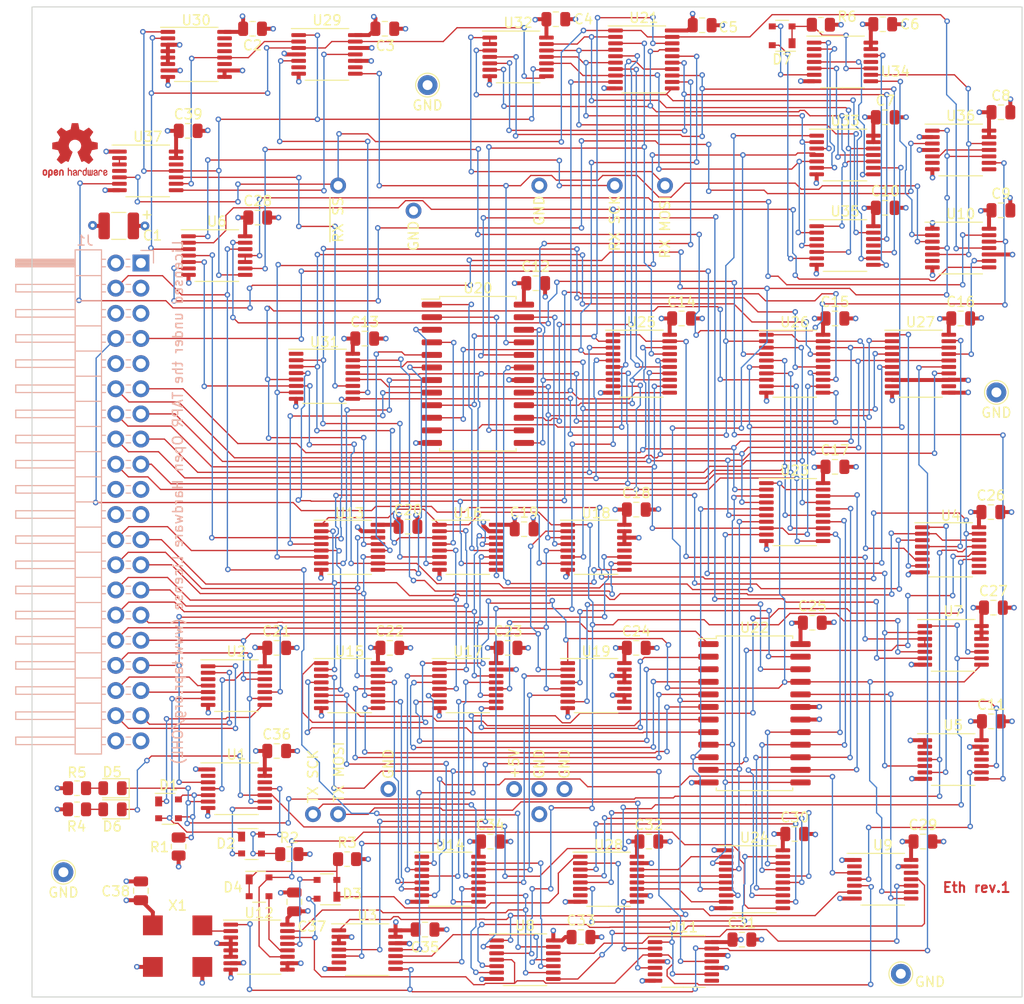
<source format=kicad_pcb>
(kicad_pcb (version 20221018) (generator pcbnew)
  (title_block (title "Ethernet module") (date "2023-11-01") (rev "1") (comment 1 "Licensed under the TAPR Open Hardware License (www.tapr.org/OHL)") (comment 2 "Copyright 2023 Ivan Mikhailov"))
  (layers (0 "F.Cu" signal) (1 "In1.Cu" power) (2 "In2.Cu" power) (31 "B.Cu" signal) (34 "B.Paste" user) (35 "F.Paste" user) (36 "B.SilkS" user "B.Silkscreen") (37 "F.SilkS" user "F.Silkscreen") (38 "B.Mask" user) (39 "F.Mask" user) (44 "Edge.Cuts" user))
  (net 0 "")
  (net 1 "VCC")
  (net 2 "GND")
  (net 3 "/a_89nab_set")
  (net 4 "/a_cdef_set")
  (net 5 "Net-(D1-A1)")
  (net 6 "/~{a11}")
  (net 7 "Net-(D2-A1)")
  (net 8 "/~{tx_shift_pl}")
  (net 9 "/tx_cnt1")
  (net 10 "/tx_cnt0")
  (net 11 "/tx_cnt2")
  (net 12 "/tx_cnt3")
  (net 14 "/~{rst}")
  (net 15 "/rdy")
  (net 17 "/~{oe}")
  (net 18 "/~{we}")
  (net 21 "/d0")
  (net 22 "/d1")
  (net 23 "/d2")
  (net 24 "/d3")
  (net 25 "/d4")
  (net 26 "/d5")
  (net 27 "/d6")
  (net 28 "/d7")
  (net 33 "/a0")
  (net 34 "/a1")
  (net 35 "/a2")
  (net 36 "/a3")
  (net 37 "/a4")
  (net 38 "/a5")
  (net 39 "/a6")
  (net 40 "/a7")
  (net 41 "/a8")
  (net 42 "/a9")
  (net 43 "/a10")
  (net 44 "/a11")
  (net 45 "/a12")
  (net 46 "/a13")
  (net 47 "/a14")
  (net 48 "/a15")
  (net 49 "/recv_mosi")
  (net 50 "/recv_sck")
  (net 51 "/~{recv_ss}")
  (net 52 "/tx_sck")
  (net 53 "/tx_mosi")
  (net 54 "/recv_ss")
  (net 55 "/~{a10}")
  (net 56 "/~{a_fbxx}")
  (net 57 "/~{a_buf_sel}")
  (net 58 "/~{rearm_sched}")
  (net 59 "/rearm_sched")
  (net 60 "/~{rearm_req}")
  (net 62 "/~{tx_halt}")
  (net 63 "/tx_halt")
  (net 64 "/~{tx_halt_set}")
  (net 65 "/~{tx_req}")
  (net 66 "/~{reg_oe_ena}")
  (net 67 "/~{oe_cr_to_d}")
  (net 69 "/~{recv_byte_cnt_lo_oe}")
  (net 70 "/~{recv_byte_cnt_hi_oe}")
  (net 73 "/filter/d_4320_mac")
  (net 74 "/filter/d_4320_set")
  (net 75 "/filter/d_4320_ok")
  (net 76 "/~{rearm}")
  (net 78 "/recv_sck_ena")
  (net 79 "/receiver/sck_f")
  (net 80 "/recv_byte_cnt0")
  (net 81 "/recv_byte_cnt2")
  (net 82 "/filter/a02")
  (net 83 "/~{clr_frame_received}")
  (net 84 "/~{recv_rst}")
  (net 85 "/~{inhibit}")
  (net 86 "/~{recv_d_oe}")
  (net 87 "/recv_a_sel")
  (net 88 "/~{recv_buf_oe}")
  (net 89 "/~{tx_buf_we}")
  (net 91 "/tx_oe")
  (net 92 "/tx_finish")
  (net 93 "/~{tx_byte_clk}")
  (net 94 "/tx_byte_cnt10")
  (net 95 "/~{tx_finish}")
  (net 96 "/receiver/rst")
  (net 97 "/receiver/bit_count2")
  (net 98 "/receiver/~{bit_count_2}")
  (net 99 "/tx_shift_cp")
  (net 100 "/~{tx_buf_oe}")
  (net 102 "/filter/next_mac_ok")
  (net 103 "/~{recv_buf_we}")
  (net 104 "/filter/last_mac_ok")
  (net 106 "/buf_full")
  (net 107 "/tx_shift_q7")
  (net 110 "/tx_byte_cnt0")
  (net 111 "/tx_cp_in")
  (net 112 "/recv_a0")
  (net 113 "/recv_byte_cnt1")
  (net 114 "/recv_a1")
  (net 115 "/recv_a2")
  (net 116 "/recv_a3")
  (net 117 "/recv_byte_cnt3")
  (net 119 "/tx_byte_cnt5")
  (net 120 "/tx_byte_cnt4")
  (net 121 "/tx_byte_cnt6")
  (net 122 "/tx_byte_cnt3")
  (net 123 "/tx_byte_cnt2")
  (net 124 "/tx_byte_cnt1")
  (net 125 "/tx_byte_cnt8")
  (net 126 "/tx_byte_cnt7")
  (net 127 "/tx_byte_cnt9")
  (net 128 "/tx_a0")
  (net 129 "/tx_a1")
  (net 130 "/tx_a2")
  (net 131 "/tx_a3")
  (net 132 "/recv_byte_cnt4")
  (net 133 "/recv_a4")
  (net 134 "/recv_byte_cnt5")
  (net 135 "/recv_a5")
  (net 136 "/recv_a6")
  (net 137 "/recv_byte_cnt6")
  (net 138 "/recv_a7")
  (net 139 "/recv_byte_cnt7")
  (net 140 "/tx_a4")
  (net 141 "/tx_a5")
  (net 142 "/tx_a6")
  (net 143 "/tx_a7")
  (net 144 "/recv_byte_cnt8")
  (net 145 "/recv_a8")
  (net 146 "/recv_byte_cnt9")
  (net 147 "/recv_a9")
  (net 148 "/recv_a10")
  (net 149 "/recv_byte_cnt10")
  (net 151 "/tx_a8")
  (net 152 "/tx_a9")
  (net 155 "/recv_d0")
  (net 156 "/recv_d1")
  (net 157 "/recv_d2")
  (net 158 "/recv_d3")
  (net 159 "/recv_d4")
  (net 160 "/recv_d5")
  (net 161 "/recv_d6")
  (net 162 "/recv_d7")
  (net 163 "/recv_byte0")
  (net 164 "/recv_byte1")
  (net 165 "/recv_byte2")
  (net 166 "/recv_byte3")
  (net 167 "/recv_byte7")
  (net 168 "/recv_byte6")
  (net 169 "/recv_byte5")
  (net 170 "/recv_byte4")
  (net 171 "/tx_d0")
  (net 172 "/tx_d1")
  (net 173 "/tx_d2")
  (net 174 "/tx_d3")
  (net 175 "/tx_d4")
  (net 176 "/tx_d5")
  (net 177 "/tx_d6")
  (net 178 "/tx_d7")
  (net 179 "/tx_buf_d0")
  (net 180 "/tx_buf_d1")
  (net 181 "/tx_buf_d2")
  (net 182 "/tx_buf_d3")
  (net 183 "/tx_buf_d4")
  (net 184 "/tx_buf_d5")
  (net 185 "/tx_buf_d6")
  (net 186 "/tx_buf_d7")
  (net 191 "/receiver/byte_clk")
  (net 199 "/filter/d_xor_a0")
  (net 200 "/filter/d_xor_a1")
  (net 201 "/filter/d_xor_a2")
  (net 202 "/filter/~{d0}")
  (net 203 "/filter/d_7651_set")
  (net 204 "/filter/mac_end")
  (net 207 "Net-(D5-A)")
  (net 208 "Net-(D6-A)")
  (net 209 "Net-(U37-Pad2)")
  (footprint "Package_SO:TSSOP-14_4.4x5mm_P0.65mm" (layer "F.Cu") (at 129.794 34.798)
    (fp_text reference "U29")
    (fp_text value "74HC74")
  )
  (footprint "Capacitor_SMD:C_0805_2012Metric" (layer "F.Cu") (at 196.85 81.026)
    (fp_text reference "C26")
    (fp_text value "0.1")
  )
  (footprint "Resistor_SMD:R_0805_2012Metric" (layer "F.Cu") (at 131.826 116.078)
    (fp_text reference "R3")
    (fp_text value "1k")
  )
  (footprint "Resistor_SMD:R_0805_2012Metric" (layer "F.Cu") (at 114.808 114.808 90)
    (fp_text reference "R1")
    (fp_text value "1k")
  )
  (footprint "Package_TO_SOT_SMD:SOT-143" (layer "F.Cu") (at 122.936 118.872)
    (fp_text reference "D4")
    (fp_text value "BAT74" hide)
  )
  (footprint "Capacitor_SMD:C_0805_2012Metric" (layer "F.Cu") (at 197.866 40.64)
    (fp_text reference "C8")
    (fp_text value "0.1")
  )
  (footprint "Package_SO:TSSOP-14_4.4x5mm_P0.65mm" (layer "F.Cu") (at 133.858 125.222)
    (fp_text reference "U3")
    (fp_text value "74HC74")
  )
  (footprint "Capacitor_SMD:C_0805_2012Metric" (layer "F.Cu") (at 148.082 94.742)
    (fp_text reference "C23")
    (fp_text value "0.1")
  )
  (footprint "Capacitor_SMD:C_0805_2012Metric" (layer "F.Cu") (at 122.2756 32.2072)
    (fp_text reference "C2")
    (fp_text value "0.1")
  )
  (footprint "Package_SO:TSSOP-16_4.4x5mm_P0.65mm" (layer "F.Cu") (at 132.08 84.582)
    (fp_text reference "U13")
    (fp_text value "74HC157")
  )
  (footprint "Capacitor_SMD:C_1210_3225Metric" (layer "F.Cu") (at 108.7628 52.1208 180)
    (fp_text reference "C1")
    (fp_text value "33.0x10v")
  )
  (footprint "Package_SO:TSSOP-16_4.4x5mm_P0.65mm" (layer "F.Cu") (at 116.586 34.798)
    (fp_text reference "U30")
    (fp_text value "74HC161")
  )
  (footprint "Capacitor_SMD:C_0805_2012Metric" (layer "F.Cu") (at 167.6908 31.8516)
    (fp_text reference "C5")
    (fp_text value "0.1")
  )
  (footprint "TestPoint:TestPoint_THTPad_D2.0mm_Drill1.0mm" (layer "F.Cu") (at 197.4088 68.9356)
    (fp_text reference "TP3" hide)
    (fp_text value "GND")
  )
  (footprint "Package_SO:TSSOP-20_4.4x6.5mm_P0.65mm" (layer "F.Cu") (at 161.798 35.306)
    (fp_text reference "U21")
    (fp_text value "74HC244")
  )
  (footprint "Capacitor_SMD:C_0805_2012Metric" (layer "F.Cu") (at 181.102 76.454)
    (fp_text reference "C17")
    (fp_text value "0.1")
  )
  (footprint "Capacitor_SMD:C_0805_2012Metric" (layer "F.Cu") (at 193.802 61.468)
    (fp_text reference "C16")
    (fp_text value "0.1")
  )
  (footprint "Capacitor_SMD:C_0805_2012Metric" (layer "F.Cu") (at 139.7 123.19)
    (fp_text reference "C35")
    (fp_text value "0.1")
  )
  (footprint "Capacitor_SMD:C_0805_2012Metric" (layer "F.Cu") (at 161.036 80.772)
    (fp_text reference "C18")
    (fp_text value "0.1")
  )
  (footprint "Package_SO:TSSOP-16_4.4x5mm_P0.65mm" (layer "F.Cu") (at 122.936 124.968)
    (fp_text reference "U12")
    (fp_text value "74HC161")
  )
  (footprint "Package_SO:TSSOP-16_4.4x5mm_P0.65mm" (layer "F.Cu") (at 156.972 84.582)
    (fp_text reference "U18")
    (fp_text value "74HC157")
  )
  (footprint "Capacitor_SMD:C_0805_2012Metric" (layer "F.Cu") (at 186.182 41.148)
    (fp_text reference "C7")
    (fp_text value "0.1")
  )
  (footprint "Package_SO:TSSOP-16_4.4x5mm_P0.65mm" (layer "F.Cu") (at 192.786 84.836)
    (fp_text reference "U4")
    (fp_text value "74HC139")
  )
  (footprint "Package_SO:TSSOP-16_4.4x5mm_P0.65mm" (layer "F.Cu") (at 158.242 118.11)
    (fp_text reference "U28")
    (fp_text value "74HC165")
  )
  (footprint "Package_SO:TSSOP-14_4.4x5mm_P0.65mm" (layer "F.Cu") (at 165.7935 126.41)
    (fp_text reference "U11")
    (fp_text value "74HC74")
  )
  (footprint "Package_SO:TSSOP-14_4.4x5mm_P0.65mm" (layer "F.Cu") (at 111.6915 46.564)
    (fp_text reference "U37")
    (fp_text value "74HC04")
  )
  (footprint "Capacitor_SMD:C_0805_2012Metric" (layer "F.Cu") (at 155.448 123.952)
    (fp_text reference "C33")
    (fp_text value "0.1")
  )
  (footprint "Package_SO:TSSOP-14_4.4x5mm_P0.65mm" (layer "F.Cu") (at 120.65 98.552)
    (fp_text reference "U2")
    (fp_text value "74HC21")
  )
  (footprint "Capacitor_SMD:C_0805_2012Metric" (layer "F.Cu") (at 136.144 94.742)
    (fp_text reference "C22")
    (fp_text value "0.1")
  )
  (footprint "Capacitor_SMD:C_0805_2012Metric" (layer "F.Cu") (at 124.714 94.742)
    (fp_text reference "C21")
    (fp_text value "0.1")
  )
  (footprint "Package_SO:TSSOP-20_4.4x6.5mm_P0.65mm" (layer "F.Cu") (at 177.038 66.04)
    (fp_text reference "U26")
    (fp_text value "74HC244")
  )
  (footprint "Package_SO:TSSOP-20_4.4x6.5mm_P0.65mm" (layer "F.Cu") (at 177.038 81.026)
    (fp_text reference "U23")
    (fp_text value "74HC244")
  )
  (footprint "Capacitor_SMD:C_0805_2012Metric" (layer "F.Cu") (at 177.038 113.538)
    (fp_text reference "C30")
    (fp_text value "0.1")
  )
  (footprint "Capacitor_SMD:C_0805_2012Metric" (layer "F.Cu") (at 171.704 124.206)
    (fp_text reference "C31")
    (fp_text value "0.1")
  )
  (footprint "Capacitor_SMD:C_0805_2012Metric" (layer "F.Cu") (at 189.992 114.3)
    (fp_text reference "C29")
    (fp_text value "0.1")
  )
  (footprint "TestPoint:TestPoint_THTPad_D2.0mm_Drill1.0mm" (layer "F.Cu") (at 103.1748 117.3988)
    (fp_text reference "TP1" hide)
    (fp_text value "GND")
  )
  (footprint "Capacitor_SMD:C_0805_2012Metric" (layer "F.Cu") (at 152.908 31.242)
    (fp_text reference "C4")
    (fp_text value "0.1")
  )
  (footprint "Package_SO:TSSOP-14_4.4x5mm_P0.65mm" (layer "F.Cu") (at 118.6688 55.118)
    (fp_text reference "U6")
    (fp_text value "74HC08")
  )
  (footprint "Package_SO:TSSOP-14_4.4x5mm_P0.65mm" (layer "F.Cu") (at 182.118 44.958)
    (fp_text reference "U33")
    (fp_text value "74HC86")
  )
  (footprint "Capacitor_SMD:C_0805_2012Metric" (layer "F.Cu") (at 110.998 119.2784 90)
    (fp_text reference "C38")
    (fp_text value "0.1")
  )
  (footprint "Package_SO:TSSOP-14_4.4x5mm_P0.65mm" (layer "F.Cu") (at 193.04 106.0196)
    (fp_text reference "U5")
    (fp_text value "74HC32")
  )
  (footprint "Package_SO:SOIC-24W_7.5x15.4mm_P1.27mm" (layer "F.Cu") (at 172.974 101.346)
    (fp_text reference "U22")
    (fp_text value "6116")
  )
  (footprint "Capacitor_SMD:C_0805_2012Metric" (layer "F.Cu") (at 161.036 94.742)
    (fp_text reference "C24")
    (fp_text value "0.1")
  )
  (footprint "Package_SO:TSSOP-16_4.4x5mm_P0.65mm" (layer "F.Cu") (at 144.018 98.552)
    (fp_text reference "U17")
    (fp_text value "74HC157")
  )
  (footprint "Capacitor_SMD:C_0805_2012Metric" (layer "F.Cu") (at 124.714 105.156)
    (fp_text reference "C36")
    (fp_text value "0.1")
  )
  (footprint "Capacitor_SMD:C_0805_2012Metric" (layer "F.Cu") (at 185.928 31.75)
    (fp_text reference "C6")
    (fp_text value "0.1")
  )
  (footprint "Capacitor_SMD:C_0805_2012Metric" (layer "F.Cu") (at 178.816 92.202)
    (fp_text reference "C25")
    (fp_text value "0.1")
  )
  (footprint "Package_SO:TSSOP-16_4.4x5mm_P0.65mm" (layer "F.Cu") (at 156.972 98.552)
    (fp_text reference "U19")
    (fp_text value "74HC157")
  )
  (footprint "Capacitor_SMD:C_0805_2012Metric" (layer "F.Cu") (at 149.7076 82.7532)
    (fp_text reference "C19")
    (fp_text value "0.1")
  )
  (footprint "Capacitor_SMD:C_0805_2012Metric" (layer "F.Cu") (at 126.492 120.396 90)
    (fp_text reference "C37")
    (fp_text value "0.1")
  )
  (footprint "Package_SO:TSSOP-14_4.4x5mm_P0.65mm" (layer "F.Cu") (at 120.65 108.966)
    (fp_text reference "U1")
    (fp_text value "74HC04")
  )
  (footprint "Capacitor_SMD:C_0805_2012Metric" (layer "F.Cu") (at 137.9728 82.4992)
    (fp_text reference "C20")
    (fp_text value "0.1")
  )
  (footprint "MountingHole:MountingHole_3.2mm_M3" (layer "F.Cu") (at 105 35)
    (fp_text reference "H1" hide)
    (fp_text value "MountingHole" hide)
  )
  (footprint "Capacitor_SMD:C_0805_2012Metric" (layer "F.Cu") (at 196.9008 102.1588)
    (fp_text reference "C11")
    (fp_text value "0.1")
  )
  (footprint "Resistor_SMD:R_0805_2012Metric" (layer "F.Cu") (at 104.5464 108.9152 180)
    (fp_text reference "R5")
    (fp_text value "500")
  )
  (footprint "Package_TO_SOT_SMD:SOT-143" (layer "F.Cu") (at 122.174 114.554)
    (fp_text reference "D2")
    (fp_text value "BAT74" hide)
  )
  (footprint "Oscillator:Oscillator_SMD_EuroQuartz_XO91-4Pin_7.0x5.0mm" (layer "F.Cu") (at 114.7064 124.8664)
    (fp_text reference "X1")
    (fp_text value "CB3-3C-20M")
  )
  (footprint "Package_TO_SOT_SMD:SOT-143" (layer "F.Cu") (at 113.792 110.998)
    (fp_text reference "D1")
    (fp_text value "BAT74")
  )
  (footprint "Package_SO:TSSOP-16_4.4x5mm_P0.65mm" (layer "F.Cu") (at 144.018 84.582)
    (fp_text reference "U16")
    (fp_text value "74HC157")
  )
  (footprint "Resistor_SMD:R_0805_2012Metric" (layer "F.Cu") (at 104.5464 111.0488)
    (fp_text reference "R4")
    (fp_text value "500")
  )
  (footprint "Capacitor_SMD:C_0805_2012Metric" (layer "F.Cu") (at 197.104 90.678)
    (fp_text reference "C27")
    (fp_text value "0.1")
  )
  (footprint "Capacitor_SMD:C_0805_2012Metric" (layer "F.Cu") (at 162.306 114.3)
    (fp_text reference "C32")
    (fp_text value "0.1")
  )
  (footprint "LED_SMD:LED_0805_2012Metric" (layer "F.Cu") (at 108.1301 111.0488 180)
    (fp_text reference "D6")
    (fp_text value "LED" hide)
  )
  (footprint "Capacitor_SMD:C_0805_2012Metric" (layer "F.Cu") (at 186.182 50.292)
    (fp_text reference "C10")
    (fp_text value "0.1")
  )
  (footprint "Package_SO:TSSOP-14_4.4x5mm_P0.65mm" (layer "F.Cu") (at 149.098 35.052)
    (fp_text reference "U32")
    (fp_text value "74HC164")
  )
  (footprint "Package_SO:TSSOP-14_4.4x5mm_P0.65mm" (layer "F.Cu") (at 185.928 118.11)
    (fp_text reference "U9")
    (fp_text value "74HC04")
  )
  (footprint "Package_SO:TSSOP-20_4.4x6.5mm_P0.65mm" (layer "F.Cu") (at 189.738 66.04)
    (fp_text reference "U27")
    (fp_text value "74HC244")
  )
  (footprint "Resistor_SMD:R_0805_2012Metric" (layer "F.Cu") (at 125.984 115.57)
    (fp_text reference "R2")
    (fp_text value "1k")
  )
  (footprint "Package_SO:TSSOP-14_4.4x5mm_P0.65mm" (layer "F.Cu") (at 182.118 54.102)
    (fp_text reference "U35")
    (fp_text value "74HC21")
  )
  (footprint "Package_SO:TSSOP-16_4.4x5mm_P0.65mm" (layer "F.Cu") (at 129.54 67.31)
    (fp_text reference "U31")
    (fp_text value "74HC4040")
  )
  (footprint "Symbol:OSHW-Logo2_7.3x6mm_Copper" (layer "F.Cu") (at 104.3432 44.5008)
    (fp_text reference "REF**" hide)
    (fp_text value "OSHW-Logo2_7.3x6mm_Copper" hide)
  )
  (footprint "Package_TO_SOT_SMD:SOT-143" (layer "F.Cu") (at 129.794 119.126 180)
    (fp_text reference "D3")
    (fp_text value "BAT74" hide)
  )
  (footprint "MountingHole:MountingHole_3.2mm_M3" (layer "F.Cu") (at 105 125)
    (fp_text reference "H3" hide)
    (fp_text value "MountingHole" hide)
  )
  (footprint "Package_SO:TSSOP-14_4.4x5mm_P0.65mm" (layer "F.Cu") (at 181.864 35.56)
    (fp_text reference "U34")
    (fp_text value "74HC21")
  )
  (footprint "Package_SO:TSSOP-14_4.4x5mm_P0.65mm" (layer "F.Cu") (at 193.802 44.45)
    (fp_text reference "U36")
    (fp_text value "74HC74")
  )
  (footprint "LED_SMD:LED_0805_2012Metric" (layer "F.Cu") (at 108.1301 108.9152 180)
    (fp_text reference "D5")
    (fp_text value "LED" hide)
  )
  (footprint "eth:partial-nucleo64" (layer "F.Cu") (at 175.37 79.79 90)
    (fp_text reference "J2")
    (fp_text value "eth-phy-shield-conn" hide)
  )
  (footprint "Capacitor_SMD:C_0805_2012Metric" (layer "F.Cu") (at 197.866 50.546)
    (fp_text reference "C9")
    (fp_text value "0.1")
  )
  (footprint "Capacitor_SMD:C_0805_2012Metric" (layer "F.Cu") (at 181.102 61.468)
    (fp_text reference "C15")
    (fp_text value "0.1")
  )
  (footprint "Package_SO:TSSOP-20_4.4x6.5mm_P0.65mm" (layer "F.Cu") (at 172.974 118.11)
    (fp_text reference "U24")
    (fp_text value "74HC273")
  )
  (footprint "Package_TO_SOT_SMD:SOT-143" (layer "F.Cu") (at 175.768 32.9184 180)
    (fp_text reference "D7")
    (fp_text value "BAT74")
  )
  (footprint "Package_SO:TSSOP-16_4.4x5mm_P0.65mm" (layer "F.Cu") (at 132.08 98.552)
    (fp_text reference "U15")
    (fp_text value "74HC157")
  )
  (footprint "Package_SO:TSSOP-14_4.4x5mm_P0.65mm" (layer "F.Cu") (at 193.802 54.356)
    (fp_text reference "U10")
    (fp_text value "74HC74")
  )
  (footprint "Capacitor_SMD:C_0805_2012Metric" (layer "F.Cu") (at 150.876 57.912)
    (fp_text reference "C12")
    (fp_text value "0.1")
  )
  (footprint "Package_SO:TSSOP-16_4.4x5mm_P0.65mm" (layer "F.Cu") (at 142.24 118.11)
    (fp_text reference "U14")
    (fp_text value "74HC4040")
  )
  (footprint "MountingHole:MountingHole_3.2mm_M3" (layer "F.Cu") (at 195 35)
    (fp_text reference "H2" hide)
    (fp_text value "MountingHole" hide)
  )
  (footprint "Package_SO:TSSOP-20_4.4x6.5mm_P0.65mm" (layer "F.Cu") (at 161.544 66.04)
    (fp_text reference "U25")
    (fp_text value "74HC244")
  )
  (footprint "MountingHole:MountingHole_3.2mm_M3" (layer "F.Cu") (at 195 125)
    (fp_text reference "H4" hide)
    (fp_text value "MountingHole" hide)
  )
  (footprint "Package_SO:SOIC-24W_7.5x15.4mm_P1.27mm" (layer "F.Cu") (at 145.034 67.056)
    (fp_text reference "U20")
    (fp_text value "6116")
  )
  (footprint "TestPoint:TestPoint_THTPad_D2.0mm_Drill1.0mm" (layer "F.Cu") (at 187.7568 127.6604)
    (fp_text reference "TP4" hide)
    (fp_text value "GND")
  )
  (footprint "Resistor_SMD:R_0805_2012Metric" (layer "F.Cu") (at 179.6796 31.8008 180)
    (fp_text reference "R6")
    (fp_text value "1k")
  )
  (footprint "Capacitor_SMD:C_0805_2012Metric" (layer "F.Cu") (at 122.8013 51.278)
    (fp_text reference "C28")
    (fp_text value "0.1")
  )
  (footprint "Capacitor_SMD:C_0805_2012Metric" (layer "F.Cu") (at 135.636 32.2072)
    (fp_text reference "C3")
    (fp_text value "0.1")
  )
  (footprint "Capacitor_SMD:C_0805_2012Metric" (layer "F.Cu") (at 115.7732 42.5196)
    (fp_text reference "C39")
    (fp_text value "0.1")
  )
  (footprint "Capacitor_SMD:C_0805_2012Metric" (layer "F.Cu") (at 146.304 114.3)
    (fp_text reference "C34")
    (fp_text value "0.1")
  )
  (footprint "Capacitor_SMD:C_0805_2012Metric" (layer "F.Cu") (at 133.604 63.5)
    (fp_text reference "C13")
    (fp_text value "0.1")
  )
  (footprint "Package_SO:TSSOP-14_4.4x5mm_P0.65mm" (layer "F.Cu") (at 193.04 94.488)
    (fp_text reference "U7")
    (fp_text value "74HC32")
  )
  (footprint "Package_SO:TSSOP-14_4.4x5mm_P0.65mm" (layer "F.Cu") (at 149.7915 126.238)
    (fp_text reference "U8")
    (fp_text value "74HC08")
  )
  (footprint "TestPoint:TestPoint_THTPad_D2.0mm_Drill1.0mm" (layer "F.Cu") (at 139.954 37.8968)
    (fp_text reference "TP2" hide)
    (fp_text value "GND")
  )
  (footprint "Capacitor_SMD:C_0805_2012Metric" (layer "F.Cu") (at 165.608 61.468)
    (fp_text reference "C14")
    (fp_text value "0.1")
  )
  (footprint "Connector_PinHeader_2.54mm:PinHeader_2x20_P2.54mm_Horizontal" (layer "B.Cu") (at 111 55.87 180)
    (fp_text reference "J1")
    (fp_text value "Conn_02x20_Odd_Even")
  )
  (gr_rect (start 100 30) (end 200 130) (stroke (width 0.1)) (fill none) (layer "Edge.Cuts"))
  (gr_text "Eth rev.1" (at 191.8716 119.5324) (layer "F.Cu") (effects (font (size 1 1) (thickness 0.2) bold) (justify left bottom)))
  (gr_text "Licensed under the TAPR Open Hardware License (www.tapr.org/OHL)" (at 115.316 53.4924 90) (layer "B.SilkS") (effects (font (size 1 1)) (justify left bottom mirror)))
  (gr_text "+" (at 110.8964 51.5112) (layer "F.SilkS") (effects (font (size 1 1)) (justify left bottom)))
  (segment (start 189.042 114.3) (end 187.9092 114.3) (width 0.4) (layer "F.Cu") (net 1))
  (segment (start 121.5313 53.168) (end 121.5313 51.598) (width 0.4) (layer "F.Cu") (net 1))
  (segment (start 121.3256 32.2072) (end 121.3256 31.0032) (width 0.4) (layer "F.Cu") (net 1))
  (segment (start 195.9 81.026) (end 194.8234 81.026) (width 0.4) (layer "F.Cu") (net 1))
  (segment (start 192.6005 61.7195) (end 192.852 61.468) (width 0.4) (layer "F.Cu") (net 1))
  (segment (start 162.931 126.41) (end 164.1544 126.41) (width 0.4) (layer "F.Cu") (net 1))
  (segment (start 160.086 80.772) (end 158.9024 80.772) (width 0.4) (layer "F.Cu") (net 1))
  (segment (start 168.656 124.46) (end 170.5 124.46) (width 0.4) (layer "F.Cu") (net 1))
  (segment (start 121.0098 32.523) (end 121.3256 32.2072) (width 0.4) (layer "F.Cu") (net 1))
  (segment (start 196.6645 43.15) (end 196.6645 42.5) (width 0.4) (layer "F.Cu") (net 1))
  (segment (start 132.4025 63.7515) (end 132.654 63.5) (width 0.4) (layer "F.Cu") (net 1))
  (segment (start 196.916 40.64) (end 195.6816 40.64) (width 0.4) (layer "F.Cu") (net 1))
  (segment (start 177.624 92.444) (end 177.866 92.202) (width 0.4) (layer "F.Cu") (net 1))
  (segment (start 138.668 123.272) (end 138.75 123.19) (width 0.4) (layer "F.Cu") (net 1))
  (segment (start 179.9005 78.101) (end 179.9005 76.7055) (width 0.4) (layer "F.Cu") (net 1))
  (segment (start 151.9605 31.2445) (end 151.958 31.242) (width 0.4) (layer "F.Cu") (net 1))
  (segment (start 164.4065 61.7195) (end 164.658 61.468) (width 0.4) (layer "F.Cu") (net 1))
  (segment (start 136.7205 123.922) (end 136.7205 123.272) (width 0.4) (layer "F.Cu") (net 1))
  (segment (start 168.9314 115.185) (end 168.91 115.1636) (width 0.4) (layer "F.Cu") (net 1))
  (segment (start 184.9805 43.008) (end 184.9805 41.3995) (width 0.4) (layer "F.Cu") (net 1))
  (segment (start 149.926 57.912) (end 148.7424 57.912) (width 0.4) (layer "F.Cu") (net 1))
  (segment (start 195.8848 50.546) (end 195.834 50.5968) (width 0.4) (layer "F.Cu") (net 1))
  (segment (start 184.141529 41.148) (end 184.120882 41.127353) (width 0.4) (layer "F.Cu") (net 1))
  (segment (start 164.658 61.468) (end 163.576002 61.468) (width 0.4) (layer "F.Cu") (net 1))
  (segment (start 123.5125 94.9935) (end 123.764 94.742) (width 0.4) (layer "F.Cu") (net 1))
  (segment (start 134.686 31.1556) (end 134.5184 30.988) (width 0.4) (layer "F.Cu") (net 1))
  (segment (start 127.828 121.346) (end 127.8636 121.3104) (width 0.4) (layer "F.Cu") (net 1))
  (segment (start 136.7205 123.272) (end 136.7205 122.4611) (width 0.4) (layer "F.Cu") (net 1))
  (segment (start 164.6605 32.381) (end 166.2114 32.381) (width 0.4) (layer "F.Cu") (net 1))
  (segment (start 148.7576 81.6) (end 148.7424 81.5848) (width 0.4) (layer "F.Cu") (net 1))
  (segment (start 103.6339 108.9152) (end 102.5652 108.9152) (width 0.4) (layer "F.Cu") (net 1))
  (segment (start 184.9805 43.658) (end 184.9805 43.008) (width 0.4) (layer "F.Cu") (net 1))
  (segment (start 136.8306 82.307) (end 137.0228 82.4992) (width 0.4) (layer "F.Cu") (net 1))
  (segment (start 134.0452 32.848) (end 134.686 32.2072) (width 0.4) (layer "F.Cu") (net 1))
  (segment (start 125.7985 122.693) (end 125.7985 122.0395) (width 0.4) (layer "F.Cu") (net 1))
  (segment (start 196.6645 55.006) (end 199.024 55.006) (width 0.4) (layer "F.Cu") (net 1))
  (segment (start 170.21 125.76) (end 170.2816 125.8316) (width 0.4) (layer "F.Cu") (net 1))
  (segment (start 135.194 94.742) (end 134.25061 94.742) (width 0.4) (layer "F.Cu") (net 1))
  (segment (start 190.9395 52.406) (end 190.9395 51.8337) (width 0.4) (layer "F.Cu") (net 1))
  (segment (start 179.9005 63.115) (end 179.9005 61.7195) (width 0.4) (layer "F.Cu") (net 1))
  (segment (start 195.9025 93.838) (end 195.9025 92.538) (width 0.4) (layer "F.Cu") (net 1))
  (segment (start 170.5 124.46) (end 170.754 124.206) (width 0.4) (layer "F.Cu") (net 1))
  (segment (start 190.9395 44.45) (end 189.6364 44.45) (width 0.4) (layer "F.Cu") (net 1))
  (segment (start 161.356 114.3) (end 160.274 114.3) (width 0.4) (layer "F.Cu") (net 1))
  (segment (start 119.4485 32.523) (end 121.0098 32.523) (width 0.4) (layer "F.Cu") (net 1))
  (segment (start 134.254 35.448) (end 134.2644 35.4584) (width 0.4) (layer "F.Cu") (net 1))
  (segment (start 153.8732 123.952) (end 153.5372 124.288) (width 0.4) (layer "F.Cu") (net 1))
  (segment (start 195.9508 102.1588) (end 194.818 102.1588) (width 0.4) (layer "F.Cu") (net 1))
  (segment (start 159.8345 94.9935) (end 160.086 94.742) (width 0.4) (layer "F.Cu") (net 1))
  (segment (start 110.6088 126.9664) (end 110.5916 126.9492) (width 0.4) (layer "F.Cu") (net 1))
  (segment (start 168.656 127.06) (end 170.12 127.06) (width 0.4) (layer "F.Cu") (net 1))
  (segment (start 137.0228 81.3156) (end 137.0584 81.28) (width 0.4) (layer "F.Cu") (net 1))
  (segment (start 161.1045 114.5515) (end 161.356 114.3) (width 0.4) (layer "F.Cu") (net 1))
  (segment (start 125.7985 126.593) (end 125.7985 127.243) (width 0.4) (layer "F.Cu") (net 1))
  (segment (start 125.7985 126.593) (end 127.1518 126.593) (width 0.4) (layer "F.Cu") (net 1))
  (segment (start 126.8965 115.57) (end 128.0668 115.57) (width 0.4) (layer "F.Cu") (net 1))
  (segment (start 160.086 94.742) (end 158.9532 94.742) (width 0.4) (layer "F.Cu") (net 1))
  (segment (start 195.9025 104.0696) (end 195.9025 102.2071) (width 0.4) (layer "F.Cu") (net 1))
  (segment (start 180.152 61.468) (end 179.045248 61.468) (width 0.4) (layer "F.Cu") (net 1))
  (segment (start 176.088 113.538) (end 174.9552 113.538) (width 0.4) (layer "F.Cu") (net 1))
  (segment (start 184.9805 52.152) (end 184.9805 50.5435) (width 0.4) (layer "F.Cu") (net 1))
  (segment (start 159.8345 82.307) (end 159.8345 81.0235) (width 0.4) (layer "F.Cu") (net 1))
  (segment (start 199.024 55.006) (end 199.0344 55.0164) (width 0.4) (layer "F.Cu") (net 1))
  (segment (start 170.1115 115.185) (end 168.9314 115.185) (width 0.4) (layer "F.Cu") (net 1))
  (segment (start 134.3048 34.148) (end 134.3152 34.1376) (width 0.4) (layer "F.Cu") (net 1))
  (segment (start 112.2064 122.7664) (end 112.2064 121.4368) (width 0.4) (layer "F.Cu") (net 1))
  (segment (start 166.7408 30.6984) (end 166.7256 30.6832) (width 0.4) (layer "F.Cu") (net 1))
  (segment (start 195.6485 82.561) (end 195.6485 81.2775) (width 0.4) (layer "F.Cu") (net 1))
  (segment (start 191.723854 61.468) (end 191.692228 61.499626) (width 0.4) (layer "F.Cu") (net 1))
  (segment (start 166.7408 31.8516) (end 166.7408 30.6984) (width 0.4) (layer "F.Cu") (net 1))
  (segment (start 134.686 32.2072) (end 134.686 31.1556) (width 0.4) (layer "F.Cu") (net 1))
  (segment (start 161.1045 115.835) (end 161.1045 114.5515) (width 0.4) (layer "F.Cu") (net 1))
  (segment (start 188.7905 116.16) (end 188.7905 114.5515) (width 0.4) (layer "F.Cu") (net 1))
  (segment (start 134.9425 94.9935) (end 135.194 94.742) (width 0.4) (layer "F.Cu") (net 1))
  (segment (start 185.232 41.148) (end 184.141529 41.148) (width 0.4) (layer "F.Cu") (net 1))
  (segment (start 113.7235 36.423) (end 114.9598 36.423) (width 0.4) (layer "F.Cu") (net 1))
  (segment (start 145.1025 115.835) (end 145.1025 114.5515) (width 0.4) (layer "F.Cu") (net 1))
  (segment (start 196.6645 42.5) (end 196.6645 40.8915) (width 0.4) (layer "F.Cu") (net 1))
  (segment (start 147.132 94.742) (end 146.0246 94.742) (width 0.4) (layer "F.Cu") (net 1))
  (segment (start 132.6565 32.848) (end 134.0452 32.848) (width 0.4) (layer "F.Cu") (net 1))
  (segment (start 195.9025 90.9295) (end 196.154 90.678) (width 0.4) (layer "F.Cu") (net 1))
  (segment (start 177.866 92.202) (end 176.7894 92.202) (width 0.4) (layer "F.Cu") (net 1))
  (segment (start 114.808 115.7205) (end 114.808 116.84) (width 0.4) (layer "F.Cu") (net 1))
  (segment (start 136.7205 123.272) (end 138.668 123.272) (width 0.4) (layer "F.Cu") (net 1))
  (segment (start 153.5372 124.288) (end 152.654 124.288) (width 0.4) (layer "F.Cu") (net 1))
  (segment (start 121.8513 51.278) (end 120.8201 51.278) (width 0.4) (layer "F.Cu") (net 1))
  (segment (start 192.852 61.468) (end 191.723854 61.468) (width 0.4) (layer "F.Cu") (net 1))
  (segment (start 164.1544 126.41) (end 164.1856 126.4412) (width 0.4) (layer "F.Cu") (net 1))
  (segment (start 177.624 94.361) (end 177.624 92.444) (width 0.4) (layer "F.Cu") (net 1))
  (segment (start 168.656 125.76) (end 170.21 125.76) (width 0.4) (layer "F.Cu") (net 1))
  (segment (start 150.876 31.242) (end 150.8252 31.2928) (width 0.4) (layer "F.Cu") (net 1))
  (segment (start 126.9315 34.798) (end 125.5776 34.798) (width 0.4) (layer "F.Cu") (net 1))
  (segment (start 136.7205 122.4611) (end 136.7536 122.428) (width 0.4) (layer "F.Cu") (net 1))
  (segment (start 125.7985 122.0395) (end 126.492 121.346) (width 0.4) (layer "F.Cu") (net 1))
  (segment (start 196.6645 50.7975) (end 196.916 50.546) (width 0.4) (layer "F.Cu") (net 1))
  (segment (start 123.5125 105.4075) (end 123.764 105.156) (width 0.4) (layer "F.Cu") (net 1))
  (segment (start 132.4025 65.035) (end 132.4025 63.7515) (width 0.4) (layer "F.Cu") (net 1))
  (segment (start 179.9005 61.7195) (end 180.152 61.468) (width 0.4) (layer "F.Cu") (net 1))
  (segment (start 121.311 126.593) (end 121.3612 126.5428) (width 0.4) (layer "F.Cu") (net 1))
  (segment (start 110.2378 52.1208) (end 111.4044 52.1208) (width 0.4) (layer "F.Cu") (net 1))
  (segment (start 184.7265 34.26) (end 184.7265 33.61) (width 0.4) (layer "F.Cu") (net 1))
  (segment (start 112.2064 126.9664) (end 110.6088 126.9664) (width 0.4) (layer "F.Cu") (net 1))
  (segment (start 148.7576 82.7532) (end 148.7576 81.6) (width 0.4) (layer "F.Cu") (net 1))
  (segment (start 192.6005 63.115) (end 192.6005 61.7195) (width 0.4) (layer "F.Cu") (net 1))
  (segment (start 184.9805 41.3995) (end 185.232 41.148) (width 0.4) (layer "F.Cu") (net 1))
  (segment (start 149.684 60.071) (end 149.684 58.154) (width 0.4) (layer "F.Cu") (net 1))
  (segment (start 152.654 124.288) (end 152.654 123.297) (width 0.4) (layer "F.Cu") (net 1))
  (segment (start 179.045248 61.468) (end 179.0446 61.467352) (width 0.4) (layer "F.Cu") (net 1))
  (segment (start 184.7265 33.61) (end 184.7265 32.0015) (width 0.4) (layer "F.Cu") (net 1))
  (segment (start 190.9395 43.15) (end 189.6572 43.15) (width 0.4) (layer "F.Cu") (net 1))
  (segment (start 184.978 31.75) (end 183.896 31.75) (width 0.4) (layer "F.Cu") (net 1))
  (segment (start 159.8345 81.0235) (end 160.086 80.772) (width 0.4) (layer "F.Cu") (net 1))
  (segment (start 123.5125 96.602) (end 123.5125 94.9935) (width 0.4) (layer "F.Cu") (net 1))
  (segment (start 175.8365 113.7895) (end 176.088 113.538) (width 0.4) (layer "F.Cu") (net 1))
  (segment (start 195.9025 92.538) (end 195.9025 90.9295) (width 0.4) (layer "F.Cu") (net 1))
  (segment (start 127.1518 126.593) (end 127.1524 126.5936) (width 0.4) (layer "F.Cu") (net 1))
  (segment (start 184.9805 50.5435) (end 185.232 50.292) (width 0.4) (layer "F.Cu") (net 1))
  (segment (start 146.8805 96.277) (end 146.8805 94.9935) (width 0.4) (layer "F.Cu") (net 1))
  (segment (start 179.07 76.454) (end 179.0192 76.5048) (width 0.4) (layer "F.Cu") (net 1))
  (segment (start 132.6565 35.448) (end 134.254 35.448) (width 0.4) (layer "F.Cu") (net 1))
  (segment (start 151.9605 33.102) (end 151.9605 31.2445) (width 0.4) (layer "F.Cu") (net 1))
  (segment (start 122.5804 94.742) (end 122.5296 94.6912) (width 0.4) (layer "F.Cu") (net 1))
  (segment (start 148.3114 82.307) (end 148.7576 82.7532) (width 0.4) (layer "F.Cu") (net 1))
  (segment (start 196.154 90.678) (end 195.072 90.678) (width 0.4) (layer "F.Cu") (net 1))
  (segment (start 159.8345 96.277) (end 159.8345 94.9935) (width 0.4) (layer "F.Cu") (net 1))
  (segment (start 145.354 114.3) (end 144.223384 114.3) (width 0.4) (layer "F.Cu") (net 1))
  (segment (start 121.3256 31.0032) (end 121.2596 30.9372) (width 0.4) (layer "F.Cu") (net 1))
  (segment (start 146.8805 82.307) (end 148.3114 82.307) (width 0.4) (layer "F.Cu") (net 1))
  (segment (start 103.6339 111.0488) (end 102.5652 111.0488) (width 0.4) (layer "F.Cu") (net 1))
  (segment (start 184.0992 50.292) (end 184.065613 50.325587) (width 0.4) (layer "F.Cu") (net 1))
  (segment (start 179.9005 76.7055) (end 180.152 76.454) (width 0.4) (layer "F.Cu") (net 1))
  (segment (start 180.152 76.454) (end 179.07 76.454) (width 0.4) (layer "F.Cu") (net 1))
  (segment (start 137.0228 82.4992) (end 137.0228 81.3156) (width 0.4) (layer "F.Cu") (net 1))
  (segment (start 164.4065 63.115) (end 164.4065 61.7195) (width 0.4) (layer "F.Cu") (net 1))
  (segment (start 175.8365 115.185) (end 175.8365 113.7895) (width 0.4) (layer "F.Cu") (net 1))
  (segment (start 188.7905 114.5515) (end 189.042 114.3) (width 0.4) (layer "F.Cu") (net 1))
  (segment (start 184.7265 32.0015) (end 184.978 31.75) (width 0.4) (layer "F.Cu") (net 1))
  (segment (start 134.9425 82.307) (end 136.8306 82.307) (width 0.4) (layer "F.Cu") (net 1))
  (segment (start 196.916 50.546) (end 195.8848 50.546) (width 0.4) (layer "F.Cu") (net 1))
  (segment (start 123.5125 107.016) (end 123.5125 105.4075) (width 0.4) (layer "F.Cu") (net 1))
  (segment (start 121.259 36.423) (end 121.2596 36.4236) (width 0.4) (layer "F.Cu") (net 1))
  (segment (start 151.958 31.242) (end 150.876 31.242) (width 0.4) (layer "F.Cu") (net 1))
  (segment (start 195.6485 81.2775) (end 195.9 81.026) (width 0.4) (layer "F.Cu") (net 1))
  (segment (start 119.4485 36.423) (end 121.259 36.423) (width 0.4) (layer "F.Cu") (net 1))
  (segment (start 149.684 58.154) (end 149.926 57.912) (width 0.4) (layer "F.Cu") (net 1))
  (segment (start 145.1025 114.5515) (end 145.354 114.3) (width 0.4) (layer "F.Cu") (net 1))
  (segment (start 185.232 50.292) (end 184.0992 50.292) (width 0.4) (layer "F.Cu") (net 1))
  (segment (start 170.12 127.06) (end 170.1292 127.0508) (width 0.4) (layer "F.Cu") (net 1))
  (segment (start 125.5776 34.798) (end 125.476 34.6964) (width 0.4) (layer "F.Cu") (net 1))
  (segment (start 196.6645 40.8915) (end 196.916 40.64) (width 0.4) (layer "F.Cu") (net 1))
  (segment (start 126.492 121.346) (end 127.828 121.346) (width 0.4) (layer "F.Cu") (net 1))
  (segment (start 123.5125 107.666) (end 123.5125 107.016) (width 0.4) (layer "F.Cu") (net 1))
  (segment (start 114.8232 42.5196) (end 113.6904 42.5196) (width 0.4) (layer "F.Cu") (net 1))
  (segment (start 132.654 63.5) (end 131.5212 63.5) (width 0.4) (layer "F.Cu") (net 1))
  (segment (start 109.54 120.2284) (end 109.5248 120.2436) (width 0.4) (layer "F.Cu") (net 1))
  (segment (start 166.2114 32.381) (end 166.7408 31.8516) (width 0.4) (layer "F.Cu") (net 1))
  (segment (start 146.8805 94.9935) (end 147.132 94.742) (width 0.4) (layer "F.Cu") (net 1))
  (segment (start 196.6645 52.406) (end 196.6645 50.7975) (width 0.4) (layer "F.Cu") (net 1))
  (segment (start 170.754 124.206) (end 171.6024 124.206) (width 0.4) (layer "F.Cu") (net 1))
  (segment (start 154.498 123.952) (end 153.8732 123.952) (width 0.4) (layer "F.Cu") (net 1))
  (segment (start 121.5313 51.598) (end 121.8513 51.278) (width 0.4) (layer "F.Cu") (net 1))
  (segment (start 123.764 94.742) (end 122.5804 94.742) (width 0.4) (layer "F.Cu") (net 1))
  (segment (start 190.9395 51.8337) (end 190.9572 51.816) (width 0.4) (layer "F.Cu") (net 1))
  (segment (start 195.9025 102.2071) (end 195.9508 102.1588) (width 0.4) (layer "F.Cu") (net 1))
  (segment (start 112.2064 121.4368) (end 110.998 120.2284) (width 0.4) (layer "F.Cu") (net 1))
  (segment (start 123.764 105.156) (end 122.605041 105.156) (width 0.4) (layer "F.Cu") (net 1))
  (segment (start 114.554 44.614) (end 114.554 42.7888) (width 0.4) (layer "F.Cu") (net 1))
  (segment (start 132.6565 34.148) (end 134.3048 34.148) (width 0.4) (layer "F.Cu") (net 1))
  (segment (start 114.554 42.7888) (end 114.8232 42.5196) (width 0.4) (layer "F.Cu") (net 1))
  (segment (start 134.9425 96.277) (end 134.9425 94.9935) (width 0.4) (layer "F.Cu") (net 1))
  (segment (start 122.605041 105.156) (end 122.602857 105.153816) (width 0.4) (layer "F.Cu") (net 1))
  (segment (start 134.25061 94.742) (end 134.219 94.71039) (width 0.4) (layer "F.Cu") (net 1))
  (segment (start 114.554 45.264) (end 114.554 44.614) (width 0.4) (layer "F.Cu") (net 1))
  (segment (start 176.7894 92.202) (end 176.7386 92.2528) (width 0.4) (layer "F.Cu") (net 1))
  (segment (start 110.998 120.2284) (end 109.54 120.2284) (width 0.4) (layer "F.Cu") (net 1))
  (segment (start 119.4485 36.423) (end 119.4485 37.073) (width 0.4) (layer "F.Cu") (net 1))
  (segment (start 120.0735 126.593) (end 121.311 126.593) (width 0.4) (layer "F.Cu") (net 1))
  (segment (start 114.9598 36.423) (end 114.9604 36.4236) (width 0.4) (layer "F.Cu") (net 1))
  (segment (start 189.6572 43.15) (end 189.6364 43.1292) (width 0.4) (layer "F.Cu") (net 1))
  (via (at 171.6024 124.206) (size 0.56) (drill 0.3) (layers "F.Cu" "B.Cu") (net 1))
  (via (at 194.8234 81.026) (size 0.56) (drill 0.3) (layers "F.Cu" "B.Cu") (net 1))
  (via (at 137.0584 81.28) (size 0.56) (drill 0.3) (layers "F.Cu" "B.Cu") (net 1))
  (via (at 127.8636 121.3104) (size 0.56) (drill 0.3) (layers "F.Cu" "B.Cu") (net 1))
  (via (at 184.065613 50.325587) (size 0.56) (drill 0.3) (layers "F.Cu" "B.Cu") (net 1))
  (via (at 158.9532 94.742) (size 0.56) (drill 0.3) (layers "F.Cu" "B.Cu") (net 1))
  (via (at 102.5652 111.0488) (size 0.56) (drill 0.3) (layers "F.Cu" "B.Cu") (net 1))
  (via (at 160.274 114.3) (size 0.56) (drill 0.3) (layers "F.Cu" "B.Cu") (net 1))
  (via (at 114.9604 36.4236) (size 0.56) (drill 0.3) (layers "F.Cu" "B.Cu") (net 1))
  (via (at 148.7424 81.5848) (size 0.56) (drill 0.3) (layers "F.Cu" "B.Cu") (net 1))
  (via (at 120.8201 51.278) (size 0.56) (drill 0.3) (layers "F.Cu" "B.Cu") (net 1))
  (via (at 170.2816 125.8316) (size 0.56) (drill 0.3) (layers "F.Cu" "B.Cu") (net 1))
  (via (at 183.896 31.75) (size 0.56) (drill 0.3) (layers "F.Cu" "B.Cu") (net 1))
  (via (at 190.9572 51.816) (size 0.56) (drill 0.3) (layers "F.Cu" "B.Cu") (net 1))
  (via (at 195.6816 40.64) (size 0.56) (drill 0.3) (layers "F.Cu" "B.Cu") (net 1))
  (via (at 121.3612 126.5428) (size 0.56) (drill 0.3) (layers "F.Cu" "B.Cu") (net 1))
  (via (at 158.9024 80.772) (size 0.56) (drill 0.3) (layers "F.Cu" "B.Cu") (net 1))
  (via (at 113.6904 42.5196) (size 0.56) (drill 0.3) (layers "F.Cu" "B.Cu") (net 1))
  (via (at 134.3152 34.1376) (size 0.56) (drill 0.3) (layers "F.Cu" "B.Cu") (net 1))
  (via (at 189.6364 44.45) (size 0.56) (drill 0.3) (layers "F.Cu" "B.Cu") (net 1))
  (via (at 136.7536 122.428) (size 0.56) (drill 0.3) (layers "F.Cu" "B.Cu") (net 1))
  (via (at 109.5248 120.2436) (size 0.56) (drill 0.3) (layers "F.Cu" "B.Cu") (net 1))
  (via (at 179.0446 61.467352) (size 0.56) (drill 0.3) (layers "F.Cu" "B.Cu") (net 1))
  (via (at 128.0668 115.57) (size 0.56) (drill 0.3) (layers "F.Cu" "B.Cu") (net 1))
  (via (at 148.7424 57.912) (size 0.56) (drill 0.3) (layers "F.Cu" "B.Cu") (net 1))
  (via (at 174.9552 113.538) (size 0.56) (drill 0.3) (layers "F.Cu" "B.Cu") (net 1))
  (via (at 191.692228 61.499626) (size 0.56) (drill 0.3) (layers "F.Cu" "B.Cu") (net 1))
  (via (at 168.91 115.1636) (size 0.56) (drill 0.3) (layers "F.Cu" "B.Cu") (net 1))
  (via (at 121.2596 36.4236) (size 0.56) (drill 0.3) (layers "F.Cu" "B.Cu") (net 1))
  (via (at 146.0246 94.742) (size 0.56) (drill 0.3) (layers "F.Cu" "B.Cu") (net 1))
  (via (at 195.834 50.5968) (size 0.56) (drill 0.3) (layers "F.Cu" "B.Cu") (net 1))
  (via (at 187.9092 114.3) (size 0.56) (drill 0.3) (layers "F.Cu" "B.Cu") (net 1))
  (via (at 150.8252 31.2928) (size 0.56) (drill 0.3) (layers "F.Cu" "B.Cu") (net 1))
  (via (at 170.1292 127.0508) (size 0.56) (drill 0.3) (layers "F.Cu" "B.Cu") (net 1))
  (via (at 125.476 34.6964) (size 0.56) (drill 0.3) (layers "F.Cu" "B.Cu") (net 1))
  (via (at 194.818 102.1588) (size 0.56) (drill 0.3) (layers "F.Cu" "B.Cu") (net 1))
  (via (at 122.5296 94.6912) (size 0.56) (drill 0.3) (layers "F.Cu" "B.Cu") (net 1))
  (via (at 114.808 116.84) (size 0.56) (drill 0.3) (layers "F.Cu" "B.Cu") (net 1))
  (via (at 179.0192 76.5048) (size 0.56) (drill 0.3) (layers "F.Cu" "B.Cu") (net 1))
  (via (at 134.5184 30.988) (size 0.56) (drill 0.3) (layers "F.Cu" "B.Cu") (net 1))
  (via (at 164.1856 126.4412) (size 0.56) (drill 0.3) (layers "F.Cu" "B.Cu") (net 1))
  (via (at 152.654 123.297) (size 0.56) (drill 0.3) (layers "F.Cu" "B.Cu") (net 1))
  (via (at 121.2596 30.9372) (size 0.56) (drill 0.3) (layers "F.Cu" "B.Cu") (net 1))
  (via (at 134.219 94.71039) (size 0.56) (drill 0.3) (layers "F.Cu" "B.Cu") (net 1))
  (via (at 122.602857 105.153816) (size 0.56) (drill 0.3) (layers "F.Cu" "B.Cu") (net 1))
  (via (at 127.1524 126.5936) (size 0.56) (drill 0.3) (layers "F.Cu" "B.Cu") (net 1))
  (via (at 131.5212 63.5) (size 0.56) (drill 0.3) (layers "F.Cu" "B.Cu") (net 1))
  (via (at 166.7256 30.6832) (size 0.56) (drill 0.3) (layers "F.Cu" "B.Cu") (net 1))
  (via (at 102.5652 108.9152) (size 0.56) (drill 0.3) (layers "F.Cu" "B.Cu") (net 1))
  (via (at 195.072 90.678) (size 0.56) (drill 0.3) (layers "F.Cu" "B.Cu") (net 1))
  (via (at 110.5916 126.9492) (size 0.56) (drill 0.3) (layers "F.Cu" "B.Cu") (net 1))
  (via (at 189.6364 43.1292) (size 0.56) (drill 0.3) (layers "F.Cu" "B.Cu") (net 1))
  (via (at 199.0344 55.0164) (size 0.56) (drill 0.3) (layers "F.Cu" "B.Cu") (net 1))
  (via (at 144.223384 114.3) (size 0.56) (drill 0.3) (layers "F.Cu" "B.Cu") (net 1))
  (via (at 111.4044 52.1208) (size 0.9) (drill 0.4) (layers "F.Cu" "B.Cu") (net 1))
  (via (at 184.120882 41.127353) (size 0.56) (drill 0.3) (layers "F.Cu" "B.Cu") (net 1))
  (via (at 163.576002 61.468) (size 0.56) (drill 0.3) (layers "F.Cu" "B.Cu") (net 1))
  (via (at 134.2644 35.4584) (size 0.56) (drill 0.3) (layers "F.Cu" "B.Cu") (net 1))
  (via (at 176.7386 92.2528) (size 0.56) (drill 0.3) (layers "F.Cu" "B.Cu") (net 1))
  (segment (start 188.7905 116.81) (end 187.5328 116.81) (width 0.4) (layer "F.Cu") (net 2))
  (segment (start 146.8805 96.927) (end 148.8942 96.927) (width 0.4) (layer "F.Cu") (net 2))
  (segment (start 186.8957 67.6852) (end 192.5803 67.6852) (width 0.4) (layer "F.Cu") (net 2))
  (segment (start 198.816 50.546) (end 198.816 49.309143) (width 0.4) (layer "F.Cu") (net 2))
  (segment (start 120.0735 128.0491) (end 120.0912 128.0668) (width 0.4) (layer "F.Cu") (net 2))
  (segment (start 186.8755 68.965) (end 186.8755 69.7307) (width 0.4) (layer "F.Cu") (net 2))
  (segment (start 168.6774 121.035) (end 168.656 121.0564) (width 0.4) (layer "F.Cu") (net 2))
  (segment (start 162.407 119.735) (end 162.4584 119.7864) (width 0.4) (layer "F.Cu") (net 2))
  (segment (start 182.052 61.468) (end 183.1848 61.468) (width 0.4) (layer "F.Cu") (net 2))
  (segment (start 113.7235 33.823) (end 114.8998 33.823) (width 0.4) (layer "F.Cu") (net 2))
  (segment (start 190.942 114.3) (end 192.0748 114.3) (width 0.4) (layer "F.Cu") (net 2))
  (segment (start 179.07 113.538) (end 179.1208 113.5888) (width 0.4) (layer "F.Cu") (net 2))
  (segment (start 188.7416 104.0696) (end 188.722 104.0892) (width 0.4) (layer "F.Cu") (net 2))
  (segment (start 117.7875 101.271827) (end 117.805473 101.2898) (width 0.4) (layer "F.Cu") (net 2))
  (segment (start 129.2175 100.827) (end 129.2175 101.5823) (width 0.4) (layer "F.Cu") (net 2))
  (segment (start 108.829 44.614) (end 107.5044 44.614) (width 0.4) (layer "F.Cu") (net 2))
  (segment (start 177.624 101.981) (end 179.5018 101.981) (width 0.4) (layer "F.Cu") (net 2))
  (segment (start 197.8508 102.1588) (end 198.9836 102.1588) (width 0.4) (layer "F.Cu") (net 2))
  (segment (start 136.7205 124.572) (end 138.0848 124.572) (width 0.4) (layer "F.Cu") (net 2))
  (segment (start 126.9315 37.5235) (end 126.9492 37.5412) (width 0.4) (layer "F.Cu") (net 2))
  (segment (start 120.0735 125.943) (end 120.0735 123.993) (width 0.4) (layer "F.Cu") (net 2))
  (segment (start 139.3775 120.385) (end 137.945202 120.385) (width 0.4) (layer "F.Cu") (net 2))
  (segment (start 130.9955 124.572) (end 130.9955 123.922) (width 0.4) (layer "F.Cu") (net 2))
  (segment (start 177.988 113.538) (end 179.07 113.538) (width 0.4) (layer "F.Cu") (net 2))
  (segment (start 180.9496 92.202) (end 181.0004 92.1512) (width 0.4) (layer "F.Cu") (net 2))
  (segment (start 134.9425 96.927) (end 136.1434 96.927) (width 0.4) (layer "F.Cu") (net 2))
  (segment (start 186.8755 69.7307) (end 186.8932 69.7484) (width 0.4) (layer "F.Cu") (net 2))
  (segment (start 155.3795 120.385) (end 153.8842 120.385) (width 0.4) (layer "F.Cu") (net 2))
  (segment (start 110.998 118.3284) (end 109.54 118.3284) (width 0.4) (layer "F.Cu") (net 2))
  (segment (start 194.5346 68.965) (end 194.564 68.9356) (width 0.4) (layer "F.Cu") (net 2))
  (segment (start 126.492 119.446) (end 125.156 119.446) (width 0.4) (layer "F.Cu") (net 2))
  (segment (start 187.132 41.148) (end 188.270658 41.148) (width 0.4) (layer "F.Cu") (net 2))
  (segment (start 197.8 81.026) (end 198.9328 81.026) (width 0.4) (layer "F.Cu") (net 2))
  (segment (start 161.986 94.742) (end 163.112658 94.742) (width 0.4) (layer "F.Cu") (net 2))
  (segment (start 117.7875 110.916) (end 117.7875 111.6761) (width 0.4) (layer "F.Cu") (net 2))
  (segment (start 117.2064 126.9664) (end 117.2064 128.564) (width 0.4) (layer "F.Cu") (net 2))
  (segment (start 113.7235 37.073) (end 113.7235 37.8791) (width 0.4) (layer "F.Cu") (net 2))
  (segment (start 195.9025 104.7196) (end 194.7464 104.7196) (width 0.4) (layer "F.Cu") (net 2))
  (segment (start 120.0735 124.643) (end 118.7502 124.643) (width 0.4) (layer "F.Cu") (net 2))
  (segment (start 186.8755 67.665) (end 186.8957 67.6852) (width 0.4) (layer "F.Cu") (net 2))
  (segment (start 117.7875 107.016) (end 116.5664 107.016) (width 0.4) (layer "F.Cu") (net 2))
  (segment (start 117.7875 111.6761) (end 117.7544 111.7092) (width 0.4) (layer "F.Cu") (net 2))
  (segment (start 116.5664 107.016) (end 116.5352 106.9848) (width 0.4) (layer "F.Cu") (net 2))
  (segment (start 149.684 67.691) (end 148.209 67.691) (width 0.4) (layer "F.Cu") (net 2))
  (segment (start 157.8142 38.231) (end 157.7848 38.2016) (width 0.4) (layer "F.Cu") (net 2))
  (segment (start 129.2175 86.857) (end 129.2175 87.6477) (width 0.4) (layer "F.Cu") (net 2))
  (segment (start 188.8432 96.438) (end 188.8236 96.4184) (width 0.4) (layer "F.Cu") (net 2))
  (segment (start 194.5126 67.665) (end 194.564 67.7164) (width 0.4) (layer "F.Cu") (net 2))
  (segment (start 130.9955 127.172) (end 129.6104 127.172) (width 0.4) (layer "F.Cu") (net 2))
  (segment (start 150.6576 81.6204) (end 150.622 81.5848) (width 0.4) (layer "F.Cu") (net 2))
  (segment (start 166.6548 108.331) (end 166.6294 108.3564) (width 0.4) (layer "F.Cu") (net 2))
  (segment (start 117.7875 100.502) (end 117.7875 101.271827) (width 0.4) (layer "F.Cu") (net 2))
  (segment (start 157.4452 68.965) (end 157.4292 68.981) (width 0.4) (layer "F.Cu") (net 2))
  (segment (start 168.6408 31.8516) (end 169.7228 31.8516) (width 0.4) (layer "F.Cu") (net 2))
  (segment (start 192.6005 68.965) (end 194.5346 68.965) (width 0.4) (layer "F.Cu") (net 2))
  (segment (start 158.6815 68.965) (end 157.4452 68.965) (width 0.4) (layer "F.Cu") (net 2))
  (segment (start 154.1095 87.363143) (end 153.9186 87.554043) (width 0.4) (layer "F.Cu") (net 2))
  (segment (start 187.5328 116.81) (end 187.5028 116.84) (width 0.4) (layer "F.Cu") (net 2))
  (segment (start 115.8063 57.068) (end 115.8063 57.8466) (width 0.4) (layer "F.Cu") (net 2))
  (segment (start 149.032 94.742) (end 150.114 94.742) (width 0.4) (layer "F.Cu") (net 2))
  (segment (start 195.834 61.468) (end 195.8848 61.4172) (width 0.4) (layer "F.Cu") (net 2))
  (segment (start 188.270658 41.148) (end 188.2848 41.133858) (width 0.4) (layer "F.Cu") (net 2))
  (segment (start 123.2256 32.2072) (end 124.3584 32.2072) (width 0.4) (layer "F.Cu") (net 2))
  (segment (start 151.826 57.912) (end 151.826 59.2684) (width 0.4) (layer "F.Cu") (net 2))
  (segment (start 154.1095 101.6785) (end 154.1272 101.6962) (width 0.4) (layer "F.Cu") (net 2))
  (segment (start 115.8063 57.8466) (end 115.8417 57.882) (width 0.4) (layer "F.Cu") (net 2))
  (segment (start 133.2998 82.957) (end 132.8928 82.55) (width 0.4) (layer "F.Cu") (net 2))
  (segment (start 194.7464 104.7196) (end 194.7164 104.7496) (width 0.4) (layer "F.Cu") (net 2))
  (segment (start 126.9315 36.748) (end 126.9315 37.5235) (width 0.4) (layer "F.Cu") (net 2))
  (segment (start 179.2555 56.912624) (end 179.2224 56.945724) (width 0.4) (layer "F.Cu") (net 2))
  (segment (start 134.554 63.5) (end 135.7376 63.5) (width 0.4) (layer "F.Cu") (net 2))
  (segment (start 141.1555 86.857) (end 141.1555 87.687164) (width 0.4) (layer "F.Cu") (net 2))
  (segment (start 174.1755 69.7815) (end 174.1932 69.7992) (width 0.4) (layer "F.Cu") (net 2))
  (segment (start 141.1555 87.687164) (end 141.131766 87.710898) (width 0.4) (layer "F.Cu") (net 2))
  (segment (start 180.5921 31.8008) (end 181.7116 31.8008) (width 0.4) (layer "F.Cu") (net 2))
  (segment (start 190.1775 107.9696) (end 188.894 107.9696) (width 0.4) (layer "F.Cu") (net 2))
  (segment (start 166.558 61.468) (end 167.6908 61.468) (width 0.4) (layer "F.Cu") (net 2))
  (segment (start 125.664 105.156) (end 126.7968 105.156) (width 0.4) (layer "F.Cu") (net 2))
  (segment (start 179.2555 47.7697) (end 179.2224 47.8028) (width 0.4) (layer "F.Cu") (net 2))
  (segment (start 192.5803 67.6852) (end 192.6005 67.665) (width 0.4) (layer "F.Cu") (net 2))
  (segment (start 174.1755 84.7675) (end 174.1932 84.7852) (width 0.4) (layer "F.Cu") (net 2))
  (segment (start 181.8328 116.16) (end 181.8132 116.1796) (width 0.4) (layer "F.Cu") (net 2))
  (segment (start 188.259127 50.292) (end 188.2594 50.291727) (width 0.4) (layer "F.Cu") (net 2))
  (segment (start 162.5594 116.485) (end 162.56 116.4844) (width 0.4) (layer "F.Cu") (net 2))
  (segment (start 136.586 32.2072) (end 137.7188 32.2072) (width 0.4) (layer "F.Cu") (net 2))
  (segment (start 106.172 52.1208) (end 106.1212 52.07) (width 0.4) (layer "F.Cu") (net 2))
  (segment (start 158.6386 97.577) (end 158.5976 97.536) (width 0.4) (layer "F.Cu") (net 2))
  (segment (start 109.54 118.3284) (end 109.5248 118.3132) (width 0.4) (layer "F.Cu") (net 2))
  (segment (start 129.6104 127.172) (end 129.5908 127.1524) (width 0.4) (layer "F.Cu") (net 2))
  (segment (start 150.6576 82.7532) (end 150.6576 81.6204) (width 0.4) (layer "F.Cu") (net 2))
  (segment (start 163.256 114.3) (end 164.4396 114.3) (width 0.4) (layer "F.Cu") (net 2))
  (segment (start 114.8998 33.823) (end 114.9096 33.8328) (width 0.4) (layer "F.Cu") (net 2))
  (segment (start 113.7235 33.823) (end 113.7235 35.773) (width 0.4) (layer "F.Cu") (net 2))
  (segment (start 170.1115 121.035) (end 168.6774 121.035) (width 0.4) (layer "F.Cu") (net 2))
  (segment (start 137.945202 120.385) (end 137.941174 120.389028) (width 0.4) (layer "F.Cu") (net 2))
  (segment (start 138.7802 74.041) (end 138.772013 74.049187) (width 0.4) (layer "F.Cu") (net 2))
  (segment (start 129.2175 101.5823) (end 129.2352 101.6) (width 0.4) (layer "F.Cu") (net 2))
  (segment (start 146.143 82.957) (end 145.5928 82.4068) (width 0.4) (layer "F.Cu") (net 2))
  (segment (start 162.931 128.36) (end 161.6572 128.36) (width 0.4) (layer "F.Cu") (net 2))
  (segment (start 161.986 80.772) (end 163.223335 80.772) (width 0.4) (layer "F.Cu") (net 2))
  (segment (start 129.2175 87.6477) (end 129.187471 87.677729) (width 0.4) (layer "F.Cu") (net 2))
  (segment (start 161.6572 128.36) (end 161.6456 128.3716) (width 0.4) (layer "F.Cu") (net 2))
  (segment (start 145.465927 128.188) (end 145.440127 128.2138) (width 0.4) (layer "F.Cu") (net 2))
  (segment (start 123.7513 51.278) (end 124.8978 51.278) (width 0.4) (layer "F.Cu") (net 2))
  (segment (start 141.1555 100.827) (end 141.1555 101.5615) (width 0.4) (layer "F.Cu") (net 2))
  (segment (start 130.9955 123.922) (end 132.2532 123.922) (width 0.4) (layer "F.Cu") (net 2))
  (segment (start 159.8345 97.577) (end 158.6386 97.577) (width 0.4) (layer "F.Cu") (net 2))
  (segment (start 174.1755 83.951) (end 174.1755 84.7675) (width 0.4) (layer "F.Cu") (net 2))
  (segment (start 158.9355 38.231) (end 157.8142 38.231) (width 0.4) (layer "F.Cu") (net 2))
  (segment (start 161.1045 116.485) (end 162.5594 116.485) (width 0.4) (layer "F.Cu") (net 2))
  (segment (start 159.8345 98.227) (end 159.8345 96.927) (width 0.4) (layer "F.Cu") (net 2))
  (segment (start 126.6775 70.3249) (end 126.6444 70.358) (width 0.4) (layer "F.Cu") (net 2))
  (segment (start 179.2555 46.908) (end 179.2555 47.7697) (width 0.4) (layer "F.Cu") (net 2))
  (segment (start 148.209 67.691) (end 148.1836 67.6656) (width 0.4) (layer "F.Cu") (net 2))
  (segment (start 146.2355 37.8129) (end 146.2024 37.846) (width 0.4) (layer "F.Cu") (net 2))
  (segment (start 148.8942 96.927) (end 148.8948 96.9264) (width 0.4) (layer "F.Cu") (net 2))
  (segment (start 146.8805 82.957) (end 146.143 82.957) (width 0.4) (layer "F.Cu") (net 2))
  (segment (start 159.8345 100.177) (end 159.8345 99.527) (width 0.4) (layer "F.Cu") (net 2))
  (segment (start 117.2064 128.564) (end 117.1956 128.5748) (width 0.4) (layer "F.Cu") (net 2))
  (segment (start 156.398 123.952) (end 157.5308 123.952) (width 0.4) (layer "F.Cu") (net 2))
  (segment (start 141.1555 101.5615) (end 141.1224 101.5946) (width 0.4) (layer "F.Cu") (net 2))
  (segment (start 183.0655 116.16) (end 181.8328 116.16) (width 0.4) (layer "F.Cu") (net 2))
  (segment (start 151.826 59.2684) (end 151.8412 59.2836) (width 0.4) (layer "F.Cu") (net 2))
  (segment (start 179.0015 37.51) (end 177.667202 37.51) (width 0.4) (layer "F.Cu") (net 2))
  (segment (start 182.052 76.454) (end 183.2356 76.454) (width 0.4) (layer "F.Cu") (net 2))
  (segment (start 134.9425 82.957) (end 133.2998 82.957) (width 0.4) (layer "F.Cu") (net 2))
  (segment (start 159.8345 84.257) (end 159.8345 82.957) (width 0.4) (layer "F.Cu") (net 2))
  (segment (start 136.1434 96.927) (end 136.144 96.9264) (width 0.4) (layer "F.Cu") (net 2))
  (segment (start 118.7502 124.643) (end 118.6688 124.5616) (width 0.4) (layer "F.Cu") (net 2))
  (segment (start 183.0655 120.06) (end 181.6296 120.06) (width 0.4) (layer "F.Cu") (net 2))
  (segment (start 190.9395 57.079315) (end 190.9572 57.097015) (width 0.4) (layer "F.Cu") (net 2))
  (segment (start 146.929 128.188) (end 145.465927 128.188) (width 0.4) (layer "F.Cu") (net 2))
  (segment (start 159.8345 83.607) (end 161.2802 83.607) (width 0.4) (layer "F.Cu") (net 2))
  (segment (start 117.7036 42.5196) (end 117.7544 42.4688) (width 0.4) (layer "F.Cu") (net 2))
  (segment (start 198.816 39.3344) (end 198.8312 39.3192) (width 0.4) (layer "F.Cu") (net 2))
  (segment (start 179.5018 101.981) (end 179.5272 101.9556) (width 0.4) (layer "F.Cu") (net 2))
  (segment (start 138.9228 82.4992) (end 138.9228 81.468) (width 0.4) (layer "F.Cu") (net 2))
  (segment (start 192.6005 67.665) (end 194.5126 67.665) (width 0.4) (layer "F.Cu") (net 2))
  (segment (start 188.5188 87.341103) (end 188.748903 87.111) (width 0.4) (layer "F.Cu") (net 2))
  (segment (start 177.624 100.711) (end 179.5018 100.711) (width 0.4) (layer "F.Cu") (net 2))
  (segment (start 145.5928 82.4068) (end 145.5928 82.042) (width 0.4) (layer "F.Cu") (net 2))
  (segment (start 116.7232 42.5196) (end 117.7036 42.5196) (width 0.4) (layer "F.Cu") (net 2))
  (segment (start 158.6582 99.527) (end 158.6484 99.5172) (width 0.4) (layer "F.Cu") (net 2))
  (segment (start 161.2802 83.607) (end 161.29 83.6168) (width 0.4) (layer "F.Cu") (net 2))
  (segment (start 195.9025 104.7196) (end 195.9025 105.3696) (width 0.4) (layer "F.Cu") (net 2))
  (segment (start 125.156 119.446) (end 125.1204 119.4816) (width 0.4) (layer "F.Cu") (net 2))
  (segment (start 190.1775 104.0696) (end 188.7416 104.0696) (width 0.4) (layer "F.Cu") (net 2))
  (segment (start 108.829 48.514) (end 107.3912 48.514) (width 0.4) (layer "F.Cu") (net 2))
  (segment (start 177.667202 37.51) (end 177.6476 37.490398) (width 0.4) (layer "F.Cu") (net 2))
  (segment (start 113.7235 37.8791) (end 113.7412 37.8968) (width 0.4) (layer "F.Cu") (net 2))
  (segment (start 198.816 40.64) (end 198.816 39.3344) (width 0.4) (layer "F.Cu") (net 2))
  (segment (start 154.1095 100.827) (end 154.1095 101.6785) (width 0.4) (layer "F.Cu") (net 2))
  (segment (start 198.816 49.309143) (end 198.782857 49.276) (width 0.4) (layer "F.Cu") (net 2))
  (segment (start 163.223335 80.772) (end 163.274135 80.7212) (width 0.4) (layer "F.Cu") (net 2))
  (segment (start 107.2878 52.1208) (end 106.172 52.1208) (width 0.4) (layer "F.Cu") (net 2))
  (segment (start 179.5018 100.711) (end 179.5272 100.6856) (width 0.4) (layer "F.Cu") (net 2))
  (segment (start 174.1755 68.965) (end 174.1755 69.7815) (width 0.4) (layer "F.Cu") (net 2))
  (segment (start 140.65 123.19) (end 141.8844 123.19) (width 0.4) (layer "F.Cu") (net 2))
  (segment (start 186.878 31.75) (end 188.0108 31.75) (width 0.4) (layer "F.Cu") (net 2))
  (segment (start 147.254 114.3) (end 148.336 114.3) (width 0.4) (layer "F.Cu") (net 2))
  (segment (start 194.752 61.468) (end 195.834 61.468) (width 0.4) (layer "F.Cu") (net 2))
  (segment (start 172.654 124.206) (end 173.6852 124.206) (width 0.4) (layer "F.Cu") (net 2))
  (segment (start 190.9395 47.2263) (end 190.9572 47.244) (width 0.4) (layer "F.Cu") (net 2))
  (segment (start 198.054 90.678) (end 199.1868 90.678) (width 0.4) (layer "F.Cu") (net 2))
  (segment (start 179.766 92.202) (end 180.9496 92.202) (width 0.4) (layer "F.Cu") (net 2))
  (segment (start 126.6775 69.585) (end 126.6775 70.3249) (width 0.4) (layer "F.Cu") (net 2))
  (segment (start 126.728232 94.742) (end 126.748374 94.721858) (width 0.4) (layer "F.Cu") (net 2))
  (segment (start 132.2532 123.922) (end 132.2832 123.952) (width 0.4) (layer "F.Cu") (net 2))
  (segment (start 188.894 107.9696) (end 188.8744 107.95) (width 0.4) (layer "F.Cu") (net 2))
  (segment (start 168.324 108.331) (end 166.6548 108.331) (width 0.4) (layer "F.Cu") (net 2))
  (segment (start 181.6296 120.06) (end 181.61 120.0404) (width 0.4) (layer "F.Cu") (net 2))
  (segment (start 188.748903 87.111) (end 189.9235 87.111) (width 0.4) (layer "F.Cu") (net 2))
  (segment (start 153.858 31.242) (end 154.8892 31.242) (width 0.4) (layer "F.Cu") (net 2))
  (segment (start 138.9228 81.468) (end 138.7856 81.3308) (width 0.4) (layer "F.Cu") (net 2))
  (segment (start 179.2555 56.052) (end 179.2555 56.912624) (width 0.4) (layer "F.Cu") (net 2))
  (segment (start 190.9395 46.4) (end 190.9395 47.2263) (width 0.4) (layer "F.Cu") (net 2))
  (segment (start 140.384 74.041) (end 138.7802 74.041) (width 0.4) (layer "F.Cu") (net 2))
  (segment (start 187.132 50.292) (end 188.259127 50.292) (width 0.4) (layer "F.Cu") (net 2))
  (segment (start 153.8842 120.385) (end 153.8732 120.396) (width 0.4) (layer "F.Cu") (net 2))
  (segment (start 190.9395 56.306) (end 190.9395 57.079315) (width 0.4) (layer "F.Cu") (net 2))
  (segment (start 159.8345 99.527) (end 158.6582 99.527) (width 0.4) (layer "F.Cu") (net 2))
  (segment (start 107.5044 44.614) (end 107.4928 44.6024) (width 0.4) (layer "F.Cu") (net 2))
  (segment (start 163.112658 94.742) (end 163.115729 94.745071) (width 0.4) (layer "F.Cu") (net 2))
  (segment (start 120.0735 127.243) (end 120.0735 128.0491) (width 0.4) (layer "F.Cu") (net 2))
  (segment (start 154.1095 86.857) (end 154.1095 87.363143) (width 0.4) (layer "F.Cu") (net 2))
  (segment (start 132.7385 116.078) (end 133.9596 116.078) (width 0.4) (layer "F.Cu") (net 2))
  (segment (start 125.664 94.742) (end 126.728232 94.742) (width 0.4) (layer "F.Cu") (net 2))
  (segment (start 190.1775 104.0696) (end 190.1775 104.7196) (width 0.4) (layer "F.Cu") (net 2))
  (segment (start 190.1775 96.438) (end 188.8432 96.438) (width 0.4) (layer "F.Cu") (net 2))
  (segment (start 146.2355 37.002) (end 146.2355 37.8129) (width 0.4) (layer "F.Cu") (net 2))
  (segment (start 161.1045 119.735) (end 162.407 119.735) (width 0.4) (layer "F.Cu") (net 2))
  (segment (start 137.094 94.742) (end 138.2268 94.742) (width 0.4) (layer "F.Cu") (net 2))
  (segment (start 138.0848 124.572) (end 138.1252 124.6124) (width 0.4) (layer "F.Cu") (net 2))
  (via (at 116.5352 106.9848) (size 0.56) (drill 0.3) (layers "F.Cu" "B.Cu") (net 2))
  (via (at 137.7188 32.2072) (size 0.56) (drill 0.3) (layers "F.Cu" "B.Cu") (net 2))
  (via (at 126.748374 94.721858) (size 0.56) (drill 0.3) (layers "F.Cu" "B.Cu") (net 2))
  (via (at 173.6852 124.206) (size 0.56) (drill 0.3) (layers "F.Cu" "B.Cu") (net 2))
  (via (at 120.0912 128.0668) (size 0.56) (drill 0.3) (layers "F.Cu" "B.Cu") (net 2))
  (via (at 148.8948 96.9264) (size 0.56) (drill 0.3) (layers "F.Cu" "B.Cu") (net 2))
  (via (at 188.8236 96.4184) (size 0.56) (drill 0.3) (layers "F.Cu" "B.Cu") (net 2))
  (via (at 138.7856 81.3308) (size 0.56) (drill 0.3) (layers "F.Cu" "B.Cu") (net 2))
  (via (at 157.5308 123.952) (size 0.56) (drill 0.3) (layers "F.Cu" "B.Cu") (net 2))
  (via (at 153.9186 87.554043) (size 0.56) (drill 0.3) (layers "F.Cu" "B.Cu") (net 2))
  (via (at 174.1932 69.7992) (size 0.56) (drill 0.3) (layers "F.Cu" "B.Cu") (net 2))
  (via (at 146.2024 37.846) (size 0.56) (drill 0.3) (layers "F.Cu" "B.Cu") (net 2))
  (via (at 153.8732 120.396) (size 0.56) (drill 0.3) (layers "F.Cu" "B.Cu") (net 2))
  (via (at 106.1212 52.07) (size 0.9) (drill 0.4) (layers "F.Cu" "B.Cu") (net 2))
  (via (at 113.7412 37.8968) (size 0.56) (drill 0.3) (layers "F.Cu" "B.Cu") (net 2))
  (via (at 179.5272 101.9556) (size 0.56) (drill 0.3) (layers "F.Cu" "B.Cu") (net 2))
  (via (at 198.9328 81.026) (size 0.56) (drill 0.3) (layers "F.Cu" "B.Cu") (net 2))
  (via (at 188.2848 41.133858) (size 0.56) (drill 0.3) (layers "F.Cu" "B.Cu") (net 2))
  (via (at 141.131766 87.710898) (size 0.56) (drill 0.3) (layers "F.Cu" "B.Cu") (net 2))
  (via (at 118.6688 124.5616) (size 0.56) (drill 0.3) (layers "F.Cu" "B.Cu") (net 2))
  (via (at 190.9572 57.097015) (size 0.56) (drill 0.3) (layers "F.Cu" "B.Cu") (net 2))
  (via (at 132.2832 123.952) (size 0.56) (drill 0.3) (layers "F.Cu" "B.Cu") (net 2))
  (via (at 107.3912 48.514) (size 0.56) (drill 0.3) (layers "F.Cu" "B.Cu") (net 2))
  (via (at 195.8848 61.4172) (size 0.56) (drill 0.3) (layers "F.Cu" "B.Cu") (net 2))
  (via (at 157.7848 38.2016) (size 0.56) (drill 0.3) (layers "F.Cu" "B.Cu") (net 2))
  (via (at 188.5188 87.341103) (size 0.56) (drill 0.3) (layers "F.Cu" "B.Cu") (net 2))
  (via (at 138.2268 94.742) (size 0.56) (drill 0.3) (layers "F.Cu" "B.Cu") (net 2))
  (via (at 179.2224 56.945724) (size 0.56) (drill 0.3) (layers "F.Cu" "B.Cu") (net 2))
  (via (at 141.8844 123.19) (size 0.56) (drill 0.3) (layers "F.Cu" "B.Cu") (net 2))
  (via (at 188.2594 50.291727) (size 0.56) (drill 0.3) (layers "F.Cu" "B.Cu") (net 2))
  (via (at 183.1848 61.468) (size 0.56) (drill 0.3) (layers "F.Cu" "B.Cu") (net 2))
  (via (at 187.5028 116.84) (size 0.56) (drill 0.3) (layers "F.Cu" "B.Cu") (net 2))
  (via (at 161.6456 128.3716) (size 0.56) (drill 0.3) (layers "F.Cu" "B.Cu") (net 2))
  (via (at 198.8312 39.3192) (size 0.56) (drill 0.3) (layers "F.Cu" "B.Cu") (net 2))
  (via (at 194.7164 104.7496) (size 0.56) (drill 0.3) (layers "F.Cu" "B.Cu") (net 2))
  (via (at 150.114 94.742) (size 0.56) (drill 0.3) (layers "F.Cu" "B.Cu") (net 2))
  (via (at 132.8928 82.55) (size 0.56) (drill 0.3) (layers "F.Cu" "B.Cu") (net 2))
  (via (at 126.7968 105.156) (size 0.56) (drill 0.3) (layers "F.Cu" "B.Cu") (net 2))
  (via (at 125.1204 119.4816) (size 0.56) (drill 0.3) (layers "F.Cu" "B.Cu") (net 2))
  (via (at 198.782857 49.276) (size 0.56) (drill 0.3) (layers "F.Cu" "B.Cu") (net 2))
  (via (at 117.7544 42.4688) (size 0.56) (drill 0.3) (layers "F.Cu" "B.Cu") (net 2))
  (via (at 148.1836 67.6656) (size 0.56) (drill 0.3) (layers "F.Cu" "B.Cu") (net 2))
  (via (at 168.656 121.0564) (size 0.56) (drill 0.3) (layers "F.Cu" "B.Cu") (net 2))
  (via (at 117.805473 101.2898) (size 0.56) (drill 0.3) (layers "F.Cu" "B.Cu") (net 2))
  (via (at 190.9572 47.244) (size 0.56) (drill 0.3) (layers "F.Cu" "B.Cu") (net 2))
  (via (at 183.2356 76.454) (size 0.56) (drill 0.3) (layers "F.Cu" "B.Cu") (net 2))
  (via (at 157.4292 68.981) (size 0.56) (drill 0.3) (layers "F.Cu" "B.Cu") (net 2))
  (via (at 181.8132 116.1796) (size 0.56) (drill 0.3) (layers "F.Cu" "B.Cu") (net 2))
  (via (at 145.440127 128.2138) (size 0.56) (drill 0.3) (layers "F.Cu" "B.Cu") (net 2))
  (via (at 162.4584 119.7864) (size 0.56) (drill 0.3) (layers "F.Cu" "B.Cu") (net 2))
  (via (at 129.5908 127.1524) (size 0.56) (drill 0.3) (layers "F.Cu" "B.Cu") (net 2))
  (via (at 115.8417 57.882) (size 0.56) (drill 0.3) (layers "F.Cu" "B.Cu") (net 2))
  (via (at 138.772013 74.049187) (size 0.56) (drill 0.3) (layers "F.Cu" "B.Cu") (net 2))
  (via (at 124.8978 51.278) (size 0.56) (drill 0.3) (layers "F.Cu" "B.Cu") (net 2))
  (via (at 163.115729 94.745071) (size 0.56) (drill 0.3) (layers "F.Cu" "B.Cu") (net 2))
  (via (at 114.9096 33.8328) (size 0.56) (drill 0.3) (layers "F.Cu" "B.Cu") (net 2))
  (via (at 179.5272 100.6856) (size 0.56) (drill 0.3) (layers "F.Cu" "B.Cu") (net 2))
  (via (at 136.144 96.9264) (size 0.56) (drill 0.3) (layers "F.Cu" "B.Cu") (net 2))
  (via (at 137.941174 120.389028) (size 0.56) (drill 0.3) (layers "F.Cu" "B.Cu") (net 2))
  (via (at 126.9492 37.5412) (size 0.56) (drill 0.3) (layers "F.Cu" "B.Cu") (net 2))
  (via (at 179.2224 47.8028) (size 0.56) (drill 0.3) (layers "F.Cu" "B.Cu") (net 2))
  (via (at 181.7116 31.8008) (size 0.56) (drill 0.3) (layers "F.Cu" "B.Cu") (net 2))
  (via (at 188.8744 107.95) (size 0.56) (drill 0.3) (layers "F.Cu" "B.Cu") (net 2))
  (via (at 194.564 68.9356) (size 0.56) (drill 0.3) (layers "F.Cu" "B.Cu") (net 2))
  (via (at 174.1932 84.7852) (size 0.56) (drill 0.3) (layers "F.Cu" "B.Cu") (net 2))
  (via (at 126.6444 70.358) (size 0.56) (drill 0.3) (layers "F.Cu" "B.Cu") (net 2))
  (via (at 129.2352 101.6) (size 0.56) (drill 0.3) (layers "F.Cu" "B.Cu") (net 2))
  (via (at 188.0108 31.75) (size 0.56) (drill 0.3) (layers "F.Cu" "B.Cu") (net 2))
  (via (at 164.4396 114.3) (size 0.56) (drill 0.3) (layers "F.Cu" "B.Cu") (net 2))
  (via (at 158.6484 99.5172) (size 0.56) (drill 0.3) (layers "F.Cu" "B.Cu") (net 2))
  (via (at 151.8412 59.2836) (size 0.56) (drill 0.3) (layers "F.Cu" "B.Cu") (net 2))
  (via (at 169.7228 31.8516) (size 0.56) (drill 0.3) (layers "F.Cu" "B.Cu") (net 2))
  (via (at 163.274135 80.7212) (size 0.56) (drill 0.3) (layers "F.Cu" "B.Cu") (net 2))
  (via (at 117.1956 128.5748) (size 0.56) (drill 0.3) (layers "F.Cu" "B.Cu") (net 2))
  (via (at 154.1272 101.6962) (size 0.56) (drill 0.3) (layers "F.Cu" "B.Cu") (net 2))
  (via (at 162.56 116.4844) (size 0.56) (drill 0.3) (layers "F.Cu" "B.Cu") (net 2))
  (via (at 148.336 114.3) (size 0.56) (drill 0.3) (layers "F.Cu" "B.Cu") (net 2))
  (via (at 166.6294 108.3564) (size 0.56) (drill 0.3) (layers "F.Cu" "B.Cu") (net 2))
  (via (at 107.4928 44.6024) (size 0.56) (drill 0.3) (layers "F.Cu" "B.Cu") (net 2))
  (via (at 154.8892 31.242) (size 0.56) (drill 0.3) (layers "F.Cu" "B.Cu") (net 2))
  (via (at 135.7376 63.5) (size 0.56) (drill 0.3) (layers "F.Cu" "B.Cu") (net 2))
  (via (at 177.6476 37.490398) (size 0.56) (drill 0.3) (layers "F.Cu" "B.Cu") (net 2))
  (via (at 158.5976 97.536) (size 0.56) (drill 0.3) (layers "F.Cu" "B.Cu") (net 2))
  (via (at 141.1224 101.5946) (size 0.56) (drill 0.3) (layers "F.Cu" "B.Cu") (net 2))
  (via (at 181.61 120.0404) (size 0.56) (drill 0.3) (layers "F.Cu" "B.Cu") (net 2))
  (via (at 109.5248 118.3132) (size 0.56) (drill 0.3) (layers "F.Cu" "B.Cu") (net 2))
  (via (at 145.5928 82.042) (size 0.56) (drill 0.3) (layers "F.Cu" "B.Cu") (net 2))
  (via (at 133.9596 116.078) (size 0.56) (drill 0.3) (layers "F.Cu" "B.Cu") (net 2))
  (via (at 150.622 81.5848) (size 0.56) (drill 0.3) (layers "F.Cu" "B.Cu") (net 2))
  (via (at 167.6908 61.468) (size 0.56) (drill 0.3) (layers "F.Cu" "B.Cu") (net 2))
  (via (at 124.3584 32.2072) (size 0.56) (drill 0.3) (layers "F.Cu" "B.Cu") (net 2))
  (via (at 129.187471 87.677729) (size 0.56) (drill 0.3) (layers "F.Cu" "B.Cu") (net 2))
  (via (at 186.8932 69.7484) (size 0.56) (drill 0.3) (layers "F.Cu" "B.Cu") (net 2))
  (via (at 181.0004 92.1512) (size 0.56) (drill 0.3) (layers "F.Cu" "B.Cu") (net 2))
  (via (at 199.1868 90.678) (size 0.56) (drill 0.3) (layers "F.Cu" "B.Cu") (net 2))
  (via (at 117.7544 111.7092) (size 0.56) (drill 0.3) (layers "F.Cu" "B.Cu") (net 2))
  (via (at 138.1252 124.6124) (size 0.56) (drill 0.3) (layers "F.Cu" "B.Cu") (net 2))
  (via (at 198.9836 102.1588) (size 0.56) (drill 0.3) (layers "F.Cu" "B.Cu") (net 2))
  (via (at 161.29 83.6168) (size 0.56) (drill 0.3) (layers "F.Cu" "B.Cu") (net 2))
  (via (at 194.564 67.7164) (size 0.56) (drill 0.3) (layers "F.Cu" "B.Cu") (net 2))
  (via (at 179.1208 113.5888) (size 0.56) (drill 0.3) (layers "F.Cu" "B.Cu") (net 2))
  (via (at 192.0748 114.3) (size 0.56) (drill 0.3) (layers "F.Cu" "B.Cu") (net 2))
  (via (at 188.722 104.0892) (size 0.56) (drill 0.3) (layers "F.Cu" "B.Cu") (net 2))
  (segment (start 119.574453 101.9048) (end 119.713053 101.7662) (width 0.13) (layer "F.Cu") (net 3))
  (segment (start 112.792 110.248) (end 113.5768 110.248) (width 0.13) (layer "F.Cu") (net 3))
  (segment (start 119.713053 101.7662) (end 122.054226 101.7662) (width 0.13) (layer "F.Cu") (net 3))
  (segment (start 113.5888 101.9048) (end 119.574453 101.9048) (width 0.13) (layer "F.Cu") (net 3))
  (segment (start 113.5768 110.248) (end 113.5888 110.236) (width 0.13) (layer "F.Cu") (net 3))
  (segment (start 122.054226 101.7662) (end 123.318426 100.502) (width 0.13) (layer "F.Cu") (net 3))
  (segment (start 123.318426 100.502) (end 123.5125 100.502) (width 0.13) (layer "F.Cu") (net 3))
  (via (at 113.5888 110.236) (size 0.56) (drill 0.3) (layers "F.Cu" "B.Cu") (net 3))
  (via (at 113.5888 101.9048) (size 0.56) (drill 0.3) (layers "F.Cu" "B.Cu") (net 3))
  (segment (start 113.5888 110.236) (end 113.5888 101.9048) (width 0.13) (layer "B.Cu") (net 3))
  (segment (start 120.7186 113.3486) (end 115.6346 113.3486) (width 0.13) (layer "F.Cu") (net 4))
  (segment (start 112.792 111.948) (end 113.858 111.948) (width 0.13) (layer "F.Cu") (net 4))
  (segment (start 114.352942 112.463) (end 113.8936 112.003658) (width 0.13) (layer "F.Cu") (net 4))
  (segment (start 114.749 112.463) (end 114.352942 112.463) (width 0.13) (layer "F.Cu") (net 4))
  (segment (start 114.1684 99.852) (end 117.7875 99.852) (width 0.13) (layer "F.Cu") (net 4))
  (segment (start 114.1476 99.8728) (end 114.1684 99.852) (width 0.13) (layer "F.Cu") (net 4))
  (segment (start 113.858 111.948) (end 113.8936 111.9124) (width 0.13) (layer "F.Cu") (net 4))
  (segment (start 113.8936 112.003658) (end 113.8936 111.9124) (width 0.13) (layer "F.Cu") (net 4))
  (segment (start 121.174 113.804) (end 120.7186 113.3486) (width 0.13) (layer "F.Cu") (net 4))
  (segment (start 115.6346 113.3486) (end 114.749 112.463) (width 0.13) (layer "F.Cu") (net 4))
  (via (at 114.1476 99.8728) (size 0.56) (drill 0.3) (layers "F.Cu" "B.Cu") (net 4))
  (via (at 113.8936 111.9124) (size 0.56) (drill 0.3) (layers "F.Cu" "B.Cu") (net 4))
  (segment (start 113.8936 111.9124) (end 114.1338 111.6722) (width 0.13) (layer "B.Cu") (net 4))
  (segment (start 114.1338 111.6722) (end 114.1338 99.8866) (width 0.13) (layer "B.Cu") (net 4))
  (segment (start 114.1338 99.8866) (end 114.1476 99.8728) (width 0.13) (layer "B.Cu") (net 4))
  (segment (start 114.792 110.048) (end 115.224 109.616) (width 0.13) (layer "F.Cu") (net 5))
  (segment (start 115.224 109.616) (end 116.3828 109.616) (width 0.13) (layer "F.Cu") (net 5))
  (segment (start 116.0761 113.8955) (end 116.078 113.8936) (width 0.13) (layer "F.Cu") (net 5))
  (segment (start 116.3828 109.616) (end 117.7875 109.616) (width 0.13) (layer "F.Cu") (net 5))
  (segment (start 114.808 113.8955) (end 116.0761 113.8955) (width 0.13) (layer "F.Cu") (net 5))
  (segment (start 114.9292 111.8108) (end 114.792 111.948) (width 0.13) (layer "F.Cu") (net 5))
  (segment (start 116.2304 111.8108) (end 114.9292 111.8108) (width 0.13) (layer "F.Cu") (net 5))
  (via (at 116.3828 109.616) (size 0.56) (drill 0.3) (layers "F.Cu" "B.Cu") (net 5))
  (via (at 116.078 113.8936) (size 0.56) (drill 0.3) (layers "F.Cu" "B.Cu") (net 5))
  (via (at 116.2304 111.8108) (size 0.56) (drill 0.3) (layers "F.Cu" "B.Cu") (net 5))
  (segment (start 116.078 113.8936) (end 116.2304 113.7412) (width 0.13) (layer "B.Cu") (net 5))
  (segment (start 116.2304 111.8108) (end 116.3828 111.6584) (width 0.13) (layer "B.Cu") (net 5))
  (segment (start 116.3828 111.6584) (end 116.3828 109.616) (width 0.13) (layer "B.Cu") (net 5))
  (segment (start 116.2304 113.7412) (end 116.2304 111.8108) (width 0.13) (layer "B.Cu") (net 5))
  (segment (start 121.174 115.504) (end 120.2588 115.504) (width 0.13) (layer "F.Cu") (net 6))
  (segment (start 120.2436 111.0488) (end 120.3764 110.916) (width 0.13) (layer "F.Cu") (net 6))
  (segment (start 120.3764 110.916) (end 123.5125 110.916) (width 0.13) (layer "F.Cu") (net 6))
  (segment (start 120.2588 115.504) (end 120.2436 115.5192) (width 0.13) (layer "F.Cu") (net 6))
  (via (at 120.2436 111.0488) (size 0.56) (drill 0.3) (layers "F.Cu" "B.Cu") (net 6))
  (via (at 120.2436 115.5192) (size 0.56) (drill 0.3) (layers "F.Cu" "B.Cu") (net 6))
  (segment (start 120.2436 115.5192) (end 120.2436 111.0488) (width 0.13) (layer "B.Cu") (net 6))
  (segment (start 125.0055 115.504) (end 125.0715 115.57) (width 0.13) (layer "F.Cu") (net 7))
  (segment (start 123.174 113.604) (end 125.0036 113.604) (width 0.13) (layer "F.Cu") (net 7))
  (segment (start 125.0188 108.966) (end 123.5125 108.966) (width 0.13) (layer "F.Cu") (net 7))
  (segment (start 122.3264 113.538) (end 123.108 113.538) (width 0.13) (layer "F.Cu") (net 7))
  (segment (start 123.174 115.504) (end 125.0055 115.504) (width 0.13) (layer "F.Cu") (net 7))
  (segment (start 123.174 115.504) (end 122.3416 115.504) (width 0.13) (layer "F.Cu") (net 7))
  (segment (start 122.3416 115.504) (end 122.3264 115.5192) (width 0.13) (layer "F.Cu") (net 7))
  (segment (start 125.0036 113.604) (end 125.0188 113.5888) (width 0.13) (layer "F.Cu") (net 7))
  (segment (start 123.108 113.538) (end 123.174 113.604) (width 0.13) (layer "F.Cu") (net 7))
  (via (at 122.3264 115.5192) (size 0.56) (drill 0.3) (layers "F.Cu" "B.Cu") (net 7))
  (via (at 122.3264 113.538) (size 0.56) (drill 0.3) (layers "F.Cu" "B.Cu") (net 7))
  (via (at 125.0188 113.5888) (size 0.56) (drill 0.3) (layers "F.Cu" "B.Cu") (net 7))
  (via (at 125.0188 108.966) (size 0.56) (drill 0.3) (layers "F.Cu" "B.Cu") (net 7))
  (segment (start 122.3264 115.5192) (end 122.3264 113.538) (width 0.13) (layer "B.Cu") (net 7))
  (segment (start 125.0188 113.5888) (end 125.0188 108.966) (width 0.13) (layer "B.Cu") (net 7))
  (segment (start 145.8468 121.0056) (end 146.3548 120.4976) (width 0.13) (layer "F.Cu") (net 8))
  (segment (start 146.3548 120.4976) (end 152.1968 120.4976) (width 0.13) (layer "F.Cu") (net 8))
  (segment (start 136.558404 119.876) (end 137.688004 121.0056) (width 0.13) (layer "F.Cu") (net 8))
  (segment (start 137.688004 121.0056) (end 145.8468 121.0056) (width 0.13) (layer "F.Cu") (net 8))
  (segment (start 130.794 117.348) (end 130.794 116.1975) (width 0.13) (layer "F.Cu") (net 8))
  (segment (start 153.162 117.5004) (end 154.8274 115.835) (width 0.13) (layer "F.Cu") (net 8))
  (segment (start 153.162 119.5324) (end 153.162 117.5004) (width 0.13) (layer "F.Cu") (net 8))
  (segment (start 130.8627 116.0272) (end 130.9135 116.078) (width 0.13) (layer "F.Cu") (net 8))
  (segment (start 130.794 118.176) (end 130.794 117.348) (width 0.13) (layer "F.Cu") (net 8))
  (segment (start 122.747 117.311) (end 130.757 117.311) (width 0.13) (layer "F.Cu") (net 8))
  (segment (start 130.794 119.876) (end 130.794 118.176) (width 0.13) (layer "F.Cu") (net 8))
  (segment (start 121.936 118.122) (end 122.747 117.311) (width 0.13) (layer "F.Cu") (net 8))
  (segment (start 154.8274 115.835) (end 155.3795 115.835) (width 0.13) (layer "F.Cu") (net 8))
  (segment (start 130.794 118.176) (end 130.4696 118.176) (width 0.13) (layer "F.Cu") (net 8))
  (segment (start 130.794 116.1975) (end 130.9135 116.078) (width 0.13) (layer "F.Cu") (net 8))
  (segment (start 121.924 118.11) (end 121.936 118.122) (width 0.13) (layer "F.Cu") (net 8))
  (segment (start 130.757 117.311) (end 130.794 117.348) (width 0.13) (layer "F.Cu") (net 8))
  (segment (start 130.794 119.876) (end 136.558404 119.876) (width 0.13) (layer "F.Cu") (net 8))
  (segment (start 152.1968 120.4976) (end 153.162 119.5324) (width 0.13) (layer "F.Cu") (net 8))
  (segment (start 121.936 118.122) (end 121.936 119.822) (width 0.13) (layer "F.Cu") (net 8))
  (segment (start 130.782 119.888) (end 130.794 119.876) (width 0.13) (layer "F.Cu") (net 8))
  (segment (start 127.1168 118.176) (end 127.0508 118.11) (width 0.13) (layer "F.Cu") (net 9))
  (segment (start 127.0508 124.6632) (end 125.8187 124.6632) (width 0.13) (layer "F.Cu") (net 9))
  (segment (start 128.794 118.176) (end 127.1168 118.176) (width 0.13) (layer "F.Cu") (net 9))
  (segment (start 125.8187 124.6632) (end 125.7985 124.643) (width 0.13) (layer "F.Cu") (net 9))
  (via (at 127.0508 124.6632) (size 0.56) (drill 0.3) (layers "F.Cu" "B.Cu") (net 9))
  (via (at 127.0508 118.11) (size 0.56) (drill 0.3) (layers "F.Cu" "B.Cu") (net 9))
  (segment (start 127.0508 118.11) (end 127.0508 124.6632) (width 0.13) (layer "B.Cu") (net 9))
  (segment (start 184.7596 118.872) (end 184.6476 118.76) (width 0.13) (layer "F.Cu") (net 10))
  (segment (start 128.794 120.076) (end 127.9804 120.076) (width 0.13) (layer "F.Cu") (net 10))
  (segment (start 146.929 126.238) (end 148.4376 126.238) (width 0.13) (layer "F.Cu") (net 10))
  (segment (start 145.799074 128.6256) (end 145.665874 128.7588) (width 0.13) (layer "F.Cu") (net 10))
  (segment (start 148.7424 128.6256) (end 145.799074 128.6256) (width 0.13) (layer "F.Cu") (net 10))
  (segment (start 129.2352 127.9652) (end 128.524 127.254) (width 0.13) (layer "F.Cu") (net 10))
  (segment (start 161.708453 125.76) (end 162.931 125.76) (width 0.13) (layer "F.Cu") (net 10))
  (segment (start 151.65462 128.3716) (end 151.88602 128.603) (width 0.13) (layer "F.Cu") (net 10))
  (segment (start 151.88602 128.603) (end 158.865453 128.603) (width 0.13) (layer "F.Cu") (net 10))
  (segment (start 148.7424 126.5428) (end 148.7424 128.6256) (width 0.13) (layer "F.Cu") (net 10))
  (segment (start 167.205349 128.6394) (end 164.901853 128.6394) (width 0.13) (layer "F.Cu") (net 10))
  (segment (start 128.524 127.254) (end 128.524 124.0536) (width 0.13) (layer "F.Cu") (net 10))
  (segment (start 164.275147 125.76) (end 162.931 125.76) (width 0.13) (layer "F.Cu") (net 10))
  (segment (start 164.1486 127.886147) (end 164.1486 127.248947) (width 0.13) (layer "F.Cu") (net 10))
  (segment (start 143.8148 127.9652) (end 129.2352 127.9652) (width 0.13) (layer "F.Cu") (net 10))
  (segment (start 164.1486 127.248947) (end 164.7444 126.653147) (width 0.13) (layer "F.Cu") (net 10))
  (segment (start 158.865453 128.603) (end 161.708453 125.76) (width 0.13) (layer "F.Cu") (net 10))
  (segment (start 127.9804 120.076) (end 127.9652 120.0912) (width 0.13) (layer "F.Cu") (net 10))
  (segment (start 167.346449 128.7805) (end 167.205349 128.6394) (width 0.13) (layer "F.Cu") (net 10))
  (segment (start 128.5748 124.0028) (end 128.565 123.993) (width 0.13) (layer "F.Cu") (net 10))
  (segment (start 144.6084 128.7588) (end 143.8148 127.9652) (width 0.13) (layer "F.Cu") (net 10))
  (segment (start 184.6476 118.76) (end 183.0655 118.76) (width 0.13) (layer "F.Cu") (net 10))
  (segment (start 184.7088 128.7272) (end 184.6555 128.7805) (width 0.13) (layer "F.Cu") (net 10))
  (segment (start 128.565 123.993) (end 125.7985 123.993) (width 0.13) (layer "F.Cu") (net 10))
  (segment (start 164.7444 126.653147) (end 164.7444 126.229253) (width 0.13) (layer "F.Cu") (net 10))
  (segment (start 145.665874 128.7588) (end 144.6084 128.7588) (width 0.13) (layer "F.Cu") (net 10))
  (segment (start 148.9964 128.3716) (end 151.65462 128.3716) (width 0.13) (layer "F.Cu") (net 10))
  (segment (start 148.4376 126.238) (end 148.7424 126.5428) (width 0.13) (layer "F.Cu") (net 10))
  (segment (start 128.524 124.0536) (end 128.5748 124.0028) (width 0.13) (layer "F.Cu") (net 10))
  (segment (start 184.6555 128.7805) (end 167.346449 128.7805) (width 0.13) (layer "F.Cu") (net 10))
  (segment (start 148.7424 128.6256) (end 148.9964 128.3716) (width 0.13) (layer "F.Cu") (net 10))
  (segment (start 164.901853 128.6394) (end 164.1486 127.886147) (width 0.13) (layer "F.Cu") (net 10))
  (segment (start 164.7444 126.229253) (end 164.275147 125.76) (width 0.13) (layer "F.Cu") (net 10))
  (via (at 128.5748 124.0028) (size 0.56) (drill 0.3) (layers "F.Cu" "B.Cu") (net 10))
  (via (at 184.7596 118.872) (size 0.56) (drill 0.3) (layers "F.Cu" "B.Cu") (net 10))
  (via (at 127.9652 120.0912) (size 0.56) (drill 0.3) (layers "F.Cu" "B.Cu") (net 10))
  (via (at 184.7088 128.7272) (size 0.56) (drill 0.3) (layers "F.Cu" "B.Cu") (net 10))
  (segment (start 127.9652 120.0912) (end 128.5748 120.7008) (width 0.13) (layer "B.Cu") (net 10))
  (segment (start 128.5748 120.7008) (end 128.5748 124.0028) (width 0.13) (layer "B.Cu") (net 10))
  (segment (start 184.7088 128.7272) (end 184.7088 118.9228) (width 0.13) (layer "B.Cu") (net 10))
  (segment (start 184.7088 118.9228) (end 184.7596 118.872) (width 0.13) (layer "B.Cu") (net 10))
  (segment (start 125.7985 125.293) (end 125.061 125.293) (width 0.13) (layer "F.Cu") (net 11))
  (segment (start 125.061 125.293) (end 123.936 124.168) (width 0.13) (layer "F.Cu") (net 11))
  (segment (start 123.936 124.168) (end 123.936 119.822) (width 0.13) (layer "F.Cu") (net 11))
  (segment (start 171.4638 115.35432) (end 170.72808 114.6186) (width 0.13) (layer "F.Cu") (net 12))
  (segment (start 122.936 124.8664) (end 122.936 118.922) (width 0.13) (layer "F.Cu") (net 12))
  (segment (start 171.9442 120.6442) (end 171.9442 116.5722) (width 0.13) (layer "F.Cu") (net 12))
  (segment (start 171.4638 116.0918) (end 171.4638 115.35432) (width 0.13) (layer "F.Cu") (net 12))
  (segment (start 171.9442 116.5722) (end 171.4638 116.0918) (width 0.13) (layer "F.Cu") (net 12))
  (segment (start 122.936 118.922) (end 123.936 117.922) (width 0.13) (layer "F.Cu") (net 12))
  (segment (start 132.588 114.2492) (end 126.238 114.2492) (width 0.13) (layer "F.Cu") (net 12))
  (segment (start 123.936 117.922) (end 126.172 117.922) (width 0.13) (layer "F.Cu") (net 12))
  (segment (start 125.7985 125.943) (end 124.0126 125.943) (width 0.13) (layer "F.Cu") (net 12))
  (segment (start 164.668202 113.360202) (end 133.476998 113.360202) (width 0.13) (layer "F.Cu") (net 12))
  (segment (start 124.0126 125.943) (end 122.936 124.8664) (width 0.13) (layer "F.Cu") (net 12))
  (segment (start 175.8365 121.035) (end 172.335 121.035) (width 0.13) (layer "F.Cu") (net 12))
  (segment (start 172.335 121.035) (end 171.9442 120.6442) (width 0.13) (layer "F.Cu") (net 12))
  (segment (start 165.9266 114.6186) (end 164.668202 113.360202) (width 0.13) (layer "F.Cu") (net 12))
  (segment (start 126.172 117.922) (end 126.238 117.856) (width 0.13) (layer "F.Cu") (net 12))
  (segment (start 170.72808 114.6186) (end 165.9266 114.6186) (width 0.13) (layer "F.Cu") (net 12))
  (segment (start 133.476998 113.360202) (end 132.588 114.2492) (width 0.13) (layer "F.Cu") (net 12))
  (via (at 126.238 117.856) (size 0.56) (drill 0.3) (layers "F.Cu" "B.Cu") (net 12))
  (via (at 126.238 114.2492) (size 0.56) (drill 0.3) (layers "F.Cu" "B.Cu") (net 12))
  (segment (start 126.238 117.856) (end 126.238 114.2492) (width 0.13) (layer "B.Cu") (net 12))
  (segment (start 119.8372 86.868) (end 119.7864 86.8172) (width 0.13) (layer "F.Cu") (net 14))
  (segment (start 149.0472 111.4552) (end 148.8948 111.6076) (width 0.13) (layer "F.Cu") (net 14))
  (segment (start 149.128 124.938) (end 149.098 124.968) (width 0.13) (layer "F.Cu") (net 14))
  (segment (start 148.8948 111.6076) (end 134.9756 111.6076) (width 0.13) (layer "F.Cu") (net 14))
  (segment (start 119.7356 54.4576) (end 119.746 54.468) (width 0.13) (layer "F.Cu") (net 14))
  (segment (start 119.6848 59.1312) (end 119.7356 59.0804) (width 0.13) (layer "F.Cu") (net 14))
  (segment (start 113.1824 57.15) (end 115.1128 59.0804) (width 0.13) (layer "F.Cu") (net 14))
  (segment (start 152.654 124.938) (end 149.128 124.938) (width 0.13) (layer "F.Cu") (net 14))
  (segment (start 115.1128 59.0804) (end 119.7356 59.0804) (width 0.13) (layer "F.Cu") (net 14))
  (segment (start 119.746 54.468) (end 121.5313 54.468) (width 0.13) (layer "F.Cu") (net 14))
  (segment (start 127.4572 86.868) (end 119.8372 86.868) (width 0.13) (layer "F.Cu") (net 14))
  (segment (start 109.72 57.15) (end 113.1824 57.15) (width 0.13) (layer "F.Cu") (net 14))
  (segment (start 134.9756 111.6076) (end 134.8232 111.4552) (width 0.13) (layer "F.Cu") (net 14))
  (segment (start 108.46 58.41) (end 109.72 57.15) (width 0.13) (layer "F.Cu") (net 14))
  (via (at 149.098 124.968) (size 0.56) (drill 0.3) (layers "F.Cu" "B.Cu") (net 14))
  (via (at 119.7864 86.8172) (size 0.56) (drill 0.3) (layers "F.Cu" "B.Cu") (net 14))
  (via (at 134.8232 111.4552) (size 0.56) (drill 0.3) (layers "F.Cu" "B.Cu") (net 14))
  (via (at 119.7356 54.4576) (size 0.56) (drill 0.3) (layers "F.Cu" "B.Cu") (net 14))
  (via (at 149.0472 111.4552) (size 0.56) (drill 0.3) (layers "F.Cu" "B.Cu") (net 14))
  (via (at 127.4572 86.868) (size 0.56) (drill 0.3) (layers "F.Cu" "B.Cu") (net 14))
  (via (at 119.7356 59.0804) (size 0.56) (drill 0.3) (layers "F.Cu" "B.Cu") (net 14))
  (segment (start 127.254 95.120116) (end 127.254 104.5464) (width 0.13) (layer "B.Cu") (net 14))
  (segment (start 119.7864 86.8172) (end 119.7356 86.7664) (width 0.13) (layer "B.Cu") (net 14))
  (segment (start 129.032 106.3244) (end 129.032 108.212747) (width 0.13) (layer "B.Cu") (net 14))
  (segment (start 149.098 111.506) (end 149.0472 111.4552) (width 0.13) (layer "B.Cu") (net 14))
  (segment (start 129.032 108.212747) (end 132.274453 111.4552) (width 0.13) (layer "B.Cu") (net 14))
  (segment (start 127.4572 94.916916) (end 127.254 95.120116) (width 0.13) (layer "B.Cu") (net 14))
  (segment (start 127.4572 86.868) (end 127.4572 94.916916) (width 0.13) (layer "B.Cu") (net 14))
  (segment (start 119.7356 59.0804) (end 119.7356 54.4576) (width 0.13) (layer "B.Cu") (net 14))
  (segment (start 149.098 124.968) (end 149.098 111.506) (width 0.13) (layer "B.Cu") (net 14))
  (segment (start 132.274453 111.4552) (end 134.8232 111.4552) (width 0.13) (layer "B.Cu") (net 14))
  (segment (start 127.254 104.5464) (end 129.032 106.3244) (width 0.13) (layer "B.Cu") (net 14))
  (segment (start 119.7356 86.7664) (end 119.7356 59.0804) (width 0.13) (layer "B.Cu") (net 14))
  (segment (start 190.1775 93.188) (end 186.1612 93.188) (width 0.13) (layer "F.Cu") (net 17))
  (segment (start 186.0942 87.1866) (end 186.1312 87.2236) (width 0.13) (layer "F.Cu") (net 17))
  (segment (start 186.171606 106.6696) (end 186.131203 106.629197) (width 0.13) (layer "F.Cu") (net 17))
  (segment (start 190.1775 106.6696) (end 186.171606 106.6696) (width 0.13) (layer "F.Cu") (net 17))
  (segment (start 111 63.49) (end 127.1424 63.49) (width 0.13) (layer "F.Cu") (net 17))
  (segment (start 168.2358 87.1866) (end 186.0942 87.1866) (width 0.13) (layer "F.Cu") (net 17))
  (segment (start 127.1424 63.49) (end 127.2032 63.5508) (width 0.13) (layer "F.Cu") (net 17))
  (segment (start 127.2032 56.6928) (end 168.3004 56.6928) (width 0.13) (layer "F.Cu") (net 17))
  (segment (start 168.1988 87.2236) (end 168.2358 87.1866) (width 0.13) (layer "F.Cu") (net 17))
  (segment (start 186.1612 93.188) (end 186.1312 93.218) (width 0.13) (layer "F.Cu") (net 17))
  (via (at 186.131203 106.629197) (size 0.56) (drill 0.3) (layers "F.Cu" "B.Cu") (net 17))
  (via (at 127.2032 56.6928) (size 0.56) (drill 0.3) (layers "F.Cu" "B.Cu") (net 17))
  (via (at 127.2032 63.5508) (size 0.56) (drill 0.3) (layers "F.Cu" "B.Cu") (net 17))
  (via (at 168.3004 56.6928) (size 0.56) (drill 0.3) (layers "F.Cu" "B.Cu") (net 17))
  (via (at 186.1312 93.218) (size 0.56) (drill 0.3) (layers "F.Cu" "B.Cu") (net 17))
  (via (at 168.1988 87.2236) (size 0.56) (drill 0.3) (layers "F.Cu" "B.Cu") (net 17))
  (via (at 186.1312 87.2236) (size 0.56) (drill 0.3) (layers "F.Cu" "B.Cu") (net 17))
  (segment (start 168.3004 56.6928) (end 168.317426 56.709826) (width 0.13) (layer "B.Cu") (net 17))
  (segment (start 127.2032 63.5508) (end 127.2032 56.6928) (width 0.13) (layer "B.Cu") (net 17))
  (segment (start 168.317426 56.709826) (end 168.317426 87.104974) (width 0.13) (layer "B.Cu") (net 17))
  (segment (start 186.1312 106.629194) (end 186.131203 106.629197) (width 0.13) (layer "B.Cu") (net 17))
  (segment (start 186.1312 93.218) (end 186.1312 106.629194) (width 0.13) (layer "B.Cu") (net 17))
  (segment (start 168.317426 87.104974) (end 168.1988 87.2236) (width 0.13) (layer "B.Cu") (net 17))
  (segment (start 186.1312 87.2236) (end 186.1312 93.218) (width 0.13) (layer "B.Cu") (net 17))
  (segment (start 106.426 80.0608) (end 126.381653 80.0608) (width 0.13) (layer "F.Cu") (net 18))
  (segment (start 195.6485 83.211) (end 194.3614 83.211) (width 0.13) (layer "F.Cu") (net 18))
  (segment (start 140.9192 81.026) (end 143.6624 81.026) (width 0.13) (layer "F.Cu") (net 18))
  (segment (start 194.3614 83.211) (end 194.3608 83.2104) (width 0.13) (layer "F.Cu") (net 18))
  (segment (start 185.0136 81.1276) (end 193.6496 81.1276) (width 0.13) (layer "F.Cu") (net 18))
  (segment (start 195.9025 95.138) (end 194.5236 95.138) (width 0.13) (layer "F.Cu") (net 18))
  (segment (start 167.783653 87.5792) (end 167.973053 87.7686) (width 0.13) (layer "F.Cu") (net 18))
  (segment (start 144.1196 80.5688) (end 157.3276 80.5688) (width 0.13) (layer "F.Cu") (net 18))
  (segment (start 127.194453 80.8736) (end 134.303 80.8736) (width 0.13) (layer "F.Cu") (net 18))
  (segment (start 194.5236 95.138) (end 194.5132 95.1484) (width 0.13) (layer "F.Cu") (net 18))
  (segment (start 134.7216 80.455) (end 140.3482 80.455) (width 0.13) (layer "F.Cu") (net 18))
  (segment (start 140.3482 80.455) (end 140.9192 81.026) (width 0.13) (layer "F.Cu") (net 18))
  (segment (start 134.303 80.8736) (end 134.7216 80.455) (width 0.13) (layer "F.Cu") (net 18))
  (segment (start 167.973053 87.7686) (end 184.9766 87.7686) (width 0.13) (layer "F.Cu") (net 18))
  (segment (start 184.9766 87.7686) (end 185.0136 87.7316) (width 0.13) (layer "F.Cu") (net 18))
  (segment (start 143.6624 81.026) (end 144.1196 80.5688) (width 0.13) (layer "F.Cu") (net 18))
  (segment (start 126.381653 80.0608) (end 127.194453 80.8736) (width 0.13) (layer "F.Cu") (net 18))
  (segment (start 157.5308 87.5792) (end 167.783653 87.5792) (width 0.13) (layer "F.Cu") (net 18))
  (segment (start 193.6496 81.1276) (end 194.3608 81.8388) (width 0.13) (layer "F.Cu") (net 18))
  (via (at 185.0136 81.1276) (size 0.56) (drill 0.3) (layers "F.Cu" "B.Cu") (net 18))
  (via (at 185.0136 87.7316) (size 0.56) (drill 0.3) (layers "F.Cu" "B.Cu") (net 18))
  (via (at 194.3608 83.2104) (size 0.56) (drill 0.3) (layers "F.Cu" "B.Cu") (net 18))
  (via (at 194.5132 95.1484) (size 0.56) (drill 0.3) (layers "F.Cu" "B.Cu") (net 18))
  (via (at 194.3608 81.8388) (size 0.56) (drill 0.3) (layers "F.Cu" "B.Cu") (net 18))
  (via (at 106.426 80.0608) (size 0.56) (drill 0.3) (layers "F.Cu" "B.Cu") (net 18))
  (via (at 157.3276 80.5688) (size 0.56) (drill 0.3) (layers "F.Cu" "B.Cu") (net 18))
  (via (at 157.5308 87.5792) (size 0.56) (drill 0.3) (layers "F.Cu" "B.Cu") (net 18))
  (segment (start 157.2398 80.6566) (end 157.2398 86.568253) (width 0.13) (layer "B.Cu") (net 18))
  (segment (start 106.4768 80.01) (end 106.426 80.0608) (width 0.13) (layer "B.Cu") (net 18))
  (segment (start 157.5308 86.859253) (end 157.5308 87.5792) (width 0.13) (layer "B.Cu") (net 18))
  (segment (start 157.2398 86.568253) (end 157.5308 86.859253) (width 0.13) (layer "B.Cu") (net 18))
  (segment (start 185.0136 87.7316) (end 185.0136 81.1276) (width 0.13) (layer "B.Cu") (net 18))
  (segment (start 194.3608 94.996) (end 194.5132 95.1484) (width 0.13) (layer "B.Cu") (net 18))
  (segment (start 194.3608 81.8388) (end 194.3608 83.2104) (width 0.13) (layer "B.Cu") (net 18))
  (segment (start 194.3608 83.2104) (end 194.3608 94.996) (width 0.13) (layer "B.Cu") (net 18))
  (segment (start 108.46 63.49) (end 106.4768 65.4732) (width 0.13) (layer "B.Cu") (net 18))
  (segment (start 157.3276 80.5688) (end 157.2398 80.6566) (width 0.13) (layer "B.Cu") (net 18))
  (segment (start 106.4768 65.4732) (end 106.4768 80.01) (width 0.13) (layer "B.Cu") (net 18))
  (segment (start 182.6768 64.4144) (end 182.6762 64.415) (width 0.13) (layer "F.Cu") (net 21))
  (segment (start 171.5516 73.8632) (end 182.7276 73.8632) (width 0.13) (layer "F.Cu") (net 21))
  (segment (start 182.6774 64.415) (end 186.8755 64.415) (width 0.13) (layer "F.Cu") (net 21))
  (segment (start 170.7758 74.639) (end 170.8912 74.5236) (width 0.13) (layer "F.Cu") (net 21))
  (segment (start 120.7886 74.1034) (end 126.7322 74.1034) (width 0.13) (layer "F.Cu") (net 21))
  (segment (start 161.6964 74.7268) (end 161.7842 74.639) (width 0.13) (layer "F.Cu") (net 21))
  (segment (start 192.6005 64.415) (end 186.8755 64.415) (width 0.13) (layer "F.Cu") (net 21))
  (segment (start 161.7842 74.639) (end 170.7758 74.639) (width 0.13) (layer "F.Cu") (net 21))
  (segment (start 115.2552 68.57) (end 120.7886 74.1034) (width 0.13) (layer "F.Cu") (net 21))
  (segment (start 182.6762 64.415) (end 179.9005 64.415) (width 0.13) (layer "F.Cu") (net 21))
  (segment (start 111 68.57) (end 115.2552 68.57) (width 0.13) (layer "F.Cu") (net 21))
  (segment (start 174.1755 78.751) (end 171.0038 78.751) (width 0.13) (layer "F.Cu") (net 21))
  (segment (start 161.4038 75.0194) (end 161.6964 74.7268) (width 0.13) (layer "F.Cu") (net 21))
  (segment (start 171.0038 78.751) (end 170.9928 78.74) (width 0.13) (layer "F.Cu") (net 21))
  (segment (start 170.8912 74.5236) (end 171.5516 73.8632) (width 0.13) (layer "F.Cu") (net 21))
  (segment (start 126.7322 74.1034) (end 127.6482 75.0194) (width 0.13) (layer "F.Cu") (net 21))
  (segment (start 182.6768 64.4144) (end 182.6774 64.415) (width 0.13) (layer "F.Cu") (net 21))
  (segment (start 161.6964 64.4144) (end 161.697 64.415) (width 0.13) (layer "F.Cu") (net 21))
  (segment (start 161.697 64.415) (end 164.4065 64.415) (width 0.13) (layer "F.Cu") (net 21))
  (segment (start 127.6482 75.0194) (end 161.4038 75.0194) (width 0.13) (layer "F.Cu") (net 21))
  (via (at 161.6964 64.4144) (size 0.56) (drill 0.3) (layers "F.Cu" "B.Cu") (net 21))
  (via (at 182.7276 73.8632) (size 0.56) (drill 0.3) (layers "F.Cu" "B.Cu") (net 21))
  (via (at 170.8912 74.5236) (size 0.56) (drill 0.3) (layers "F.Cu" "B.Cu") (net 21))
  (via (at 182.6768 64.4144) (size 0.56) (drill 0.3) (layers "F.Cu" "B.Cu") (net 21))
  (via (at 170.9928 78.74) (size 0.56) (drill 0.3) (layers "F.Cu" "B.Cu") (net 21))
  (via (at 161.6964 74.7268) (size 0.56) (drill 0.3) (layers "F.Cu" "B.Cu") (net 21))
  (segment (start 182.7276 64.4652) (end 182.6768 64.4144) (width 0.13) (layer "B.Cu") (net 21))
  (segment (start 161.9626 64.6806) (end 161.6964 64.4144) (width 0.13) (layer "B.Cu") (net 21))
  (segment (start 161.9874 74.4358) (end 161.9874 67.998653) (width 0.13) (layer "B.Cu") (net 21))
  (segment (start 170.8912 74.5236) (end 170.8912 78.6384) (width 0.13) (layer "B.Cu") (net 21))
  (segment (start 161.9626 66.534127) (end 161.9626 64.6806) (width 0.13) (layer "B.Cu") (net 21))
  (segment (start 182.7276 73.8632) (end 182.7276 64.4652) (width 0.13) (layer "B.Cu") (net 21))
  (segment (start 161.9874 67.998653) (end 161.8102 67.821453) (width 0.13) (layer "B.Cu") (net 21))
  (segment (start 161.8102 66.686527) (end 161.9626 66.534127) (width 0.13) (layer "B.Cu") (net 21))
  (segment (start 170.8912 78.6384) (end 170.9928 78.74) (width 0.13) (layer "B.Cu") (net 21))
  (segment (start 161.6964 74.7268) (end 161.9874 74.4358) (width 0.13) (layer "B.Cu") (net 21))
  (segment (start 161.8102 67.821453) (end 161.8102 66.686527) (width 0.13) (layer "B.Cu") (net 21))
  (segment (start 171.704 80.01) (end 171.745 80.051) (width 0.13) (layer "F.Cu") (net 22))
  (segment (start 171.6532 75.184) (end 171.704 75.1332) (width 0.13) (layer "F.Cu") (net 22))
  (segment (start 162.771947 75.5396) (end 163.1188 75.5396) (width 0.13) (layer "F.Cu") (net 22))
  (segment (start 183.4526 74.4866) (end 183.4896 74.5236) (width 0.13) (layer "F.Cu") (net 22))
  (segment (start 120.4468 75.5396) (end 161.840053 75.5396) (width 0.13) (layer "F.Cu") (net 22))
  (segment (start 171.745 80.051) (end 174.1755 80.051) (width 0.13) (layer "F.Cu") (net 22))
  (segment (start 163.4744 75.184) (end 171.6532 75.184) (width 0.13) (layer "F.Cu") (net 22))
  (segment (start 192.6005 65.715) (end 186.8755 65.715) (width 0.13) (layer "F.Cu") (net 22))
  (segment (start 161.840053 75.5396) (end 162.080253 75.2994) (width 0.13) (layer "F.Cu") (net 22))
  (segment (start 163.2204 65.7352) (end 164.3863 65.7352) (width 0.13) (layer "F.Cu") (net 22))
  (segment (start 172.3506 74.4866) (end 183.4526 74.4866) (width 0.13) (layer "F.Cu") (net 22))
  (segment (start 114.808 69.9008) (end 120.4468 75.5396) (width 0.13) (layer "F.Cu") (net 22))
  (segment (start 163.1188 75.5396) (end 163.4744 75.184) (width 0.13) (layer "F.Cu") (net 22))
  (segment (start 108.46 68.57) (end 109.7908 69.9008) (width 0.13) (layer "F.Cu") (net 22))
  (segment (start 162.080253 75.2994) (end 162.531747 75.2994) (width 0.13) (layer "F.Cu") (net 22))
  (segment (start 164.3863 65.7352) (end 164.4065 65.715) (width 0.13) (layer "F.Cu") (net 22))
  (segment (start 186.8755 65.715) (end 183.5098 65.715) (width 0.13) (layer "F.Cu") (net 22))
  (segment (start 109.7908 69.9008) (end 114.808 69.9008) (width 0.13) (layer "F.Cu") (net 22))
  (segment (start 171.704 75.1332) (end 172.3506 74.4866) (width 0.13) (layer "F.Cu") (net 22))
  (segment (start 162.531747 75.2994) (end 162.771947 75.5396) (width 0.13) (layer "F.Cu") (net 22))
  (segment (start 183.4388 65.786) (end 183.3678 65.715) (width 0.13) (layer "F.Cu") (net 22))
  (segment (start 183.3678 65.715) (end 179.9005 65.715) (width 0.13) (layer "F.Cu") (net 22))
  (segment (start 183.5098 65.715) (end 183.4388 65.786) (width 0.13) (layer "F.Cu") (net 22))
  (via (at 183.4896 74.5236) (size 0.56) (drill 0.3) (layers "F.Cu" "B.Cu") (net 22))
  (via (at 171.704 75.1332) (size 0.56) (drill 0.3) (layers "F.Cu" "B.Cu") (net 22))
  (via (at 163.2204 65.7352) (size 0.56) (drill 0.3) (layers "F.Cu" "B.Cu") (net 22))
  (via (at 163.4744 75.184) (size 0.56) (drill 0.3) (layers "F.Cu" "B.Cu") (net 22))
  (via (at 183.4388 65.786) (size 0.56) (drill 0.3) (layers "F.Cu" "B.Cu") (net 22))
  (via (at 171.704 80.01) (size 0.56) (drill 0.3) (layers "F.Cu" "B.Cu") (net 22))
  (segment (start 163.4744 75.184) (end 163.4744 65.9892) (width 0.13) (layer "B.Cu") (net 22))
  (segment (start 183.4896 65.8368) (end 183.4388 65.786) (width 0.13) (layer "B.Cu") (net 22))
  (segment (start 171.704 75.1332) (end 171.704 80.01) (width 0.13) (layer "B.Cu") (net 22))
  (segment (start 163.4744 65.9892) (end 163.2204 65.7352) (width 0.13) (layer "B.Cu") (net 22))
  (segment (start 183.4896 74.5236) (end 183.4896 65.8368) (width 0.13) (layer "B.Cu") (net 22))
  (segment (start 179.9005 67.015) (end 178.6734 67.015) (width 0.13) (layer "F.Cu") (net 23))
  (segment (start 162.2414 75.909) (end 162.306 75.8444) (width 0.13) (layer "F.Cu") (net 23))
  (segment (start 170.3832 81.3308) (end 170.4034 81.351) (width 0.13) (layer "F.Cu") (net 23))
  (segment (start 162.3568 66.9544) (end 162.4174 67.015) (width 0.13) (layer "F.Cu") (net 23))
  (segment (start 170.2308 75.8444) (end 170.2816 75.7936) (width 0.13) (layer "F.Cu") (net 23))
  (segment (start 178.6734 67.015) (end 178.6128 66.9544) (width 0.13) (layer "F.Cu") (net 23))
  (segment (start 172.576347 75.0316) (end 171.814347 75.7936) (width 0.13) (layer "F.Cu") (net 23))
  (segment (start 178.9176 75.0316) (end 172.576347 75.0316) (width 0.13) (layer "F.Cu") (net 23))
  (segment (start 170.4034 81.351) (end 174.1755 81.351) (width 0.13) (layer "F.Cu") (net 23))
  (segment (start 178.9684 75.0824) (end 191.1604 75.0824) (width 0.13) (layer "F.Cu") (net 23))
  (segment (start 162.306 75.8444) (end 170.2308 75.8444) (width 0.13) (layer "F.Cu") (net 23))
  (segment (start 191.1604 67.0052) (end 191.1702 67.015) (width 0.13) (layer "F.Cu") (net 23))
  (segment (start 171.814347 75.7936) (end 170.2816 75.7936) (width 0.13) (layer "F.Cu") (net 23))
  (segment (start 162.4174 67.015) (end 164.4065 67.015) (width 0.13) (layer "F.Cu") (net 23))
  (segment (start 114.4424 71.11) (end 119.2414 75.909) (width 0.13) (layer "F.Cu") (net 23))
  (segment (start 178.9176 75.0316) (end 178.9684 75.0824) (width 0.13) (layer "F.Cu") (net 23))
  (segment (start 111 71.11) (end 114.4424 71.11) (width 0.13) (layer "F.Cu") (net 23))
  (segment (start 119.2414 75.909) (end 162.2414 75.909) (width 0.13) (layer "F.Cu") (net 23))
  (segment (start 191.1702 67.015) (end 192.6005 67.015) (width 0.13) (layer "F.Cu") (net 23))
  (via (at 178.6128 66.9544) (size 0.56) (drill 0.3) (layers "F.Cu" "B.Cu") (net 23))
  (via (at 191.1604 75.0824) (size 0.56) (drill 0.3) (layers "F.Cu" "B.Cu") (net 23))
  (via (at 170.2816 75.7936) (size 0.56) (drill 0.3) (layers "F.Cu" "B.Cu") (net 23))
  (via (at 162.3568 66.9544) (size 0.56) (drill 0.3) (layers "F.Cu" "B.Cu") (net 23))
  (via (at 162.306 75.8444) (size 0.56) (drill 0.3) (layers "F.Cu" "B.Cu") (net 23))
  (via (at 191.1604 67.0052) (size 0.56) (drill 0.3) (layers "F.Cu" "B.Cu") (net 23))
  (via (at 178.9176 75.0316) (size 0.56) (drill 0.3) (layers "F.Cu" "B.Cu") (net 23))
  (via (at 170.3832 81.3308) (size 0.56) (drill 0.3) (layers "F.Cu" "B.Cu") (net 23))
  (segment (start 178.6128 66.9544) (end 178.9038 67.2454) (width 0.13) (layer "B.Cu") (net 23))
  (segment (start 170.2816 75.7936) (end 170.2816 81.2292) (width 0.13) (layer "B.Cu") (net 23))
  (segment (start 178.9038 75.0178) (end 178.9176 75.0316) (width 0.13) (layer "B.Cu") (net 23))
  (segment (start 191.1604 75.0824) (end 191.1604 67.0052) (width 0.13) (layer "B.Cu") (net 23))
  (segment (start 178.9038 67.2454) (end 178.9038 75.0178) (width 0.13) (layer "B.Cu") (net 23))
  (segment (start 162.306 67.0052) (end 162.3568 66.9544) (width 0.13) (layer "B.Cu") (net 23))
  (segment (start 162.306 75.8444) (end 162.306 67.0052) (width 0.13) (layer "B.Cu") (net 23))
  (segment (start 170.2816 81.2292) (end 170.3832 81.3308) (width 0.13) (layer "B.Cu") (net 23))
  (segment (start 176.419653 83.2612) (end 178.308 83.2612) (width 0.13) (layer "F.Cu") (net 24))
  (segment (start 174.1755 82.651) (end 175.809453 82.651) (width 0.13) (layer "F.Cu") (net 24))
  (segment (start 178.3588 68.326) (end 178.3698 68.315) (width 0.13) (layer "F.Cu") (net 24))
  (segment (start 162.6616 82.6516) (end 162.6622 82.651) (width 0.13) (layer "F.Cu") (net 24))
  (segment (start 175.809453 82.651) (end 176.419653 83.2612) (width 0.13) (layer "F.Cu") (net 24))
  (segment (start 118.1608 76.454) (end 162.8648 76.454) (width 0.13) (layer "F.Cu") (net 24))
  (segment (start 162.8648 68.326) (end 162.8758 68.315) (width 0.13) (layer "F.Cu") (net 24))
  (segment (start 178.3698 68.315) (end 179.9005 68.315) (width 0.13) (layer "F.Cu") (net 24))
  (segment (start 114.046 72.3392) (end 118.1608 76.454) (width 0.13) (layer "F.Cu") (net 24))
  (segment (start 109.6892 72.3392) (end 114.046 72.3392) (width 0.13) (layer "F.Cu") (net 24))
  (segment (start 162.6622 82.651) (end 174.1755 82.651) (width 0.13) (layer "F.Cu") (net 24))
  (segment (start 108.46 71.11) (end 109.6892 72.3392) (width 0.13) (layer "F.Cu") (net 24))
  (segment (start 162.8758 68.315) (end 164.4065 68.315) (width 0.13) (layer "F.Cu") (net 24))
  (via (at 162.8648 76.454) (size 0.56) (drill 0.3) (layers "F.Cu" "B.Cu") (net 24))
  (via (at 162.6616 82.6516) (size 0.56) (drill 0.3) (layers "F.Cu" "B.Cu") (net 24))
  (via (at 178.308 83.2612) (size 0.56) (drill 0.3) (layers "F.Cu" "B.Cu") (net 24))
  (via (at 162.8648 68.326) (size 0.56) (drill 0.3) (layers "F.Cu" "B.Cu") (net 24))
  (via (at 178.3588 68.326) (size 0.56) (drill 0.3) (layers "F.Cu" "B.Cu") (net 24))
  (segment (start 162.8648 76.454) (end 162.8648 68.326) (width 0.13) (layer "B.Cu") (net 24))
  (segment (start 162.8648 76.454) (end 162.659135 76.659665) (width 0.13) (layer "B.Cu") (net 24))
  (segment (start 178.345 83.2242) (end 178.345 68.3398) (width 0.13) (layer "B.Cu") (net 24))
  (segment (start 162.659135 82.649135) (end 162.6616 82.6516) (width 0.13) (layer "B.Cu") (net 24))
  (segment (start 178.308 83.2612) (end 178.345 83.2242) (width 0.13) (layer "B.Cu") (net 24))
  (segment (start 178.345 68.3398) (end 178.3588 68.326) (width 0.13) (layer "B.Cu") (net 24))
  (segment (start 162.659135 76.659665) (end 162.659135 82.649135) (width 0.13) (layer "B.Cu") (net 24))
  (segment (start 172.1612 75.8444) (end 171.6024 76.4032) (width 0.13) (layer "F.Cu") (net 25))
  (segment (start 156.3122 64.415) (end 158.6815 64.415) (width 0.13) (layer "F.Cu") (net 25))
  (segment (start 171.6024 76.4032) (end 168.4528 76.4032) (width 0.13) (layer "F.Cu") (net 25))
  (segment (start 167.8432 77.0128) (end 156.3116 77.0128) (width 0.13) (layer "F.Cu") (net 25))
  (segment (start 111 73.65) (end 113.3756 73.65) (width 0.13) (layer "F.Cu") (net 25))
  (segment (start 177.8098 80.051) (end 177.8 80.0608) (width 0.13) (layer "F.Cu") (net 25))
  (segment (start 116.7384 77.0128) (end 156.3116 77.0128) (width 0.13) (layer "F.Cu") (net 25))
  (segment (start 168.4528 76.4032) (end 167.8432 77.0128) (width 0.13) (layer "F.Cu") (net 25))
  (segment (start 156.3116 64.4144) (end 156.3122 64.415) (width 0.13) (layer "F.Cu") (net 25))
  (segment (start 179.9005 80.051) (end 177.8098 80.051) (width 0.13) (layer "F.Cu") (net 25))
  (segment (start 177.6984 64.4144) (end 177.6978 64.415) (width 0.13) (layer "F.Cu") (net 25))
  (segment (start 113.3756 73.65) (end 116.7384 77.0128) (width 0.13) (layer "F.Cu") (net 25))
  (segment (start 177.8 75.8444) (end 172.1612 75.8444) (width 0.13) (layer "F.Cu") (net 25))
  (segment (start 177.6978 64.415) (end 174.1755 64.415) (width 0.13) (layer "F.Cu") (net 25))
  (via (at 156.3116 64.4144) (size 0.56) (drill 0.3) (layers "F.Cu" "B.Cu") (net 25))
  (via (at 177.8 75.8444) (size 0.56) (drill 0.3) (layers "F.Cu" "B.Cu") (net 25))
  (via (at 177.8 80.0608) (size 0.56) (drill 0.3) (layers "F.Cu" "B.Cu") (net 25))
  (via (at 177.6984 64.4144) (size 0.56) (drill 0.3) (layers "F.Cu" "B.Cu") (net 25))
  (via (at 156.3116 77.0128) (size 0.56) (drill 0.3) (layers "F.Cu" "B.Cu") (net 25))
  (segment (start 177.8 80.0608) (end 177.8 75.8444) (width 0.13) (layer "B.Cu") (net 25))
  (segment (start 156.2608 76.962) (end 156.3116 77.0128) (width 0.13) (layer "B.Cu") (net 25))
  (segment (start 177.8 75.8444) (end 177.8 64.516) (width 0.13) (layer "B.Cu") (net 25))
  (segment (start 177.8 64.516) (end 177.6984 64.4144) (width 0.13) (layer "B.Cu") (net 25))
  (segment (start 156.3116 64.4144) (end 156.2608 64.4652) (width 0.13) (layer "B.Cu") (net 25))
  (segment (start 156.2608 64.4652) (end 156.2608 76.962) (width 0.13) (layer "B.Cu") (net 25))
  (segment (start 168.8084 76.8096) (end 168.0326 77.5854) (width 0.13) (layer "F.Cu") (net 26))
  (segment (start 176.0728 81.3308) (end 176.093 81.351) (width 0.13) (layer "F.Cu") (net 26))
  (segment (start 108.46 73.65) (end 109.74 74.93) (width 0.13) (layer "F.Cu") (net 26))
  (segment (start 109.74 74.93) (end 112.776 74.93) (width 0.13) (layer "F.Cu") (net 26))
  (segment (start 115.4176 77.5716) (end 156.921198 77.5716) (width 0.13) (layer "F.Cu") (net 26))
  (segment (start 176.022 65.7352) (end 176.0018 65.715) (width 0.13) (layer "F.Cu") (net 26))
  (segment (start 157.008998 77.5854) (end 156.971998 77.6224) (width 0.13) (layer "F.Cu") (net 26))
  (segment (start 157.0228 65.6844) (end 157.0534 65.715) (width 0.13) (layer "F.Cu") (net 26))
  (segment (start 156.921198 77.5716) (end 156.971998 77.6224) (width 0.13) (layer "F.Cu") (net 26))
  (segment (start 176.022 76.4032) (end 175.6156 76.8096) (width 0.13) (layer "F.Cu") (net 26))
  (segment (start 168.0326 77.5854) (end 157.008998 77.5854) (width 0.13) (layer "F.Cu") (net 26))
  (segment (start 176.0018 65.715) (end 174.1755 65.715) (width 0.13) (layer "F.Cu") (net 26))
  (segment (start 112.776 74.93) (end 115.4176 77.5716) (width 0.13) (layer "F.Cu") (net 26))
  (segment (start 157.0534 65.715) (end 158.6815 65.715) (width 0.13) (layer "F.Cu") (net 26))
  (segment (start 175.6156 76.8096) (end 168.8084 76.8096) (width 0.13) (layer "F.Cu") (net 26))
  (segment (start 176.093 81.351) (end 179.9005 81.351) (width 0.13) (layer "F.Cu") (net 26))
  (via (at 176.022 65.7352) (size 0.56) (drill 0.3) (layers "F.Cu" "B.Cu") (net 26))
  (via (at 176.0728 81.3308) (size 0.56) (drill 0.3) (layers "F.Cu" "B.Cu") (net 26))
  (via (at 157.0228 65.6844) (size 0.56) (drill 0.3) (layers "F.Cu" "B.Cu") (net 26))
  (via (at 176.022 76.4032) (size 0.56) (drill 0.3) (layers "F.Cu" "B.Cu") (net 26))
  (via (at 156.971998 77.6224) (size 0.56) (drill 0.3) (layers "F.Cu" "B.Cu") (net 26))
  (segment (start 156.7634 69.393542) (end 156.971998 69.60214) (width 0.13) (layer "B.Cu") (net 26))
  (segment (start 157.0228 65.6844) (end 156.7634 65.9438) (width 0.13) (layer "B.Cu") (net 26))
  (segment (start 156.971998 69.60214) (end 156.971998 77.6224) (width 0.13) (layer "B.Cu") (net 26))
  (segment (start 176.022 76.4032) (end 176.0728 76.454) (width 0.13) (layer "B.Cu") (net 26))
  (segment (start 156.7634 65.9438) (end 156.7634 69.393542) (width 0.13) (layer "B.Cu") (net 26))
  (segment (start 176.0728 76.454) (end 176.0728 81.3308) (width 0.13) (layer "B.Cu") (net 26))
  (segment (start 176.022 76.4032) (end 176.022 65.7352) (width 0.13) (layer "B.Cu") (net 26))
  (segment (start 176.6316 67.056) (end 176.5906 67.015) (width 0.13) (layer "F.Cu") (net 27))
  (segment (start 176.5808 82.6516) (end 176.5814 82.651) (width 0.13) (layer "F.Cu") (net 27))
  (segment (start 112.0548 76.19) (end 114.0322 78.1674) (width 0.13) (layer "F.Cu") (net 27))
  (segment (start 176.6316 77.0128) (end 176.4792 77.1652) (width 0.13) (layer "F.Cu") (net 27))
  (segment (start 160.2134 67.015) (end 158.6815 67.015) (width 0.13) (layer "F.Cu") (net 27))
  (segment (start 176.5814 82.651) (end 179.9005 82.651) (width 0.13) (layer "F.Cu") (net 27))
  (segment (start 114.0322 78.1674) (end 160.1354 78.1674) (width 0.13) (layer "F.Cu") (net 27))
  (segment (start 176.4792 77.1652) (end 168.9608 77.1652) (width 0.13) (layer "F.Cu") (net 27))
  (segment (start 167.9956 78.1304) (end 160.1724 78.1304) (width 0.13) (layer "F.Cu") (net 27))
  (segment (start 160.2232 67.0052) (end 160.2134 67.015) (width 0.13) (layer "F.Cu") (net 27))
  (segment (start 168.9608 77.1652) (end 167.9956 78.1304) (width 0.13) (layer "F.Cu") (net 27))
  (segment (start 111 76.19) (end 112.0548 76.19) (width 0.13) (layer "F.Cu") (net 27))
  (segment (start 160.1354 78.1674) (end 160.1724 78.1304) (width 0.13) (layer "F.Cu") (net 27))
  (segment (start 176.5906 67.015) (end 174.1755 67.015) (width 0.13) (layer "F.Cu") (net 27))
  (via (at 160.1724 78.1304) (size 0.56) (drill 0.3) (layers "F.Cu" "B.Cu") (net 27))
  (via (at 176.6316 67.056) (size 0.56) (drill 0.3) (layers "F.Cu" "B.Cu") (net 27))
  (via (at 176.6316 77.0128) (size 0.56) (drill 0.3) (layers "F.Cu" "B.Cu") (net 27))
  (via (at 160.2232 67.0052) (size 0.56) (drill 0.3) (layers "F.Cu" "B.Cu") (net 27))
  (via (at 176.5808 82.6516) (size 0.56) (drill 0.3) (layers "F.Cu" "B.Cu") (net 27))
  (segment (start 160.2232 67.0052) (end 160.0846 67.1438) (width 0.13) (layer "B.Cu") (net 27))
  (segment (start 176.6316 77.0128) (end 176.6316 82.6008) (width 0.13) (layer "B.Cu") (net 27))
  (segment (start 176.6316 77.0128) (end 176.6316 67.056) (width 0.13) (layer "B.Cu") (net 27))
  (segment (start 176.6316 82.6008) (end 176.5808 82.6516) (width 0.13) (layer "B.Cu") (net 27))
  (segment (start 160.0846 72.090253) (end 160.1724 72.178053) (width 0.13) (layer "B.Cu") (net 27))
  (segment (start 160.0846 67.1438) (end 160.0846 72.090253) (width 0.13) (layer "B.Cu") (net 27))
  (segment (start 160.1724 72.178053) (end 160.1724 78.1304) (width 0.13) (layer "B.Cu") (net 27))
  (segment (start 177.292 83.9724) (end 177.3134 83.951) (width 0.13) (layer "F.Cu") (net 28))
  (segment (start 177.1904 68.326) (end 177.1794 68.315) (width 0.13) (layer "F.Cu") (net 28))
  (segment (start 177.3134 83.951) (end 179.9005 83.951) (width 0.13) (layer "F.Cu") (net 28))
  (segment (start 111.7092 77.47) (end 112.979204 78.740004) (width 0.13) (layer "F.Cu") (net 28))
  (segment (start 177.1794 68.315) (end 174.1755 68.315) (width 0.13) (layer "F.Cu") (net 28))
  (segment (start 168.351196 78.740004) (end 161.036 78.740004) (width 0.13) (layer "F.Cu") (net 28))
  (segment (start 108.46 76.19) (end 109.74 77.47) (width 0.13) (layer "F.Cu") (net 28))
  (segment (start 169.5058 77.5854) (end 168.351196 78.740004) (width 0.13) (layer "F.Cu") (net 28))
  (segment (start 112.979204 78.740004) (end 161.036 78.740004) (width 0.13) (layer "F.Cu") (net 28))
  (segment (start 161.3518 68.315) (end 161.4424 68.2244) (width 0.13) (layer "F.Cu") (net 28))
  (segment (start 177.2042 77.5854) (end 169.5058 77.5854) (width 0.13) (layer "F.Cu") (net 28))
  (segment (start 109.74 77.47) (end 111.7092 77.47) (width 0.13) (layer "F.Cu") (net 28))
  (segment (start 158.6815 68.315) (end 161.3518 68.315) (width 0.13) (layer "F.Cu") (net 28))
  (segment (start 177.2412 77.6224) (end 177.2042 77.5854) (width 0.13) (layer "F.Cu") (net 28))
  (via (at 177.1904 68.326) (size 0.56) (drill 0.3) (layers "F.Cu" "B.Cu") (net 28))
  (via (at 177.2412 77.6224) (size 0.56) (drill 0.3) (layers "F.Cu" "B.Cu") (net 28))
  (via (at 177.292 83.9724) (size 0.56) (drill 0.3) (layers "F.Cu" "B.Cu") (net 28))
  (via (at 161.036 78.740004) (size 0.56) (drill 0.3) (layers "F.Cu" "B.Cu") (net 28))
  (via (at 161.4424 68.2244) (size 0.56) (drill 0.3) (layers "F.Cu" "B.Cu") (net 28))
  (segment (start 161.4424 70.214347) (end 161.4424 68.2244) (width 0.13) (layer "B.Cu") (net 28))
  (segment (start 177.2412 77.6224) (end 177.2412 83.9216) (width 0.13) (layer "B.Cu") (net 28))
  (segment (start 177.2412 68.3768) (end 177.1904 68.326) (width 0.13) (layer "B.Cu") (net 28))
  (segment (start 177.2412 77.6224) (end 177.2412 68.3768) (width 0.13) (layer "B.Cu") (net 28))
  (segment (start 177.2412 83.9216) (end 177.292 83.9724) (width 0.13) (layer "B.Cu") (net 28))
  (segment (start 161.036 78.740004) (end 161.036 70.620747) (width 0.13) (layer "B.Cu") (net 28))
  (segment (start 161.036 70.620747) (end 161.4424 70.214347) (width 0.13) (layer "B.Cu") (net 28))
  (segment (start 152.289653 89.4588) (end 152.326653 89.4218) (width 0.13) (layer "F.Cu") (net 33))
  (segment (start 158.823347 89.8514) (end 159.405347 89.2694) (width 0.13) (layer "F.Cu") (net 33))
  (segment (start 129.2175 82.957) (end 130.403 82.957) (width 0.13) (layer "F.Cu") (net 33))
  (segment (start 129.75108 96.9264) (end 130.556 96.9264) (width 0.13) (layer "F.Cu") (net 33))
  (segment (start 191.3134 83.211) (end 189.9235 83.211) (width 0.13) (layer "F.Cu") (net 33))
  (segment (start 186.754598 89.3942) (end 186.8424 89.306398) (width 0.13) (layer "F.Cu") (net 33))
  (segment (start 158.371853 89.8514) (end 158.823347 89.8514) (width 0.13) (layer "F.Cu") (net 33))
  (segment (start 172.217053 89.2694) (end 172.341853 89.3942) (width 0.13) (layer "F.Cu") (net 33))
  (segment (start 186.843 83.211) (end 186.7916 83.1596) (width 0.13) (layer "F.Cu") (net 33))
  (segment (start 142.623855 89.3202) (end 143.075349 89.3202) (width 0.13) (layer "F.Cu") (net 33))
  (segment (start 117.553529 88.292729) (end 113.0708 83.81) (width 0.13) (layer "F.Cu") (net 33))
  (segment (start 129.75048 96.927) (end 129.75108 96.9264) (width 0.13) (layer "F.Cu") (net 33))
  (segment (start 113.0708 83.81) (end 111 83.81) (width 0.13) (layer "F.Cu") (net 33))
  (segment (start 130.403 82.957) (end 130.4036 82.9564) (width 0.13) (layer "F.Cu") (net 33))
  (segment (start 143.075349 89.3202) (end 143.213949 89.4588) (width 0.13) (layer "F.Cu") (net 33))
  (segment (start 143.213949 89.4588) (end 152.289653 89.4588) (width 0.13) (layer "F.Cu") (net 33))
  (segment (start 142.485255 89.4588) (end 142.623855 89.3202) (width 0.13) (layer "F.Cu") (net 33))
  (segment (start 157.942253 89.4218) (end 158.371853 89.8514) (width 0.13) (layer "F.Cu") (net 33))
  (segment (start 130.556 88.1888) (end 130.452071 88.292729) (width 0.13) (layer "F.Cu") (net 33))
  (segment (start 138.1252 89.4588) (end 142.485255 89.4588) (width 0.13) (layer "F.Cu") (net 33))
  (segment (start 191.9634 83.861) (end 191.3134 83.211) (width 0.13) (layer "F.Cu") (net 33))
  (segment (start 130.593 88.1518) (end 136.8182 88.1518) (width 0.13) (layer "F.Cu") (net 33))
  (segment (start 152.326653 89.4218) (end 157.942253 89.4218) (width 0.13) (layer "F.Cu") (net 33))
  (segment (start 189.9235 83.211) (end 186.843 83.211) (width 0.13) (layer "F.Cu") (net 33))
  (segment (start 130.452071 88.292729) (end 117.553529 88.292729) (width 0.13) (layer "F.Cu") (net 33))
  (segment (start 195.6485 83.861) (end 191.9634 83.861) (width 0.13) (layer "F.Cu") (net 33))
  (segment (start 130.556 88.1888) (end 130.593 88.1518) (width 0.13) (layer "F.Cu") (net 33))
  (segment (start 136.8182 88.1518) (end 138.1252 89.4588) (width 0.13) (layer "F.Cu") (net 33))
  (segment (start 129.2175 96.927) (end 129.75048 96.927) (width 0.13) (layer "F.Cu") (net 33))
  (segment (start 172.341853 89.3942) (end 186.754598 89.3942) (width 0.13) (layer "F.Cu") (net 33))
  (segment (start 159.405347 89.2694) (end 172.217053 89.2694) (width 0.13) (layer "F.Cu") (net 33))
  (via (at 130.4036 82.9564) (size 0.56) (drill 0.3) (layers "F.Cu" "B.Cu") (net 33))
  (via (at 186.8424 89.306398) (size 0.56) (drill 0.3) (layers "F.Cu" "B.Cu") (net 33))
  (via (at 186.7916 83.1596) (size 0.56) (drill 0.3) (layers "F.Cu" "B.Cu") (net 33))
  (via (at 130.556 88.1888) (size 0.56) (drill 0.3) (layers "F.Cu" "B.Cu") (net 33))
  (via (at 130.556 96.9264) (size 0.56) (drill 0.3) (layers "F.Cu" "B.Cu") (net 33))
  (segment (start 130.3914 88.0242) (end 130.556 88.1888) (width 0.13) (layer "B.Cu") (net 33))
  (segment (start 130.556 96.9264) (end 130.556 88.1888) (width 0.13) (layer "B.Cu") (net 33))
  (segment (start 186.7916 83.1596) (end 186.7916 89.255598) (width 0.13) (layer "B.Cu") (net 33))
  (segment (start 130.3914 82.9686) (end 130.3914 88.0242) (width 0.13) (layer "B.Cu") (net 33))
  (segment (start 186.7916 89.255598) (end 186.8424 89.306398) (width 0.13) (layer "B.Cu") (net 33))
  (segment (start 130.4036 82.9564) (end 130.3914 82.9686) (width 0.13) (layer "B.Cu") (net 33))
  (segment (start 129.2175 84.907) (end 130.9826 84.907) (width 0.13) (layer "F.Cu") (net 34))
  (segment (start 187.5126 83.861) (end 189.9235 83.861) (width 0.13) (layer "F.Cu") (net 34))
  (segment (start 109.7708 82.4992) (end 113.6904 82.4992) (width 0.13) (layer "F.Cu") (net 34))
  (segment (start 130.7454 79.3126) (end 130.7084 79.3496) (width 0.13) (layer "F.Cu") (net 34))
  (segment (start 166.9288 79.3496) (end 166.8918 79.3126) (width 0.13) (layer "F.Cu") (net 34))
  (segment (start 187.5028 83.8708) (end 187.5126 83.861) (width 0.13) (layer "F.Cu") (net 34))
  (segment (start 166.9288 88.1888) (end 167.0304 88.2904) (width 0.13) (layer "F.Cu") (net 34))
  (segment (start 130.9826 84.907) (end 131.0132 84.9376) (width 0.13) (layer "F.Cu") (net 34))
  (segment (start 173.1772 88.2904) (end 173.648198 88.761398) (width 0.13) (layer "F.Cu") (net 34))
  (segment (start 108.46 83.81) (end 109.7708 82.4992) (width 0.13) (layer "F.Cu") (net 34))
  (segment (start 129.2175 98.877) (end 131.0842 98.877) (width 0.13) (layer "F.Cu") (net 34))
  (segment (start 167.0304 88.2904) (end 173.1772 88.2904) (width 0.13) (layer "F.Cu") (net 34))
  (segment (start 173.648198 88.761398) (end 187.567398 88.761398) (width 0.13) (layer "F.Cu") (net 34))
  (segment (start 113.6904 82.4992) (end 116.0982 84.907) (width 0.13) (layer "F.Cu") (net 34))
  (segment (start 116.0982 84.907) (end 129.2175 84.907) (width 0.13) (layer "F.Cu") (net 34))
  (segment (start 131.0842 98.877) (end 131.1656 98.9584) (width 0.13) (layer "F.Cu") (net 34))
  (segment (start 187.567398 88.761398) (end 187.6044 88.7984) (width 0.13) (layer "F.Cu") (net 34))
  (segment (start 166.8918 79.3126) (end 130.7454 79.3126) (width 0.13) (layer "F.Cu") (net 34))
  (via (at 130.7084 79.3496) (size 0.56) (drill 0.3) (layers "F.Cu" "B.Cu") (net 34))
  (via (at 166.9288 88.1888) (size 0.56) (drill 0.3) (layers "F.Cu" "B.Cu") (net 34))
  (via (at 131.0132 84.9376) (size 0.56) (drill 0.3) (layers "F.Cu" "B.Cu") (net 34))
  (via (at 166.9288 79.3496) (size 0.56) (drill 0.3) (layers "F.Cu" "B.Cu") (net 34))
  (via (at 131.1656 98.9584) (size 0.56) (drill 0.3) (layers "F.Cu" "B.Cu") (net 34))
  (via (at 187.5028 83.8708) (size 0.56) (drill 0.3) (layers "F.Cu" "B.Cu") (net 34))
  (via (at 187.6044 88.7984) (size 0.56) (drill 0.3) (layers "F.Cu" "B.Cu") (net 34))
  (segment (start 166.9288 79.3496) (end 166.9288 88.1888) (width 0.13) (layer "B.Cu") (net 34))
  (segment (start 130.7984 86.407947) (end 130.7984 85.1524) (width 0.13) (layer "B.Cu") (net 34))
  (segment (start 130.6714 83.459347) (end 130.9486 83.182147) (width 0.13) (layer "B.Cu") (net 34))
  (segment (start 130.9486 83.182147) (end 130.9486 82.730653) (width 0.13) (layer "B.Cu") (net 34))
  (segment (start 130.6714 79.3866) (end 130.7084 79.3496) (width 0.13) (layer "B.Cu") (net 34))
  (segment (start 130.7984 85.1524) (end 131.0132 84.9376) (width 0.13) (layer "B.Cu") (net 34))
  (segment (start 130.9486 82.730653) (end 130.6714 82.453453) (width 0.13) (layer "B.Cu") (net 34))
  (segment (start 187.5028 83.8708) (end 187.5536 83.9216) (width 0.13) (layer "B.Cu") (net 34))
  (segment (start 187.5536 88.7476) (end 187.6044 88.7984) (width 0.13) (layer "B.Cu") (net 34))
  (segment (start 130.6714 82.453453) (end 130.6714 79.3866) (width 0.13) (layer "B.Cu") (net 34))
  (segment (start 131.1656 86.775147) (end 130.7984 86.407947) (width 0.13) (layer "B.Cu") (net 34))
  (segment (start 131.1656 98.9584) (end 131.1656 86.775147) (width 0.13) (layer "B.Cu") (net 34))
  (segment (start 187.5536 88.138) (end 187.5536 88.7476) (width 0.13) (layer "B.Cu") (net 34))
  (segment (start 131.0132 84.9376) (end 130.6714 84.5958) (width 0.13) (layer "B.Cu") (net 34))
  (segment (start 130.6714 84.5958) (end 130.6714 83.459347) (width 0.13) (layer "B.Cu") (net 34))
  (segment (start 187.5536 83.9216) (end 187.5536 88.138) (width 0.13) (layer "B.Cu") (net 34))
  (segment (start 114.0868 86.35) (end 116.9924 89.2556) (width 0.13) (layer "F.Cu") (net 35))
  (segment (start 133.4614 85.557) (end 134.9425 85.557) (width 0.13) (layer "F.Cu") (net 35))
  (segment (start 111 86.35) (end 114.0868 86.35) (width 0.13) (layer "F.Cu") (net 35))
  (segment (start 133.4516 85.5472) (end 133.4614 85.557) (width 0.13) (layer "F.Cu") (net 35))
  (segment (start 116.9924 89.2556) (end 133.5024 89.2556) (width 0.13) (layer "F.Cu") (net 35))
  (segment (start 133.6138 99.527) (end 133.604 99.5172) (width 0.13) (layer "F.Cu") (net 35))
  (segment (start 134.9425 99.527) (end 133.6138 99.527) (width 0.13) (layer "F.Cu") (net 35))
  (via (at 133.5024 89.2556) (size 0.56) (drill 0.3) (layers "F.Cu" "B.Cu") (net 35))
  (via (at 133.4516 85.5472) (size 0.56) (drill 0.3) (layers "F.Cu" "B.Cu") (net 35))
  (via (at 133.604 99.5172) (size 0.56) (drill 0.3) (layers "F.Cu" "B.Cu") (net 35))
  (segment (start 133.604 89.3572) (end 133.5024 89.2556) (width 0.13) (layer "B.Cu") (net 35))
  (segment (start 133.5024 85.598) (end 133.4516 85.5472) (width 0.13) (layer "B.Cu") (net 35))
  (segment (start 133.5024 89.2556) (end 133.5024 85.598) (width 0.13) (layer "B.Cu") (net 35))
  (segment (start 133.604 99.5172) (end 133.604 89.3572) (width 0.13) (layer "B.Cu") (net 35))
  (segment (start 109.72 85.09) (end 113.4872 85.09) (width 0.13) (layer "F.Cu") (net 36))
  (segment (start 132.9026 83.607) (end 134.9425 83.607) (width 0.13) (layer "F.Cu") (net 36))
  (segment (start 113.4872 85.09) (end 117.1448 88.7476) (width 0.13) (layer "F.Cu") (net 36))
  (segment (start 117.1448 88.7476) (end 132.842 88.7476) (width 0.13) (layer "F.Cu") (net 36))
  (segment (start 132.8928 83.6168) (end 132.9026 83.607) (width 0.13) (layer "F.Cu") (net 36))
  (segment (start 132.883 97.577) (end 132.842 97.536) (width 0.13) (layer "F.Cu") (net 36))
  (segment (start 108.46 86.35) (end 109.72 85.09) (width 0.13) (layer "F.Cu") (net 36))
  (segment (start 132.842 88.7476) (end 132.8928 88.6968) (width 0.13) (layer "F.Cu") (net 36))
  (segment (start 134.9425 97.577) (end 132.883 97.577) (width 0.13) (layer "F.Cu") (net 36))
  (via (at 132.8928 88.6968) (size 0.56) (drill 0.3) (layers "F.Cu" "B.Cu") (net 36))
  (via (at 132.842 97.536) (size 0.56) (drill 0.3) (layers "F.Cu" "B.Cu") (net 36))
  (via (at 132.8928 83.6168) (size 0.56) (drill 0.3) (layers "F.Cu" "B.Cu") (net 36))
  (segment (start 132.842 97.536) (end 132.842 88.7476) (width 0.13) (layer "B.Cu") (net 36))
  (segment (start 132.842 88.7476) (end 132.8928 88.6968) (width 0.13) (layer "B.Cu") (net 36))
  (segment (start 132.8928 88.6968) (end 132.8928 83.6168) (width 0.13) (layer "B.Cu") (net 36))
  (segment (start 143.7634 82.957) (end 143.8148 82.9056) (width 0.13) (layer "F.Cu") (net 37))
  (segment (start 143.8286 90.5118) (end 143.8656 90.4748) (width 0.13) (layer "F.Cu") (net 37))
  (segment (start 115.5562 90.5118) (end 143.8286 90.5118) (width 0.13) (layer "F.Cu") (net 37))
  (segment (start 113.9344 88.89) (end 115.5562 90.5118) (width 0.13) (layer "F.Cu") (net 37))
  (segment (start 141.1555 82.957) (end 143.7634 82.957) (width 0.13) (layer "F.Cu") (net 37))
  (segment (start 143.865 96.927) (end 141.1555 96.927) (width 0.13) (layer "F.Cu") (net 37))
  (segment (start 143.8656 96.9264) (end 143.865 96.927) (width 0.13) (layer "F.Cu") (net 37))
  (segment (start 111 88.89) (end 113.9344 88.89) (width 0.13) (layer "F.Cu") (net 37))
  (via (at 143.8656 96.9264) (size 0.56) (drill 0.3) (layers "F.Cu" "B.Cu") (net 37))
  (via (at 143.8148 82.9056) (size 0.56) (drill 0.3) (layers "F.Cu" "B.Cu") (net 37))
  (via (at 143.8656 90.4748) (size 0.56) (drill 0.3) (layers "F.Cu" "B.Cu") (net 37))
  (segment (start 143.9026 84.932547) (end 143.9026 90.4378) (width 0.13) (layer "B.Cu") (net 37))
  (segment (start 143.9026 90.4378) (end 143.8656 90.4748) (width 0.13) (layer "B.Cu") (net 37))
  (segment (start 143.8148 84.844747) (end 143.9026 84.932547) (width 0.13) (layer "B.Cu") (net 37))
  (segment (start 143.8656 96.9264) (end 143.8656 90.4748) (width 0.13) (layer "B.Cu") (net 37))
  (segment (start 143.8148 82.9056) (end 143.8148 84.844747) (width 0.13) (layer "B.Cu") (net 37))
  (segment (start 142.8294 98.877) (end 142.8496 98.8568) (width 0.13) (layer "F.Cu") (net 38))
  (segment (start 108.46 88.89) (end 109.72 87.63) (width 0.13) (layer "F.Cu") (net 38))
  (segment (start 109.72 87.63) (end 113.6904 87.63) (width 0.13) (layer "F.Cu") (net 38))
  (segment (start 115.9764 89.916) (end 142.798802 89.916) (width 0.13) (layer "F.Cu") (net 38))
  (segment (start 142.7988 84.8868) (end 142.7786 84.907) (width 0.13) (layer "F.Cu") (net 38))
  (segment (start 142.798802 89.916) (end 142.849602 89.8652) (width 0.13) (layer "F.Cu") (net 38))
  (segment (start 113.6904 87.63) (end 115.9764 89.916) (width 0.13) (layer "F.Cu") (net 38))
  (segment (start 142.7786 84.907) (end 141.1555 84.907) (width 0.13) (layer "F.Cu") (net 38))
  (segment (start 141.1555 98.877) (end 142.8294 98.877) (width 0.13) (layer "F.Cu") (net 38))
  (via (at 142.8496 98.8568) (size 0.56) (drill 0.3) (layers "F.Cu" "B.Cu") (net 38))
  (via (at 142.7988 84.8868) (size 0.56) (drill 0.3) (layers "F.Cu" "B.Cu") (net 38))
  (via (at 142.849602 89.8652) (size 0.56) (drill 0.3) (layers "F.Cu" "B.Cu") (net 38))
  (segment (start 142.7988 84.8868) (end 142.7988 89.814398) (width 0.13) (layer "B.Cu") (net 38))
  (segment (start 142.7988 89.814398) (end 142.849602 89.8652) (width 0.13) (layer "B.Cu") (net 38))
  (segment (start 142.8496 89.865202) (end 142.849602 89.8652) (width 0.13) (layer "B.Cu") (net 38))
  (segment (start 142.8496 98.8568) (end 142.8496 89.865202) (width 0.13) (layer "B.Cu") (net 38))
  (segment (start 145.3994 85.557) (end 146.8805 85.557) (width 0.13) (layer "F.Cu") (net 39))
  (segment (start 145.3896 85.5472) (end 145.3994 85.557) (width 0.13) (layer "F.Cu") (net 39))
  (segment (start 146.8805 99.527) (end 145.2978 99.527) (width 0.13) (layer "F.Cu") (net 39))
  (segment (start 125.332347 92.202) (end 145.288 92.202) (width 0.13) (layer "F.Cu") (net 39))
  (segment (start 124.806853 92.202) (end 124.843853 92.165) (width 0.13) (layer "F.Cu") (net 39))
  (segment (start 125.295347 92.165) (end 125.332347 92.202) (width 0.13) (layer "F.Cu") (net 39))
  (segment (start 145.2978 99.527) (end 145.288 99.5172) (width 0.13) (layer "F.Cu") (net 39))
  (segment (start 111 91.43) (end 111.772 92.202) (width 0.13) (layer "F.Cu") (net 39))
  (segment (start 124.843853 92.165) (end 125.295347 92.165) (width 0.13) (layer "F.Cu") (net 39))
  (segment (start 111.772 92.202) (end 124.806853 92.202) (width 0.13) (layer "F.Cu") (net 39))
  (via (at 145.288 92.202) (size 0.56) (drill 0.3) (layers "F.Cu" "B.Cu") (net 39))
  (via (at 145.3896 85.5472) (size 0.56) (drill 0.3) (layers "F.Cu" "B.Cu") (net 39))
  (via (at 145.288 99.5172) (size 0.56) (drill 0.3) (layers "F.Cu" "B.Cu") (net 39))
  (segment (start 145.288 99.5172) (end 145.288 96.833547) (width 0.13) (layer "B.Cu") (net 39))
  (segment (start 145.251 85.6858) (end 145.251 92.165) (width 0.13) (layer "B.Cu") (net 39))
  (segment (start 145.3896 85.5472) (end 145.251 85.6858) (width 0.13) (layer "B.Cu") (net 39))
  (segment (start 145.251 92.165) (end 145.288 92.202) (width 0.13) (layer "B.Cu") (net 39))
  (segment (start 144.997 92.493) (end 145.288 92.202) (width 0.13) (layer "B.Cu") (net 39))
  (segment (start 145.288 96.833547) (end 144.997 96.542547) (width 0.13) (layer "B.Cu") (net 39))
  (segment (start 144.997 96.542547) (end 144.997 92.493) (width 0.13) (layer "B.Cu") (net 39))
  (segment (start 115.3668 91.0844) (end 144.6784 91.0844) (width 0.13) (layer "F.Cu") (net 40))
  (segment (start 108.46 91.43) (end 109.7708 90.1192) (width 0.13) (layer "F.Cu") (net 40))
  (segment (start 145.3798 83.607) (end 145.1864 83.4136) (width 0.13) (layer "F.Cu") (net 40))
  (segment (start 109.7708 90.1192) (end 114.4016 90.1192) (width 0.13) (layer "F.Cu") (net 40))
  (segment (start 146.8805 83.607) (end 145.3798 83.607) (width 0.13) (layer "F.Cu") (net 40))
  (segment (start 114.4016 90.1192) (end 115.3668 91.0844) (width 0.13) (layer "F.Cu") (net 40))
  (segment (start 144.7194 97.577) (end 144.6784 97.536) (width 0.13) (layer "F.Cu") (net 40))
  (segment (start 146.8805 97.577) (end 144.7194 97.577) (width 0.13) (layer "F.Cu") (net 40))
  (via (at 144.6784 91.0844) (size 0.56) (drill 0.3) (layers "F.Cu" "B.Cu") (net 40))
  (via (at 144.6784 97.536) (size 0.56) (drill 0.3) (layers "F.Cu" "B.Cu") (net 40))
  (via (at 145.1864 83.4136) (size 0.56) (drill 0.3) (layers "F.Cu" "B.Cu") (net 40))
  (segment (start 144.9462 84.485453) (end 144.9462 83.6538) (width 0.13) (layer "B.Cu") (net 40))
  (segment (start 144.6784 91.0844) (end 144.6784 85.352747) (width 0.13) (layer "B.Cu") (net 40))
  (segment (start 144.9462 83.6538) (end 145.1864 83.4136) (width 0.13) (layer "B.Cu") (net 40))
  (segment (start 144.6784 97.536) (end 144.6784 91.0844) (width 0.13) (layer "B.Cu") (net 40))
  (segment (start 145.0202 84.559453) (end 144.9462 84.485453) (width 0.13) (layer "B.Cu") (net 40))
  (segment (start 145.0202 85.010947) (end 145.0202 84.559453) (width 0.13) (layer "B.Cu") (net 40))
  (segment (start 144.6784 85.352747) (end 145.0202 85.010947) (width 0.13) (layer "B.Cu") (net 40))
  (segment (start 121.3612 94.0308) (end 122.0724 93.3196) (width 0.13) (layer "F.Cu") (net 41))
  (segment (start 123.5125 97.902) (end 121.4224 97.902) (width 0.13) (layer "F.Cu") (net 41))
  (segment (start 151.891398 82.957) (end 150.367998 84.4804) (width 0.13) (layer "F.Cu") (net 41))
  (segment (start 121.3612 94.0308) (end 121.3004 93.97) (width 0.13) (layer "F.Cu") (net 41))
  (segment (start 122.0724 93.3196) (end 151.13 93.3196) (width 0.13) (layer "F.Cu") (net 41))
  (segment (start 151.1306 96.927) (end 154.1095 96.927) (width 0.13) (layer "F.Cu") (net 41))
  (segment (start 121.4224 97.902) (end 121.3612 97.8408) (width 0.13) (layer "F.Cu") (net 41))
  (segment (start 154.1095 82.957) (end 151.891398 82.957) (width 0.13) (layer "F.Cu") (net 41))
  (segment (start 151.13 96.9264) (end 151.1306 96.927) (width 0.13) (layer "F.Cu") (net 41))
  (segment (start 121.3004 93.97) (end 111 93.97) (width 0.13) (layer "F.Cu") (net 41))
  (via (at 121.3612 97.8408) (size 0.56) (drill 0.3) (layers "F.Cu" "B.Cu") (net 41))
  (via (at 150.367998 84.4804) (size 0.56) (drill 0.3) (layers "F.Cu" "B.Cu") (net 41))
  (via (at 121.3612 94.0308) (size 0.56) (drill 0.3) (layers "F.Cu" "B.Cu") (net 41))
  (via (at 151.13 93.3196) (size 0.56) (drill 0.3) (layers "F.Cu" "B.Cu") (net 41))
  (via (at 151.13 96.9264) (size 0.56) (drill 0.3) (layers "F.Cu" "B.Cu") (net 41))
  (segment (start 151.13 93.3196) (end 151.13 96.9264) (width 0.13) (layer "B.Cu") (net 41))
  (segment (start 150.368 84.480402) (end 150.367998 84.4804) (width 0.13) (layer "B.Cu") (net 41))
  (segment (start 151.13 93.3196) (end 150.368 92.5576) (width 0.13) (layer "B.Cu") (net 41))
  (segment (start 121.3612 97.8408) (end 121.3612 94.0308) (width 0.13) (layer "B.Cu") (net 41))
  (segment (start 150.368 92.5576) (end 150.368 84.480402) (width 0.13) (layer "B.Cu") (net 41))
  (segment (start 125.0696 92.71) (end 109.72 92.71) (width 0.13) (layer "F.Cu") (net 42))
  (segment (start 151.963 98.877) (end 154.1095 98.877) (width 0.13) (layer "F.Cu") (net 42))
  (segment (start 123.5125 99.202) (end 125.0292 99.202) (width 0.13) (layer "F.Cu") (net 42))
  (segment (start 151.9734 84.907) (end 154.1095 84.907) (width 0.13) (layer "F.Cu") (net 42))
  (segment (start 125.0696 92.71) (end 125.1066 92.747) (width 0.13) (layer "F.Cu") (net 42))
  (segment (start 151.9428 98.8568) (end 151.963 98.877) (width 0.13) (layer "F.Cu") (net 42))
  (segment (start 125.0292 99.202) (end 125.0696 99.1616) (width 0.13) (layer "F.Cu") (net 42))
  (segment (start 125.1066 92.747) (end 151.855 92.747) (width 0.13) (layer "F.Cu") (net 42))
  (segment (start 109.72 92.71) (end 108.46 93.97) (width 0.13) (layer "F.Cu") (net 42))
  (segment (start 151.9428 84.9376) (end 151.9734 84.907) (width 0.13) (layer "F.Cu") (net 42))
  (segment (start 151.855 92.747) (end 151.9428 92.6592) (width 0.13) (layer "F.Cu") (net 42))
  (via (at 125.0696 99.1616) (size 0.56) (drill 0.3) (layers "F.Cu" "B.Cu") (net 42))
  (via (at 151.9428 92.6592) (size 0.56) (drill 0.3) (layers "F.Cu" "B.Cu") (net 42))
  (via (at 151.9428 84.9376) (size 0.56) (drill 0.3) (layers "F.Cu" "B.Cu") (net 42))
  (via (at 125.0696 92.71) (size 0.56) (drill 0.3) (layers "F.Cu" "B.Cu") (net 42))
  (via (at 151.9428 98.8568) (size 0.56) (drill 0.3) (layers "F.Cu" "B.Cu") (net 42))
  (segment (start 125.0696 99.1616) (end 125.0696 92.71) (width 0.13) (layer "B.Cu") (net 42))
  (segment (start 151.9428 92.6592) (end 151.9428 84.9376) (width 0.13) (layer "B.Cu") (net 42))
  (segment (start 151.9428 92.6592) (end 151.9428 98.8568) (width 0.13) (layer "B.Cu") (net 42))
  (segment (start 114.8488 96.51) (end 111 96.51) (width 0.13) (layer "F.Cu") (net 43))
  (segment (start 157.8356 91.5924) (end 157.7848 91.6432) (width 0.13) (layer "F.Cu") (net 43))
  (segment (start 157.7848 91.6432) (end 114.909598 91.6432) (width 0.13) (layer "F.Cu") (net 43))
  (segment (start 117.7875 108.316) (end 114.8692 108.316) (width 0.13) (layer "F.Cu") (net 43))
  (segment (start 114.909598 91.6432) (end 114.858798 91.5924) (width 0.13) (layer "F.Cu") (net 43))
  (segment (start 157.7848 85.5472) (end 157.7946 85.557) (width 0.13) (layer "F.Cu") (net 43))
  (segment (start 114.8588 96.52) (end 114.8488 96.51) (width 0.13) (layer "F.Cu") (net 43))
  (segment (start 157.7946 85.557) (end 159.8345 85.557) (width 0.13) (layer "F.Cu") (net 43))
  (segment (start 114.8692 108.316) (end 114.8588 108.3056) (width 0.13) (layer "F.Cu") (net 43))
  (via (at 114.858798 91.5924) (size 0.56) (drill 0.3) (layers "F.Cu" "B.Cu") (net 43))
  (via (at 114.8588 96.52) (size 0.56) (drill 0.3) (layers "F.Cu" "B.Cu") (net 43))
  (via (at 114.8588 108.3056) (size 0.56) (drill 0.3) (layers "F.Cu" "B.Cu") (net 43))
  (via (at 157.7848 85.5472) (size 0.56) (drill 0.3) (layers "F.Cu" "B.Cu") (net 43))
  (via (at 157.8356 91.5924) (size 0.56) (drill 0.3) (layers "F.Cu" "B.Cu") (net 43))
  (segment (start 157.7848 86.706853) (end 158.216 87.138053) (width 0.13) (layer "B.Cu") (net 43))
  (segment (start 114.8588 96.52) (end 114.8588 91.592402) (width 0.13) (layer "B.Cu") (net 43))
  (segment (start 114.8588 91.592402) (end 114.858798 91.5924) (width 0.13) (layer "B.Cu") (net 43))
  (segment (start 114.8588 108.3056) (end 114.8588 96.52) (width 0.13) (layer "B.Cu") (net 43))
  (segment (start 158.216 87.761974) (end 157.8356 88.142374) (width 0.13) (layer "B.Cu") (net 43))
  (segment (start 157.7848 85.5472) (end 157.7848 86.706853) (width 0.13) (layer "B.Cu") (net 43))
  (segment (start 157.8356 88.142374) (end 157.8356 91.5924) (width 0.13) (layer "B.Cu") (net 43))
  (segment (start 158.216 87.138053) (end 158.216 87.761974) (width 0.13) (layer "B.Cu") (net 43))
  (segment (start 108.46 96.51) (end 109.72 95.25) (width 0.13) (layer "F.Cu") (net 44))
  (segment (start 121.9708 99.8728) (end 121.9916 99.852) (width 0.13) (layer "F.Cu") (net 44))
  (segment (start 109.72 95.25) (end 121.7676 95.25) (width 0.13) (layer "F.Cu") (net 44))
  (segment (start 123.5125 110.266) (end 122.1532 110.266) (width 0.13) (layer "F.Cu") (net 44))
  (segment (start 122.1532 110.266) (end 122.1232 110.236) (width 0.13) (layer "F.Cu") (net 44))
  (segment (start 121.7676 95.25) (end 122.0216 95.504) (width 0.13) (layer "F.Cu") (net 44))
  (segment (start 121.9916 99.852) (end 123.5125 99.852) (width 0.13) (layer "F.Cu") (net 44))
  (via (at 122.1232 110.236) (size 0.56) (drill 0.3) (layers "F.Cu" "B.Cu") (net 44))
  (via (at 121.9708 99.8728) (size 0.56) (drill 0.3) (layers "F.Cu" "B.Cu") (net 44))
  (via (at 122.0216 95.504) (size 0.56) (drill 0.3) (layers "F.Cu" "B.Cu") (net 44))
  (segment (start 121.987857 110.100657) (end 121.987857 99.889857) (width 0.13) (layer "B.Cu") (net 44))
  (segment (start 122.0216 99.822) (end 121.9708 99.8728) (width 0.13) (layer "B.Cu") (net 44))
  (segment (start 121.987857 99.889857) (end 121.9708 99.8728) (width 0.13) (layer "B.Cu") (net 44))
  (segment (start 122.1232 110.236) (end 121.987857 110.100657) (width 0.13) (layer "B.Cu") (net 44))
  (segment (start 122.0216 95.504) (end 122.0216 99.822) (width 0.13) (layer "B.Cu") (net 44))
  (segment (start 111 99.05) (end 111.1624 99.2124) (width 0.13) (layer "F.Cu") (net 45))
  (segment (start 111.1624 99.2124) (end 117.7771 99.2124) (width 0.13) (layer "F.Cu") (net 45))
  (segment (start 117.7771 99.2124) (end 117.7875 99.202) (width 0.13) (layer "F.Cu") (net 45))
  (segment (start 109.8216 97.6884) (end 115.8748 97.6884) (width 0.13) (layer "F.Cu") (net 46))
  (segment (start 116.7384 98.552) (end 117.7875 98.552) (width 0.13) (layer "F.Cu") (net 46))
  (segment (start 108.46 99.05) (end 109.8216 97.6884) (width 0.13) (layer "F.Cu") (net 46))
  (segment (start 115.8748 97.6884) (end 116.7384 98.552) (width 0.13) (layer "F.Cu") (net 46))
  (segment (start 119.9388 102.3112) (end 119.8002 102.4498) (width 0.13) (layer "F.Cu") (net 47))
  (segment (start 119.918 97.252) (end 119.9388 97.2312) (width 0.13) (layer "F.Cu") (net 47))
  (segment (start 117.7875 97.252) (end 119.918 97.252) (width 0.13) (layer "F.Cu") (net 47))
  (segment (start 119.8002 102.4498) (end 111.8598 102.4498) (width 0.13) (layer "F.Cu") (net 47))
  (segment (start 111.8598 102.4498) (end 111 101.59) (width 0.13) (layer "F.Cu") (net 47))
  (via (at 119.9388 97.2312) (size 0.56) (drill 0.3) (layers "F.Cu" "B.Cu") (net 47))
  (via (at 119.9388 102.3112) (size 0.56) (drill 0.3) (layers "F.Cu" "B.Cu") (net 47))
  (segment (start 119.9388 97.2312) (end 119.9388 102.3112) (width 0.13) (layer "B.Cu") (net 47))
  (segment (start 117.7875 96.602) (end 120.5172 96.602) (width 0.13) (layer "F.Cu") (net 48))
  (segment (start 109.740002 102.870002) (end 120.5484 102.870002) (width 0.13) (layer "F.Cu") (net 48))
  (segment (start 120.5172 96.602) (end 120.5484 96.5708) (width 0.13) (layer "F.Cu") (net 48))
  (segment (start 108.46 101.59) (end 109.740002 102.870002) (width 0.13) (layer "F.Cu") (net 48))
  (via (at 120.5484 96.5708) (size 0.56) (drill 0.3) (layers "F.Cu" "B.Cu") (net 48))
  (via (at 120.5484 102.870002) (size 0.56) (drill 0.3) (layers "F.Cu" "B.Cu") (net 48))
  (segment (start 120.5484 96.5708) (end 120.5484 102.870002) (width 0.13) (layer "B.Cu") (net 48))
  (segment (start 163.94 48.0144) (end 162.56 46.6344) (width 0.13) (layer "F.Cu") (net 49))
  (segment (start 144.3228 33.0708) (end 144.354 33.102) (width 0.13) (layer "F.Cu") (net 49))
  (segment (start 146.2355 33.102) (end 146.2355 33.752) (width 0.13) (layer "F.Cu") (net 49))
  (segment (start 162.56 46.6344) (end 144.3736 46.6344) (width 0.13) (layer "F.Cu") (net 49))
  (segment (start 163.94 48.04) (end 163.94 48.0144) (width 0.13) (layer "F.Cu") (net 49))
  (segment (start 144.354 33.102) (end 146.2355 33.102) (width 0.13) (layer "F.Cu") (net 49))
  (via (at 144.3228 33.0708) (size 0.56) (drill 0.3) (layers "F.Cu" "B.Cu") (net 49))
  (via (at 144.3736 46.6344) (size 0.56) (drill 0.3) (layers "F.Cu" "B.Cu") (net 49))
  (segment (start 144.3736 46.6344) (end 144.3228 46.5836) (width 0.13) (layer "B.Cu") (net 49))
  (segment (start 144.3228 46.5836) (end 144.3228 33.0708) (width 0.13) (layer "B.Cu") (net 49))
  (segment (start 153.2128 45.466) (end 153.2636 45.5168) (width 0.13) (layer "F.Cu") (net 50))
  (segment (start 117.7544 45.466) (end 153.2128 45.466) (width 0.13) (layer "F.Cu") (net 50))
  (segment (start 117.7348 53.168) (end 117.7544 53.1876) (width 0.13) (layer "F.Cu") (net 50))
  (segment (start 153.2804 48.04) (end 158.86 48.04) (width 0.13) (layer "F.Cu") (net 50))
  (segment (start 153.2636 48.0568) (end 153.2804 48.04) (width 0.13) (layer "F.Cu") (net 50))
  (segment (start 115.8063 53.168) (end 117.7348 53.168) (width 0.13) (layer "F.Cu") (net 50))
  (via (at 117.7544 53.1876) (size 0.56) (drill 0.3) (layers "F.Cu" "B.Cu") (net 50))
  (via (at 117.7544 45.466) (size 0.56) (drill 0.3) (layers "F.Cu" "B.Cu") (net 50))
  (via (at 153.2636 45.5168) (size 0.56) (drill 0.3) (layers "F.Cu" "B.Cu") (net 50))
  (via (at 153.2636 48.0568) (size 0.56) (drill 0.3) (layers "F.Cu" "B.Cu") (net 50))
  (segment (start 153.2636 45.5168) (end 153.2636 48.0568) (width 0.13) (layer "B.Cu") (net 50))
  (segment (start 117.7544 53.1876) (end 117.7544 45.466) (width 0.13) (layer "B.Cu") (net 50))
  (segment (start 191.77 30.7848) (end 192.430402 31.4452) (width 0.13) (layer "F.Cu") (net 51))
  (segment (start 164.6605 33.031) (end 162.1646 33.031) (width 0.13) (layer "F.Cu") (net 51))
  (segment (start 133.917547 42.8244) (end 131.0132 42.8244) (width 0.13) (layer "F.Cu") (net 51))
  (segment (start 108.829 47.214) (end 110.6724 47.214) (width 0.13) (layer "F.Cu") (net 51))
  (segment (start 130.7844 47.9044) (end 130.92 48.04) (width 0.13) (layer "F.Cu") (net 51))
  (segment (start 153.4668 43.6372) (end 153.4298 43.6002) (width 0.13) (layer "F.Cu") (net 51))
  (segment (start 162.1646 33.031) (end 161.5146 32.381) (width 0.13) (layer "F.Cu") (net 51))
  (segment (start 193.3956 54.356) (end 193.3448 54.4068) (width 0.13) (layer "F.Cu") (net 51))
  (segment (start 164.6605 33.031) (end 172.5058 33.031) (width 0.13) (layer "F.Cu") (net 51))
  (segment (start 153.4298 43.6002) (end 134.693347 43.6002) (width 0.13) (layer "F.Cu") (net 51))
  (segment (start 110.6424 49.6824) (end 120.8024 49.6824) (width 0.13) (layer "F.Cu") (net 51))
  (segment (start 196.6645 54.356) (end 193.3956 54.356) (width 0.13) (layer "F.Cu") (net 51))
  (segment (start 134.693347 43.6002) (end 133.917547 42.8244) (width 0.13) (layer "F.Cu") (net 51))
  (segment (start 120.8024 47.9044) (end 130.7844 47.9044) (width 0.13) (layer "F.Cu") (net 51))
  (segment (start 110.6724 47.214) (end 110.6932 47.1932) (width 0.13) (layer "F.Cu") (net 51))
  (segment (start 172.5058 33.031) (end 174.752 30.7848) (width 0.13) (layer "F.Cu") (net 51))
  (segment (start 158.9355 32.381) (end 155.702 32.381) (width 0.13) (layer "F.Cu") (net 51))
  (segment (start 174.752 30.7848) (end 191.77 30.7848) (width 0.13) (layer "F.Cu") (net 51))
  (segment (start 161.5146 32.381) (end 158.9355 32.381) (width 0.13) (layer "F.Cu") (net 51))
  (via (at 120.8024 47.9044) (size 0.56) (drill 0.3) (layers "F.Cu" "B.Cu") (net 51))
  (via (at 155.702 32.381) (size 0.56) (drill 0.3) (layers "F.Cu" "B.Cu") (net 51))
  (via (at 193.3448 54.4068) (size 0.56) (drill 0.3) (layers "F.Cu" "B.Cu") (net 51))
  (via (at 120.8024 49.6824) (size 0.56) (drill 0.3) (layers "F.Cu" "B.Cu") (net 51))
  (via (at 131.0132 42.8244) (size 0.56) (drill 0.3) (layers "F.Cu" "B.Cu") (net 51))
  (via (at 110.6932 47.1932) (size 0.56) (drill 0.3) (layers "F.Cu" "B.Cu") (net 51))
  (via (at 110.6424 49.6824) (size 0.56) (drill 0.3) (layers "F.Cu" "B.Cu") (net 51))
  (via (at 153.4668 43.6372) (size 0.56) (drill 0.3) (layers "F.Cu" "B.Cu") (net 51))
  (via (at 192.430402 31.4452) (size 0.56) (drill 0.3) (layers "F.Cu" "B.Cu") (net 51))
  (segment (start 193.3448 39.8272) (end 193.3448 54.4068) (width 0.13) (layer "B.Cu") (net 51))
  (segment (start 110.6932 49.6316) (end 110.6424 49.6824) (width 0.13) (layer "B.Cu") (net 51))
  (segment (start 153.4668 43.6372) (end 153.4668 34.5948) (width 0.13) (layer "B.Cu") (net 51))
  (segment (start 192.430402 31.4452) (end 192.3796 31.496002) (width 0.13) (layer "B.Cu") (net 51))
  (segment (start 155.6806 32.381) (end 155.702 32.381) (width 0.13) (layer "B.Cu") (net 51))
  (segment (start 153.4668 34.5948) (end 155.6806 32.381) (width 0.13) (layer "B.Cu") (net 51))
  (segment (start 192.3796 38.862) (end 193.3448 39.8272) (width 0.13) (layer "B.Cu") (net 51))
  (segment (start 110.6932 47.1932) (end 110.6932 49.6316) (width 0.13) (layer "B.Cu") (net 51))
  (segment (start 120.8024 49.6824) (end 120.8024 47.9044) (width 0.13) (layer "B.Cu") (net 51))
  (segment (start 131.0132 42.8244) (end 130.92 42.9176) (width 0.13) (layer "B.Cu") (net 51))
  (segment (start 192.3796 31.496002) (end 192.3796 38.862) (width 0.13) (layer "B.Cu") (net 51))
  (segment (start 130.92 42.9176) (end 130.92 48.04) (width 0.13) (layer "B.Cu") (net 51))
  (segment (start 144.8308 127.508) (end 144.8608 127.538) (width 0.13) (layer "F.Cu") (net 52))
  (segment (start 129.395 110.525) (end 144.307 110.525) (width 0.13) (layer "F.Cu") (net 52))
  (segment (start 128.38 111.54) (end 129.395 110.525) (width 0.13) (layer "F.Cu") (net 52))
  (segment (start 144.8608 127.538) (end 146.929 127.538) (width 0.13) (layer "F.Cu") (net 52))
  (segment (start 144.307 110.525) (end 144.3736 110.5916) (width 0.13) (layer "F.Cu") (net 52))
  (via (at 144.3736 110.5916) (size 0.56) (drill 0.3) (layers "F.Cu" "B.Cu") (net 52))
  (via (at 144.8308 127.508) (size 0.56) (drill 0.3) (layers "F.Cu" "B.Cu") (net 52))
  (segment (start 144.3476 123.37882) (end 144.3476 127.0248) (width 0.13) (layer "B.Cu") (net 52))
  (segment (start 144.3736 110.5916) (end 144.838384 111.056384) (width 0.13) (layer "B.Cu") (net 52))
  (segment (start 144.838384 111.056384) (end 144.838384 122.888036) (width 0.13) (layer "B.Cu") (net 52))
  (segment (start 144.3476 127.0248) (end 144.8308 127.508) (width 0.13) (layer "B.Cu") (net 52))
  (segment (start 144.838384 122.888036) (end 144.3476 123.37882) (width 0.13) (layer "B.Cu") (net 52))
  (segment (start 141.258827 110.9102) (end 141.485227 111.1366) (width 0.13) (layer "F.Cu") (net 53))
  (segment (start 133.950853 111.5568) (end 134.597453 110.9102) (width 0.13) (layer "F.Cu") (net 53))
  (segment (start 149.389 110.3006) (end 161.0498 110.3006) (width 0.13) (layer "F.Cu") (net 53))
  (segment (start 130.9368 111.5568) (end 133.950853 111.5568) (width 0.13) (layer "F.Cu") (net 53))
  (segment (start 161.0498 110.3006) (end 161.1884 110.4392) (width 0.13) (layer "F.Cu") (net 53))
  (segment (start 130.92 111.54) (end 130.9368 111.5568) (width 0.13) (layer "F.Cu") (net 53))
  (segment (start 134.597453 110.9102) (end 141.258827 110.9102) (width 0.13) (layer "F.Cu") (net 53))
  (segment (start 161.1976 127.06) (end 162.931 127.06) (width 0.13) (layer "F.Cu") (net 53))
  (segment (start 141.485227 111.1366) (end 148.553 111.1366) (width 0.13) (layer "F.Cu") (net 53))
  (segment (start 148.553 111.1366) (end 149.389 110.3006) (width 0.13) (layer "F.Cu") (net 53))
  (segment (start 161.1884 127.0508) (end 161.1976 127.06) (width 0.13) (layer "F.Cu") (net 53))
  (via (at 161.1884 127.0508) (size 0.56) (drill 0.3) (layers "F.Cu" "B.Cu") (net 53))
  (via (at 161.1884 110.4392) (size 0.56) (drill 0.3) (layers "F.Cu" "B.Cu") (net 53))
  (segment (start 161.1884 110.4392) (end 161.1884 127.0508) (width 0.13) (layer "B.Cu") (net 53))
  (segment (start 113.5242 59.6762) (end 114.2492 60.4012) (width 0.13) (layer "F.Cu") (net 54))
  (segment (start 104.7496 59.6392) (end 104.7866 59.6762) (width 0.13) (layer "F.Cu") (net 54))
  (segment (start 144.1704 55.5752) (end 144.2074 55.6122) (width 0.13) (layer "F.Cu") (net 54))
  (segment (start 145.177653 122.174) (end 145.214653 122.137) (width 0.13) (layer "F.Cu") (net 54))
  (segment (start 195.9025 106.6696) (end 197.3684 106.6696) (width 0.13) (layer "F.Cu") (net 54))
  (segment (start 144.2074 55.6122) (end 157.5446 55.6122) (width 0.13) (layer "F.Cu") (net 54))
  (segment (start 182.589 58.4338) (end 174.244 58.4338) (width 0.13) (layer "F.Cu") (net 54))
  (segment (start 145.666147 122.137) (end 145.703147 122.174) (width 0.13) (layer "F.Cu") (net 54))
  (segment (start 148.373004 121.8046) (end 148.336004 121.7676) (width 0.13) (layer "F.Cu") (net 54))
  (segment (start 192.3992 42.5) (end 190.9395 42.5) (width 0.13) (layer "F.Cu") (net 54))
  (segment (start 164.6936 72.5424) (end 171.6532 72.5424) (width 0.13) (layer "F.Cu") (net 54))
  (segment (start 108.829 47.864) (end 104.9124 47.864) (width 0.13) (layer "F.Cu") (net 54))
  (segment (start 136.527853 121.883) (end 136.979347 121.883) (width 0.13) (layer "F.Cu") (net 54))
  (segment (start 192.3544 49.352) (end 192.4304 49.276) (width 0.13) (layer "F.Cu") (net 54))
  (segment (start 145.703147 122.174) (end 147.929604 122.174) (width 0.13) (layer "F.Cu") (net 54))
  (segment (start 122.2756 58.1152) (end 144.272 58.1152) (width 0.13) (layer "F.Cu") (net 54))
  (segment (start 145.214653 122.137) (end 145.666147 122.137) (width 0.13) (layer "F.Cu") (net 54))
  (segment (start 147.929604 122.174) (end 148.336004 121.7676) (width 0.13) (layer "F.Cu") (net 54))
  (segment (start 104.7866 59.6762) (end 113.5242 59.6762) (width 0.13) (layer "F.Cu") (net 54))
  (segment (start 136.979347 121.883) (end 137.270347 122.174) (width 0.13) (layer "F.Cu") (net 54))
  (segment (start 148.3048 124.288) (end 146.929 124.288) (width 0.13) (layer "F.Cu") (net 54))
  (segment (start 121.9708 58.42) (end 122.2756 58.1152) (width 0.13) (layer "F.Cu") (net 54))
  (segment (start 165.8758 121.8046) (end 148.373004 121.8046) (width 0.13) (layer "F.Cu") (net 54))
  (segment (start 197.4088 100.838) (end 196.7114 100.1406) (width 0.13) (layer "F.Cu") (net 54))
  (segment (start 158.3944 54.7624) (end 165.5572 54.7624) (width 0.13) (layer "F.Cu") (net 54))
  (segment (start 190.9395 54.356) (end 192.4304 54.356) (width 0.13) (layer "F.Cu") (net 54))
  (segment (start 192.4708 45.1) (end 196.6645 45.1) (width 0.13) (layer "F.Cu") (net 54))
  (segment (start 157.5446 55.6122) (end 158.3944 54.7624) (width 0.13) (layer "F.Cu") (net 54))
  (segment (start 192.4304 42.4688) (end 192.3992 42.5) (width 0.13) (layer "F.Cu") (net 54))
  (segment (start 130.9955 123.272) (end 132.0935 122.174) (width 0.13) (layer "F.Cu") (net 54))
  (segment (start 136.236853 122.174) (end 136.527853 121.883) (width 0.13) (layer "F.Cu") (net 54))
  (segment (start 114.2492 60.4012) (end 122.0216 60.4012) (width 0.13) (layer "F.Cu") (net 54))
  (segment (start 192.4304 45.0596) (end 192.4708 45.1) (width 0.13) (layer "F.Cu") (net 54))
  (segment (start 166.0144 121.666) (end 165.8758 121.8046) (width 0.13) (layer "F.Cu") (net 54))
  (segment (start 174.244 58.4338) (end 165.623327 58.4338) (width 0.13) (layer "F.Cu") (net 54))
  (segment (start 104.9124 47.864) (end 104.8512 47.8028) (width 0.13) (layer "F.Cu") (net 54))
  (segment (start 196.7114 100.1406) (end 165.572527 100.1406) (width 0.13) (layer "F.Cu") (net 54))
  (segment (start 165.623327 58.4338) (end 165.457127 58.2676) (width 0.13) (layer "F.Cu") (net 54))
  (segment (start 137.270347 122.174) (end 145.177653 122.174) (width 0.13) (layer "F.Cu") (net 54))
  (segment (start 192.3796 59.0804) (end 183.2356 59.0804) (width 0.13) (layer "F.Cu") (net 54))
  (segment (start 183.2356 59.0804) (end 182.589 58.4338) (width 0.13) (layer "F.Cu") (net 54))
  (segment (start 148.336 124.2568) (end 148.3048 124.288) (width 0.13) (layer "F.Cu") (net 54))
  (segment (start 132.0935 122.174) (end 136.236853 122.174) (width 0.13) (layer "F.Cu") (net 54))
  (segment (start 197.3684 106.6696) (end 197.4088 106.6292) (width 0.13) (layer "F.Cu") (net 54))
  (segment (start 165.572527 100.1406) (end 165.457127 100.0252) (width 0.13) (layer "F.Cu") (net 54))
  (via (at 148.336004 121.7676) (size 0.56) (drill 0.3) (layers "F.Cu" "B.Cu") (net 54))
  (via (at 192.4304 54.356) (size 0.56) (drill 0.3) (layers "F.Cu" "B.Cu") (net 54))
  (via (at 148.336 124.2568) (size 0.56) (drill 0.3) (layers "F.Cu" "B.Cu") (net 54))
  (via (at 171.6532 72.5424) (size 0.56) (drill 0.3) (layers "F.Cu" "B.Cu") (net 54))
  (via (at 192.4304 49.276) (size 0.56) (drill 0.3) (layers "F.Cu" "B.Cu") (net 54))
  (via (at 121.9708 58.42) (size 0.56) (drill 0.3) (layers "F.Cu" "B.Cu") (net 54))
  (via (at 192.3796 59.0804) (size 0.56) (drill 0.3) (layers "F.Cu" "B.Cu") (net 54))
  (via (at 122.0216 60.4012) (size 0.56) (drill 0.3) (layers "F.Cu" "B.Cu") (net 54))
  (via (at 144.272 58.1152) (size 0.56) (drill 0.3) (layers "F.Cu" "B.Cu") (net 54))
  (via (at 197.4088 100.838) (size 0.56) (drill 0.3) (layers "F.Cu" "B.Cu") (net 54))
  (via (at 144.1704 55.5752) (size 0.56) (drill 0.3) (layers "F.Cu" "B.Cu") (net 54))
  (via (at 166.0144 121.666) (size 0.56) (drill 0.3) (layers "F.Cu" "B.Cu") (net 54))
  (via (at 104.7496 59.6392) (size 0.56) (drill 0.3) (layers "F.Cu" "B.Cu") (net 54))
  (via (at 174.244 58.4338) (size 0.56) (drill 0.3) (layers "F.Cu" "B.Cu") (net 54))
  (via (at 165.5572 54.7624) (size 0.56) (drill 0.3) (layers "F.Cu" "B.Cu") (net 54))
  (via (at 192.4304 42.4688) (size 0.56) (drill 0.3) (layers "F.Cu" "B.Cu") (net 54))
  (via (at 165.457127 100.0252) (size 0.56) (drill 0.3) (layers "F.Cu" "B.Cu") (net 54))
  (via (at 164.6936 72.5424) (size 0.56) (drill 0.3) (layers "F.Cu" "B.Cu") (net 54))
  (via (at 165.457127 58.2676) (size 0.56) (drill 0.3) (layers "F.Cu" "B.Cu") (net 54))
  (via (at 197.4088 106.6292) (size 0.56) (drill 0.3) (layers "F.Cu" "B.Cu") (net 54))
  (via (at 104.8512 47.8028) (size 0.56) (drill 0.3) (layers "F.Cu" "B.Cu") (net 54))
  (via (at 192.4304 45.0596) (size 0.56) (drill 0.3) (layers "F.Cu" "B.Cu") (net 54))
  (segment (start 144.272 55.6768) (end 144.1704 55.5752) (width 0.13) (layer "B.Cu") (net 54))
  (segment (start 171.6532 72.5424) (end 171.6532 66.437653) (width 0.13) (layer "B.Cu") (net 54))
  (segment (start 122.0216 60.4012) (end 122.0216 58.4708) (width 0.13) (layer "B.Cu") (net 54))
  (segment (start 165.457127 121.108727) (end 165.457127 100.0252) (width 0.13) (layer "B.Cu") (net 54))
  (segment (start 144.272 58.1152) (end 144.272 55.6768) (width 0.13) (layer "B.Cu") (net 54))
  (segment (start 192.4304 45.0596) (end 192.4304 42.4688) (width 0.13) (layer "B.Cu") (net 54))
  (segment (start 197.4088 106.6292) (end 197.4088 100.838) (width 0.13) (layer "B.Cu") (net 54))
  (segment (start 165.457127 100.0252) (end 165.457127 84.481927) (width 0.13) (layer "B.Cu") (net 54))
  (segment (start 122.0216 58.4708) (end 121.9708 58.42) (width 0.13) (layer "B.Cu") (net 54))
  (segment (start 165.457127 58.2676) (end 165.457127 54.862473) (width 0.13) (layer "B.Cu") (net 54))
  (segment (start 104.8512 59.5376) (end 104.7496 59.6392) (width 0.13) (layer "B.Cu") (net 54))
  (segment (start 148.336 121.767604) (end 148.336004 121.7676) (width 0.13) (layer "B.Cu") (net 54))
  (segment (start 165.457127 84.481927) (end 164.6936 83.7184) (width 0.13) (layer "B.Cu") (net 54))
  (segment (start 192.4304 59.0296) (end 192.3796 59.0804) (width 0.13) (layer "B.Cu") (net 54))
  (segment (start 174.244 63.846853) (end 174.244 58.4338) (width 0.13) (layer "B.Cu") (net 54))
  (segment (start 171.6532 66.437653) (end 174.244 63.846853) (width 0.13) (layer "B.Cu") (net 54))
  (segment (start 104.8512 47.8028) (end 104.8512 59.5376) (width 0.13) (layer "B.Cu") (net 54))
  (segment (start 164.6936 83.7184) (end 164.6936 72.5424) (width 0.13) (layer "B.Cu") (net 54))
  (segment (start 165.457127 54.862473) (end 165.5572 54.7624) (width 0.13) (layer "B.Cu") (net 54))
  (segment (start 192.4304 54.356) (end 192.4304 59.0296) (width 0.13) (layer "B.Cu") (net 54))
  (segment (start 148.336 124.2568) (end 148.336 121.767604) (width 0.13) (layer "B.Cu") (net 54))
  (segment (start 166.0144 121.666) (end 165.457127 121.108727) (width 0.13) (layer "B.Cu") (net 54))
  (segment (start 192.4304 49.276) (end 192.4304 45.0596) (width 0.13) (layer "B.Cu") (net 54))
  (segment (start 192.4304 54.356) (end 192.4304 49.276) (width 0.13) (layer "B.Cu") (net 54))
  (segment (start 121.179253 97.252) (end 123.5125 97.252) (width 0.13) (layer "F.Cu") (net 55))
  (segment (start 119.2276 97.9932) (end 120.438053 97.9932) (width 0.13) (layer "F.Cu") (net 55))
  (segment (start 120.438053 97.9932) (end 121.179253 97.252) (width 0.13) (layer "F.Cu") (net 55))
  (segment (start 117.7875 108.966) (end 119.1768 108.966) (width 0.13) (layer "F.Cu") (net 55))
  (via (at 119.2276 97.9932) (size 0.56) (drill 0.3) (layers "F.Cu" "B.Cu") (net 55))
  (via (at 119.1768 108.966) (size 0.56) (drill 0.3) (layers "F.Cu" "B.Cu") (net 55))
  (segment (start 119.1768 108.966) (end 119.1768 98.044) (width 0.13) (layer "B.Cu") (net 55))
  (segment (start 119.1768 98.044) (end 119.2276 97.9932) (width 0.13) (layer "B.Cu") (net 55))
  (segment (start 125.9662 110.015) (end 125.9332 109.982) (width 0.13) (layer "F.Cu") (net 56))
  (segment (start 191.6684 85.1408) (end 191.9282 84.881) (width 0.13) (layer "F.Cu") (net 56))
  (segment (start 164.7814 109.8942) (end 160.962653 109.8942) (width 0.13) (layer "F.Cu") (net 56))
  (segment (start 194.491347 84.511) (end 195.6485 84.511) (width 0.13) (layer "F.Cu") (net 56))
  (segment (start 191.6684 109.728) (end 164.9476 109.728) (width 0.13) (layer "F.Cu") (net 56))
  (segment (start 115.7224 112.4204) (end 115.6716 112.4712) (width 0.13) (layer "F.Cu") (net 56))
  (segment (start 115.7732 110.3884) (end 115.8956 110.266) (width 0.13) (layer "F.Cu") (net 56))
  (segment (start 191.9282 84.881) (end 193.381053 84.881) (width 0.13) (layer "F.Cu") (net 56))
  (segment (start 125.8824 112.4204) (end 115.7224 112.4204) (width 0.13) (layer "F.Cu") (net 56))
  (segment (start 190.1775 106.0196) (end 191.6684 106.0196) (width 0.13) (layer "F.Cu") (net 56))
  (segment (start 160.962653 109.8942) (end 160.841853 110.015) (width 0.13) (layer "F.Cu") (net 56))
  (segment (start 109.0676 108.9152) (end 115.7732 108.9152) (width 0.13) (layer "F.Cu") (net 56))
  (segment (start 193.525453 85.0254) (end 193.976947 85.0254) (width 0.13) (layer "F.Cu") (net 56))
  (segment (start 115.8956 110.266) (end 117.7875 110.266) (width 0.13) (layer "F.Cu") (net 56))
  (segment (start 193.976947 85.0254) (end 194.491347 84.511) (width 0.13) (layer "F.Cu") (net 56))
  (segment (start 160.841853 110.015) (end 125.9662 110.015) (width 0.13) (layer "F.Cu") (net 56))
  (segment (start 164.9476 109.728) (end 164.7814 109.8942) (width 0.13) (layer "F.Cu") (net 56))
  (segment (start 193.381053 84.881) (end 193.525453 85.0254) (width 0.13) (layer "F.Cu") (net 56))
  (via (at 125.8824 112.4204) (size 0.56) (drill 0.3) (layers "F.Cu" "B.Cu") (net 56))
  (via (at 115.7732 110.3884) (size 0.56) (drill 0.3) (layers "F.Cu" "B.Cu") (net 56))
  (via (at 115.7732 108.9152) (size 0.56) (drill 0.3) (layers "F.Cu" "B.Cu") (net 56))
  (via (at 191.6684 85.1408) (size 0.56) (drill 0.3) (layers "F.Cu" "B.Cu") (net 56))
  (via (at 191.6684 109.728) (size 0.56) (drill 0.3) (layers "F.Cu" "B.Cu") (net 56))
  (via (at 125.9332 109.982) (size 0.56) (drill 0.3) (layers "F.Cu" "B.Cu") (net 56))
  (via (at 115.6716 112.4712) (size 0.56) (drill 0.3) (layers "F.Cu" "B.Cu") (net 56))
  (via (at 191.6684 106.0196) (size 0.56) (drill 0.3) (layers "F.Cu" "B.Cu") (net 56))
  (segment (start 191.6684 106.0196) (end 191.6684 85.1408) (width 0.13) (layer "B.Cu") (net 56))
  (segment (start 125.9332 109.982) (end 125.9332 112.3696) (width 0.13) (layer "B.Cu") (net 56))
  (segment (start 125.9332 112.3696) (end 125.8824 112.4204) (width 0.13) (layer "B.Cu") (net 56))
  (segment (start 115.6716 112.4712) (end 115.6716 110.49) (width 0.13) (layer "B.Cu") (net 56))
  (segment (start 191.6684 106.0196) (end 191.6684 109.728) (width 0.13) (layer "B.Cu") (net 56))
  (segment (start 115.7732 108.9152) (end 115.7732 110.3884) (width 0.13) (layer "B.Cu") (net 56))
  (segment (start 115.6716 110.49) (end 115.7732 110.3884) (width 0.13) (layer "B.Cu") (net 56))
  (segment (start 147.6756 112.8268) (end 147.7264 112.776) (width 0.13) (layer "F.Cu") (net 57))
  (segment (start 193.4464 95.8088) (end 193.4672 95.788) (width 0.13) (layer "F.Cu") (net 57))
  (segment (start 110.5916 111.0488) (end 110.6424 111.0996) (width 0.13) (layer "F.Cu") (net 57))
  (segment (start 147.7772 117.8052) (end 151.2824 117.8052) (width 0.13) (layer "F.Cu") (net 57))
  (segment (start 190.1775 92.538) (end 193.3644 92.538) (width 0.13) (layer "F.Cu") (net 57))
  (segment (start 123.5125 109.616) (end 124.25 109.616) (width 0.13) (layer "F.Cu") (net 57))
  (segment (start 159.8538 110.9842) (end 162.5738 110.9842) (width 0.13) (layer "F.Cu") (net 57))
  (segment (start 124.25 109.616) (end 127.4608 112.8268) (width 0.13) (layer "F.Cu") (net 57))
  (segment (start 162.9664 110.5916) (end 172.1104 110.5916) (width 0.13) (layer "F.Cu") (net 57))
  (segment (start 193.4672 95.788) (end 195.9025 95.788) (width 0.13) (layer "F.Cu") (net 57))
  (segment (start 154.0764 115.0112) (end 159.8676 115.0112) (width 0.13) (layer "F.Cu") (net 57))
  (segment (start 193.3644 92.538) (end 193.4464 92.456) (width 0.13) (layer "F.Cu") (net 57))
  (segment (start 127.4608 112.8268) (end 147.6756 112.8268) (width 0.13) (layer "F.Cu") (net 57))
  (segment (start 121.0056 105.664) (end 112.064798 105.664) (width 0.13) (layer "F.Cu") (net 57))
  (segment (start 151.2824 117.8052) (end 154.0764 115.0112) (width 0.13) (layer "F.Cu") (net 57))
  (segment (start 159.7152 110.8456) (end 159.8538 110.9842) (width 0.13) (layer "F.Cu") (net 57))
  (segment (start 109.0676 111.0488) (end 110.5916 111.0488) (width 0.13) (layer "F.Cu") (net 57))
  (segment (start 112.064798 105.664) (end 111.6076 106.121198) (width 0.13) (layer "F.Cu") (net 57))
  (segment (start 172.1104 110.5916) (end 193.8528 110.5916) (width 0.13) (layer "F.Cu") (net 57))
  (segment (start 121.0564 109.6264) (end 121.0668 109.616) (width 0.13) (layer "F.Cu") (net 57))
  (segment (start 121.0668 109.616) (end 123.5125 109.616) (width 0.13) (layer "F.Cu") (net 57))
  (segment (start 162.5738 110.9842) (end 162.9664 110.5916) (width 0.13) (layer "F.Cu") (net 57))
  (via (at 159.7152 110.8456) (size 0.56) (drill 0.3) (layers "F.Cu" "B.Cu") (net 57))
  (via (at 121.0564 109.6264) (size 0.56) (drill 0.3) (layers "F.Cu" "B.Cu") (net 57))
  (via (at 193.4464 95.8088) (size 0.56) (drill 0.3) (layers "F.Cu" "B.Cu") (net 57))
  (via (at 121.0056 105.664) (size 0.56) (drill 0.3) (layers "F.Cu" "B.Cu") (net 57))
  (via (at 147.7264 112.776) (size 0.56) (drill 0.3) (layers "F.Cu" "B.Cu") (net 57))
  (via (at 159.8676 115.0112) (size 0.56) (drill 0.3) (layers "F.Cu" "B.Cu") (net 57))
  (via (at 111.6076 106.121198) (size 0.56) (drill 0.3) (layers "F.Cu" "B.Cu") (net 57))
  (via (at 147.7772 117.8052) (size 0.56) (drill 0.3) (layers "F.Cu" "B.Cu") (net 57))
  (via (at 110.6424 111.0996) (size 0.56) (drill 0.3) (layers "F.Cu" "B.Cu") (net 57))
  (via (at 193.8528 110.5916) (size 0.56) (drill 0.3) (layers "F.Cu" "B.Cu") (net 57))
  (via (at 193.4464 92.456) (size 0.56) (drill 0.3) (layers "F.Cu" "B.Cu") (net 57))
  (segment (start 121.0056 109.5756) (end 121.0564 109.6264) (width 0.13) (layer "B.Cu") (net 57))
  (segment (start 193.4972 103.4288) (end 193.8528 103.7844) (width 0.13) (layer "B.Cu") (net 57))
  (segment (start 159.8676 115.0112) (end 159.7152 114.8588) (width 0.13) (layer "B.Cu") (net 57))
  (segment (start 121.0056 105.664) (end 121.0056 109.5756) (width 0.13) (layer "B.Cu") (net 57))
  (segment (start 193.4972 103.4288) (end 193.4972 95.8596) (width 0.13) (layer "B.Cu") (net 57))
  (segment (start 193.4972 95.8596) (end 193.4464 95.8088) (width 0.13) (layer "B.Cu") (net 57))
  (segment (start 147.7772 117.8052) (end 147.7772 112.8268) (width 0.13) (layer "B.Cu") (net 57))
  (segment (start 193.4464 92.456) (end 193.4464 95.8088) (width 0.13) (layer "B.Cu") (net 57))
  (segment (start 110.6424 107.086398) (end 111.6076 106.121198) (width 0.13) (layer "B.Cu") (net 57))
  (segment (start 110.6424 111.0996) (end 110.6424 107.086398) (width 0.13) (layer "B.Cu") (net 57))
  (segment (start 159.7152 114.8588) (end 159.7152 110.8456) (width 0.13) (layer "B.Cu") (net 57))
  (segment (start 147.7772 112.8268) (end 147.7264 112.776) (width 0.13) (layer "B.Cu") (net 57))
  (segment (start 193.8528 110.5916) (end 193.8528 103.7844) (width 0.13) (layer "B.Cu") (net 57))
  (segment (start 195.8817 107.3404) (end 195.9025 107.3196) (width 0.13) (layer "F.Cu") (net 58))
  (segment (start 194.6656 112.8776) (end 194.7672 112.776) (width 0.13) (layer "F.Cu") (net 58))
  (segment (start 194.7164 107.3404) (end 195.8817 107.3404) (width 0.13) (layer "F.Cu") (net 58))
  (segment (start 184.5056 112.8776) (end 194.6656 112.8776) (width 0.13) (layer "F.Cu") (net 58))
  (segment (start 183.0655 118.11) (end 184.5056 118.11) (width 0.13) (layer "F.Cu") (net 58))
  (via (at 194.7164 107.3404) (size 0.56) (drill 0.3) (layers "F.Cu" "B.Cu") (net 58))
  (via (at 184.5056 118.11) (size 0.56) (drill 0.3) (layers "F.Cu" "B.Cu") (net 58))
  (via (at 184.5056 112.8776) (size 0.56) (drill 0.3) (layers "F.Cu" "B.Cu") (net 58))
  (via (at 194.7672 112.776) (size 0.56) (drill 0.3) (layers "F.Cu" "B.Cu") (net 58))
  (segment (start 194.7672 112.776) (end 194.7672 107.3912) (width 0.13) (layer "B.Cu") (net 58))
  (segment (start 194.7672 107.3912) (end 194.7164 107.3404) (width 0.13) (layer "B.Cu") (net 58))
  (segment (start 184.5056 118.11) (end 184.5056 112.8776) (width 0.13) (layer "B.Cu") (net 58))
  (segment (start 155.3464 107.985) (end 156.1242 108.7628) (width 0.13) (layer "F.Cu") (net 59))
  (segment (start 141.732 108.5596) (end 147.2026 108.5596) (width 0.13) (layer "F.Cu") (net 59))
  (segment (start 147.7772 107.985) (end 155.3464 107.985) (width 0.13) (layer "F.Cu") (net 59))
  (segment (start 141.1732 108.0008) (end 141.732 108.5596) (width 0.13) (layer "F.Cu") (net 59))
  (segment (start 165.353258 108.7628) (end 166.420058 107.696) (width 0.13) (layer "F.Cu") (net 59))
  (segment (start 147.2026 108.5596) (end 147.7772 107.985) (width 0.13) (layer "F.Cu") (net 59))
  (segment (start 156.1242 108.7628) (end 165.353258 108.7628) (width 0.13) (layer "F.Cu") (net 59))
  (segment (start 166.420058 107.696) (end 180.7972 107.696) (width 0.13) (layer "F.Cu") (net 59))
  (segment (start 180.8584 117.46) (end 183.0655 117.46) (width 0.13) (layer "F.Cu") (net 59))
  (segment (start 180.848 117.4496) (end 180.8584 117.46) (width 0.13) (layer "F.Cu") (net 59))
  (segment (start 130.9955 125.872) (end 133.2992 125.872) (width 0.13) (layer "F.Cu") (net 59))
  (segment (start 180.7972 107.696) (end 180.848 107.7468) (width 0.13) (layer "F.Cu") (net 59))
  (segment (start 133.2992 114.5032) (end 141.1732 114.5032) (width 0.13) (layer "F.Cu") (net 59))
  (via (at 141.1732 108.0008) (size 0.56) (drill 0.3) (layers "F.Cu" "B.Cu") (net 59))
  (via (at 141.1732 114.5032) (size 0.56) (drill 0.3) (layers "F.Cu" "B.Cu") (net 59))
  (via (at 180.848 107.7468) (size 0.56) (drill 0.3) (layers "F.Cu" "B.Cu") (net 59))
  (via (at 133.2992 114.5032) (size 0.56) (drill 0.3) (layers "F.Cu" "B.Cu") (net 59))
  (via (at 133.2992 125.872) (size 0.56) (drill 0.3) (layers "F.Cu" "B.Cu") (net 59))
  (via (at 180.848 117.4496) (size 0.56) (drill 0.3) (layers "F.Cu" "B.Cu") (net 59))
  (segment (start 133.2992 114.5032) (end 133.2992 125.872) (width 0.13) (layer "B.Cu") (net 59))
  (segment (start 141.1732 114.5032) (end 141.1732 108.0008) (width 0.13) (layer "B.Cu") (net 59))
  (segment (start 180.848 107.7468) (end 180.848 117.4496) (width 0.13) (layer "B.Cu") (net 59))
  (segment (start 187.341653 94.488) (end 188.468 94.488) (width 0.13) (layer "F.Cu") (net 60))
  (segment (start 194.911 85.161) (end 194.5756 85.4964) (width 0.13) (layer "F.Cu") (net 60))
  (segment (start 194.5756 85.4964) (end 193.04 85.4964) (width 0.13) (layer "F.Cu") (net 60))
  (segment (start 130.9955 125.222) (end 135.128 125.222) (width 0.13) (layer "F.Cu") (net 60))
  (segment (start 172.1612 94.996) (end 186.833653 94.996) (width 0.13) (layer "F.Cu") (net 60))
  (segment (start 192.9892 89.4588) (end 188.468 89.4588) (width 0.13) (layer "F.Cu") (net 60))
  (segment (start 135.128 112.268) (end 145.796 112.268) (width 0.13) (layer "F.Cu") (net 60))
  (segment (start 172.1104 106.0196) (end 171.6902 106.4398) (width 0.13) (layer "F.Cu") (net 60))
  (segment (start 195.6485 85.161) (end 194.911 85.161) (width 0.13) (layer "F.Cu") (net 60))
  (segment (start 186.833653 94.996) (end 187.341653 94.488) (width 0.13) (layer "F.Cu") (net 60))
  (segment (start 171.6902 106.4398) (end 145.8838 106.4398) (width 0.13) (layer "F.Cu") (net 60))
  (segment (start 145.8838 106.4398) (end 145.795999 106.527601) (width 0.13) (layer "F.Cu") (net 60))
  (via (at 145.796 112.268) (size 0.56) (drill 0.3) (layers "F.Cu" "B.Cu") (net 60))
  (via (at 135.128 112.268) (size 0.56) (drill 0.3) (layers "F.Cu" "B.Cu") (net 60))
  (via (at 188.468 94.488) (size 0.56) (drill 0.3) (layers "F.Cu" "B.Cu") (net 60))
  (via (at 172.1104 106.0196) (size 0.56) (drill 0.3) (layers "F.Cu" "B.Cu") (net 60))
  (via (at 192.9892 89.4588) (size 0.56) (drill 0.3) (layers "F.Cu" "B.Cu") (net 60))
  (via (at 172.1612 94.996) (size 0.56) (drill 0.3) (layers "F.Cu" "B.Cu") (net 60))
  (via (at 145.795999 106.527601) (size 0.56) (drill 0.3) (layers "F.Cu" "B.Cu") (net 60))
  (via (at 193.04 85.4964) (size 0.56) (drill 0.3) (layers "F.Cu" "B.Cu") (net 60))
  (via (at 135.128 125.222) (size 0.56) (drill 0.3) (layers "F.Cu" "B.Cu") (net 60))
  (via (at 188.468 89.4588) (size 0.56) (drill 0.3) (layers "F.Cu" "B.Cu") (net 60))
  (segment (start 188.468 94.488) (end 188.468 89.4588) (width 0.13) (layer "B.Cu") (net 60))
  (segment (start 145.796 112.268) (end 145.796 106.5276) (width 0.13) (layer "B.Cu") (net 60))
  (segment (start 172.1104 106.0196) (end 172.1104 95.0468) (width 0.13) (layer "B.Cu") (net 60))
  (segment (start 193.04 89.408) (end 192.9892 89.4588) (width 0.13) (layer "B.Cu") (net 60))
  (segment (start 193.04 85.4964) (end 193.04 89.408) (width 0.13) (layer "B.Cu") (net 60))
  (segment (start 145.796 106.5276) (end 145.795999 106.527601) (width 0.13) (layer "B.Cu") (net 60))
  (segment (start 172.1104 95.0468) (end 172.1612 94.996) (width 0.13) (layer "B.Cu") (net 60))
  (segment (start 135.128 125.222) (end 135.128 112.268) (width 0.13) (layer "B.Cu") (net 60))
  (segment (start 170.475388 125.31) (end 190.4492 125.31) (width 0.13) (layer "F.Cu") (net 62))
  (segment (start 189.667 66.365) (end 189.5856 66.4464) (width 0.13) (layer "F.Cu") (net 62))
  (segment (start 170.275388 125.11) (end 170.475388 125.31) (width 0.13) (layer "F.Cu") (net 62))
  (segment (start 122.0611 129.3255) (end 121.9708 129.2352) (width 0.13) (layer "F.Cu") (net 62))
  (segment (start 121.9598 122.693) (end 122.0216 122.6312) (width 0.13) (layer "F.Cu") (net 62))
  (segment (start 192.6005 66.365) (end 189.667 66.365) (width 0.13) (layer "F.Cu") (net 62))
  (segment (start 138.4162 129.4754) (end 138.176 129.2352) (width 0.13) (layer "F.Cu") (net 62))
  (segment (start 120.0735 122.693) (end 121.9598 122.693) (width 0.13) (layer "F.Cu") (net 62))
  (segment (start 168.656 125.11) (end 170.275388 125.11) (width 0.13) (layer "F.Cu") (net 62))
  (segment (start 166.979608 129.1844) (end 166.688608 129.4754) (width 0.13) (layer "F.Cu") (net 62))
  (segment (start 167.0304 125.0696) (end 167.0708 125.11) (width 0.13) (layer "F.Cu") (net 62))
  (segment (start 136.7205 127.172) (end 138.1956 127.172) (width 0.13) (layer "F.Cu") (net 62))
  (segment (start 138.176 129.2352) (end 138.0857 129.3255) (width 0.13) (layer "F.Cu") (net 62))
  (segment (start 138.1956 127.172) (end 138.2776 127.254) (width 0.13) (layer "F.Cu") (net 62))
  (segment (start 167.0708 125.11) (end 168.656 125.11) (width 0.13) (layer "F.Cu") (net 62))
  (segment (start 138.0857 129.3255) (end 122.0611 129.3255) (width 0.13) (layer "F.Cu") (net 62))
  (segment (start 166.688608 129.4754) (end 138.4162 129.4754) (width 0.13) (layer "F.Cu") (net 62))
  (via (at 167.0304 125.0696) (size 0.56) (drill 0.3) (layers "F.Cu" "B.Cu") (net 62))
  (via (at 138.176 129.2352) (size 0.56) (drill 0.3) (layers "F.Cu" "B.Cu") (net 62))
  (via (at 121.9708 129.2352) (size 0.56) (drill 0.3) (layers "F.Cu" "B.Cu") (net 62))
  (via (at 122.0216 122.6312) (size 0.56) (drill 0.3) (layers "F.Cu" "B.Cu") (net 62))
  (via (at 138.2776 127.254) (size 0.56) (drill 0.3) (layers "F.Cu" "B.Cu") (net 62))
  (via (at 190.4492 125.31) (size 0.56) (drill 0.3) (layers "F.Cu" "B.Cu") (net 62))
  (via (at 166.979608 129.1844) (size 0.56) (drill 0.3) (layers "F.Cu" "B.Cu") (net 62))
  (via (at 189.5856 66.4464) (size 0.56) (drill 0.3) (layers "F.Cu" "B.Cu") (net 62))
  (segment (start 122.0216 122.6312) (end 122.0216 129.1844) (width 0.13) (layer "B.Cu") (net 62))
  (segment (start 189.5856 76.2508) (end 189.5856 66.4464) (width 0.13) (layer "B.Cu") (net 62))
  (segment (start 138.176 127.3556) (end 138.176 129.2352) (width 0.13) (layer "B.Cu") (net 62))
  (segment (start 122.0216 129.1844) (end 121.9708 129.2352) (width 0.13) (layer "B.Cu") (net 62))
  (segment (start 190.4492 77.1144) (end 189.5856 76.2508) (width 0.13) (layer "B.Cu") (net 62))
  (segment (start 167.0304 129.133608) (end 166.979608 129.1844) (width 0.13) (layer "B.Cu") (net 62))
  (segment (start 138.2776 127.254) (end 138.176 127.3556) (width 0.13) (layer "B.Cu") (net 62))
  (segment (start 167.0304 125.0696) (end 167.0304 129.133608) (width 0.13) (layer "B.Cu") (net 62))
  (segment (start 190.4492 125.31) (end 190.4492 77.1144) (width 0.13) (layer "B.Cu") (net 62))
  (segment (start 143.4182 119.085) (end 145.1025 119.085) (width 0.13) (layer "F.Cu") (net 63))
  (segment (start 143.3276 126.522) (end 143.4084 126.4412) (width 0.13) (layer "F.Cu") (net 63))
  (segment (start 136.7205 126.522) (end 143.3276 126.522) (width 0.13) (layer "F.Cu") (net 63))
  (segment (start 143.4084 119.0752) (end 143.4182 119.085) (width 0.13) (layer "F.Cu") (net 63))
  (via (at 143.4084 119.0752) (size 0.56) (drill 0.3) (layers "F.Cu" "B.Cu") (net 63))
  (via (at 143.4084 126.4412) (size 0.56) (drill 0.3) (layers "F.Cu" "B.Cu") (net 63))
  (segment (start 143.4084 126.4412) (end 143.4084 119.0752) (width 0.13) (layer "B.Cu") (net 63))
  (segment (start 140.3708 125.872) (end 142.531 123.7118) (width 0.13) (layer "F.Cu") (net 64))
  (segment (start 142.531 123.7118) (end 150.6866 123.7118) (width 0.13) (layer "F.Cu") (net 64))
  (segment (start 136.7205 125.872) (end 140.3708 125.872) (width 0.13) (layer "F.Cu") (net 64))
  (segment (start 150.6866 123.7118) (end 150.9268 123.952) (width 0.13) (layer "F.Cu") (net 64))
  (segment (start 150.7744 126.238) (end 152.654 126.238) (width 0.13) (layer "F.Cu") (net 64))
  (segment (start 150.5204 126.492) (end 150.7744 126.238) (width 0.13) (layer "F.Cu") (net 64))
  (via (at 150.5204 126.492) (size 0.56) (drill 0.3) (layers "F.Cu" "B.Cu") (net 64))
  (via (at 150.9268 123.952) (size 0.56) (drill 0.3) (layers "F.Cu" "B.Cu") (net 64))
  (segment (start 151.0146 124.0398) (end 151.0146 125.9978) (width 0.13) (layer "B.Cu") (net 64))
  (segment (start 151.0146 125.9978) (end 150.5204 126.492) (width 0.13) (layer "B.Cu") (net 64))
  (segment (start 150.9268 123.952) (end 151.0146 124.0398) (width 0.13) (layer "B.Cu") (net 64))
  (segment (start 193.548 91.2368) (end 182.7784 91.2368) (width 0.13) (layer "F.Cu") (net 65))
  (segment (start 182.3212 90.7796) (end 175.421147 90.7796) (width 0.13) (layer "F.Cu") (net 65))
  (segment (start 172.7708 101.346) (end 155.347142 101.346) (width 0.13) (layer "F.Cu") (net 65))
  (segment (start 154.381942 102.3112) (end 153.5684 102.3112) (width 0.13) (layer "F.Cu") (net 65))
  (segment (start 155.347142 101.346) (end 154.381942 102.3112) (width 0.13) (layer "F.Cu") (net 65))
  (segment (start 136.7205 125.222) (end 139.0904 125.222) (width 0.13) (layer "F.Cu") (net 65))
  (segment (start 193.802 90.9828) (end 193.548 91.2368) (width 0.13) (layer "F.Cu") (net 65))
  (segment (start 175.421147 90.7796) (end 174.455947 91.7448) (width 0.13) (layer "F.Cu") (net 65))
  (segment (start 174.455947 91.7448) (end 172.8216 91.7448) (width 0.13) (layer "F.Cu") (net 65))
  (segment (start 139.0904 125.222) (end 139.1412 125.1712) (width 0.13) (layer "F.Cu") (net 65))
  (segment (start 152.8572 101.6) (end 144.3736 101.6) (width 0.13) (layer "F.Cu") (net 65))
  (segment (start 182.7784 91.2368) (end 182.3212 90.7796) (width 0.13) (layer "F.Cu") (net 65))
  (segment (start 172.8216 101.2952) (end 172.7708 101.346) (width 0.13) (layer "F.Cu") (net 65))
  (segment (start 194.097 85.811) (end 193.802 86.106) (width 0.13) (layer "F.Cu") (net 65))
  (segment (start 153.5684 102.3112) (end 152.8572 101.6) (width 0.13) (layer "F.Cu") (net 65))
  (segment (start 139.0904 109.3724) (end 144.526 109.3724) (width 0.13) (layer "F.Cu") (net 65))
  (segment (start 195.6485 85.811) (end 194.097 85.811) (width 0.13) (layer "F.Cu") (net 65))
  (via (at 139.1412 125.1712) (size 0.56) (drill 0.3) (layers "F.Cu" "B.Cu") (net 65))
  (via (at 172.8216 101.2952) (size 0.56) (drill 0.3) (layers "F.Cu" "B.Cu") (net 65))
  (via (at 144.526 109.3724) (size 0.56) (drill 0.3) (layers "F.Cu" "B.Cu") (net 65))
  (via (at 172.8216 91.7448) (size 0.56) (drill 0.3) (layers "F.Cu" "B.Cu") (net 65))
  (via (at 144.3736 101.6) (size 0.56) (drill 0.3) (layers "F.Cu" "B.Cu") (net 65))
  (via (at 193.802 86.106) (size 0.56) (drill 0.3) (layers "F.Cu" "B.Cu") (net 65))
  (via (at 139.0904 109.3724) (size 0.56) (drill 0.3) (layers "F.Cu" "B.Cu") (net 65))
  (via (at 193.802 90.9828) (size 0.56) (drill 0.3) (layers "F.Cu" "B.Cu") (net 65))
  (segment (start 139.1412 125.1712) (end 139.1412 109.4232) (width 0.13) (layer "B.Cu") (net 65))
  (segment (start 144.526 109.3724) (end 144.526 101.7524) (width 0.13) (layer "B.Cu") (net 65))
  (segment (start 172.8216 91.7448) (end 172.8216 101.2952) (width 0.13) (layer "B.Cu") (net 65))
  (segment (start 144.526 101.7524) (end 144.3736 101.6) (width 0.13) (layer "B.Cu") (net 65))
  (segment (start 193.802 86.106) (end 193.802 90.9828) (width 0.13) (layer "B.Cu") (net 65))
  (segment (start 139.1412 109.4232) (end 139.0904 109.3724) (width 0.13) (layer "B.Cu") (net 65))
  (segment (start 189.9235 82.561) (end 192.2162 82.561) (width 0.13) (layer "F.Cu") (net 66))
  (segment (start 192.278 107.2896) (end 192.248 107.3196) (width 0.13) (layer "F.Cu") (net 66))
  (segment (start 192.2162 82.561) (end 192.3288 82.4484) (width 0.13) (layer "F.Cu") (net 66))
  (segment (start 192.248 107.3196) (end 190.1775 107.3196) (width 0.13) (layer "F.Cu") (net 66))
  (via (at 192.3288 82.4484) (size 0.56) (drill 0.3) (layers "F.Cu" "B.Cu") (net 66))
  (via (at 192.278 107.2896) (size 0.56) (drill 0.3) (layers "F.Cu" "B.Cu") (net 66))
  (segment (start 192.3288 82.4484) (end 192.3288 107.2388) (width 0.13) (layer "B.Cu") (net 66))
  (segment (start 192.3288 107.2388) (end 192.278 107.2896) (width 0.13) (layer "B.Cu") (net 66))
  (segment (start 192.6623 63.7032) (end 192.6005 63.765) (width 0.13) (layer "F.Cu") (net 67))
  (segment (start 189.9235 84.511) (end 193.7206 84.511) (width 0.13) (layer "F.Cu") (net 67))
  (segment (start 193.7206 84.511) (end 193.7512 84.4804) (width 0.13) (layer "F.Cu") (net 67))
  (segment (start 193.802 63.7032) (end 192.6623 63.7032) (width 0.13) (layer "F.Cu") (net 67))
  (via (at 193.7512 84.4804) (size 0.56) (drill 0.3) (layers "F.Cu" "B.Cu") (net 67))
  (via (at 193.802 63.7032) (size 0.56) (drill 0.3) (layers "F.Cu" "B.Cu") (net 67))
  (segment (start 193.802 63.7032) (end 193.802 84.4296) (width 0.13) (layer "B.Cu") (net 67))
  (segment (start 193.802 84.4296) (end 193.7512 84.4804) (width 0.13) (layer "B.Cu") (net 67))
  (segment (start 176.7546 63.115) (end 174.1755 63.115) (width 0.13) (layer "F.Cu") (net 69))
  (segment (start 189.9235 85.811) (end 189.186 85.811) (width 0.13) (layer "F.Cu") (net 69))
  (segment (start 177.4046 63.765) (end 176.7546 63.115) (width 0.13) (layer "F.Cu") (net 69))
  (segment (start 179.9005 63.765) (end 177.4046 63.765) (width 0.13) (layer "F.Cu") (net 69))
  (segment (start 189.186 85.811) (end 188.0586 84.6836) (width 0.13) (layer "F.Cu") (net 69))
  (segment (start 183.631 63.765) (end 179.9005 63.765) (width 0.13) (layer "F.Cu") (net 69))
  (segment (start 188.0586 84.6836) (end 184.2008 84.6836) (width 0.13) (layer "F.Cu") (net 69))
  (segment (start 183.642 63.754) (end 183.631 63.765) (width 0.13) (layer "F.Cu") (net 69))
  (via (at 183.642 63.754) (size 0.56) (drill 0.3) (layers "F.Cu" "B.Cu") (net 69))
  (via (at 184.2008 84.6836) (size 0.56) (drill 0.3) (layers "F.Cu" "B.Cu") (net 69))
  (segment (start 183.9976 71.636747) (end 183.9976 64.1096) (width 0.13) (layer "B.Cu") (net 69))
  (segment (start 184.2008 84.6836) (end 184.2008 71.839947) (width 0.13) (layer "B.Cu") (net 69))
  (segment (start 183.9976 64.1096) (end 183.642 63.754) (width 0.13) (layer "B.Cu") (net 69))
  (segment (start 184.2008 71.839947) (end 183.9976 71.636747) (width 0.13) (layer "B.Cu") (net 69))
  (segment (start 188.4974 63.115) (end 186.8755 63.115) (width 0.13) (layer "F.Cu") (net 70))
  (segment (start 188.5194 86.461) (end 188.5188 86.4616) (width 0.13) (layer "F.Cu") (net 70))
  (segment (start 189.9235 86.461) (end 188.5194 86.461) (width 0.13) (layer "F.Cu") (net 70))
  (segment (start 188.5188 63.0936) (end 188.4974 63.115) (width 0.13) (layer "F.Cu") (net 70))
  (via (at 188.5188 86.4616) (size 0.56) (drill 0.3) (layers "F.Cu" "B.Cu") (net 70))
  (via (at 188.5188 63.0936) (size 0.56) (drill 0.3) (layers "F.Cu" "B.Cu") (net 70))
  (segment (start 188.5188 86.4616) (end 188.5188 63.0936) (width 0.13) (layer "B.Cu") (net 70))
  (segment (start 174.768 31.9684) (end 175.6004 31.9684) (width 0.13) (layer "F.Cu") (net 73))
  (segment (start 175.6156 36.83) (end 175.6456 36.86) (width 0.13) (layer "F.Cu") (net 73))
  (segment (start 175.6004 31.9684) (end 175.6156 31.9532) (width 0.13) (layer "F.Cu") (net 73))
  (segment (start 175.6456 36.86) (end 179.0015 36.86) (width 0.13) (layer "F.Cu") (net 73))
  (via (at 175.6156 31.9532) (size 0.56) (drill 0.3) (layers "F.Cu" "B.Cu") (net 73))
  (via (at 175.6156 36.83) (size 0.56) (drill 0.3) (layers "F.Cu" "B.Cu") (net 73))
  (segment (start 175.6156 31.9532) (end 175.6156 36.83) (width 0.13) (layer "B.Cu") (net 73))
  (segment (start 175.448 33.8684) (end 174.768 33.8684) (width 0.13) (layer "F.Cu") (net 74))
  (segment (start 176.3268 34.7472) (end 175.448 33.8684) (width 0.13) (layer "F.Cu") (net 74))
  (segment (start 176.6524 55.402) (end 176.6316 55.4228) (width 0.13) (layer "F.Cu") (net 74))
  (segment (start 179.2555 55.402) (end 176.6524 55.402) (width 0.13) (layer "F.Cu") (net 74))
  (via (at 176.6316 55.4228) (size 0.56) (drill 0.3) (layers "F.Cu" "B.Cu") (net 74))
  (via (at 176.3268 34.7472) (size 0.56) (drill 0.3) (layers "F.Cu" "B.Cu") (net 74))
  (segment (start 176.3406 55.1318) (end 176.3406 34.761) (width 0.13) (layer "B.Cu") (net 74))
  (segment (start 176.3406 34.761) (end 176.3268 34.7472) (width 0.13) (layer "B.Cu") (net 74))
  (segment (start 176.6316 55.4228) (end 176.3406 55.1318) (width 0.13) (layer "B.Cu") (net 74))
  (segment (start 182.2196 32.8676) (end 179.8339 32.8676) (width 0.13) (layer "F.Cu") (net 75))
  (segment (start 176.768 31.9684) (end 178.5995 31.9684) (width 0.13) (layer "F.Cu") (net 75))
  (segment (start 178.5995 31.9684) (end 178.7671 31.8008) (width 0.13) (layer "F.Cu") (net 75))
  (segment (start 179.8339 32.8676) (end 178.7671 31.8008) (width 0.13) (layer "F.Cu") (net 75))
  (segment (start 184.7265 36.21) (end 182.23 36.21) (width 0.13) (layer "F.Cu") (net 75))
  (segment (start 176.768 33.6684) (end 176.768 31.9684) (width 0.13) (layer "F.Cu") (net 75))
  (segment (start 182.23 36.21) (end 182.2196 36.2204) (width 0.13) (layer "F.Cu") (net 75))
  (via (at 182.2196 36.2204) (size 0.56) (drill 0.3) (layers "F.Cu" "B.Cu") (net 75))
  (via (at 182.2196 32.8676) (size 0.56) (drill 0.3) (layers "F.Cu" "B.Cu") (net 75))
  (segment (start 182.2196 36.2204) (end 182.2196 32.8676) (width 0.13) (layer "B.Cu") (net 75))
  (segment (start 152.0814 61.9114) (end 152.146 61.976) (width 0.13) (layer "F.Cu") (net 76))
  (segment (start 198.0692 107.95) (end 198.0496 107.9696) (width 0.13) (layer "F.Cu") (net 76))
  (segment (start 120.3152 53.818) (end 120.2944 53.7972) (width 0.13) (layer "F.Cu") (net 76))
  (segment (start 153.0096 57.8104) (end 153.0974 57.7226) (width 0.13) (layer "F.Cu") (net 76))
  (segment (start 121.5313 53.818) (end 120.3152 53.818) (width 0.13) (layer "F.Cu") (net 76))
  (segment (start 153.0974 57.7226) (end 170.8034 57.7226) (width 0.13) (layer "F.Cu") (net 76))
  (segment (start 170.942 73.2028) (end 198.0184 73.2028) (width 0.13) (layer "F.Cu") (net 76))
  (segment (start 198.0496 107.9696) (end 195.9025 107.9696) (width 0.13) (layer "F.Cu") (net 76))
  (segment (start 120.2944 61.3664) (end 120.8394 61.9114) (width 0.13) (layer "F.Cu") (net 76))
  (segment (start 120.8394 61.9114) (end 152.0814 61.9114) (width 0.13) (layer "F.Cu") (net 76))
  (segment (start 170.8034 57.7226) (end 170.942 57.8612) (width 0.13) (layer "F.Cu") (net 76))
  (segment (start 198.0184 73.2028) (end 198.0692 73.2536) (width 0.13) (layer "F.Cu") (net 76))
  (via (at 153.0096 57.8104) (size 0.56) (drill 0.3) (layers "F.Cu" "B.Cu") (net 76))
  (via (at 170.942 57.8612) (size 0.56) (drill 0.3) (layers "F.Cu" "B.Cu") (net 76))
  (via (at 198.0692 73.2536) (size 0.56) (drill 0.3) (layers "F.Cu" "B.Cu") (net 76))
  (via (at 120.2944 53.7972) (size 0.56) (drill 0.3) (layers "F.Cu" "B.Cu") (net 76))
  (via (at 170.942 73.2028) (size 0.56) (drill 0.3) (layers "F.Cu" "B.Cu") (net 76))
  (via (at 120.2944 61.3664) (size 0.56) (drill 0.3) (layers "F.Cu" "B.Cu") (net 76))
  (via (at 152.146 61.976) (size 0.56) (drill 0.3) (layers "F.Cu" "B.Cu") (net 76))
  (via (at 198.0692 107.95) (size 0.56) (drill 0.3) (layers "F.Cu" "B.Cu") (net 76))
  (segment (start 152.146 59.800347) (end 153.0096 58.936747) (width 0.13) (layer "B.Cu") (net 76))
  (segment (start 152.146 61.976) (end 152.146 59.800347) (width 0.13) (layer "B.Cu") (net 76))
  (segment (start 198.0692 73.2536) (end 198.0692 107.95) (width 0.13) (layer "B.Cu") (net 76))
  (segment (start 120.2944 53.7972) (end 120.2944 61.3664) (width 0.13) (layer "B.Cu") (net 76))
  (segment (start 153.0096 58.936747) (end 153.0096 57.8104) (width 0.13) (layer "B.Cu") (net 76))
  (segment (start 170.942 57.8612) (end 170.942 73.2028) (width 0.13) (layer "B.Cu") (net 76))
  (segment (start 146.8628 90.7796) (end 154.4828 90.7796) (width 0.13) (layer "F.Cu") (net 78))
  (segment (start 176.8348 50.4444) (end 176.8856 50.4952) (width 0.13) (layer "F.Cu") (net 78))
  (segment (start 119.5832 51.054) (end 120.3452 50.292) (width 0.13) (layer "F.Cu") (net 78))
  (segment (start 154.4828 90.7796) (end 154.5336 90.8304) (width 0.13) (layer "F.Cu") (net 78))
  (segment (start 146.929 124.938) (end 145.6136 124.938) (width 0.13) (layer "F.Cu") (net 78))
  (segment (start 120.3452 50.292) (end 137.0076 50.292) (width 0.13) (layer "F.Cu") (net 78))
  (segment (start 190.731453 57.642015) (end 190.580162 57.490724) (width 0.13) (layer "F.Cu") (net 78))
  (segment (start 139.4556 49.565) (end 140.335 50.4444) (width 0.13) (layer "F.Cu") (net 78))
  (segment (start 158.6992 50.4444) (end 176.8348 50.4444) (width 0.13) (layer "F.Cu") (net 78))
  (segment (start 192.518962 56.306) (end 191.182947 57.642015) (width 0.13) (layer "F.Cu") (net 78))
  (segment (start 145.6136 124.938) (end 145.5928 124.9172) (width 0.13) (layer "F.Cu") (net 78))
  (segment (start 191.182947 57.642015) (end 190.731453 57.642015) (width 0.13) (layer "F.Cu") (net 78))
  (segment (start 154.5844 74.168) (end 158.6992 74.168) (width 0.13) (layer "F.Cu") (net 78))
  (segment (start 118.3432 53.818) (end 119.5832 52.578) (width 0.13) (layer "F.Cu") (net 78))
  (segment (start 177.480324 57.490724) (end 177.0888 57.0992) (width 0.13) (layer "F.Cu") (net 78))
  (segment (start 119.5832 52.578) (end 119.5832 51.054) (width 0.13) (layer "F.Cu") (net 78))
  (segment (start 196.6645 56.306) (end 192.518962 56.306) (width 0.13) (layer "F.Cu") (net 78))
  (segment (start 140.335 50.4444) (end 158.6992 50.4444) (width 0.13) (layer "F.Cu") (net 78))
  (segment (start 137.0076 50.292) (end 137.7346 49.565) (width 0.13) (layer "F.Cu") (net 78))
  (segment (start 115.8063 53.818) (end 118.3432 53.818) (width 0.13) (layer "F.Cu") (net 78))
  (segment (start 190.580162 57.490724) (end 177.480324 57.490724) (width 0.13) (layer "F.Cu") (net 78))
  (segment (start 137.7346 49.565) (end 139.4556 49.565) (width 0.13) (layer "F.Cu") (net 78))
  (via (at 154.5336 90.8304) (size 0.56) (drill 0.3) (layers "F.Cu" "B.Cu") (net 78))
  (via (at 146.8628 90.7796) (size 0.56) (drill 0.3) (layers "F.Cu" "B.Cu") (net 78))
  (via (at 154.5844 74.168) (size 0.56) (drill 0.3) (layers "F.Cu" "B.Cu") (net 78))
  (via (at 176.8856 50.4952) (size 0.56) (drill 0.3) (layers "F.Cu" "B.Cu") (net 78))
  (via (at 158.6992 50.4444) (size 0.56) (drill 0.3) (layers "F.Cu" "B.Cu") (net 78))
  (via (at 145.5928 124.9172) (size 0.56) (drill 0.3) (layers "F.Cu" "B.Cu") (net 78))
  (via (at 177.0888 57.0992) (size 0.56) (drill 0.3) (layers "F.Cu" "B.Cu") (net 78))
  (via (at 158.6992 74.168) (size 0.56) (drill 0.3) (layers "F.Cu" "B.Cu") (net 78))
  (segment (start 154.5336 74.2188) (end 154.5844 74.168) (width 0.13) (layer "B.Cu") (net 78))
  (segment (start 177.1766 57.0114) (end 177.0888 57.0992) (width 0.13) (layer "B.Cu") (net 78))
  (segment (start 158.6992 74.168) (end 158.6992 54.7116) (width 0.13) (layer "B.Cu") (net 78))
  (segment (start 176.8856 50.4952) (end 176.8348 50.546) (width 0.13) (layer "B.Cu") (net 78))
  (segment (start 158.6992 54.7116) (end 158.6992 50.4444) (width 0.13) (layer "B.Cu") (net 78))
  (segment (start 176.8348 54.855253) (end 177.1766 55.197053) (width 0.13) (layer "B.Cu") (net 78))
  (segment (start 176.8348 50.546) (end 176.8348 54.855253) (width 0.13) (layer "B.Cu") (net 78))
  (segment (start 154.5336 90.8304) (end 154.5336 74.2188) (width 0.13) (layer "B.Cu") (net 78))
  (segment (start 145.5928 124.9172) (end 146.8628 123.6472) (width 0.13) (layer "B.Cu") (net 78))
  (segment (start 146.8628 123.6472) (end 146.8628 90.7796) (width 0.13) (layer "B.Cu") (net 78))
  (segment (start 177.1766 55.197053) (end 177.1766 57.0114) (width 0.13) (layer "B.Cu") (net 78))
  (segment (start 115.8063 54.468) (end 112.126 54.468) (width 0.13) (layer "F.Cu") (net 79))
  (segment (start 112.0648 38.7096) (end 123.7996 38.7096) (width 0.13) (layer "F.Cu") (net 79))
  (segment (start 149.7076 32.1056) (end 142.9258 32.1056) (width 0.13) (layer "F.Cu") (net 79))
  (segment (start 123.7084 34.148) (end 126.9315 34.148) (width 0.13) (layer "F.Cu") (net 79))
  (segment (start 141.5334 33.498) (end 132.6565 33.498) (width 0.13) (layer "F.Cu") (net 79))
  (segment (start 130.2812 33.498) (end 132.6565 33.498) (width 0.13) (layer "F.Cu") (net 79))
  (segment (start 126.9315 34.148) (end 129.6312 34.148) (width 0.13) (layer "F.Cu") (net 79))
  (segment (start 151.7605 37.202) (end 149.9272 37.202) (width 0.13) (layer "F.Cu") (net 79))
  (segment (start 151.9605 37.002) (end 151.7605 37.202) (width 0.13) (layer "F.Cu") (net 79))
  (segment (start 149.9272 37.202) (end 149.7076 36.9824) (width 0.13) (layer "F.Cu") (net 79))
  (segment (start 113.7235 33.173) (end 112.2178 33.173) (width 0.13) (layer "F.Cu") (net 79))
  (segment (start 112.126 54.468) (end 112.014 54.356) (width 0.13) (layer "F.Cu") (net 79))
  (segment (start 112.2178 33.173) (end 112.1664 33.1216) (width 0.13) (layer "F.Cu") (net 79))
  (segment (start 142.9258 32.1056) (end 141.5334 33.498) (width 0.13) (layer "F.Cu") (net 79))
  (segment (start 123.698 34.1376) (end 123.7084 34.148) (width 0.13) (layer "F.Cu") (net 79))
  (segment (start 129.6312 34.148) (end 130.2812 33.498) (width 0.13) (layer "F.Cu") (net 79))
  (via (at 149.7076 32.1056) (size 0.56) (drill 0.3) (layers "F.Cu" "B.Cu") (net 79))
  (via (at 112.0648 38.7096) (size 0.56) (drill 0.3) (layers "F.Cu" "B.Cu") (net 79))
  (via (at 149.7076 36.9824) (size 0.56) (drill 0.3) (layers "F.Cu" "B.Cu") (net 79))
  (via (at 112.1664 33.1216) (size 0.56) (drill 0.3) (layers "F.Cu" "B.Cu") (net 79))
  (via (at 112.014 54.356) (size 0.56) (drill 0.3) (layers "F.Cu" "B.Cu") (net 79))
  (via (at 123.698 34.1376) (size 0.56) (drill 0.3) (layers "F.Cu" "B.Cu") (net 79))
  (via (at 123.7996 38.7096) (size 0.56) (drill 0.3) (layers "F.Cu" "B.Cu") (net 79))
  (segment (start 112.1664 38.608) (end 112.0648 38.7096) (width 0.13) (layer "B.Cu") (net 79))
  (segment (start 123.7996 34.2392) (end 123.698 34.1376) (width 0.13) (layer "B.Cu") (net 79))
  (segment (start 112.0694 38.7142) (end 112.0648 38.7096) (width 0.13) (layer "B.Cu") (net 79))
  (segment (start 149.7076 36.9824) (end 149.7076 32.1056) (width 0.13) (layer "B.Cu") (net 79))
  (segment (start 112.014 54.356) (end 112.0694 54.3006) (width 0.13) (layer "B.Cu") (net 79))
  (segment (start 123.7996 38.7096) (end 123.7996 34.2392) (width 0.13) (layer "B.Cu") (net 79))
  (segment (start 112.0694 54.3006) (end 112.0694 38.7142) (width 0.13) (layer "B.Cu") (net 79))
  (segment (start 112.1664 33.1216) (end 112.1664 38.608) (width 0.13) (layer "B.Cu") (net 79))
  (segment (start 129.2175 83.607) (end 131.105 83.607) (width 0.13) (layer "F.Cu") (net 80))
  (segment (start 132.4025 69.585) (end 154.3414 69.585) (width 0.13) (layer "F.Cu") (net 80))
  (segment (start 170.86 43.008) (end 179.2555 43.008) (width 0.13) (layer "F.Cu") (net 80))
  (segment (start 170.1292 73.2536) (end 154.482802 73.2536) (width 0.13) (layer "F.Cu") (net 80))
  (segment (start 170.0784 63.754) (end 170.0894 63.765) (width 0.13) (layer "F.Cu") (net 80))
  (segment (start 170.0894 63.765) (end 174.1755 63.765) (width 0.13) (layer "F.Cu") (net 80))
  (segment (start 115.8063 55.118) (end 118.1608 55.118) (width 0.13) (layer "F.Cu") (net 80))
  (segment (start 118.1706 83.607) (end 129.2175 83.607) (width 0.13) (layer "F.Cu") (net 80))
  (segment (start 131.2672 69.6468) (end 132.3407 69.6468) (width 0.13) (layer "F.Cu") (net 80))
  (segment (start 170.18 73.3044) (end 170.1292 73.2536) (width 0.13) (layer "F.Cu") (net 80))
  (segment (start 154.3414 69.585) (end 154.3812 69.5452) (width 0.13) (layer "F.Cu") (net 80))
  (segment (start 118.1608 55.118) (end 118.2116 55.0672) (width 0.13) (layer "F.Cu") (net 80))
  (segment (start 132.3407 69.6468) (end 132.4025 69.585) (width 0.13) (layer "F.Cu") (net 80))
  (segment (start 170.8404 43.0276) (end 170.86 43.008) (width 0.13) (layer "F.Cu") (net 80))
  (segment (start 131.105 83.607) (end 131.2164 83.7184) (width 0.13) (layer "F.Cu") (net 80))
  (segment (start 118.1608 83.6168) (end 118.1706 83.607) (width 0.13) (layer "F.Cu") (net 80))
  (segment (start 154.482802 73.2536) (end 154.3812 73.151998) (width 0.13) (layer "F.Cu") (net 80))
  (via (at 170.1292 73.2536) (size 0.56) (drill 0.3) (layers "F.Cu" "B.Cu") (net 80))
  (via (at 154.3812 69.5452) (size 0.56) (drill 0.3) (layers "F.Cu" "B.Cu") (net 80))
  (via (at 118.2116 55.0672) (size 0.56) (drill 0.3) (layers "F.Cu" "B.Cu") (net 80))
  (via (at 131.2164 83.7184) (size 0.56) (drill 0.3) (layers "F.Cu" "B.Cu") (net 80))
  (via (at 154.3812 73.151998) (size 0.56) (drill 0.3) (layers "F.Cu" "B.Cu") (net 80))
  (via (at 131.2672 69.6468) (size 0.56) (drill 0.3) (layers "F.Cu" "B.Cu") (net 80))
  (via (at 170.0784 63.754) (size 0.56) (drill 0.3) (layers "F.Cu" "B.Cu") (net 80))
  (via (at 118.1608 83.6168) (size 0.56) (drill 0.3) (layers "F.Cu" "B.Cu") (net 80))
  (via (at 170.8404 43.0276) (size 0.56) (drill 0.3) (layers "F.Cu" "B.Cu") (net 80))
  (segment (start 154.3812 69.5452) (end 154.3812 73.151998) (width 0.13) (layer "B.Cu") (net 80))
  (segment (start 118.2116 55.0672) (end 118.2116 83.566) (width 0.13) (layer "B.Cu") (net 80))
  (segment (start 131.2286 83.7062) (end 131.2164 83.7184) (width 0.13) (layer "B.Cu") (net 80))
  (segment (start 131.2672 79.561547) (end 131.1656 79.663147) (width 0.13) (layer "B.Cu") (net 80))
  (segment (start 131.2672 69.6468) (end 131.2672 79.561547) (width 0.13) (layer "B.Cu") (net 80))
  (segment (start 170.0784 56.134) (end 170.8966 55.3158) (width 0.13) (layer "B.Cu") (net 80))
  (segment (start 131.1656 79.663147) (end 131.1656 82.551673) (width 0.13) (layer "B.Cu") (net 80))
  (segment (start 170.1292 73.2536) (end 170.1292 63.8048) (width 0.13) (layer "B.Cu") (net 80))
  (segment (start 118.2116 83.566) (end 118.1608 83.6168) (width 0.13) (layer "B.Cu") (net 80))
  (segment (start 170.1292 63.8048) (end 170.0784 63.754) (width 0.13) (layer "B.Cu") (net 80))
  (segment (start 131.2286 82.614673) (end 131.2286 83.7062) (width 0.13) (layer "B.Cu") (net 80))
  (segment (start 131.1656 82.551673) (end 131.2286 82.614673) (width 0.13) (layer "B.Cu") (net 80))
  (segment (start 170.8966 43.0838) (end 170.8404 43.0276) (width 0.13) (layer "B.Cu") (net 80))
  (segment (start 170.0784 63.754) (end 170.0784 56.134) (width 0.13) (layer "B.Cu") (net 80))
  (segment (start 170.8966 55.3158) (end 170.8966 43.0838) (width 0.13) (layer "B.Cu") (net 80))
  (segment (start 147.611 88.683) (end 157.3276 88.683) (width 0.13) (layer "F.Cu") (net 81))
  (segment (start 157.7202 88.2904) (end 166.1668 88.2904) (width 0.13) (layer "F.Cu") (net 81))
  (segment (start 166.1668 88.2904) (end 166.7256 88.8492) (width 0.13) (layer "F.Cu") (net 81))
  (segment (start 117.4398 68.285) (end 126.6775 68.285) (width 0.13) (layer "F.Cu") (net 81))
  (segment (start 134.9425 86.207) (end 138.857121 86.207) (width 0.13) (layer "F.Cu") (net 81))
  (segment (start 140.906019 88.255898) (end 147.183898 88.255898) (width 0.13) (layer "F.Cu") (net 81))
  (segment (start 117.3884 55.768) (end 117.3988 55.7784) (width 0.13) (layer "F.Cu") (net 81))
  (segment (start 132.2324 74.2188) (end 132.2832 74.168) (width 0.13) (layer "F.Cu") (net 81))
  (segment (start 187.7568 46.228) (end 187.7268 46.258) (width 0.13) (layer "F.Cu") (net 81))
  (segment (start 172.466 66.3956) (end 172.4966 66.365) (width 0.13) (layer "F.Cu") (net 81))
  (segment (start 138.857121 86.207) (end 140.906019 88.255898) (width 0.13) (layer "F.Cu") (net 81))
  (segment (start 157.3276 88.683) (end 157.7202 88.2904) (width 0.13) (layer "F.Cu") (net 81))
  (segment (start 128.016 74.2188) (end 132.2324 74.2188) (width 0.13) (layer "F.Cu") (net 81))
  (segment (start 187.8584 72.4408) (end 187.8214 72.4778) (width 0.13) (layer "F.Cu") (net 81))
  (segment (start 172.4966 66.365) (end 174.1755 66.365) (width 0.13) (layer "F.Cu") (net 81))
  (segment (start 172.5538 72.4778) (end 172.466 72.39) (width 0.13) (layer "F.Cu") (net 81))
  (segment (start 166.7256 88.8492) (end 172.5676 88.8492) (width 0.13) (layer "F.Cu") (net 81))
  (segment (start 187.8214 72.4778) (end 172.5538 72.4778) (width 0.13) (layer "F.Cu") (net 81))
  (segment (start 128.0668 68.2752) (end 128.057 68.285) (width 0.13) (layer "F.Cu") (net 81))
  (segment (start 134.9425 86.207) (end 132.233 86.207) (width 0.13) (layer "F.Cu") (net 81))
  (segment (start 132.2832 74.168) (end 132.5372 74.168) (width 0.13) (layer "F.Cu") (net 81))
  (segment (start 132.233 86.207) (end 132.2324 86.2076) (width 0.13) (layer "F.Cu") (net 81))
  (segment (start 117.3988 68.326) (end 117.4398 68.285) (width 0.13) (layer "F.Cu") (net 81))
  (segment (start 147.183898 88.255898) (end 147.611 88.683) (width 0.13) (layer "F.Cu") (net 81))
  (segment (start 187.7268 46.258) (end 184.9805 46.258) (width 0.13) (layer "F.Cu") (net 81))
  (segment (start 115.8063 55.768) (end 117.3884 55.768) (width 0.13) (layer "F.Cu") (net 81))
  (segment (start 128.057 68.285) (end 126.6775 68.285) (width 0.13) (layer "F.Cu") (net 81))
  (via (at 187.8584 72.4408) (size 0.56) (drill 0.3) (layers "F.Cu" "B.Cu") (net 81))
  (via (at 132.2324 86.2076) (size 0.56) (drill 0.3) (layers "F.Cu" "B.Cu") (net 81))
  (via (at 187.7568 46.228) (size 0.56) (drill 0.3) (layers "F.Cu" "B.Cu") (net 81))
  (via (at 172.5676 88.8492) (size 0.56) (drill 0.3) (layers "F.Cu" "B.Cu") (net 81))
  (via (at 128.0668 68.2752) (size 0.56) (drill 0.3) (layers "F.Cu" "B.Cu") (net 81))
  (via (at 172.466 72.39) (size 0.56) (drill 0.3) (layers "F.Cu" "B.Cu") (net 81))
  (via (at 132.5372 74.168) (size 0.56) (drill 0.3) (layers "F.Cu" "B.Cu") (net 81))
  (via (at 128.016 74.2188) (size 0.56) (drill 0.3) (layers "F.Cu" "B.Cu") (net 81))
  (via (at 172.466 66.3956) (size 0.56) (drill 0.3) (layers "F.Cu" "B.Cu") (net 81))
  (via (at 117.3988 55.7784) (size 0.56) (drill 0.3) (layers "F.Cu" "B.Cu") (net 81))
  (via (at 117.3988 68.326) (size 0.56) (drill 0.3) (layers "F.Cu" "B.Cu") (net 81))
  (segment (start 128.016 68.326) (end 128.0668 68.2752) (width 0.13) (layer "B.Cu") (net 81))
  (segment (start 172.5676 88.8492) (end 172.5676 72.4916) (width 0.13) (layer "B.Cu") (net 81))
  (segment (start 132.2324 86.2076) (end 132.2324 75.2348) (width 0.13) (layer "B.Cu") (net 81))
  (segment (start 132.5372 74.93) (end 132.5372 74.168) (width 0.13) (layer "B.Cu") (net 81))
  (segment (start 132.2324 75.2348) (end 132.5372 74.93) (width 0.13) (layer "B.Cu") (net 81))
  (segment (start 187.8584 72.4408) (end 187.6444 72.2268) (width 0.13) (layer "B.Cu") (net 81))
  (segment (start 117.3988 55.7784) (end 117.3988 68.326) (width 0.13) (layer "B.Cu") (net 81))
  (segment (start 128.016 74.2188) (end 128.016 68.326) (width 0.13) (layer "B.Cu") (net 81))
  (segment (start 172.466 72.39) (end 172.466 66.3956) (width 0.13) (layer "B.Cu") (net 81))
  (segment (start 187.6444 72.2268) (end 187.6444 46.3404) (width 0.13) (layer "B.Cu") (net 81))
  (segment (start 172.5676 72.4916) (end 172.466 72.39) (width 0.13) (layer "B.Cu") (net 81))
  (segment (start 187.6444 46.3404) (end 187.7568 46.228) (width 0.13) (layer "B.Cu") (net 81))
  (segment (start 168.3512 48.6156) (end 168.4528 48.514) (width 0.13) (layer "F.Cu") (net 82))
  (segment (start 188.7832 43.8) (end 190.9395 43.8) (width 0.13) (layer "F.Cu") (net 82))
  (segment (start 155.4988 43.5356) (end 162.9664 43.5356) (width 0.13) (layer "F.Cu") (net 82))
  (segment (start 134.9248 52.324) (end 155.4988 52.324) (width 0.13) (layer "F.Cu") (net 82))
  (segment (start 174.289747 48.8558) (end 188.5326 48.8558) (width 0.13) (layer "F.Cu") (net 82))
  (segment (start 188.7728 43.7896) (end 188.7832 43.8) (width 0.13) (layer "F.Cu") (net 82))
  (segment (start 115.8063 56.418) (end 114.3808 56.418) (width 0.13) (layer "F.Cu") (net 82))
  (segment (start 173.947947 48.514) (end 174.289747 48.8558) (width 0.13) (layer "F.Cu") (net 82))
  (segment (start 114.3508 59.69) (end 134.9756 59.69) (width 0.13) (layer "F.Cu") (net 82))
  (segment (start 188.5326 48.8558) (end 188.7728 48.6156) (width 0.13) (layer "F.Cu") (net 82))
  (segment (start 163.322 43.8912) (end 168.3512 43.8912) (width 0.13) (layer "F.Cu") (net 82))
  (segment (start 114.3808 56.418) (end 114.3508 56.388) (width 0.13) (layer "F.Cu") (net 82))
  (segment (start 168.4528 48.514) (end 173.947947 48.514) (width 0.13) (layer "F.Cu") (net 82))
  (segment (start 162.9664 43.5356) (end 163.322 43.8912) (width 0.13) (layer "F.Cu") (net 82))
  (via (at 168.3512 43.8912) (size 0.56) (drill 0.3) (layers "F.Cu" "B.Cu") (net 82))
  (via (at 155.4988 52.324) (size 0.56) (drill 0.3) (layers "F.Cu" "B.Cu") (net 82))
  (via (at 168.3512 48.6156) (size 0.56) (drill 0.3) (layers "F.Cu" "B.Cu") (net 82))
  (via (at 188.7728 48.6156) (size 0.56) (drill 0.3) (layers "F.Cu" "B.Cu") (net 82))
  (via (at 134.9756 59.69) (size 0.56) (drill 0.3) (layers "F.Cu" "B.Cu") (net 82))
  (via (at 155.4988 43.5356) (size 0.56) (drill 0.3) (layers "F.Cu" "B.Cu") (net 82))
  (via (at 134.9248 52.324) (size 0.56) (drill 0.3) (layers "F.Cu" "B.Cu") (net 82))
  (via (at 114.3508 59.69) (size 0.56) (drill 0.3) (layers "F.Cu" "B.Cu") (net 82))
  (via (at 114.3508 56.388) (size 0.56) (drill 0.3) (layers "F.Cu" "B.Cu") (net 82))
  (via (at 188.7728 43.7896) (size 0.56) (drill 0.3) (layers "F.Cu" "B.Cu") (net 82))
  (segment (start 114.3508 56.388) (end 114.3508 59.69) (width 0.13) (layer "B.Cu") (net 82))
  (segment (start 168.3512 43.8912) (end 168.3512 48.6156) (width 0.13) (layer "B.Cu") (net 82))
  (segment (start 134.9756 59.69) (end 134.9756 52.3748) (width 0.13) (layer "B.Cu") (net 82))
  (segment (start 155.4988 52.324) (end 155.4988 43.5356) (width 0.13) (layer "B.Cu") (net 82))
  (segment (start 188.7728 48.6156) (end 188.7728 43.7896) (width 0.13) (layer "B.Cu") (net 82))
  (segment (start 134.9756 52.3748) (end 134.9248 52.324) (width 0.13) (layer "B.Cu") (net 82))
  (segment (start 122.9868 49.4284) (end 123.1302 49.285) (width 0.13) (layer "F.Cu") (net 83))
  (segment (start 122.9868 55.118) (end 121.5313 55.118) (width 0.13) (layer "F.Cu") (net 83))
  (segment (start 123.1302 49.285) (end 162.2642 49.285) (width 0.13) (layer "F.Cu") (net 83))
  (segment (start 196.6645 53.056) (end 194.026 53.056) (width 0.13) (layer "F.Cu") (net 83))
  (segment (start 194.0052 58.0644) (end 176.2252 58.0644) (width 0.13) (layer "F.Cu") (net 83))
  (segment (start 162.2642 49.285) (end 162.6616 49.6824) (width 0.13) (layer "F.Cu") (net 83))
  (segment (start 176.2252 58.0644) (end 175.3616 57.2008) (width 0.13) (layer "F.Cu") (net 83))
  (segment (start 175.3616 57.2008) (end 174.3456 57.2008) (width 0.13) (layer "F.Cu") (net 83))
  (segment (start 162.6616 49.6824) (end 174.3964 49.6824) (width 0.13) (layer "F.Cu") (net 83))
  (segment (start 121.5313 55.768) (end 121.5313 55.118) (width 0.13) (layer "F.Cu") (net 83))
  (segment (start 194.026 53.056) (end 194.0052 53.0352) (width 0.13) (layer "F.Cu") (net 83))
  (via (at 122.9868 49.4284) (size 0.56) (drill 0.3) (layers "F.Cu" "B.Cu") (net 83))
  (via (at 174.3456 57.2008) (size 0.56) (drill 0.3) (layers "F.Cu" "B.Cu") (net 83))
  (via (at 194.0052 58.0644) (size 0.56) (drill 0.3) (layers "F.Cu" "B.Cu") (net 83))
  (via (at 122.9868 55.118) (size 0.56) (drill 0.3) (layers "F.Cu" "B.Cu") (net 83))
  (via (at 174.3964 49.6824) (size 0.56) (drill 0.3) (layers "F.Cu" "B.Cu") (net 83))
  (via (at 194.0052 53.0352) (size 0.56) (drill 0.3) (layers "F.Cu" "B.Cu") (net 83))
  (segment (start 174.3964 49.6824) (end 174.3456 49.7332) (width 0.13) (layer "B.Cu") (net 83))
  (segment (start 174.3456 49.7332) (end 174.3456 57.2008) (width 0.13) (layer "B.Cu") (net 83))
  (segment (start 122.9868 49.4284) (end 122.9868 55.118) (width 0.13) (layer "B.Cu") (net 83))
  (segment (start 194.0052 53.0352) (end 194.0052 58.0644) (width 0.13) (layer "B.Cu") (net 83))
  (segment (start 118.8408 46.564) (end 118.872 46.5328) (width 0.13) (layer "F.Cu") (net 84))
  (segment (start 111.2012 32.512) (end 111.2122 32.523) (width 0.13) (layer "F.Cu") (net 84))
  (segment (start 114.554 46.564) (end 118.8408 46.564) (width 0.13) (layer "F.Cu") (net 84))
  (segment (start 111.3224 46.564) (end 111.3028 46.5836) (width 0.13) (layer "F.Cu") (net 84))
  (segment (start 114.554 46.564) (end 111.3224 46.564) (width 0.13) (layer "F.Cu") (net 84))
  (segment (start 128.8288 32.8676) (end 128.8092 32.848) (width 0.13) (layer "F.Cu") (net 84))
  (segment (start 118.872 57.0992) (end 118.9032 57.068) (width 0.13) (layer "F.Cu") (net 84))
  (segment (start 118.9032 57.068) (end 121.5313 57.068) (width 0.13) (layer "F.Cu") (net 84))
  (segment (start 118.8212 41.3512) (end 128.8288 41.3512) (width 0.13) (layer "F.Cu") (net 84))
  (segment (start 128.8092 32.848) (end 126.9315 32.848) (width 0.13) (layer "F.Cu") (net 84))
  (segment (start 150.7028 36.352) (end 150.622 36.2712) (width 0.13) (layer "F.Cu") (net 84))
  (segment (start 150.4188 41.3512) (end 150.4696 41.3004) (width 0.13) (layer "F.Cu") (net 84))
  (segment (start 151.9605 36.352) (end 150.7028 36.352) (width 0.13) (layer "F.Cu") (net 84))
  (segment (start 111.2122 32.523) (end 113.7235 32.523) (width 0.13) (layer "F.Cu") (net 84))
  (segment (start 128.8288 41.3512) (end 150.4188 41.3512) (width 0.13) (layer "F.Cu") (net 84))
  (via (at 128.8288 32.8676) (size 0.56) (drill 0.3) (layers "F.Cu" "B.Cu") (net 84))
  (via (at 118.8212 41.3512) (size 0.56) (drill 0.3) (layers "F.Cu" "B.Cu") (net 84))
  (via (at 118.872 46.5328) (size 0.56) (drill 0.3) (layers "F.Cu" "B.Cu") (net 84))
  (via (at 118.872 57.0992) (size 0.56) (drill 0.3) (layers "F.Cu" "B.Cu") (net 84))
  (via (at 150.622 36.2712) (size 0.56) (drill 0.3) (layers "F.Cu" "B.Cu") (net 84))
  (via (at 128.8288 41.3512) (size 0.56) (drill 0.3) (layers "F.Cu" "B.Cu") (net 84))
  (via (at 111.3028 46.5836) (size 0.56) (drill 0.3) (layers "F.Cu" "B.Cu") (net 84))
  (via (at 111.2012 32.512) (size 0.56) (drill 0.3) (layers "F.Cu" "B.Cu") (net 84))
  (via (at 150.4696 41.3004) (size 0.56) (drill 0.3) (layers "F.Cu" "B.Cu") (net 84))
  (segment (start 118.872 46.5328) (end 118.872 41.402) (width 0.13) (layer "B.Cu") (net 84))
  (segment (start 118.872 46.5328) (end 118.872 57.0992) (width 0.13) (layer "B.Cu") (net 84))
  (segment (start 150.622 41.148) (end 150.4696 41.3004) (width 0.13) (layer "B.Cu") (net 84))
  (segment (start 118.872 41.402) (end 118.8212 41.3512) (width 0.13) (layer "B.Cu") (net 84))
  (segment (start 111.3028 32.6136) (end 111.2012 32.512) (width 0.13) (layer "B.Cu") (net 84))
  (segment (start 111.3028 46.5836) (end 111.3028 32.6136) (width 0.13) (layer "B.Cu") (net 84))
  (segment (start 128.8288 41.3512) (end 128.8288 32.8676) (width 0.13) (layer "B.Cu") (net 84))
  (segment (start 150.622 36.2712) (end 150.622 41.148) (width 0.13) (layer "B.Cu") (net 84))
  (segment (start 123.5248 56.418) (end 123.5456 56.4388) (width 0.13) (layer "F.Cu") (net 85))
  (segment (start 198.3232 53.6956) (end 198.3128 53.706) (width 0.13) (layer "F.Cu") (net 85))
  (segment (start 198.3128 53.706) (end 196.6645 53.706) (width 0.13) (layer "F.Cu") (net 85))
  (segment (start 178.8032 62.7) (end 179.1208 62.3824) (width 0.13) (layer "F.Cu") (net 85))
  (segment (start 198.1708 59.9948) (end 198.2724 60.0964) (width 0.13) (layer "F.Cu") (net 85))
  (segment (start 198.1708 45.7708) (end 198.15 45.75) (width 0.13) (layer "F.Cu") (net 85))
  (segment (start 145.034 52.9844) (end 167.386 52.9844) (width 0.13) (layer "F.Cu") (net 85))
  (segment (start 121.5313 56.418) (end 123.5248 56.418) (width 0.13) (layer "F.Cu") (net 85))
  (segment (start 123.5456 44.3992) (end 145.034 44.3992) (width 0.13) (layer "F.Cu") (net 85))
  (segment (start 198.15 45.75) (end 196.6645 45.75) (width 0.13) (layer "F.Cu") (net 85))
  (segment (start 167.5256 62.7) (end 178.8032 62.7) (width 0.13) (layer "F.Cu") (net 85))
  (segment (start 145.034 44.3992) (end 145.0848 44.3484) (width 0.13) (layer "F.Cu") (net 85))
  (segment (start 179.832 59.9948) (end 198.1708 59.9948) (width 0.13) (layer "F.Cu") (net 85))
  (segment (start 167.0812 63.1444) (end 167.5256 62.7) (width 0.13) (layer "F.Cu") (net 85))
  (via (at 198.1708 45.7708) (size 0.56) (drill 0.3) (layers "F.Cu" "B.Cu") (net 85))
  (via (at 167.0812 63.1444) (size 0.56) (drill 0.3) (layers "F.Cu" "B.Cu") (net 85))
  (via (at 167.386 52.9844) (size 0.56) (drill 0.3) (layers "F.Cu" "B.Cu") (net 85))
  (via (at 179.832 59.9948) (size 0.56) (drill 0.3) (layers "F.Cu" "B.Cu") (net 85))
  (via (at 123.5456 44.3992) (size 0.56) (drill 0.3) (layers "F.Cu" "B.Cu") (net 85))
  (via (at 198.2724 60.0964) (size 0.56) (drill 0.3) (layers "F.Cu" "B.Cu") (net 85))
  (via (at 179.1208 62.3824) (size 0.56) (drill 0.3) (layers "F.Cu" "B.Cu") (net 85))
  (via (at 123.5456 56.4388) (size 0.56) (drill 0.3) (layers "F.Cu" "B.Cu") (net 85))
  (via (at 198.3232 53.6956) (size 0.56) (drill 0.3) (layers "F.Cu" "B.Cu") (net 85))
  (via (at 145.0848 44.3484) (size 0.56) (drill 0.3) (layers "F.Cu" "B.Cu") (net 85))
  (via (at 145.034 52.9844) (size 0.56) (drill 0.3) (layers "F.Cu" "B.Cu") (net 85))
  (segment (start 145.0848 44.3484) (end 145.034 44.3992) (width 0.13) (layer "B.Cu") (net 85))
  (segment (start 198.3232 53.6956) (end 198.167857 53.540257) (width 0.13) (layer "B.Cu") (net 85))
  (segment (start 167.386 60.697253) (end 166.9934 61.089853) (width 0.13) (layer "B.Cu") (net 85))
  (segment (start 198.2724 60.0964) (end 198.2724 53.7464) (width 0.13) (layer "B.Cu") (net 85))
  (segment (start 145.034 44.3992) (end 145.034 52.9844) (width 0.13) (layer "B.Cu") (net 85))
  (segment (start 123.5456 56.4388) (end 123.5456 49.216453) (width 0.13) (layer "B.Cu") (net 85))
  (segment (start 166.9934 63.0566) (end 167.0812 63.1444) (width 0.13) (layer "B.Cu") (net 85))
  (segment (start 179.832 61.6712) (end 179.832 59.9948) (width 0.13) (layer "B.Cu") (net 85))
  (segment (start 198.167857 45.773743) (end 198.1708 45.7708) (width 0.13) (layer "B.Cu") (net 85))
  (segment (start 166.9934 61.089853) (end 166.9934 63.0566) (width 0.13) (layer "B.Cu") (net 85))
  (segment (start 198.2724 53.7464) (end 198.3232 53.6956) (width 0.13) (layer "B.Cu") (net 85))
  (segment (start 198.167857 53.540257) (end 198.167857 45.773743) (width 0.13) (layer "B.Cu") (net 85))
  (segment (start 167.386 52.9844) (end 167.386 60.697253) (width 0.13) (layer "B.Cu") (net 85))
  (segment (start 123.5456 49.216453) (end 123.5456 44.3992) (width 0.13) (layer "B.Cu") (net 85))
  (segment (start 179.1208 62.3824) (end 179.832 61.6712) (width 0.13) (layer "B.Cu") (net 85))
  (segment (start 158.6815 63.115) (end 161.3622 63.115) (width 0.13) (layer "F.Cu") (net 86))
  (segment (start 184.1604 93.838) (end 184.15 93.8276) (width 0.13) (layer "F.Cu") (net 86))
  (segment (start 166.0254 63.765) (end 164.4065 63.765) (width 0.13) (layer "F.Cu") (net 86))
  (segment (start 162.0122 63.765) (end 164.4065 63.765) (width 0.13) (layer "F.Cu") (net 86))
  (segment (start 190.1775 94.488) (end 190.1775 93.838) (width 0.13) (layer "F.Cu") (net 86))
  (segment (start 190.1775 93.838) (end 184.1604 93.838) (width 0.13) (layer "F.Cu") (net 86))
  (segment (start 166.0652 63.8048) (end 166.0254 63.765) (width 0.13) (layer "F.Cu") (net 86))
  (segment (start 184.15 85.598) (end 166.1668 85.598) (width 0.13) (layer "F.Cu") (net 86))
  (segment (start 166.1668 85.598) (end 166.0652 85.4964) (width 0.13) (layer "F.Cu") (net 86))
  (segment (start 161.3622 63.115) (end 162.0122 63.765) (width 0.13) (layer "F.Cu") (net 86))
  (via (at 184.15 93.8276) (size 0.56) (drill 0.3) (layers "F.Cu" "B.Cu") (net 86))
  (via (at 184.15 85.598) (size 0.56) (drill 0.3) (layers "F.Cu" "B.Cu") (net 86))
  (via (at 166.0652 63.8048) (size 0.56) (drill 0.3) (layers "F.Cu" "B.Cu") (net 86))
  (via (at 166.0652 85.4964) (size 0.56) (drill 0.3) (layers "F.Cu" "B.Cu") (net 86))
  (segment (start 184.15 93.8276) (end 184.15 85.598) (width 0.13) (layer "B.Cu") (net 86))
  (segment (start 166.0652 85.4964) (end 166.0652 63.8048) (width 0.13) (layer "B.Cu") (net 86))
  (segment (start 156.6164 92.4052) (end 158.6992 92.4052) (width 0.13) (layer "F.Cu") (net 87))
  (segment (start 145.3758 81.0398) (end 151.1946 81.0398) (width 0.13) (layer "F.Cu") (net 87))
  (segment (start 156.3226 82.307) (end 156.3624 82.3468) (width 0.13) (layer "F.Cu") (net 87))
  (segment (start 129.2175 82.307) (end 129.9397 81.5848) (width 0.13) (layer "F.Cu") (net 87))
  (segment (start 187.452 95.1484) (end 187.4624 95.138) (width 0.13) (layer "F.Cu") (net 87))
  (segment (start 175.4124 92.4052) (end 176.5556 91.262) (width 0.13) (layer "F.Cu") (net 87))
  (segment (start 187.4624 95.138) (end 190.1775 95.138) (width 0.13) (layer "F.Cu") (net 87))
  (segment (start 151.1946 81.0398) (end 152.4618 82.307) (width 0.13) (layer "F.Cu") (net 87))
  (segment (start 168.402 92.4052) (end 175.4124 92.4052) (width 0.13) (layer "F.Cu") (net 87))
  (segment (start 135.982853 81.5848) (end 136.832653 80.735) (width 0.13) (layer "F.Cu") (net 87))
  (segment (start 159.2072 91.8972) (end 167.894 91.8972) (width 0.13) (layer "F.Cu") (net 87))
  (segment (start 158.6992 92.4052) (end 159.2072 91.8972) (width 0.13) (layer "F.Cu") (net 87))
  (segment (start 150.4292 125.588) (end 150.4696 125.6284) (width 0.13) (layer "F.Cu") (net 87))
  (segment (start 156.5148 110.8964) (end 156.5656 110.9472) (width 0.13) (layer "F.Cu") (net 87))
  (segment (start 146.929 125.588) (end 150.4292 125.588) (width 0.13) (layer "F.Cu") (net 87))
  (segment (start 181.9656 91.9988) (end 187.451998 91.9988) (width 0.13) (layer "F.Cu") (net 87))
  (segment (start 152.4618 82.307) (end 154.1095 82.307) (width 0.13) (layer "F.Cu") (net 87))
  (segment (start 152.4508 110.8964) (end 156.5148 110.8964) (width 0.13) (layer "F.Cu") (net 87))
  (segment (start 150.5204 119.0752) (end 152.4 119.0752) (width 0.13) (layer "F.Cu") (net 87))
  (segment (start 176.5556 91.262) (end 181.2288 91.262) (width 0.13) (layer "F.Cu") (net 87))
  (segment (start 139.5835 80.735) (end 141.1555 82.307) (width 0.13) (layer "F.Cu") (net 87))
  (segment (start 154.1095 82.307) (end 156.3226 82.307) (width 0.13) (layer "F.Cu") (net 87))
  (segment (start 167.894 91.8972) (end 168.402 92.4052) (width 0.13) (layer "F.Cu") (net 87))
  (segment (start 181.2288 91.262) (end 181.9656 91.9988) (width 0.13) (layer "F.Cu") (net 87))
  (segment (start 136.832653 80.735) (end 139.5835 80.735) (width 0.13) (layer "F.Cu") (net 87))
  (segment (start 144.1086 82.307) (end 145.3758 81.0398) (width 0.13) (layer "F.Cu") (net 87))
  (segment (start 129.9397 81.5848) (end 135.982853 81.5848) (width 0.13) (layer "F.Cu") (net 87))
  (segment (start 141.1555 82.307) (end 144.1086 82.307) (width 0.13) (layer "F.Cu") (net 87))
  (via (at 187.452 95.1484) (size 0.56) (drill 0.3) (layers "F.Cu" "B.Cu") (net 87))
  (via (at 150.5204 119.0752) (size 0.56) (drill 0.3) (layers "F.Cu" "B.Cu") (net 87))
  (via (at 152.4508 110.8964) (size 0.56) (drill 0.3) (layers "F.Cu" "B.Cu") (net 87))
  (via (at 156.5656 110.9472) (size 0.56) (drill 0.3) (layers "F.Cu" "B.Cu") (net 87))
  (via (at 156.3624 82.3468) (size 0.56) (drill 0.3) (layers "F.Cu" "B.Cu") (net 87))
  (via (at 152.4 119.0752) (size 0.56) (drill 0.3) (layers "F.Cu" "B.Cu") (net 87))
  (via (at 156.6164 92.4052) (size 0.56) (drill 0.3) (layers "F.Cu" "B.Cu") (net 87))
  (via (at 187.451998 91.9988) (size 0.56) (drill 0.3) (layers "F.Cu" "B.Cu") (net 87))
  (via (at 150.4696 125.6284) (size 0.56) (drill 0.3) (layers "F.Cu" "B.Cu") (net 87))
  (segment (start 150.5204 122.012853) (end 150.5204 119.0752) (width 0.13) (layer "B.Cu") (net 87))
  (segment (start 150.3818 122.151453) (end 150.5204 122.012853) (width 0.13) (layer "B.Cu") (net 87))
  (segment (start 156.5656 110.9472) (end 156.6164 110.8964) (width 0.13) (layer "B.Cu") (net 87))
  (segment (start 156.2238 86.642253) (end 156.2238 89.717853) (width 0.13) (layer "B.Cu") (net 87))
  (segment (start 156.6164 110.8964) (end 156.6164 92.4052) (width 0.13) (layer "B.Cu") (net 87))
  (segment (start 187.452 91.998802) (end 187.451998 91.9988) (width 0.13) (layer "B.Cu") (net 87))
  (segment (start 150.4696 125.6284) (end 150.3818 125.5406) (width 0.13) (layer "B.Cu") (net 87))
  (segment (start 152.4 119.0752) (end 152.4 110.9472) (width 0.13) (layer "B.Cu") (net 87))
  (segment (start 156.3624 86.503653) (end 156.2238 86.642253) (width 0.13) (layer "B.Cu") (net 87))
  (segment (start 156.6534 92.3682) (end 156.6164 92.4052) (width 0.13) (layer "B.Cu") (net 87))
  (segment (start 152.4 110.9472) (end 152.4508 110.8964) (width 0.13) (layer "B.Cu") (net 87))
  (segment (start 156.2238 89.717853) (end 156.6534 90.147453) (width 0.13) (layer "B.Cu") (net 87))
  (segment (start 150.3818 125.5406) (end 150.3818 122.151453) (width 0.13) (layer "B.Cu") (net 87))
  (segment (start 187.452 95.1484) (end 187.452 91.998802) (width 0.13) (layer "B.Cu") (net 87))
  (segment (start 156.6534 90.147453) (end 156.6534 92.3682) (width 0.13) (layer "B.Cu") (net 87))
  (segment (start 156.3624 82.3468) (end 156.3624 86.503653) (width 0.13) (layer "B.Cu") (net 87))
  (segment (start 175.8326 89.7774) (end 176.1744 90.1192) (width 0.13) (layer "F.Cu") (net 88))
  (segment (start 176.1744 90.1192) (end 185.2168 90.1192) (width 0.13) (layer "F.Cu") (net 88))
  (segment (start 145.415 65.151) (end 145.3388 65.2272) (width 0.13) (layer "F.Cu") (net 88))
  (segment (start 145.5928 51.308) (end 168.9608 51.308) (width 0.13) (layer "F.Cu") (net 88))
  (segment (start 168.9978 89.7774) (end 175.8326 89.7774) (width 0.13) (layer "F.Cu") (net 88))
  (segment (start 149.684 65.151) (end 145.415 65.151) (width 0.13) (layer "F.Cu") (net 88))
  (segment (start 185.3484 95.788) (end 190.1775 95.788) (width 0.13) (layer "F.Cu") (net 88))
  (segment (start 185.2168 90.1192) (end 185.2676 90.0684) (width 0.13) (layer "F.Cu") (net 88))
  (segment (start 185.3184 95.758) (end 185.3484 95.788) (width 0.13) (layer "F.Cu") (net 88))
  (segment (start 168.9608 51.308) (end 169.0624 51.2064) (width 0.13) (layer "F.Cu") (net 88))
  (segment (start 168.9608 89.8144) (end 168.9978 89.7774) (width 0.13) (layer "F.Cu") (net 88))
  (via (at 185.2676 90.0684) (size 0.56) (drill 0.3) (layers "F.Cu" "B.Cu") (net 88))
  (via (at 145.3388 65.2272) (size 0.56) (drill 0.3) (layers "F.Cu" "B.Cu") (net 88))
  (via (at 185.3184 95.758) (size 0.56) (drill 0.3) (layers "F.Cu" "B.Cu") (net 88))
  (via (at 145.5928 51.308) (size 0.56) (drill 0.3) (layers "F.Cu" "B.Cu") (net 88))
  (via (at 169.0624 51.2064) (size 0.56) (drill 0.3) (layers "F.Cu" "B.Cu") (net 88))
  (via (at 168.9608 89.8144) (size 0.56) (drill 0.3) (layers "F.Cu" "B.Cu") (net 88))
  (segment (start 185.3184 95.758) (end 185.3692 95.7072) (width 0.13) (layer "B.Cu") (net 88))
  (segment (start 145.579 51.3218) (end 145.5928 51.308) (width 0.13) (layer "B.Cu") (net 88))
  (segment (start 185.3692 95.7072) (end 185.3692 90.17) (width 0.13) (layer "B.Cu") (net 88))
  (segment (start 145.579 64.987) (end 145.579 51.3218) (width 0.13) (layer "B.Cu") (net 88))
  (segment (start 185.3692 90.17) (end 185.2676 90.0684) (width 0.13) (layer "B.Cu") (net 88))
  (segment (start 168.9746 89.8006) (end 168.9608 89.8144) (width 0.13) (layer "B.Cu") (net 88))
  (segment (start 145.3388 65.2272) (end 145.579 64.987) (width 0.13) (layer "B.Cu") (net 88))
  (segment (start 169.0624 51.2064) (end 168.9746 51.2942) (width 0.13) (layer "B.Cu") (net 88))
  (segment (start 168.9746 51.2942) (end 168.9746 89.8006) (width 0.13) (layer "B.Cu") (net 88))
  (segment (start 128.48 96.277) (end 127.3186 97.4384) (width 0.13) (layer "F.Cu") (net 89))
  (segment (start 163.652 93.802) (end 154.0512 93.802) (width 0.13) (layer "F.Cu") (net 89))
  (segment (start 154.0512 93.802) (end 153.924 93.9292) (width 0.13) (layer "F.Cu") (net 89))
  (segment (start 152.5524 89.9668) (end 152.2984 90.2208) (width 0.13) (layer "F.Cu") (net 89))
  (segment (start 176.022 98.1964) (end 175.4124 98.806) (width 0.13) (layer "F.Cu") (net 89))
  (segment (start 146.304002 90.2208) (end 146.100802 90.0176) (width 0.13) (layer "F.Cu") (net 89))
  (segment (start 177.624 98.171) (end 184.657996 98.171) (width 0.13) (layer "F.Cu") (net 89))
  (segment (start 127.3186 101.2582) (end 128.3208 102.2604) (width 0.13) (layer "F.Cu") (net 89))
  (segment (start 164.2364 98.806) (end 164.1856 98.7552) (width 0.13) (layer "F.Cu") (net 89))
  (segment (start 139.485802 96.277) (end 139.446002 96.3168) (width 0.13) (layer "F.Cu") (net 89))
  (segment (start 152.2984 90.2208) (end 146.304002 90.2208) (width 0.13) (layer "F.Cu") (net 89))
  (segment (start 194.169504 98.170996) (end 184.658 98.170996) (width 0.13) (layer "F.Cu") (net 89))
  (segment (start 185.9072 119.41) (end 185.8264 119.3292) (width 0.13) (layer "F.Cu") (net 89))
  (segment (start 128.3208 102.2604) (end 139.7508 102.2604) (width 0.13) (layer "F.Cu") (net 89))
  (segment (start 176.0474 98.171) (end 177.624 98.171) (width 0.13) (layer "F.Cu") (net 89))
  (segment (start 154.1095 94.1147) (end 153.924 93.9292) (width 0.13) (layer "F.Cu") (net 89))
  (segment (start 179.9005 78.751) (end 176.1346 78.751) (width 0.13) (layer "F.Cu") (net 89))
  (segment (start 164.2872 94.4372) (end 163.652 93.802) (width 0.13) (layer "F.Cu") (net 89))
  (segment (start 127.3186 97.4384) (end 127.3186 101.2582) (width 0.13) (layer "F.Cu") (net 89))
  (segment (start 175.4846 78.101) (end 175.514 78.1304) (width 0.13) (layer "F.Cu") (net 89))
  (segment (start 175.4124 98.806) (end 164.2364 98.806) (width 0.13) (layer "F.Cu") (net 89))
  (segment (start 174.1755 78.101) (end 175.4846 78.101) (width 0.13) (layer "F.Cu") (net 89))
  (segment (start 154.1095 96.277) (end 154.1095 94.1147) (width 0.13) (layer "F.Cu") (net 89))
  (segment (start 188.7905 119.41) (end 185.9072 119.41) (width 0.13) (layer "F.Cu") (net 89))
  (segment (start 195.9025 96.438) (end 194.169504 98.170996) (width 0.13) (layer "F.Cu") (net 89))
  (segment (start 176.1346 78.751) (end 175.514 78.1304) (width 0.13) (layer "F.Cu") (net 89))
  (segment (start 145.5022 96.277) (end 145.542 96.3168) (width 0.13) (layer "F.Cu") (net 89))
  (segment (start 176.022 98.1964) (end 176.0474 98.171) (width 0.13) (layer "F.Cu") (net 89))
  (segment (start 141.1555 96.277) (end 145.5022 96.277) (width 0.13) (layer "F.Cu") (net 89))
  (segment (start 184.657996 98.171) (end 184.658 98.170996) (width 0.13) (layer "F.Cu") (net 89))
  (segment (start 141.1555 96.277) (end 139.485802 96.277) (width 0.13) (layer "F.Cu") (net 89))
  (segment (start 129.2175 96.277) (end 128.48 96.277) (width 0.13) (layer "F.Cu") (net 89))
  (via (at 139.7508 102.2604) (size 0.56) (drill 0.3) (layers "F.Cu" "B.Cu") (net 89))
  (via (at 146.100802 90.0176) (size 0.56) (drill 0.3) (layers "F.Cu" "B.Cu") (net 89))
  (via (at 176.022 98.1964) (size 0.56) (drill 0.3) (layers "F.Cu" "B.Cu") (net 89))
  (via (at 164.1856 98.7552) (size 0.56) (drill 0.3) (layers "F.Cu" "B.Cu") (net 89))
  (via (at 185.8264 119.3292) (size 0.56) (drill 0.3) (layers "F.Cu" "B.Cu") (net 89))
  (via (at 139.446002 96.3168) (size 0.56) (drill 0.3) (layers "F.Cu" "B.Cu") (net 89))
  (via (at 184.658 98.170996) (size 0.56) (drill 0.3) (layers "F.Cu" "B.Cu") (net 89))
  (via (at 145.542 96.3168) (size 0.56) (drill 0.3) (layers "F.Cu" "B.Cu") (net 89))
  (via (at 164.2872 94.4372) (size 0.56) (drill 0.3) (layers "F.Cu" "B.Cu") (net 89))
  (via (at 153.924 93.9292) (size 0.56) (drill 0.3) (layers "F.Cu" "B.Cu") (net 89))
  (via (at 175.514 78.1304) (size 0.56) (drill 0.3) (layers "F.Cu" "B.Cu") (net 89))
  (via (at 152.5524 89.9668) (size 0.56) (drill 0.3) (layers "F.Cu" "B.Cu") (net 89))
  (segment (start 139.445998 101.955598) (end 139.7508 102.2604) (width 0.13) (layer "B.Cu") (net 89))
  (segment (start 176.022 89.805653) (end 176.022 98.1964) (width 0.13) (layer "B.Cu") (net 89))
  (segment (start 152.5524 89.9668) (end 152.5524 90.5764) (width 0.13) (layer "B.Cu") (net 89))
  (segment (start 145.4096 96.1844) (end 145.4096 94.5188) (width 0.13) (layer "B.Cu") (net 89))
  (segment (start 145.542 96.3168) (end 145.4096 96.1844) (width 0.13) (layer "B.Cu") (net 89))
  (segment (start 184.6072 108.1532) (end 184.6072 98.221796) (width 0.13) (layer "B.Cu") (net 89))
  (segment (start 164.1856 98.7552) (end 164.1856 94.5388) (width 0.13) (layer "B.Cu") (net 89))
  (segment (start 146.100802 93.827598) (end 146.100802 90.0176) (width 0.13) (layer "B.Cu") (net 89))
  (segment (start 175.514 89.297653) (end 176.022 89.805653) (width 0.13) (layer "B.Cu") (net 89))
  (segment (start 185.3046 108.8506) (end 184.6072 108.1532) (width 0.13) (layer "B.Cu") (net 89))
  (segment (start 152.5524 90.5764) (end 153.924 91.948) (width 0.13) (layer "B.Cu") (net 89))
  (segment (start 185.8264 111.9124) (end 185.3046 111.3906) (width 0.13) (layer "B.Cu") (net 89))
  (segment (start 139.446002 96.3168) (end 139.445998 96.316804) (width 0.13) (layer "B.Cu") (net 89))
  (segment (start 139.445998 96.316804) (end 139.445998 101.955598) (width 0.13) (layer "B.Cu") (net 89))
  (segment (start 185.8264 119.3292) (end 185.8264 111.9124) (width 0.13) (layer "B.Cu") (net 89))
  (segment (start 145.4096 94.5188) (end 146.100802 93.827598) (width 0.13) (layer "B.Cu") (net 89))
  (segment (start 184.6072 98.221796) (end 184.658 98.170996) (width 0.13) (layer "B.Cu") (net 89))
  (segment (start 153.924 91.948) (end 153.924 93.9292) (width 0.13) (layer "B.Cu") (net 89))
  (segment (start 175.514 78.1304) (end 175.514 89.297653) (width 0.13) (layer "B.Cu") (net 89))
  (segment (start 164.1856 94.5388) (end 164.2872 94.4372) (width 0.13) (layer "B.Cu") (net 89))
  (segment (start 185.3046 111.3906) (end 185.3046 108.8506) (width 0.13) (layer "B.Cu") (net 89))
  (segment (start 145.4404 122.682) (end 156.048853 122.682) (width 0.13) (layer "F.Cu") (net 91))
  (segment (start 158.371853 122.9498) (end 164.555 122.9498) (width 0.13) (layer "F.Cu") (net 91))
  (segment (start 164.7432 127.71) (end 164.6936 127.6604) (width 0.13) (layer "F.Cu") (net 91))
  (segment (start 164.6428 124.46) (end 162.931 124.46) (width 0.13) (layer "F.Cu") (net 91))
  (segment (start 168.656 127.71) (end 164.7432 127.71) (width 0.13) (layer "F.Cu") (net 91))
  (segment (start 164.555 122.9498) (end 164.6428 123.0376) (width 0.13) (layer "F.Cu") (net 91))
  (segment (start 146.929 126.888) (end 145.5824 126.888) (width 0.13) (layer "F.Cu") (net 91))
  (segment (start 156.048853 122.682) (end 156.339853 122.973) (width 0.13) (layer "F.Cu") (net 91))
  (segment (start 145.5824 126.888) (end 145.4912 126.7968) (width 0.13) (layer "F.Cu") (net 91))
  (segment (start 158.348653 122.973) (end 158.371853 122.9498) (width 0.13) (layer "F.Cu") (net 91))
  (segment (start 156.339853 122.973) (end 158.348653 122.973) (width 0.13) (layer "F.Cu") (net 91))
  (via (at 145.4912 126.7968) (size 0.56) (drill 0.3) (layers "F.Cu" "B.Cu") (net 91))
  (via (at 164.6428 124.46) (size 0.56) (drill 0.3) (layers "F.Cu" "B.Cu") (net 91))
  (via (at 164.6936 127.6604) (size 0.56) (drill 0.3) (layers "F.Cu" "B.Cu") (net 91))
  (via (at 145.4404 122.682) (size 0.56) (drill 0.3) (layers "F.Cu" "B.Cu") (net 91))
  (via (at 164.6428 123.0376) (size 0.56) (drill 0.3) (layers "F.Cu" "B.Cu") (net 91))
  (segment (start 164.7306 127.6234) (end 164.7306 124.5478) (width 0.13) (layer "B.Cu") (net 91))
  (segment (start 164.6428 123.0376) (end 164.6428 124.46) (width 0.13) (layer "B.Cu") (net 91))
  (segment (start 145.0478 126.3534) (end 145.0478 123.0746) (width 0.13) (layer "B.Cu") (net 91))
  (segment (start 145.4912 126.7968) (end 145.0478 126.3534) (width 0.13) (layer "B.Cu") (net 91))
  (segment (start 145.0478 123.0746) (end 145.4404 122.682) (width 0.13) (layer "B.Cu") (net 91))
  (segment (start 164.7306 124.5478) (end 164.6428 124.46) (width 0.13) (layer "B.Cu") (net 91))
  (segment (start 164.6936 127.6604) (end 164.7306 127.6234) (width 0.13) (layer "B.Cu") (net 91))
  (segment (start 190.1444 122.5804) (end 189.8904 122.8344) (width 0.13) (layer "F.Cu") (net 92))
  (segment (start 165.5202 123.5826) (end 158.6854 123.5826) (width 0.13) (layer "F.Cu") (net 92))
  (segment (start 155.1236 128.188) (end 157.5816 125.73) (width 0.13) (layer "F.Cu") (net 92))
  (segment (start 171.732253 122.8714) (end 171.695253 122.8344) (width 0.13) (layer "F.Cu") (net 92))
  (segment (start 166.2684 122.8344) (end 165.5202 123.5826) (width 0.13) (layer "F.Cu") (net 92))
  (segment (start 188.7905 118.11) (end 189.528 118.11) (width 0.13) (layer "F.Cu") (net 92))
  (segment (start 172.220747 122.8344) (end 172.183747 122.8714) (width 0.13) (layer "F.Cu") (net 92))
  (segment (start 189.528 118.11) (end 190.1444 118.7264) (width 0.13) (layer "F.Cu") (net 92))
  (segment (start 158.6854 123.5826) (end 158.5976 123.4948) (width 0.13) (layer "F.Cu") (net 92))
  (segment (start 190.1444 118.7264) (end 190.1444 122.5804) (width 0.13) (layer "F.Cu") (net 92))
  (segment (start 189.8904 122.8344) (end 172.220747 122.8344) (width 0.13) (layer "F.Cu") (net 92))
  (segment (start 171.695253 122.8344) (end 166.2684 122.8344) (width 0.13) (layer "F.Cu") (net 92))
  (segment (start 172.183747 122.8714) (end 171.732253 122.8714) (width 0.13) (layer "F.Cu") (net 92))
  (segment (start 152.654 128.188) (end 155.1236 128.188) (width 0.13) (layer "F.Cu") (net 92))
  (via (at 157.5816 125.73) (size 0.56) (drill 0.3) (layers "F.Cu" "B.Cu") (net 92))
  (via (at 158.5976 123.4948) (size 0.56) (drill 0.3) (layers "F.Cu" "B.Cu") (net 92))
  (segment (start 158.5976 124.714) (end 157.5816 125.73) (width 0.13) (layer "B.Cu") (net 92))
  (segment (start 158.5976 123.4948) (end 158.5976 124.714) (width 0.13) (layer "B.Cu") (net 92))
  (segment (start 149.8808 127.538) (end 149.86 127.5588) (width 0.13) (layer "F.Cu") (net 93))
  (segment (start 135.4438 121.4876) (end 147.845257 121.4876) (width 0.13) (layer "F.Cu") (net 93))
  (segment (start 125.7985 123.343) (end 127.2026 123.343) (width 0.13) (layer "F.Cu") (net 93))
  (segment (start 149.8086 119.735) (end 145.1025 119.735) (width 0.13) (layer "F.Cu") (net 93))
  (segment (start 152.654 127.538) (end 149.8808 127.538) (width 0.13) (layer "F.Cu") (net 93))
  (segment (start 129.323 121.2226) (end 135.1788 121.2226) (width 0.13) (layer "F.Cu") (net 93))
  (segment (start 147.845257 121.4876) (end 148.124057 121.2088) (width 0.13) (layer "F.Cu") (net 93))
  (segment (start 127.2026 123.343) (end 129.323 121.2226) (width 0.13) (layer "F.Cu") (net 93))
  (segment (start 135.1788 121.2226) (end 135.4438 121.4876) (width 0.13) (layer "F.Cu") (net 93))
  (segment (start 148.124057 121.2088) (end 149.86 121.2088) (width 0.13) (layer "F.Cu") (net 93))
  (segment (start 149.86 119.7864) (end 149.8086 119.735) (width 0.13) (layer "F.Cu") (net 93))
  (via (at 149.86 127.5588) (size 0.56) (drill 0.3) (layers "F.Cu" "B.Cu") (net 93))
  (via (at 149.86 121.2088) (size 0.56) (drill 0.3) (layers "F.Cu" "B.Cu") (net 93))
  (via (at 149.86 119.7864) (size 0.56) (drill 0.3) (layers "F.Cu" "B.Cu") (net 93))
  (segment (start 149.86 127.5588) (end 149.86 121.2088) (width 0.13) (layer "B.Cu") (net 93))
  (segment (start 149.86 121.2088) (end 149.86 119.7864) (width 0.13) (layer "B.Cu") (net 93))
  (segment (start 151.3834 116.485) (end 145.1025 116.485) (width 0.13) (layer "F.Cu") (net 94))
  (segment (start 152.654 126.888) (end 151.3944 126.888) (width 0.13) (layer "F.Cu") (net 94))
  (segment (start 151.3944 126.888) (end 151.384 126.8984) (width 0.13) (layer "F.Cu") (net 94))
  (segment (start 151.384 116.4844) (end 151.3834 116.485) (width 0.13) (layer "F.Cu") (net 94))
  (via (at 151.384 116.4844) (size 0.56) (drill 0.3) (layers "F.Cu" "B.Cu") (net 94))
  (via (at 151.384 126.8984) (size 0.56) (drill 0.3) (layers "F.Cu" "B.Cu") (net 94))
  (segment (start 151.4718 122.151453) (end 151.384 122.063653) (width 0.13) (layer "B.Cu") (net 94))
  (segment (start 151.4718 126.8106) (end 151.4718 122.151453) (width 0.13) (layer "B.Cu") (net 94))
  (segment (start 151.384 122.063653) (end 151.384 116.4844) (width 0.13) (layer "B.Cu") (net 94))
  (segment (start 151.384 126.8984) (end 151.4718 126.8106) (width 0.13) (layer "B.Cu") (net 94))
  (segment (start 170.18 123.19) (end 174.1932 123.19) (width 0.13) (layer "F.Cu") (net 95))
  (segment (start 157.7848 124.567) (end 161.6402 124.567) (width 0.13) (layer "F.Cu") (net 95))
  (segment (start 175.3616 124.3584) (end 187.3504 124.3584) (width 0.13) (layer "F.Cu") (net 95))
  (segment (start 152.654 125.588) (end 156.7638 125.588) (width 0.13) (layer "F.Cu") (net 95))
  (segment (start 187.3504 118.8212) (end 187.4116 118.76) (width 0.13) (layer "F.Cu") (net 95))
  (segment (start 174.1932 123.19) (end 175.3616 124.3584) (width 0.13) (layer "F.Cu") (net 95))
  (segment (start 162.306 123.9012) (end 169.4688 123.9012) (width 0.13) (layer "F.Cu") (net 95))
  (segment (start 169.4688 123.9012) (end 170.18 123.19) (width 0.13) (layer "F.Cu") (net 95))
  (segment (start 161.6402 124.567) (end 162.306 123.9012) (width 0.13) (layer "F.Cu") (net 95))
  (segment (start 187.4116 118.76) (end 188.7905 118.76) (width 0.13) (layer "F.Cu") (net 95))
  (segment (start 156.7638 125.588) (end 157.7848 124.567) (width 0.13) (layer "F.Cu") (net 95))
  (via (at 187.3504 118.8212) (size 0.56) (drill 0.3) (layers "F.Cu" "B.Cu") (net 95))
  (via (at 187.3504 124.3584) (size 0.56) (drill 0.3) (layers "F.Cu" "B.Cu") (net 95))
  (segment (start 187.3504 124.3584) (end 187.3504 118.8212) (width 0.13) (layer "B.Cu") (net 95))
  (segment (start 126.9192 47.214) (end 114.554 47.214) (width 0.13) (layer "F.Cu") (net 96))
  (segment (start 126.9492 47.244) (end 126.9192 47.214) (width 0.13) (layer "F.Cu") (net 96))
  (segment (start 130.6068 52.1716) (end 126.9492 52.1716) (width 0.13) (layer "F.Cu") (net 96))
  (segment (start 130.6166 68.285) (end 130.6068 68.2752) (width 0.13) (layer "F.Cu") (net 96))
  (segment (start 132.4025 68.285) (end 130.6166 68.285) (width 0.13) (layer "F.Cu") (net 96))
  (via (at 126.9492 52.1716) (size 0.56) (drill 0.3) (layers "F.Cu" "B.Cu") (net 96))
  (via (at 130.6068 68.2752) (size 0.56) (drill 0.3) (layers "F.Cu" "B.Cu") (net 96))
  (via (at 130.6068 52.1716) (size 0.56) (drill 0.3) (layers "F.Cu" "B.Cu") (net 96))
  (via (at 126.9492 47.244) (size 0.56) (drill 0.3) (layers "F.Cu" "B.Cu") (net 96))
  (segment (start 126.9492 52.1716) (end 126.9492 47.244) (width 0.13) (layer "B.Cu") (net 96))
  (segment (start 130.6068 68.2752) (end 130.6068 52.1716) (width 0.13) (layer "B.Cu") (net 96))
  (segment (start 114.554 47.864) (end 115.2915 47.864) (width 0.13) (layer "F.Cu") (net 97))
  (segment (start 115.3019 47.8536) (end 116.078 47.8536) (width 0.13) (layer "F.Cu") (net 97))
  (segment (start 116.2102 35.123) (end 119.4485 35.123) (width 0.13) (layer "F.Cu") (net 97))
  (segment (start 116.1288 35.2044) (end 116.2102 35.123) (width 0.13) (layer "F.Cu") (net 97))
  (segment (start 121.849 35.123) (end 119.4485 35.123) (width 0.13) (layer "F.Cu") (net 97))
  (segment (start 123.474 33.498) (end 121.849 35.123) (width 0.13) (layer "F.Cu") (net 97))
  (segment (start 115.2915 47.864) (end 115.3019 47.8536) (width 0.13) (layer "F.Cu") (net 97))
  (segment (start 126.9315 33.498) (end 123.474 33.498) (width 0.13) (layer "F.Cu") (net 97))
  (via (at 116.1288 35.2044) (size 0.56) (drill 0.3) (layers "F.Cu" "B.Cu") (net 97))
  (via (at 116.078 47.8536) (size 0.56) (drill 0.3) (layers "F.Cu" "B.Cu") (net 97))
  (segment (start 116.078 35.2552) (end 116.1288 35.2044) (width 0.13) (layer "B.Cu") (net 97))
  (segment (start 116.078 47.8536) (end 116.078 35.2552) (width 0.13) (layer "B.Cu") (net 97))
  (segment (start 114.554 48.514) (end 129.4384 48.514) (width 0.13) (layer "F.Cu") (net 98))
  (segment (start 129.4892 34.798) (end 132.6565 34.798) (width 0.13) (layer "F.Cu") (net 98))
  (segment (start 129.4384 48.514) (end 129.4892 48.5648) (width 0.13) (layer "F.Cu") (net 98))
  (via (at 129.4892 48.5648) (size 0.56) (drill 0.3) (layers "F.Cu" "B.Cu") (net 98))
  (via (at 129.4892 34.798) (size 0.56) (drill 0.3) (layers "F.Cu" "B.Cu") (net 98))
  (segment (start 129.4892 48.5648) (end 129.4892 34.798) (width 0.13) (layer "B.Cu") (net 98))
  (segment (start 159.3458 121.121) (end 159.2072 121.2596) (width 0.13) (layer "F.Cu") (net 99))
  (segment (start 183.0655 119.41) (end 181.469653 119.41) (width 0.13) (layer "F.Cu") (net 99))
  (segment (start 179.098253 121.7814) (end 168.4666 121.7814) (width 0.13) (layer "F.Cu") (net 99))
  (segment (start 181.469653 119.41) (end 179.098253 121.7814) (width 0.13) (layer "F.Cu") (net 99))
  (segment (start 168.4666 121.7814) (end 167.8062 121.121) (width 0.13) (layer "F.Cu") (net 99))
  (segment (start 167.8062 121.121) (end 159.3458 121.121) (width 0.13) (layer "F.Cu") (net 99))
  (segment (start 159.157 116.485) (end 159.2072 116.5352) (width 0.13) (layer "F.Cu") (net 99))
  (segment (start 155.3795 116.485) (end 159.157 116.485) (width 0.13) (layer "F.Cu") (net 99))
  (via (at 159.2072 116.5352) (size 0.56) (drill 0.3) (layers "F.Cu" "B.Cu") (net 99))
  (via (at 159.2072 121.2596) (size 0.56) (drill 0.3) (layers "F.Cu" "B.Cu") (net 99))
  (segment (start 159.2072 116.5352) (end 159.2072 121.2596) (width 0.13) (layer "B.Cu") (net 99))
  (segment (start 186.7154 99.441) (end 177.624 99.441) (width 0.13) (layer "F.Cu") (net 100))
  (segment (start 186.8112 120.06) (end 186.7408 119.9896) (width 0.13) (layer "F.Cu") (net 100))
  (segment (start 188.7905 120.06) (end 186.8112 120.06) (width 0.13) (layer "F.Cu") (net 100))
  (segment (start 186.7408 99.4156) (end 186.7154 99.441) (width 0.13) (layer "F.Cu") (net 100))
  (via (at 186.7408 119.9896) (size 0.56) (drill 0.3) (layers "F.Cu" "B.Cu") (net 100))
  (via (at 186.7408 99.4156) (size 0.56) (drill 0.3) (layers "F.Cu" "B.Cu") (net 100))
  (segment (start 186.7408 119.9896) (end 186.7408 99.4156) (width 0.13) (layer "B.Cu") (net 100))
  (segment (start 190.9395 53.056) (end 188.946 53.056) (width 0.13) (layer "F.Cu") (net 102))
  (segment (start 187.6748 37.51) (end 184.7265 37.51) (width 0.13) (layer "F.Cu") (net 102))
  (segment (start 188.946 53.056) (end 188.8744 52.9844) (width 0.13) (layer "F.Cu") (net 102))
  (segment (start 187.706 37.5412) (end 187.6748 37.51) (width 0.13) (layer "F.Cu") (net 102))
  (via (at 187.706 37.5412) (size 0.56) (drill 0.3) (layers "F.Cu" "B.Cu") (net 102))
  (via (at 188.8744 52.9844) (size 0.56) (drill 0.3) (layers "F.Cu" "B.Cu") (net 102))
  (segment (start 188.8744 52.9844) (end 188.8744 49.487947) (width 0.13) (layer "B.Cu") (net 102))
  (segment (start 187.6698 43.5502) (end 187.6698 37.5774) (width 0.13) (layer "B.Cu") (net 102))
  (segment (start 187.6698 37.5774) (end 187.706 37.5412) (width 0.13) (layer "B.Cu") (net 102))
  (segment (start 188.218374 46.537173) (end 188.3018 46.453747) (width 0.13) (layer "B.Cu") (net 102))
  (segment (start 188.3018 46.453747) (end 188.3018 44.1822) (width 0.13) (layer "B.Cu") (net 102))
  (segment (start 188.218374 48.831921) (end 188.218374 46.537173) (width 0.13) (layer "B.Cu") (net 102))
  (segment (start 188.8744 49.487947) (end 188.218374 48.831921) (width 0.13) (layer "B.Cu") (net 102))
  (segment (start 188.3018 44.1822) (end 187.6698 43.5502) (width 0.13) (layer "B.Cu") (net 102))
  (segment (start 177.7038 48.4178) (end 177.0888 47.8028) (width 0.13) (layer "F.Cu") (net 103))
  (segment (start 165.9636 47.8028) (end 164.5412 49.2252) (width 0.13) (layer "F.Cu") (net 103))
  (segment (start 152.9588 47.498) (end 152.4858 47.025) (width 0.13) (layer "F.Cu") (net 103))
  (segment (start 150.3838 47.025) (end 149.352 48.0568) (width 0.13) (layer "F.Cu") (net 103))
  (segment (start 135.0576 36.748) (end 132.6565 36.748) (width 0.13) (layer "F.Cu") (net 103))
  (segment (start 149.684 63.881) (end 147.9042 63.881) (width 0.13) (layer "F.Cu") (net 103))
  (segment (start 157.1752 47.498) (end 152.9588 47.498) (width 0.13) (layer "F.Cu") (net 103))
  (segment (start 189.3962 48.0706) (end 179.824342 48.0706) (width 0.13) (layer "F.Cu") (net 103))
  (segment (start 135.0772 36.7284) (end 135.0576 36.748) (width 0.13) (layer "F.Cu") (net 103))
  (segment (start 152.4858 47.025) (end 150.3838 47.025) (width 0.13) (layer "F.Cu") (net 103))
  (segment (start 189.4436 53.706) (end 189.4332 53.6956) (width 0.13) (layer "F.Cu") (net 103))
  (segment (start 157.6482 47.025) (end 157.1752 47.498) (width 0.13) (layer "F.Cu") (net 103))
  (segment (start 177.0888 47.8028) (end 165.9636 47.8028) (width 0.13) (layer "F.Cu") (net 103))
  (segment (start 189.4332 48.1076) (end 189.3962 48.0706) (width 0.13) (layer "F.Cu") (net 103))
  (segment (start 147.9042 63.881) (end 147.8788 63.9064) (width 0.13) (layer "F.Cu") (net 103))
  (segment (start 179.824342 48.0706) (end 179.477142 48.4178) (width 0.13) (layer "F.Cu") (net 103))
  (segment (start 163.322 49.2252) (end 161.1218 47.025) (width 0.13) (layer "F.Cu") (net 103))
  (segment (start 149.352 48.0568) (end 147.8788 48.0568) (width 0.13) (layer "F.Cu") (net 103))
  (segment (start 179.477142 48.4178) (end 177.7038 48.4178) (width 0.13) (layer "F.Cu") (net 103))
  (segment (start 164.5412 49.2252) (end 163.322 49.2252) (width 0.13) (layer "F.Cu") (net 103))
  (segment (start 147.8788 48.0568) (end 135.0772 48.0568) (width 0.13) (layer "F.Cu") (net 103))
  (segment (start 161.1218 47.025) (end 157.6482 47.025) (width 0.13) (layer "F.Cu") (net 103))
  (segment (start 190.9395 53.706) (end 189.4436 53.706) (width 0.13) (layer "F.Cu") (net 103))
  (via (at 135.0772 36.7284) (size 0.56) (drill 0.3) (layers "F.Cu" "B.Cu") (net 103))
  (via (at 147.8788 48.0568) (size 0.56) (drill 0.3) (layers "F.Cu" "B.Cu") (net 103))
  (via (at 189.4332 53.6956) (size 0.56) (drill 0.3) (layers "F.Cu" "B.Cu") (net 103))
  (via (at 189.4332 48.1076) (size 0.56) (drill 0.3) (layers "F.Cu" "B.Cu") (net 103))
  (via (at 147.8788 63.9064) (size 0.56) (drill 0.3) (layers "F.Cu" "B.Cu") (net 103))
  (via (at 135.0772 48.0568) (size 0.56) (drill 0.3) (layers "F.Cu" "B.Cu") (net 103))
  (segment (start 147.8788 63.9064) (end 147.8788 48.0568) (width 0.13) (layer "B.Cu") (net 103))
  (segment (start 135.0772 48.0568) (end 135.0772 36.7284) (width 0.13) (layer "B.Cu") (net 103))
  (segment (start 189.4332 53.6956) (end 189.4332 48.1076) (width 0.13) (layer "B.Cu") (net 103))
  (segment (start 190.9395 55.006) (end 194.6044 55.006) (width 0.13) (layer "F.Cu") (net 104))
  (segment (start 194.6552 43.8) (end 196.6645 43.8) (width 0.13) (layer "F.Cu") (net 104))
  (segment (start 193.1716 36.86) (end 194.564 38.2524) (width 0.13) (layer "F.Cu") (net 104))
  (segment (start 184.7265 36.86) (end 193.1716 36.86) (width 0.13) (layer "F.Cu") (net 104))
  (segment (start 194.6148 43.8404) (end 194.6552 43.8) (width 0.13) (layer "F.Cu") (net 104))
  (segment (start 194.6044 55.006) (end 194.6148 55.0164) (width 0.13) (layer "F.Cu") (net 104))
  (via (at 194.6148 43.8404) (size 0.56) (drill 0.3) (layers "F.Cu" "B.Cu") (net 104))
  (via (at 194.564 38.2524) (size 0.56) (drill 0.3) (layers "F.Cu" "B.Cu") (net 104))
  (via (at 194.6148 55.0164) (size 0.56) (drill 0.3) (layers "F.Cu" "B.Cu") (net 104))
  (segment (start 194.6148 55.0164) (end 194.6148 43.8404) (width 0.13) (layer "B.Cu") (net 104))
  (segment (start 194.564 38.2524) (end 194.564 43.7896) (width 0.13) (layer "B.Cu") (net 104))
  (segment (start 194.564 43.7896) (end 194.6148 43.8404) (width 0.13) (layer "B.Cu") (net 104))
  (segment (start 192.6005 65.065) (end 194.859 65.065) (width 0.13) (layer "F.Cu") (net 106))
  (segment (start 195.2036 55.656) (end 196.6645 55.656) (width 0.13) (layer "F.Cu") (net 106))
  (segment (start 195.1736 55.626) (end 195.2036 55.656) (width 0.13) (layer "F.Cu") (net 106))
  (segment (start 194.859 65.065) (end 194.8688 65.0748) (width 0.13) (layer "F.Cu") (net 106))
  (via (at 194.8688 65.0748) (size 0.56) (drill 0.3) (layers "F.Cu" "B.Cu") (net 106))
  (via (at 195.1736 55.626) (size 0.56) (drill 0.3) (layers "F.Cu" "B.Cu") (net 106))
  (segment (start 194.8688 65.0748) (end 194.8688 55.9308) (width 0.13) (layer "B.Cu") (net 106))
  (segment (start 194.8688 55.9308) (end 195.1736 55.626) (width 0.13) (layer "B.Cu") (net 106))
  (segment (start 159.777 120.385) (end 161.1045 120.385) (width 0.13) (layer "F.Cu") (net 107))
  (segment (start 159.8272 125.11) (end 159.8168 125.1204) (width 0.13) (layer "F.Cu") (net 107))
  (segment (start 162.931 125.11) (end 159.8272 125.11) (width 0.13) (layer "F.Cu") (net 107))
  (segment (start 159.766 120.396) (end 159.777 120.385) (width 0.13) (layer "F.Cu") (net 107))
  (via (at 159.766 120.396) (size 0.56) (drill 0.3) (layers "F.Cu" "B.Cu") (net 107))
  (via (at 159.8168 125.1204) (size 0.56) (drill 0.3) (layers "F.Cu" "B.Cu") (net 107))
  (segment (start 159.8168 120.4468) (end 159.766 120.396) (width 0.13) (layer "B.Cu") (net 107))
  (segment (start 159.8168 125.1204) (end 159.8168 120.4468) (width 0.13) (layer "B.Cu") (net 107))
  (segment (start 145.1025 120.385) (end 142.5558 120.385) (width 0.13) (layer "F.Cu") (net 110))
  (segment (start 165.5064 126.3904) (end 165.526 126.41) (width 0.13) (layer "F.Cu") (net 110))
  (segment (start 130.3938 97.577) (end 129.2175 97.577) (width 0.13) (layer "F.Cu") (net 110))
  (segment (start 163.285 107.2758) (end 163.322 107.2388) (width 0.13) (layer "F.Cu") (net 110))
  (segment (start 133.5532 108.9152) (end 130.5052 108.9152) (width 0.13) (layer "F.Cu") (net 110))
  (segment (start 142.5448 107.188) (end 142.6326 107.2758) (width 0.13) (layer "F.Cu") (net 110))
  (segment (start 142.5448 107.188) (end 135.2804 107.188) (width 0.13) (layer "F.Cu") (net 110))
  (segment (start 165.526 126.41) (end 168.656 126.41) (width 0.13) (layer "F.Cu") (net 110))
  (segment (start 130.556 97.7392) (end 130.3938 97.577) (width 0.13) (layer "F.Cu") (net 110))
  (segment (start 142.6326 107.2758) (end 163.285 107.2758) (width 0.13) (layer "F.Cu") (net 110))
  (segment (start 135.2804 107.188) (end 133.5532 108.9152) (width 0.13) (layer "F.Cu") (net 110))
  (segment (start 142.5558 120.385) (end 142.5448 120.396) (width 0.13) (layer "F.Cu") (net 110))
  (via (at 130.5052 108.9152) (size 0.56) (drill 0.3) (layers "F.Cu" "B.Cu") (net 110))
  (via (at 163.322 107.2388) (size 0.56) (drill 0.3) (layers "F.Cu" "B.Cu") (net 110))
  (via (at 142.5448 107.188) (size 0.56) (drill 0.3) (layers "F.Cu" "B.Cu") (net 110))
  (via (at 165.5064 126.3904) (size 0.56) (drill 0.3) (layers "F.Cu" "B.Cu") (net 110))
  (via (at 142.5448 120.396) (size 0.56) (drill 0.3) (layers "F.Cu" "B.Cu") (net 110))
  (via (at 130.556 97.7392) (size 0.56) (drill 0.3) (layers "F.Cu" "B.Cu") (net 110))
  (segment (start 142.5448 120.396) (end 142.457 120.3082) (width 0.13) (layer "B.Cu") (net 110))
  (segment (start 130.556 97.7392) (end 130.5052 97.79) (width 0.13) (layer "B.Cu") (net 110))
  (segment (start 163.322 119.744347) (end 163.322 107.2388) (width 0.13) (layer "B.Cu") (net 110))
  (segment (start 130.5052 107.1372) (end 130.5052 108.9152) (width 0.13) (layer "B.Cu") (net 110))
  (segment (start 142.457 120.3082) (end 142.457 107.2758) (width 0.13) (layer "B.Cu") (net 110))
  (segment (start 165.5064 126.3904) (end 165.5064 121.928747) (width 0.13) (layer "B.Cu") (net 110))
  (segment (start 130.5052 97.79) (end 130.5052 107.1372) (width 0.13) (layer "B.Cu") (net 110))
  (segment (start 165.5064 121.928747) (end 163.322 119.744347) (width 0.13) (layer "B.Cu") (net 110))
  (segment (start 142.457 107.2758) (end 142.5448 107.188) (width 0.13) (layer "B.Cu") (net 110))
  (segment (start 117.2064 122.7664) (end 117.783 123.343) (width 0.13) (layer "F.Cu") (net 111))
  (segment (start 117.783 123.343) (end 120.0735 123.343) (width 0.13) (layer "F.Cu") (net 111))
  (segment (start 135.4582 68.961) (end 140.384 68.961) (width 0.13) (layer "F.Cu") (net 112))
  (segment (start 126.0856 71.3232) (end 135.382 71.3232) (width 0.13) (layer "F.Cu") (net 112))
  (segment (start 129.2175 84.257) (end 126.167 84.257) (width 0.13) (layer "F.Cu") (net 112))
  (segment (start 126.167 84.257) (end 126.0856 84.1756) (width 0.13) (layer "F.Cu") (net 112))
  (segment (start 135.382 71.3232) (end 135.4328 71.2724) (width 0.13) (layer "F.Cu") (net 112))
  (segment (start 135.4328 68.9864) (end 135.4582 68.961) (width 0.13) (layer "F.Cu") (net 112))
  (via (at 126.0856 84.1756) (size 0.56) (drill 0.3) (layers "F.Cu" "B.Cu") (net 112))
  (via (at 135.4328 71.2724) (size 0.56) (drill 0.3) (layers "F.Cu" "B.Cu") (net 112))
  (via (at 126.0856 71.3232) (size 0.56) (drill 0.3) (layers "F.Cu" "B.Cu") (net 112))
  (via (at 135.4328 68.9864) (size 0.56) (drill 0.3) (layers "F.Cu" "B.Cu") (net 112))
  (segment (start 126.0856 84.1756) (end 126.0856 71.3232) (width 0.13) (layer "B.Cu") (net 112))
  (segment (start 135.4328 71.2724) (end 135.4328 68.9864) (width 0.13) (layer "B.Cu") (net 112))
  (segment (start 179.0555 44.758) (end 179.2555 44.958) (width 0.13) (layer "F.Cu") (net 113))
  (segment (start 126.6775 68.935) (end 124.7654 68.935) (width 0.13) (layer "F.Cu") (net 113))
  (segment (start 177.130853 44.958) (end 177.330853 44.758) (width 0.13) (layer "F.Cu") (net 113))
  (segment (start 171.8056 44.958) (end 177.130853 44.958) (width 0.13) (layer "F.Cu") (net 113))
  (segment (start 124.9542 56.1202) (end 162.6246 56.1202) (width 0.13) (layer "F.Cu") (net 113))
  (segment (start 124.7654 68.935) (end 124.7648 68.9356) (width 0.13) (layer "F.Cu") (net 113))
  (segment (start 162.6246 56.1202) (end 162.7632 55.9816) (width 0.13) (layer "F.Cu") (net 113))
  (segment (start 177.330853 44.758) (end 179.0555 44.758) (width 0.13) (layer "F.Cu") (net 113))
  (segment (start 124.7648 85.5472) (end 124.7746 85.557) (width 0.13) (layer "F.Cu") (net 113))
  (segment (start 124.8664 56.0324) (end 124.9542 56.1202) (width 0.13) (layer "F.Cu") (net 113))
  (segment (start 174.1755 65.065) (end 171.8662 65.065) (width 0.13) (layer "F.Cu") (net 113))
  (segment (start 171.8662 65.065) (end 171.8564 65.0748) (width 0.13) (layer "F.Cu") (net 113))
  (segment (start 124.7746 85.557) (end 129.2175 85.557) (width 0.13) (layer "F.Cu") (net 113))
  (segment (start 171.8056 44.958) (end 162.661596 44.958) (width 0.13) (layer "F.Cu") (net 113))
  (via (at 124.8664 56.0324) (size 0.56) (drill 0.3) (layers "F.Cu" "B.Cu") (net 113))
  (via (at 124.7648 85.5472) (size 0.56) (drill 0.3) (layers "F.Cu" "B.Cu") (net 113))
  (via (at 162.661596 44.958) (size 0.56) (drill 0.3) (layers "F.Cu" "B.Cu") (net 113))
  (via (at 162.7632 55.9816) (size 0.56) (drill 0.3) (layers "F.Cu" "B.Cu") (net 113))
  (via (at 124.7648 68.9356) (size 0.56) (drill 0.3) (layers "F.Cu" "B.Cu") (net 113))
  (via (at 171.8056 44.958) (size 0.56) (drill 0.3) (layers "F.Cu" "B.Cu") (net 113))
  (via (at 171.8564 65.0748) (size 0.56) (drill 0.3) (layers "F.Cu" "B.Cu") (net 113))
  (segment (start 171.8564 65.0748) (end 171.7686 64.987) (width 0.13) (layer "B.Cu") (net 113))
  (segment (start 171.7686 64.987) (end 171.7686 44.995) (width 0.13) (layer "B.Cu") (net 113))
  (segment (start 162.7632 55.9816) (end 162.7632 54.9148) (width 0.13) (layer "B.Cu") (net 113))
  (segment (start 171.7686 44.995) (end 171.8056 44.958) (width 0.13) (layer "B.Cu") (net 113))
  (segment (start 124.7648 56.134) (end 124.8664 56.0324) (width 0.13) (layer "B.Cu") (net 113))
  (segment (start 124.7648 68.9356) (end 124.7648 56.134) (width 0.13) (layer "B.Cu") (net 113))
  (segment (start 162.661596 54.813196) (end 162.661596 44.958) (width 0.13) (layer "B.Cu") (net 113))
  (segment (start 162.7632 54.9148) (end 162.661596 54.813196) (width 0.13) (layer "B.Cu") (net 113))
  (segment (start 124.7648 68.9356) (end 124.7648 85.5472) (width 0.13) (layer "B.Cu") (net 113))
  (segment (start 131.826 70.7136) (end 136.0932 70.7136) (width 0.13) (layer "F.Cu") (net 114))
  (segment (start 136.1186 67.691) (end 140.384 67.691) (width 0.13) (layer "F.Cu") (net 114))
  (segment (start 129.2175 86.207) (end 131.419 86.207) (width 0.13) (layer "F.Cu") (net 114))
  (segment (start 136.0932 67.7164) (end 136.1186 67.691) (width 0.13) (layer "F.Cu") (net 114))
  (segment (start 131.419 86.207) (end 131.4196 86.2076) (width 0.13) (layer "F.Cu") (net 114))
  (via (at 131.4196 86.2076) (size 0.56) (drill 0.3) (layers "F.Cu" "B.Cu") (net 114))
  (via (at 136.0932 67.7164) (size 0.56) (drill 0.3) (layers "F.Cu" "B.Cu") (net 114))
  (via (at 131.826 70.7136) (size 0.56) (drill 0.3) (layers "F.Cu" "B.Cu") (net 114))
  (via (at 136.0932 70.7136) (size 0.56) (drill 0.3) (layers "F.Cu" "B.Cu") (net 114))
  (segment (start 136.0932 70.7136) (end 136.0932 67.7164) (width 0.13) (layer "B.Cu") (net 114))
  (segment (start 131.7614 70.7782) (end 131.826 70.7136) (width 0.13) (layer "B.Cu") (net 114))
  (segment (start 131.7614 85.8658) (end 131.7614 70.7782) (width 0.13) (layer "B.Cu") (net 114))
  (segment (start 131.4196 86.2076) (end 131.7614 85.8658) (width 0.13) (layer "B.Cu") (net 114))
  (segment (start 134.9425 86.857) (end 138.673 86.857) (width 0.13) (layer "F.Cu") (net 115))
  (segment (start 138.2014 66.421) (end 138.176 66.3956) (width 0.13) (layer "F.Cu") (net 115))
  (segment (start 138.673 86.857) (end 139.0396 87.2236) (width 0.13) (layer "F.Cu") (net 115))
  (segment (start 140.384 66.421) (end 138.2014 66.421) (width 0.13) (layer "F.Cu") (net 115))
  (via (at 139.0396 87.2236) (size 0.56) (drill 0.3) (layers "F.Cu" "B.Cu") (net 115))
  (via (at 138.176 66.3956) (size 0.56) (drill 0.3) (layers "F.Cu" "B.Cu") (net 115))
  (segment (start 138.176 66.3956) (end 139.3306 67.5502) (width 0.13) (layer "B.Cu") (net 115))
  (segment (start 139.3306 67.5502) (end 139.3306 81.556547) (width 0.13) (layer "B.Cu") (net 115))
  (segment (start 139.3306 81.556547) (end 139.0396 81.847547) (width 0.13) (layer "B.Cu") (net 115))
  (segment (start 139.0396 81.847547) (end 139.0396 87.2236) (width 0.13) (layer "B.Cu") (net 115))
  (segment (start 134.7724 65.0748) (end 134.9962 64.851) (width 0.13) (layer "F.Cu") (net 116))
  (segment (start 136.1238 84.907) (end 136.144 84.8868) (width 0.13) (layer "F.Cu") (net 116))
  (segment (start 134.9962 64.851) (end 137.3426 64.851) (width 0.13) (layer "F.Cu") (net 116))
  (segment (start 137.3426 64.851) (end 137.6426 65.151) (width 0.13) (layer "F.Cu") (net 116))
  (segment (start 134.9425 84.907) (end 136.1238 84.907) (width 0.13) (layer "F.Cu") (net 116))
  (segment (start 137.6426 65.151) (end 140.384 65.151) (width 0.13) (layer "F.Cu") (net 116))
  (via (at 134.7724 65.0748) (size 0.56) (drill 0.3) (layers "F.Cu" "B.Cu") (net 116))
  (via (at 136.144 84.8868) (size 0.56) (drill 0.3) (layers "F.Cu" "B.Cu") (net 116))
  (segment (start 136.144 84.8868) (end 134.7724 83.5152) (width 0.13) (layer "B.Cu") (net 116))
  (segment (start 134.7724 83.5152) (end 134.7724 65.0748) (width 0.13) (layer "B.Cu") (net 116))
  (segment (start 162.814 60.706) (end 163.2452 60.2748) (width 0.13) (layer "F.Cu") (net 117))
  (segment (start 134.9425 84.257) (end 133.5226 84.257) (width 0.13) (layer "F.Cu") (net 117))
  (segment (start 123.7996 67.6148) (end 123.8198 67.635) (width 0.13) (layer "F.Cu") (net 117))
  (segment (start 123.7488 60.452) (end 123.952 60.2488) (width 0.13) (layer "F.Cu") (net 117))
  (segment (start 133.5024 73.5076) (end 123.952 73.5076) (width 0.13) (layer "F.Cu") (net 117))
  (segment (start 124.4092 60.706) (end 162.814 60.706) (width 0.13) (layer "F.Cu") (net 117))
  (segment (start 123.952 73.5076) (end 123.9012 73.5584) (width 0.13) (layer "F.Cu") (net 117))
  (segment (start 163.2452 60.2748) (end 169.240794 60.2748) (width 0.13) (layer "F.Cu") (net 117))
  (segment (start 133.5226 84.257) (end 133.5024 84.2772) (width 0.13) (layer "F.Cu") (net 117))
  (segment (start 123.952 60.2488) (end 124.4092 60.706) (width 0.13) (layer "F.Cu") (net 117))
  (segment (start 123.8198 67.635) (end 126.6775 67.635) (width 0.13) (layer "F.Cu") (net 117))
  (segment (start 174.1755 67.665) (end 169.5698 67.665) (width 0.13) (layer "F.Cu") (net 117))
  (segment (start 169.5698 67.665) (end 169.5196 67.6148) (width 0.13) (layer "F.Cu") (net 117))
  (segment (start 169.240794 60.2748) (end 169.5196 60.553606) (width 0.13) (layer "F.Cu") (net 117))
  (via (at 169.5196 60.553606) (size 0.56) (drill 0.3) (layers "F.Cu" "B.Cu") (net 117))
  (via (at 123.7996 67.6148) (size 0.56) (drill 0.3) (layers "F.Cu" "B.Cu") (net 117))
  (via (at 133.5024 73.5076) (size 0.56) (drill 0.3) (layers "F.Cu" "B.Cu") (net 117))
  (via (at 123.7488 60.452) (size 0.56) (drill 0.3) (layers "F.Cu" "B.Cu") (net 117))
  (via (at 169.5196 67.6148) (size 0.56) (drill 0.3) (layers "F.Cu" "B.Cu") (net 117))
  (via (at 133.5024 84.2772) (size 0.56) (drill 0.3) (layers "F.Cu" "B.Cu") (net 117))
  (via (at 123.9012 73.5584) (size 0.56) (drill 0.3) (layers "F.Cu" "B.Cu") (net 117))
  (segment (start 123.9012 67.7164) (end 123.7996 67.6148) (width 0.13) (layer "B.Cu") (net 117))
  (segment (start 133.5024 84.2772) (end 133.5024 73.5076) (width 0.13) (layer "B.Cu") (net 117))
  (segment (start 123.7488 60.452) (end 123.7488 67.564) (width 0.13) (layer "B.Cu") (net 117))
  (segment (start 123.9012 73.5584) (end 123.9012 67.7164) (width 0.13) (layer "B.Cu") (net 117))
  (segment (start 123.7488 67.564) (end 123.7996 67.6148) (width 0.13) (layer "B.Cu") (net 117))
  (segment (start 169.5196 67.6148) (end 169.5196 60.553606) (width 0.13) (layer "B.Cu") (net 117))
  (segment (start 140.0556 99.568) (end 141.1145 99.568) (width 0.13) (layer "F.Cu") (net 119))
  (segment (start 141.1145 99.568) (end 141.1555 99.527) (width 0.13) (layer "F.Cu") (net 119))
  (segment (start 139.3775 116.485) (end 140.6138 116.485) (width 0.13) (layer "F.Cu") (net 119))
  (segment (start 140.6138 116.485) (end 140.6144 116.4844) (width 0.13) (layer "F.Cu") (net 119))
  (via (at 140.6144 116.4844) (size 0.56) (drill 0.3) (layers "F.Cu" "B.Cu") (net 119))
  (via (at 140.0556 99.568) (size 0.56) (drill 0.3) (layers "F.Cu" "B.Cu") (net 119))
  (segment (start 140.5074 116.3774) (end 140.5074 100.0198) (width 0.13) (layer "B.Cu") (net 119))
  (segment (start 140.5074 100.0198) (end 140.0556 99.568) (width 0.13) (layer "B.Cu") (net 119))
  (segment (start 140.6144 116.4844) (end 140.5074 116.3774) (width 0.13) (layer "B.Cu") (net 119))
  (segment (start 137.922 97.5868) (end 137.9318 97.577) (width 0.13) (layer "F.Cu") (net 120))
  (segment (start 139.3775 117.135) (end 137.9318 117.135) (width 0.13) (layer "F.Cu") (net 120))
  (segment (start 137.9318 97.577) (end 141.1555 97.577) (width 0.13) (layer "F.Cu") (net 120))
  (segment (start 137.9318 117.135) (end 137.922 117.1448) (width 0.13) (layer "F.Cu") (net 120))
  (via (at 137.922 97.5868) (size 0.56) (drill 0.3) (layers "F.Cu" "B.Cu") (net 120))
  (via (at 137.922 117.1448) (size 0.56) (drill 0.3) (layers "F.Cu" "B.Cu") (net 120))
  (segment (start 137.922 117.1448) (end 137.922 97.5868) (width 0.13) (layer "B.Cu") (net 120))
  (segment (start 139.3775 117.785) (end 142.9818 117.785) (width 0.13) (layer "F.Cu") (net 121))
  (segment (start 143.1036 100.1776) (end 143.1042 100.177) (width 0.13) (layer "F.Cu") (net 121))
  (segment (start 142.9818 117.785) (end 143.002 117.8052) (width 0.13) (layer "F.Cu") (net 121))
  (segment (start 143.1042 100.177) (end 146.8805 100.177) (width 0.13) (layer "F.Cu") (net 121))
  (via (at 143.1036 100.1776) (size 0.56) (drill 0.3) (layers "F.Cu" "B.Cu") (net 121))
  (via (at 143.002 117.8052) (size 0.56) (drill 0.3) (layers "F.Cu" "B.Cu") (net 121))
  (segment (start 143.002 117.8052) (end 143.0898 117.7174) (width 0.13) (layer "B.Cu") (net 121))
  (segment (start 143.0898 100.1914) (end 143.1036 100.1776) (width 0.13) (layer "B.Cu") (net 121))
  (segment (start 143.0898 117.7174) (end 143.0898 100.1914) (width 0.13) (layer "B.Cu") (net 121))
  (segment (start 137.0786 118.435) (end 136.9568 118.3132) (width 0.13) (layer "F.Cu") (net 122))
  (segment (start 139.3775 118.435) (end 137.0786 118.435) (width 0.13) (layer "F.Cu") (net 122))
  (segment (start 134.9425 98.227) (end 136.6012 98.227) (width 0.13) (layer "F.Cu") (net 122))
  (via (at 136.6012 98.227) (size 0.56) (drill 0.3) (layers "F.Cu" "B.Cu") (net 122))
  (via (at 136.9568 118.3132) (size 0.56) (drill 0.3) (layers "F.Cu" "B.Cu") (net 122))
  (segment (start 136.6012 98.227) (end 136.6012 107.807444) (width 0.13) (layer "B.Cu") (net 122))
  (segment (start 137.015 118.255) (end 136.9568 118.3132) (width 0.13) (layer "B.Cu") (net 122))
  (segment (start 137.015 108.221244) (end 137.015 118.255) (width 0.13) (layer "B.Cu") (net 122))
  (segment (start 136.6012 107.807444) (end 137.015 108.221244) (width 0.13) (layer "B.Cu") (net 122))
  (segment (start 134.9425 100.177) (end 137.2108 100.177) (width 0.13) (layer "F.Cu") (net 123))
  (segment (start 139.3775 119.085) (end 137.3222 119.085) (width 0.13) (layer "F.Cu") (net 123))
  (segment (start 137.3222 119.085) (end 137.3124 119.0752) (width 0.13) (layer "F.Cu") (net 123))
  (via (at 137.2108 100.177) (size 0.56) (drill 0.3) (layers "F.Cu" "B.Cu") (net 123))
  (via (at 137.3124 119.0752) (size 0.56) (drill 0.3) (layers "F.Cu" "B.Cu") (net 123))
  (segment (start 137.3124 100.2786) (end 137.3124 117.898053) (width 0.13) (layer "B.Cu") (net 123))
  (segment (start 137.2108 100.177) (end 137.3124 100.2786) (width 0.13) (layer "B.Cu") (net 123))
  (segment (start 137.3124 118.728347) (end 137.3124 119.0752) (width 0.13) (layer "B.Cu") (net 123))
  (segment (start 137.3124 117.898053) (end 137.5018 118.087453) (width 0.13) (layer "B.Cu") (net 123))
  (segment (start 137.5018 118.087453) (end 137.5018 118.538947) (width 0.13) (layer "B.Cu") (net 123))
  (segment (start 137.5018 118.538947) (end 137.3124 118.728347) (width 0.13) (layer "B.Cu") (net 123))
  (segment (start 141.7828 106.4768) (end 141.8336 106.426) (width 0.13) (layer "F.Cu") (net 124))
  (segment (start 131.7752 106.4768) (end 141.7828 106.4768) (width 0.13) (layer "F.Cu") (net 124))
  (segment (start 139.3775 119.735) (end 140.6652 119.735) (width 0.13) (layer "F.Cu") (net 124))
  (segment (start 131.7654 99.527) (end 131.7752 99.5172) (width 0.13) (layer "F.Cu") (net 124))
  (segment (start 129.2175 99.527) (end 131.7654 99.527) (width 0.13) (layer "F.Cu") (net 124))
  (via (at 140.6652 119.735) (size 0.56) (drill 0.3) (layers "F.Cu" "B.Cu") (net 124))
  (via (at 141.8336 106.426) (size 0.56) (drill 0.3) (layers "F.Cu" "B.Cu") (net 124))
  (via (at 131.7752 106.4768) (size 0.56) (drill 0.3) (layers "F.Cu" "B.Cu") (net 124))
  (via (at 131.7752 99.5172) (size 0.56) (drill 0.3) (layers "F.Cu" "B.Cu") (net 124))
  (segment (start 131.8122 99.5542) (end 131.8122 106.4398) (width 0.13) (layer "B.Cu") (net 124))
  (segment (start 141.1594 115.6854) (end 141.1594 119.2408) (width 0.13) (layer "B.Cu") (net 124))
  (segment (start 131.8122 106.4398) (end 131.7752 106.4768) (width 0.13) (layer "B.Cu") (net 124))
  (segment (start 141.8336 115.0112) (end 141.1594 115.6854) (width 0.13) (layer "B.Cu") (net 124))
  (segment (start 131.7752 99.5172) (end 131.8122 99.5542) (width 0.13) (layer "B.Cu") (net 124))
  (segment (start 141.1594 119.2408) (end 140.6652 119.735) (width 0.13) (layer "B.Cu") (net 124))
  (segment (start 141.8336 106.426) (end 141.8336 115.0112) (width 0.13) (layer "B.Cu") (net 124))
  (segment (start 149.7174 97.577) (end 154.1095 97.577) (width 0.13) (layer "F.Cu") (net 125))
  (segment (start 149.7076 97.5868) (end 149.7174 97.577) (width 0.13) (layer "F.Cu") (net 125))
  (segment (start 145.1025 118.435) (end 149.6366 118.435) (width 0.13) (layer "F.Cu") (net 125))
  (segment (start 149.6366 118.435) (end 149.6568 118.4148) (width 0.13) (layer "F.Cu") (net 125))
  (via (at 149.6568 118.4148) (size 0.56) (drill 0.3) (layers "F.Cu" "B.Cu") (net 125))
  (via (at 149.7076 97.5868) (size 0.56) (drill 0.3) (layers "F.Cu" "B.Cu") (net 125))
  (segment (start 149.715 118.3566) (end 149.715 97.5942) (width 0.13) (layer "B.Cu") (net 125))
  (segment (start 149.715 97.5942) (end 149.7076 97.5868) (width 0.13) (layer "B.Cu") (net 125))
  (segment (start 149.6568 118.4148) (end 149.715 118.3566) (width 0.13) (layer "B.Cu") (net 125))
  (segment (start 143.8148 98.1964) (end 143.8454 98.227) (width 0.13) (layer "F.Cu") (net 126))
  (segment (start 145.1025 117.785) (end 143.8454 117.785) (width 0.13) (layer "F.Cu") (net 126))
  (segment (start 143.8454 98.227) (end 146.8805 98.227) (width 0.13) (layer "F.Cu") (net 126))
  (segment (start 143.8454 117.785) (end 143.8148 117.7544) (width 0.13) (layer "F.Cu") (net 126))
  (via (at 143.8148 117.7544) (size 0.56) (drill 0.3) (layers "F.Cu" "B.Cu") (net 126))
  (via (at 143.8148 98.1964) (size 0.56) (drill 0.3) (layers "F.Cu" "B.Cu") (net 126))
  (segment (start 143.8148 117.7544) (end 143.608384 117.547984) (width 0.13) (layer "B.Cu") (net 126))
  (segment (start 143.8148 100.237147) (end 143.8148 98.1964) (width 0.13) (layer "B.Cu") (net 126))
  (segment (start 143.608384 100.443563) (end 143.8148 100.237147) (width 0.13) (layer "B.Cu") (net 126))
  (segment (start 143.608384 117.547984) (end 143.608384 100.443563) (width 0.13) (layer "B.Cu") (net 126))
  (segment (start 145.1025 117.135) (end 150.3074 117.135) (width 0.13) (layer "F.Cu") (net 127))
  (segment (start 150.2762 99.527) (end 154.1095 99.527) (width 0.13) (layer "F.Cu") (net 127))
  (segment (start 150.3074 117.135) (end 150.3172 117.1448) (width 0.13) (layer "F.Cu") (net 127))
  (segment (start 150.2664 99.5172) (end 150.2762 99.527) (width 0.13) (layer "F.Cu") (net 127))
  (via (at 150.2664 99.5172) (size 0.56) (drill 0.3) (layers "F.Cu" "B.Cu") (net 127))
  (via (at 150.3172 117.1448) (size 0.56) (drill 0.3) (layers "F.Cu" "B.Cu") (net 127))
  (segment (start 150.225 117.0526) (end 150.225 99.5586) (width 0.13) (layer "B.Cu") (net 127))
  (segment (start 150.3172 117.1448) (end 150.225 117.0526) (width 0.13) (layer "B.Cu") (net 127))
  (segment (start 150.225 99.5586) (end 150.2664 99.5172) (width 0.13) (layer "B.Cu") (net 127))
  (segment (start 161.774273 103.251) (end 168.324 103.251) (width 0.13) (layer "F.Cu") (net 128))
  (segment (start 143.8794 102.8192) (end 144.3736 103.3134) (width 0.13) (layer "F.Cu") (net 128))
  (segment (start 144.3736 103.3134) (end 161.711873 103.3134) (width 0.13) (layer "F.Cu") (net 128))
  (segment (start 127.8128 103.2764) (end 128.27 102.8192) (width 0.13) (layer "F.Cu") (net 128))
  (segment (start 161.711873 103.3134) (end 161.774273 103.251) (width 0.13) (layer "F.Cu") (net 128))
  (segment (start 128.27 102.8192) (end 143.8794 102.8192) (width 0.13) (layer "F.Cu") (net 128))
  (segment (start 127.8942 98.227) (end 127.8636 98.1964) (width 0.13) (layer "F.Cu") (net 128))
  (segment (start 129.2175 98.227) (end 127.8942 98.227) (width 0.13) (layer "F.Cu") (net 128))
  (via (at 127.8636 98.1964) (size 0.56) (drill 0.3) (layers "F.Cu" "B.Cu") (net 128))
  (via (at 127.8128 103.2764) (size 0.56) (drill 0.3) (layers "F.Cu" "B.Cu") (net 128))
  (segment (start 127.9514 103.1378) (end 127.8128 103.2764) (width 0.13) (layer "B.Cu") (net 128))
  (segment (start 127.9514 98.2842) (end 127.9514 103.1378) (width 0.13) (layer "B.Cu") (net 128))
  (segment (start 127.8636 98.1964) (end 127.9514 98.2842) (width 0.13) (layer "B.Cu") (net 128))
  (segment (start 145.983147 102.5912) (end 160.848853 102.5912) (width 0.13) (layer "F.Cu") (net 129))
  (segment (start 145.536947 102.145) (end 145.983147 102.5912) (width 0.13) (layer "F.Cu") (net 129))
  (segment (start 160.848853 102.5912) (end 161.459053 101.981) (width 0.13) (layer "F.Cu") (net 129))
  (segment (start 133.1468 101.6508) (end 140.407853 101.6508) (width 0.13) (layer "F.Cu") (net 129))
  (segment (start 140.902053 102.145) (end 145.536947 102.145) (width 0.13) (layer "F.Cu") (net 129))
  (segment (start 129.2175 100.177) (end 131.673 100.177) (width 0.13) (layer "F.Cu") (net 129))
  (segment (start 161.459053 101.981) (end 168.324 101.981) (width 0.13) (layer "F.Cu") (net 129))
  (segment (start 140.407853 101.6508) (end 140.902053 102.145) (width 0.13) (layer "F.Cu") (net 129))
  (segment (start 131.673 100.177) (end 133.1468 101.6508) (width 0.13) (layer "F.Cu") (net 129))
  (segment (start 133.6918 105.3454) (end 162.938147 105.3454) (width 0.13) (layer "F.Cu") (net 130))
  (segment (start 164.1602 100.711) (end 168.324 100.711) (width 0.13) (layer "F.Cu") (net 130))
  (segment (start 163.076747 105.2068) (end 164.1348 105.2068) (width 0.13) (layer "F.Cu") (net 130))
  (segment (start 162.938147 105.3454) (end 163.076747 105.2068) (width 0.13) (layer "F.Cu") (net 130))
  (segment (start 164.1348 100.7364) (end 164.1602 100.711) (width 0.13) (layer "F.Cu") (net 130))
  (segment (start 134.9425 100.827) (end 133.6658 100.827) (width 0.13) (layer "F.Cu") (net 130))
  (segment (start 133.6658 100.827) (end 133.6548 100.838) (width 0.13) (layer "F.Cu") (net 130))
  (segment (start 133.604 105.2576) (end 133.6918 105.3454) (width 0.13) (layer "F.Cu") (net 130))
  (via (at 133.6548 100.838) (size 0.56) (drill 0.3) (layers "F.Cu" "B.Cu") (net 130))
  (via (at 133.604 105.2576) (size 0.56) (drill 0.3) (layers "F.Cu" "B.Cu") (net 130))
  (via (at 164.1348 100.7364) (size 0.56) (drill 0.3) (layers "F.Cu" "B.Cu") (net 130))
  (via (at 164.1348 105.2068) (size 0.56) (drill 0.3) (layers "F.Cu" "B.Cu") (net 130))
  (segment (start 133.6548 105.2068) (end 133.604 105.2576) (width 0.13) (layer "B.Cu") (net 130))
  (segment (start 133.6548 100.838) (end 133.6548 105.2068) (width 0.13) (layer "B.Cu") (net 130))
  (segment (start 164.1348 105.2068) (end 164.1348 100.7364) (width 0.13) (layer "B.Cu") (net 130))
  (segment (start 132.6388 105.8164) (end 163.322 105.8164) (width 0.13) (layer "F.Cu") (net 131))
  (segment (start 163.3474 99.441) (end 168.324 99.441) (width 0.13) (layer "F.Cu") (net 131))
  (segment (start 132.7098 98.877) (end 132.6896 98.8568) (width 0.13) (layer "F.Cu") (net 131))
  (segment (start 163.322 99.4664) (end 163.3474 99.441) (width 0.13) (layer "F.Cu") (net 131))
  (segment (start 134.9425 98.877) (end 132.7098 98.877) (width 0.13) (layer "F.Cu") (net 131))
  (via (at 163.322 99.4664) (size 0.56) (drill 0.3) (layers "F.Cu" "B.Cu") (net 131))
  (via (at 132.6896 98.8568) (size 0.56) (drill 0.3) (layers "F.Cu" "B.Cu") (net 131))
  (via (at 132.6388 105.8164) (size 0.56) (drill 0.3) (layers "F.Cu" "B.Cu") (net 131))
  (via (at 163.322 105.8164) (size 0.56) (drill 0.3) (layers "F.Cu" "B.Cu") (net 131))
  (segment (start 132.6896 98.8568) (end 132.6896 105.7656) (width 0.13) (layer "B.Cu") (net 131))
  (segment (start 132.6896 105.7656) (end 132.6388 105.8164) (width 0.13) (layer "B.Cu") (net 131))
  (segment (start 163.322 105.8164) (end 163.322 99.4664) (width 0.13) (layer "B.Cu") (net 131))
  (segment (start 155.6004 59.9948) (end 170.8912 59.9948) (width 0.13) (layer "F.Cu") (net 132))
  (segment (start 137.119 83.607) (end 136.6012 84.1248) (width 0.13) (layer "F.Cu") (net 132))
  (segment (start 172.72 61.8236) (end 178.2064 61.8236) (width 0.13) (layer "F.Cu") (net 132))
  (segment (start 178.6226 65.065) (end 178.6128 65.0748) (width 0.13) (layer "F.Cu") (net 132))
  (segment (start 128.8288 66.3448) (end 128.819 66.335) (width 0.13) (layer "F.Cu") (net 132))
  (segment (start 179.9005 65.065) (end 178.6226 65.065) (width 0.13) (layer "F.Cu") (net 132))
  (segment (start 170.8912 59.9948) (end 172.72 61.8236) (width 0.13) (layer "F.Cu") (net 132))
  (segment (start 136.398 72.7964) (end 128.778 72.7964) (width 0.13) (layer "F.Cu") (net 132))
  (segment (start 155.5496 55.0164) (end 128.8288 55.0164) (width 0.13) (layer "F.Cu") (net 132))
  (segment (start 128.819 66.335) (end 126.6775 66.335) (width 0.13) (layer "F.Cu") (net 132))
  (segment (start 141.1555 83.607) (end 137.119 83.607) (width 0.13) (layer "F.Cu") (net 132))
  (segment (start 155.6004 55.0672) (end 155.5496 55.0164) (width 0.13) (layer "F.Cu") (net 132))
  (via (at 128.778 72.7964) (size 0.56) (drill 0.3) (layers "F.Cu" "B.Cu") (net 132))
  (via (at 155.6004 55.0672) (size 0.56) (drill 0.3) (layers "F.Cu" "B.Cu") (net 132))
  (via (at 178.2064 61.8236) (size 0.56) (drill 0.3) (layers "F.Cu" "B.Cu") (net 132))
  (via (at 178.6128 65.0748) (size 0.56) (drill 0.3) (layers "F.Cu" "B.Cu") (net 132))
  (via (at 155.6004 59.9948) (size 0.56) (drill 0.3) (layers "F.Cu" "B.Cu") (net 132))
  (via (at 136.6012 84.1248) (size 0.56) (drill 0.3) (layers "F.Cu" "B.Cu") (net 132))
  (via (at 128.8288 66.3448) (size 0.56) (drill 0.3) (layers "F.Cu" "B.Cu") (net 132))
  (via (at 128.8288 55.0164) (size 0.56) (drill 0.3) (layers "F.Cu" "B.Cu") (net 132))
  (via (at 136.398 72.7964) (size 0.56) (drill 0.3) (layers "F.Cu" "B.Cu") (net 132))
  (segment (start 178.6128 65.0748) (end 178.6128 64.558053) (width 0.13) (layer "B.Cu") (net 132))
  (segment (start 136.2334 72.961) (end 136.2334 83.757) (width 0.13) (layer "B.Cu") (net 132))
  (segment (start 155.6004 59.9948) (end 155.6004 55.0672) (width 0.13) (layer "B.Cu") (net 132))
  (segment (start 128.778 66.3956) (end 128.8288 66.3448) (width 0.13) (layer "B.Cu") (net 132))
  (segment (start 136.398 72.7964) (end 136.2334 72.961) (width 0.13) (layer "B.Cu") (net 132))
  (segment (start 178.6128 64.558053) (end 178.2064 64.151653) (width 0.13) (layer "B.Cu") (net 132))
  (segment (start 178.2064 64.151653) (end 178.2064 61.8236) (width 0.13) (layer "B.Cu") (net 132))
  (segment (start 128.8288 55.0164) (end 128.8288 66.3448) (width 0.13) (layer "B.Cu") (net 132))
  (segment (start 136.2334 83.757) (end 136.6012 84.1248) (width 0.13) (layer "B.Cu") (net 132))
  (segment (start 128.778 72.7964) (end 128.778 66.3956) (width 0.13) (layer "B.Cu") (net 132))
  (segment (start 142.5956 63.9064) (end 142.5702 63.881) (width 0.13) (layer "F.Cu") (net 133))
  (segment (start 142.5702 63.881) (end 140.384 63.881) (width 0.13) (layer "F.Cu") (net 133))
  (segment (start 141.1555 84.257) (end 142.4126 84.257) (width 0.13) (layer "F.Cu") (net 133))
  (segment (start 142.4126 84.257) (end 142.5448 84.1248) (width 0.13) (layer "F.Cu") (net 133))
  (via (at 142.5448 84.1248) (size 0.56) (drill 0.3) (layers "F.Cu" "B.Cu") (net 133))
  (via (at 142.5956 63.9064) (size 0.56) (drill 0.3) (layers "F.Cu" "B.Cu") (net 133))
  (segment (start 142.5448 63.9572) (end 142.5956 63.9064) (width 0.13) (layer "B.Cu") (net 133))
  (segment (start 142.5448 84.1248) (end 142.5448 63.9572) (width 0.13) (layer "B.Cu") (net 133))
  (segment (start 155.0416 54.4576) (end 129.4892 54.4576) (width 0.13) (layer "F.Cu") (net 134))
  (segment (start 177.1194 66.365) (end 177.0888 66.3956) (width 0.13) (layer "F.Cu") (net 134))
  (segment (start 179.9005 66.365) (end 177.1194 66.365) (width 0.13) (layer "F.Cu") (net 134))
  (segment (start 129.4384 65.6844) (end 129.4378 65.685) (width 0.13) (layer "F.Cu") (net 134))
  (segment (start 129.4892 54.4576) (end 129.4384 54.4068) (width 0.13) (layer "F.Cu") (net 134))
  (segment (start 173.329598 60.807598) (end 177.0888 60.807598) (width 0.13) (layer "F.Cu") (net 134))
  (segment (start 141.1555 85.557) (end 137.1698 85.557) (width 0.13) (layer "F.Cu") (net 134))
  (segment (start 137.1698 85.557) (end 137.16 85.5472) (width 0.13) (layer "F.Cu") (net 134))
  (segment (start 129.4378 65.685) (end 126.6775 65.685) (width 0.13) (layer "F.Cu") (net 134))
  (segment (start 171.9072 59.3852) (end 173.329598 60.807598) (width 0.13) (layer "F.Cu") (net 134))
  (segment (start 155.0416 59.3852) (end 171.9072 59.3852) (width 0.13) (layer "F.Cu") (net 134))
  (segment (start 137.16 72.0852) (end 129.3876 72.0852) (width 0.13) (layer "F.Cu") (net 134))
  (via (at 155.0416 59.3852) (size 0.56) (drill 0.3) (layers "F.Cu" "B.Cu") (net 134))
  (via (at 137.16 85.5472) (size 0.56) (drill 0.3) (layers "F.Cu" "B.Cu") (net 134))
  (via (at 129.4384 65.6844) (size 0.56) (drill 0.3) (layers "F.Cu" "B.Cu") (net 134))
  (via (at 177.0888 60.807598) (size 0.56) (drill 0.3) (layers "F.Cu" "B.Cu") (net 134))
  (via (at 177.0888 66.3956) (size 0.56) (drill 0.3) (layers "F.Cu" "B.Cu") (net 134))
  (via (at 155.0416 54.4576) (size 0.56) (drill 0.3) (layers "F.Cu" "B.Cu") (net 134))
  (via (at 129.3876 72.0852) (size 0.56) (drill 0.3) (layers "F.Cu" "B.Cu") (net 134))
  (via (at 129.4384 54.4068) (size 0.56) (drill 0.3) (layers "F.Cu" "B.Cu") (net 134))
  (via (at 137.16 72.0852) (size 0.56) (drill 0.3) (layers "F.Cu" "B.Cu") (net 134))
  (segment (start 136.5134 81.556547) (end 136.5134 81.054253) (width 0.13) (layer "B.Cu") (net 134))
  (segment (start 129.3876 65.7352) (end 129.4384 65.6844) (width 0.13) (layer "B.Cu") (net 134))
  (segment (start 177.0888 66.3956) (end 177.0888 60.807598) (width 0.13) (layer "B.Cu") (net 134))
  (segment (start 137.16 80.407653) (end 137.16 72.0852) (width 0.13) (layer "B.Cu") (net 134))
  (segment (start 129.3876 72.0852) (end 129.3876 65.7352) (width 0.13) (layer "B.Cu") (net 134))
  (segment (start 137.16 82.203147) (end 136.5134 81.556547) (width 0.13) (layer "B.Cu") (net 134))
  (segment (start 137.16 85.5472) (end 137.16 82.203147) (width 0.13) (layer "B.Cu") (net 134))
  (segment (start 129.4384 54.4068) (end 129.4384 65.6844) (width 0.13) (layer "B.Cu") (net 134))
  (segment (start 136.5134 81.054253) (end 137.16 80.407653) (width 0.13) (layer "B.Cu") (net 134))
  (segment (start 155.0416 59.3852) (end 155.0416 54.4576) (width 0.13) (layer "B.Cu") (net 134))
  (segment (start 139.8022 86.207) (end 139.8016 86.2076) (width 0.13) (layer "F.Cu") (net 135))
  (segment (start 141.1555 86.207) (end 139.8022 86.207) (width 0.13) (layer "F.Cu") (net 135))
  (segment (start 138.7856 62.5856) (end 138.811 62.611) (width 0.13) (layer "F.Cu") (net 135))
  (segment (start 138.811 62.611) (end 140.384 62.611) (width 0.13) (layer "F.Cu") (net 135))
  (via (at 138.7856 62.5856) (size 0.56) (drill 0.3) (layers "F.Cu" "B.Cu") (net 135))
  (via (at 139.8016 86.2076) (size 0.56) (drill 0.3) (layers "F.Cu" "B.Cu") (net 135))
  (segment (start 139.8016 86.2076) (end 139.8016 63.6016) (width 0.13) (layer "B.Cu") (net 135))
  (segment (start 139.8016 63.6016) (end 138.7856 62.5856) (width 0.13) (layer "B.Cu") (net 135))
  (segment (start 146.8805 87.3937) (end 146.9136 87.4268) (width 0.13) (layer "F.Cu") (net 136))
  (segment (start 146.8805 86.857) (end 146.8805 87.3937) (width 0.13) (layer "F.Cu") (net 136))
  (segment (start 146.8882 61.341) (end 140.384 61.341) (width 0.13) (layer "F.Cu") (net 136))
  (segment (start 146.9136 61.3664) (end 146.8882 61.341) (width 0.13) (layer "F.Cu") (net 136))
  (via (at 146.9136 87.4268) (size 0.56) (drill 0.3) (layers "F.Cu" "B.Cu") (net 136))
  (via (at 146.9136 61.3664) (size 0.56) (drill 0.3) (layers "F.Cu" "B.Cu") (net 136))
  (segment (start 146.9136 87.4268) (end 146.9136 61.3664) (width 0.13) (layer "B.Cu") (net 136))
  (segment (start 143.219 79.9222) (end 128.190947 79.9222) (width 0.13) (layer "F.Cu") (net 137))
  (segment (start 146.8805 86.207) (end 143.3582 86.207) (width 0.13) (layer "F.Cu") (net 137))
  (segment (start 155.2956 58.8264) (end 153.8224 58.8264) (width 0.13) (layer "F.Cu") (net 137))
  (segment (start 143.3582 86.207) (end 143.3576 86.2076) (width 0.13) (layer "F.Cu") (net 137))
  (segment (start 127.8636 67.0052) (end 126.6977 67.0052) (width 0.13) (layer "F.Cu") (net 137))
  (segment (start 128.140147 79.8714) (end 126.963 79.8714) (width 0.13) (layer "F.Cu") (net 137))
  (segment (start 155.448 58.9788) (end 155.2956 58.8264) (width 0.13) (layer "F.Cu") (net 137))
  (segment (start 128.190947 79.9222) (end 128.140147 79.8714) (width 0.13) (layer "F.Cu") (net 137))
  (segment (start 153.7716 79.8576) (end 153.746 79.832) (width 0.13) (layer "F.Cu") (net 137))
  (segment (start 153.8224 58.8264) (end 153.7716 58.8772) (width 0.13) (layer "F.Cu") (net 137))
  (segment (start 143.3832 79.832) (end 143.256 79.9592) (width 0.13) (layer "F.Cu") (net 137))
  (segment (start 126.963 79.8714) (end 126.8984 79.8068) (width 0.13) (layer "F.Cu") (net 137))
  (segment (start 173.3804 58.9788) (end 155.448 58.9788) (width 0.13) (layer "F.Cu") (net 137))
  (segment (start 181.2036 58.9788) (end 179.7812 58.9788) (width 0.13) (layer "F.Cu") (net 137))
  (segment (start 179.9005 67.665) (end 181.1534 67.665) (width 0.13) (layer "F.Cu") (net 137))
  (segment (start 181.1534 67.665) (end 181.2036 67.6148) (width 0.13) (layer "F.Cu") (net 137))
  (segment (start 126.6977 67.0052) (end 126.6775 66.985) (width 0.13) (layer "F.Cu") (net 137))
  (segment (start 143.256 79.9592) (end 143.219 79.9222) (width 0.13) (layer "F.Cu") (net 137))
  (segment (start 179.07 59.69) (end 174.0916 59.69) (width 0.13) (layer "F.Cu") (net 137))
  (segment (start 153.746 79.832) (end 143.3832 79.832) (width 0.13) (layer "F.Cu") (net 137))
  (segment (start 179.7812 58.9788) (end 179.07 59.69) (width 0.13) (layer "F.Cu") (net 137))
  (segment (start 174.0916 59.69) (end 173.3804 58.9788) (width 0.13) (layer "F.Cu") (net 137))
  (via (at 153.7716 79.8576) (size 0.56) (drill 0.3) (layers "F.Cu" "B.Cu") (net 137))
  (via (at 126.8984 79.8068) (size 0.56) (drill 0.3) (layers "F.Cu" "B.Cu") (net 137))
  (via (at 127.8636 67.0052) (size 0.56) (drill 0.3) (layers "F.Cu" "B.Cu") (net 137))
  (via (at 181.2036 67.6148) (size 0.56) (drill 0.3) (layers "F.Cu" "B.Cu") (net 137))
  (via (at 181.2036 58.9788) (size 0.56) (drill 0.3) (layers "F.Cu" "B.Cu") (net 137))
  (via (at 153.7716 58.8772) (size 0.56) (drill 0.3) (layers "F.Cu" "B.Cu") (net 137))
  (via (at 143.256 79.9592) (size 0.56) (drill 0.3) (layers "F.Cu" "B.Cu") (net 137))
  (via (at 143.3576 86.2076) (size 0.56) (drill 0.3) (layers "F.Cu" "B.Cu") (net 137))
  (segment (start 126.8984 79.8068) (end 127.210929 79.494271) (width 0.13) (layer "B.Cu") (net 137))
  (segment (start 143.256 83.117547) (end 143.256 79.9592) (width 0.13) (layer "B.Cu") (net 137))
  (segment (start 143.3576 86.2076) (end 143.3576 83.219147) (width 0.13) (layer "B.Cu") (net 137))
  (segment (start 127.210929 70.604271) (end 127.5218 70.2934) (width 0.13) (layer "B.Cu") (net 137))
  (segment (start 153.8086 58.9142) (end 153.7716 58.8772) (width 0.13) (layer "B.Cu") (net 137))
  (segment (start 153.7716 79.8576) (end 153.8086 79.8206) (width 0.13) (layer "B.Cu") (net 137))
  (segment (start 181.2036 67.6148) (end 181.2036 58.9788) (width 0.13) (layer "B.Cu") (net 137))
  (segment (start 127.5218 67.347) (end 127.8636 67.0052) (width 0.13) (layer "B.Cu") (net 137))
  (segment (start 153.8086 79.8206) (end 153.8086 58.9142) (width 0.13) (layer "B.Cu") (net 137))
  (segment (start 127.210929 79.494271) (end 127.210929 70.604271) (width 0.13) (layer "B.Cu") (net 137))
  (segment (start 143.3576 83.219147) (end 143.256 83.117547) (width 0.13) (layer "B.Cu") (net 137))
  (segment (start 127.5218 70.2934) (end 127.5218 67.347) (width 0.13) (layer "B.Cu") (net 137))
  (segment (start 144.6478 84.907) (end 144.4244 84.6836) (width 0.13) (layer "F.Cu") (net 138))
  (segment (start 144.3482 60.071) (end 140.384 60.071) (width 0.13) (layer "F.Cu") (net 138))
  (segment (start 146.8805 84.907) (end 144.6478 84.907) (width 0.13) (layer "F.Cu") (net 138))
  (segment (start 144.3736 60.0456) (end 144.3482 60.071) (width 0.13) (layer "F.Cu") (net 138))
  (via (at 144.4244 84.6836) (size 0.56) (drill 0.3) (layers "F.Cu" "B.Cu") (net 138))
  (via (at 144.3736 60.0456) (size 0.56) (drill 0.3) (layers "F.Cu" "B.Cu") (net 138))
  (segment (start 144.4244 84.6836) (end 144.4244 70.671547) (width 0.13) (layer "B.Cu") (net 138))
  (segment (start 144.1334 60.2858) (end 144.3736 60.0456) (width 0.13) (layer "B.Cu") (net 138))
  (segment (start 144.1334 70.380547) (end 144.1334 60.2858) (width 0.13) (layer "B.Cu") (net 138))
  (segment (start 144.4244 70.671547) (end 144.1334 70.380547) (width 0.13) (layer "B.Cu") (net 138))
  (segment (start 145.3896 67.056) (end 139.149947 67.056) (width 0.13) (layer "F.Cu") (net 139))
  (segment (start 155.0046 71.845) (end 154.9908 71.8312) (width 0.13) (layer "F.Cu") (net 139))
  (segment (start 146.8805 84.257) (end 145.5114 84.257) (width 0.13) (layer "F.Cu") (net 139))
  (segment (start 132.5105 67.093) (end 132.4025 66.985) (width 0.13) (layer "F.Cu") (net 139))
  (segment (start 181.1822 68.965) (end 181.2036 68.9864) (width 0.13) (layer "F.Cu") (net 139))
  (segment (start 181.065 71.845) (end 155.0046 71.845) (width 0.13) (layer "F.Cu") (net 139))
  (segment (start 139.112947 67.093) (end 132.5105 67.093) (width 0.13) (layer "F.Cu") (net 139))
  (segment (start 179.9005 68.965) (end 181.1822 68.965) (width 0.13) (layer "F.Cu") (net 139))
  (segment (start 139.149947 67.056) (end 139.112947 67.093) (width 0.13) (layer "F.Cu") (net 139))
  (segment (start 154.9908 67.056) (end 145.3896 67.056) (width 0.13) (layer "F.Cu") (net 139))
  (segment (start 145.5114 84.257) (end 145.4912 84.2772) (width 0.13) (layer "F.Cu") (net 139))
  (segment (start 181.1528 71.9328) (end 181.065 71.845) (width 0.13) (layer "F.Cu") (net 139))
  (via (at 181.2036 68.9864) (size 0.56) (drill 0.3) (layers "F.Cu" "B.Cu") (net 139))
  (via (at 145.4912 84.2772) (size 0.56) (drill 0.3) (layers "F.Cu" "B.Cu") (net 139))
  (via (at 154.9908 67.056) (size 0.56) (drill 0.3) (layers "F.Cu" "B.Cu") (net 139))
  (via (at 181.1528 71.9328) (size 0.56) (drill 0.3) (layers "F.Cu" "B.Cu") (net 139))
  (via (at 154.9908 71.8312) (size 0.56) (drill 0.3) (layers "F.Cu" "B.Cu") (net 139))
  (via (at 145.3896 67.056) (size 0.56) (drill 0.3) (layers "F.Cu" "B.Cu") (net 139))
  (segment (start 181.2036 68.9864) (end 181.2036 71.882) (width 0.13) (layer "B.Cu") (net 139))
  (segment (start 145.4912 84.2772) (end 145.7822 83.9862) (width 0.13) (layer "B.Cu") (net 139))
  (segment (start 145.7822 83.9862) (end 145.7822 83.002147) (width 0.13) (layer "B.Cu") (net 139))
  (segment (start 145.0478 70.556147) (end 145.2234 70.380547) (width 0.13) (layer "B.Cu") (net 139))
  (segment (start 145.7822 83.002147) (end 145.0478 82.267747) (width 0.13) (layer "B.Cu") (net 139))
  (segment (start 145.0848 69.790453) (end 145.0848 67.3608) (width 0.13) (layer "B.Cu") (net 139))
  (segment (start 145.2234 70.380547) (end 145.2234 69.929053) (width 0.13) (layer "B.Cu") (net 139))
  (segment (start 145.2234 69.929053) (end 145.0848 69.790453) (width 0.13) (layer "B.Cu") (net 139))
  (segment (start 181.2036 71.882) (end 181.1528 71.9328) (width 0.13) (layer "B.Cu") (net 139))
  (segment (start 145.0848 67.3608) (end 145.3896 67.056) (width 0.13) (layer "B.Cu") (net 139))
  (segment (start 145.0478 82.267747) (end 145.0478 70.556147) (width 0.13) (layer "B.Cu") (net 139))
  (segment (start 154.9908 71.8312) (end 154.9908 67.056) (width 0.13) (layer "B.Cu") (net 139))
  (segment (start 162.7632 98.1456) (end 162.7886 98.171) (width 0.13) (layer "F.Cu") (net 140))
  (segment (start 141.1555 98.227) (end 138.6026 98.227) (width 0.13) (layer "F.Cu") (net 140))
  (segment (start 138.5316 104.8004) (end 162.7124 104.8004) (width 0.13) (layer "F.Cu") (net 140))
  (segment (start 162.7886 98.171) (end 168.324 98.171) (width 0.13) (layer "F.Cu") (net 140))
  (segment (start 138.6026 98.227) (end 138.5824 98.2472) (width 0.13) (layer "F.Cu") (net 140))
  (segment (start 162.7124 104.8004) (end 162.7632 104.7496) (width 0.13) (layer "F.Cu") (net 140))
  (via (at 162.7632 104.7496) (size 0.56) (drill 0.3) (layers "F.Cu" "B.Cu") (net 140))
  (via (at 162.7632 98.1456) (size 0.56) (drill 0.3) (layers "F.Cu" "B.Cu") (net 140))
  (via (at 138.5824 98.2472) (size 0.56) (drill 0.3) (layers "F.Cu" "B.Cu") (net 140))
  (via (at 138.5316 104.8004) (size 0.56) (drill 0.3) (layers "F.Cu" "B.Cu") (net 140))
  (segment (start 138.5824 98.2472) (end 138.2406 98.589) (width 0.13) (layer "B.Cu") (net 140))
  (segment (start 162.7632 104.7496) (end 162.7632 98.1456) (width 0.13) (layer "B.Cu") (net 140))
  (segment (start 138.2406 98.589) (end 138.2406 104.5094) (width 0.13) (layer "B.Cu") (net 140))
  (segment (start 138.2406 104.5094) (end 138.5316 104.8004) (width 0.13) (layer "B.Cu") (net 140))
  (segment (start 141.1555 100.177) (end 138.837 100.177) (width 0.13) (layer "F.Cu") (net 141))
  (segment (start 138.837 100.177) (end 138.7856 100.2284) (width 0.13) (layer "F.Cu") (net 141))
  (segment (start 139.1412 104.14) (end 139.1672 104.166) (width 0.13) (layer "F.Cu") (net 141))
  (segment (start 162.0774 96.901) (end 168.324 96.901) (width 0.13) (layer "F.Cu") (net 141))
  (segment (start 162.026 104.166) (end 162.1028 104.0892) (width 0.13) (layer "F.Cu") (net 141))
  (segment (start 139.1672 104.166) (end 162.026 104.166) (width 0.13) (layer "F.Cu") (net 141))
  (segment (start 162.052 96.9264) (end 162.0774 96.901) (width 0.13) (layer "F.Cu") (net 141))
  (via (at 162.1028 104.0892) (size 0.56) (drill 0.3) (layers "F.Cu" "B.Cu") (net 141))
  (via (at 162.052 96.9264) (size 0.56) (drill 0.3) (layers "F.Cu" "B.Cu") (net 141))
  (via (at 138.7856 100.2284) (size 0.56) (drill 0.3) (layers "F.Cu" "B.Cu") (net 141))
  (via (at 139.1412 104.14) (size 0.56) (drill 0.3) (layers "F.Cu" "B.Cu") (net 141))
  (segment (start 162.1028 104.0892) (end 162.1028 96.9772) (width 0.13) (layer "B.Cu") (net 141))
  (segment (start 162.1028 96.9772) (end 162.052 96.9264) (width 0.13) (layer "B.Cu") (net 141))
  (segment (start 139.1412 104.14) (end 139.1412 101.6508) (width 0.13) (layer "B.Cu") (net 141))
  (segment (start 138.7856 101.2952) (end 138.7856 100.2284) (width 0.13) (layer "B.Cu") (net 141))
  (segment (start 139.1412 101.6508) (end 138.7856 101.2952) (width 0.13) (layer "B.Cu") (net 141))
  (segment (start 145.4514 100.827) (end 145.3896 100.8888) (width 0.13) (layer "F.Cu") (net 142))
  (segment (start 146.8805 100.827) (end 145.4514 100.827) (width 0.13) (layer "F.Cu") (net 142))
  (segment (start 161.4424 96.1136) (end 161.8488 95.7072) (width 0.13) (layer "F.Cu") (net 142))
  (segment (start 168.2478 95.7072) (end 168.324 95.631) (width 0.13) (layer "F.Cu") (net 142))
  (segment (start 161.8488 95.7072) (end 168.2478 95.7072) (width 0.13) (layer "F.Cu") (net 142))
  (segment (start 161.3396 102.8712) (end 161.4424 102.7684) (width 0.13) (layer "F.Cu") (net 142))
  (segment (start 145.4924 102.8712) (end 161.3396 102.8712) (width 0.13) (layer "F.Cu") (net 142))
  (segment (start 145.3896 102.7684) (end 145.4924 102.8712) (width 0.13) (layer "F.Cu") (net 142))
  (via (at 145.3896 102.7684) (size 0.56) (drill 0.3) (layers "F.Cu" "B.Cu") (net 142))
  (via (at 145.3896 100.8888) (size 0.56) (drill 0.3) (layers "F.Cu" "B.Cu") (net 142))
  (via (at 161.4424 102.7684) (size 0.56) (drill 0.3) (layers "F.Cu" "B.Cu") (net 142))
  (via (at 161.4424 96.1136) (size 0.56) (drill 0.3) (layers "F.Cu" "B.Cu") (net 142))
  (segment (start 145.3896 100.8888) (end 145.3896 102.7684) (width 0.13) (layer "B.Cu") (net 142))
  (segment (start 161.4424 96.765253) (end 161.4424 96.1136) (width 0.13) (layer "B.Cu") (net 142))
  (segment (start 161.4424 102.7684) (end 161.4424 96.765253) (width 0.13) (layer "B.Cu") (net 142))
  (segment (start 156.21 93.0656) (end 167.0286 93.0656) (width 0.13) (layer "F.Cu") (net 143))
  (segment (start 146.8805 98.877) (end 148.2142 98.877) (width 0.13) (layer "F.Cu") (net 143))
  (segment (start 148.2142 98.877) (end 148.2344 98.8568) (width 0.13) (layer "F.Cu") (net 143))
  (segment (start 148.2344 92.202) (end 148.3222 92.1142) (width 0.13) (layer "F.Cu") (net 143))
  (segment (start 167.0286 93.0656) (end 168.324 94.361) (width 0.13) (layer "F.Cu") (net 143))
  (segment (start 148.3222 92.1142) (end 155.2586 92.1142) (width 0.13) (layer "F.Cu") (net 143))
  (segment (start 155.2586 92.1142) (end 156.21 93.0656) (width 0.13) (layer "F.Cu") (net 143))
  (via (at 148.2344 98.8568) (size 0.56) (drill 0.3) (layers "F.Cu" "B.Cu") (net 143))
  (via (at 148.2344 92.202) (size 0.56) (drill 0.3) (layers "F.Cu" "B.Cu") (net 143))
  (segment (start 148.2344 98.8568) (end 148.2344 92.202) (width 0.13) (layer "B.Cu") (net 143))
  (segment (start 184.6182 63.765) (end 184.5564 63.7032) (width 0.13) (layer "F.Cu") (net 144))
  (segment (start 184.4178 71.2862) (end 152.2106 71.2862) (width 0.13) (layer "F.Cu") (net 144))
  (segment (start 135.241053 67.635) (end 135.982853 68.3768) (width 0.13) (layer "F.Cu") (net 144))
  (segment (start 152.105 83.607) (end 154.1095 83.607) (width 0.13) (layer "F.Cu") (net 144))
  (segment (start 184.5564 71.4248) (end 184.4178 71.2862) (width 0.13) (layer "F.Cu") (net 144))
  (segment (start 152.2106 71.2862) (end 152.146 71.2216) (width 0.13) (layer "F.Cu") (net 144))
  (segment (start 152.0952 83.6168) (end 152.105 83.607) (width 0.13) (layer "F.Cu") (net 144))
  (segment (start 186.8755 63.765) (end 184.6182 63.765) (width 0.13) (layer "F.Cu") (net 144))
  (segment (start 132.4025 67.635) (end 135.241053 67.635) (width 0.13) (layer "F.Cu") (net 144))
  (segment (start 135.982853 68.3768) (end 152.146 68.3768) (width 0.13) (layer "F.Cu") (net 144))
  (via (at 184.5564 71.4248) (size 0.56) (drill 0.3) (layers "F.Cu" "B.Cu") (net 144))
  (via (at 152.146 68.3768) (size 0.56) (drill 0.3) (layers "F.Cu" "B.Cu") (net 144))
  (via (at 152.0952 83.6168) (size 0.56) (drill 0.3) (layers "F.Cu" "B.Cu") (net 144))
  (via (at 184.5564 63.7032) (size 0.56) (drill 0.3) (layers "F.Cu" "B.Cu") (net 144))
  (via (at 152.146 71.2216) (size 0.56) (drill 0.3) (layers "F.Cu" "B.Cu") (net 144))
  (segment (start 184.5564 63.7032) (end 184.5564 71.4248) (width 0.13) (layer "B.Cu") (net 144))
  (segment (start 152.146 71.2216) (end 152.146 83.566) (width 0.13) (layer "B.Cu") (net 144))
  (segment (start 152.146 83.566) (end 152.0952 83.6168) (width 0.13) (layer "B.Cu") (net 144))
  (segment (start 152.146 68.3768) (end 152.146 71.2216) (width 0.13) (layer "B.Cu") (net 144))
  (segment (start 154.1095 84.257) (end 152.837 84.257) (width 0.13) (layer "F.Cu") (net 145))
  (segment (start 152.837 84.257) (end 152.8064 84.2264) (width 0.13) (layer "F.Cu") (net 145))
  (segment (start 152.781 61.341) (end 149.684 61.341) (width 0.13) (layer "F.Cu") (net 145))
  (segment (start 152.8064 61.3664) (end 152.781 61.341) (width 0.13) (layer "F.Cu") (net 145))
  (via (at 152.8064 61.3664) (size 0.56) (drill 0.3) (layers "F.Cu" "B.Cu") (net 145))
  (via (at 152.8064 84.2264) (size 0.56) (drill 0.3) (layers "F.Cu" "B.Cu") (net 145))
  (segment (start 152.7186 84.1386) (end 152.7186 61.4542) (width 0.13) (layer "B.Cu") (net 145))
  (segment (start 152.7186 61.4542) (end 152.8064 61.3664) (width 0.13) (layer "B.Cu") (net 145))
  (segment (start 152.8064 84.2264) (end 152.7186 84.1386) (width 0.13) (layer "B.Cu") (net 145))
  (segment (start 185.0782 70.6998) (end 155.7898 70.6998) (width 0.13) (layer "F.Cu") (net 146))
  (segment (start 155.7898 70.6998) (end 155.6512 70.5612) (width 0.13) (layer "F.Cu") (net 146))
  (segment (start 155.702 85.5472) (end 155.6922 85.557) (width 0.13) (layer "F.Cu") (net 146))
  (segment (start 155.6142 65.8506) (end 155.6512 65.8876) (width 0.13) (layer "F.Cu") (net 146))
  (segment (start 185.166 70.612) (end 185.0782 70.6998) (width 0.13) (layer "F.Cu") (net 146))
  (segment (start 185.207 65.065) (end 185.166 65.024) (width 0.13) (layer "F.Cu") (net 146))
  (segment (start 186.8755 65.065) (end 185.207 65.065) (width 0.13) (layer "F.Cu") (net 146))
  (segment (start 137.415053 66.335) (end 137.899453 65.8506) (width 0.13) (layer "F.Cu") (net 146))
  (segment (start 155.6922 85.557) (end 154.1095 85.557) (width 0.13) (layer "F.Cu") (net 146))
  (segment (start 137.899453 65.8506) (end 155.6142 65.8506) (width 0.13) (layer "F.Cu") (net 146))
  (segment (start 132.4025 66.335) (end 137.415053 66.335) (width 0.13) (layer "F.Cu") (net 146))
  (via (at 185.166 70.612) (size 0.56) (drill 0.3) (layers "F.Cu" "B.Cu") (net 146))
  (via (at 155.6512 70.5612) (size 0.56) (drill 0.3) (layers "F.Cu" "B.Cu") (net 146))
  (via (at 185.166 65.024) (size 0.56) (drill 0.3) (layers "F.Cu" "B.Cu") (net 146))
  (via (at 155.6512 65.8876) (size 0.56) (drill 0.3) (layers "F.Cu" "B.Cu") (net 146))
  (via (at 155.702 85.5472) (size 0.56) (drill 0.3) (layers "F.Cu" "B.Cu") (net 146))
  (segment (start 155.6512 85.4964) (end 155.702 85.5472) (width 0.13) (layer "B.Cu") (net 146))
  (segment (start 155.6512 65.8876) (end 155.6512 70.5612) (width 0.13) (layer "B.Cu") (net 146))
  (segment (start 155.6512 70.5612) (end 155.6512 85.4964) (width 0.13) (layer "B.Cu") (net 146))
  (segment (start 185.166 65.024) (end 185.0782 65.1118) (width 0.13) (layer "B.Cu") (net 146))
  (segment (start 185.0782 65.1118) (end 185.0782 70.5242) (width 0.13) (layer "B.Cu") (net 146))
  (segment (start 185.0782 70.5242) (end 185.166 70.612) (width 0.13) (layer "B.Cu") (net 146))
  (segment (start 154.1095 86.207) (end 151.2818 86.207) (width 0.13) (layer "F.Cu") (net 147))
  (segment (start 151.2818 86.207) (end 151.2316 86.1568) (width 0.13) (layer "F.Cu") (net 147))
  (segment (start 151.2316 62.6364) (end 151.2062 62.611) (width 0.13) (layer "F.Cu") (net 147))
  (segment (start 151.2062 62.611) (end 149.684 62.611) (width 0.13) (layer "F.Cu") (net 147))
  (via (at 151.2316 62.6364) (size 0.56) (drill 0.3) (layers "F.Cu" "B.Cu") (net 147))
  (via (at 151.2316 86.1568) (size 0.56) (drill 0.3) (layers "F.Cu" "B.Cu") (net 147))
  (segment (start 151.0422 81.234253) (end 151.0422 62.8258) (width 0.13) (layer "B.Cu") (net 147))
  (segment (start 151.0422 62.8258) (end 151.2316 62.6364) (width 0.13) (layer "B.Cu") (net 147))
  (segment (start 151.2316 81.423653) (end 151.0422 81.234253) (width 0.13) (layer "B.Cu") (net 147))
  (segment (start 151.2316 86.1568) (end 151.2316 81.423653) (width 0.13) (layer "B.Cu") (net 147))
  (segment (start 148.186543 88.242543) (end 156.613457 88.242543) (width 0.13) (layer "F.Cu") (net 148))
  (segment (start 156.613457 88.242543) (end 156.7688 88.0872) (width 0.13) (layer "F.Cu") (net 148))
  (segment (start 156.8058 86.831) (end 159.8085 86.831) (width 0.13) (layer "F.Cu") (net 148))
  (segment (start 159.8085 86.831) (end 159.8345 86.857) (width 0.13) (layer "F.Cu") (net 148))
  (segment (start 149.684 66.421) (end 148.1074 66.421) (width 0.13) (layer "F.Cu") (net 148))
  (segment (start 148.1074 66.421) (end 148.082 66.4464) (width 0.13) (layer "F.Cu") (net 148))
  (segment (start 148.082 88.138) (end 148.186543 88.242543) (width 0.13) (layer "F.Cu") (net 148))
  (segment (start 156.7688 86.868) (end 156.8058 86.831) (width 0.13) (layer "F.Cu") (net 148))
  (via (at 148.082 88.138) (size 0.56) (drill 0.3) (layers "F.Cu" "B.Cu") (net 148))
  (via (at 156.7688 88.0872) (size 0.56) (drill 0.3) (layers "F.Cu" "B.Cu") (net 148))
  (via (at 156.7688 86.868) (size 0.56) (drill 0.3) (layers "F.Cu" "B.Cu") (net 148))
  (via (at 148.082 66.4464) (size 0.56) (drill 0.3) (layers "F.Cu" "B.Cu") (net 148))
  (segment (start 156.7688 88.0872) (end 156.7688 86.868) (width 0.13) (layer "B.Cu") (net 148))
  (segment (start 147.6386 87.6946) (end 148.082 88.138) (width 0.13) (layer "B.Cu") (net 148))
  (segment (start 148.082 66.4464) (end 147.6386 66.8898) (width 0.13) (layer "B.Cu") (net 148))
  (segment (start 147.6386 66.8898) (end 147.6386 87.6946) (width 0.13) (layer "B.Cu") (net 148))
  (segment (start 185.8264 86.1568) (end 185.7762 86.207) (width 0.13) (layer "F.Cu") (net 149))
  (segment (start 158.5474 86.207) (end 159.8345 86.207) (width 0.13) (layer "F.Cu") (net 149))
  (segment (start 158.496 86.2584) (end 158.5474 86.207) (width 0.13) (layer "F.Cu") (net 149))
  (segment (start 186.8755 66.365) (end 185.6538 66.365) (width 0.13) (layer "F.Cu") (net 149))
  (segment (start 158.2928 89.0016) (end 140.716 89.0016) (width 0.13) (layer "F.Cu") (net 149))
  (segment (start 140.716 89.0016) (end 139.6492 87.9348) (width 0.13) (layer "F.Cu") (net 149))
  (segment (start 158.5976 89.3064) (end 158.2928 89.0016) (width 0.13) (layer "F.Cu") (net 149))
  (segment (start 137.1594 65.685) (end 137.2616 65.5828) (width 0.13) (layer "F.Cu") (net 149))
  (segment (start 185.6538 66.365) (end 185.6232 66.3956) (width 0.13) (layer "F.Cu") (net 149))
  (segment (start 132.4025 65.685) (end 137.1594 65.685) (width 0.13) (layer "F.Cu") (net 149))
  (segment (start 185.7762 86.207) (end 159.8345 86.207) (width 0.13) (layer "F.Cu") (net 149))
  (segment (start 139.6492 87.9348) (end 138.5316 87.9348) (width 0.13) (layer "F.Cu") (net 149))
  (via (at 137.2616 65.5828) (size 0.56) (drill 0.3) (layers "F.Cu" "B.Cu") (net 149))
  (via (at 158.496 86.2584) (size 0.56) (drill 0.3) (layers "F.Cu" "B.Cu") (net 149))
  (via (at 138.5316 87.9348) (size 0.56) (drill 0.3) (layers "F.Cu" "B.Cu") (net 149))
  (via (at 158.5976 89.3064) (size 0.56) (drill 0.3) (layers "F.Cu" "B.Cu") (net 149))
  (via (at 185.6232 66.3956) (size 0.56) (drill 0.3) (layers "F.Cu" "B.Cu") (net 149))
  (via (at 185.8264 86.1568) (size 0.56) (drill 0.3) (layers "F.Cu" "B.Cu") (net 149))
  (segment (start 138.1252 87.5284) (end 138.5316 87.9348) (width 0.13) (layer "B.Cu") (net 149))
  (segment (start 158.496 86.2584) (end 158.496 88.4428) (width 0.13) (layer "B.Cu") (net 149))
  (segment (start 158.496 88.4428) (end 158.5976 88.5444) (width 0.13) (layer "B.Cu") (net 149))
  (segment (start 137.2616 66.404347) (end 138.1252 67.267947) (width 0.13) (layer "B.Cu") (net 149))
  (segment (start 158.5976 88.5444) (end 158.5976 89.3064) (width 0.13) (layer "B.Cu") (net 149))
  (segment (start 138.1252 67.267947) (end 138.1252 87.5284) (width 0.13) (layer "B.Cu") (net 149))
  (segment (start 137.2616 65.5828) (end 137.2616 66.404347) (width 0.13) (layer "B.Cu") (net 149))
  (segment (start 185.6232 66.3956) (end 185.8264 66.5988) (width 0.13) (layer "B.Cu") (net 149))
  (segment (start 185.8264 66.5988) (end 185.8264 86.1568) (width 0.13) (layer "B.Cu") (net 149))
  (segment (start 154.1095 98.227) (end 155.3262 98.227) (width 0.13) (layer "F.Cu") (net 151))
  (segment (start 155.3464 91.0844) (end 155.448 90.9828) (width 0.13) (layer "F.Cu") (net 151))
  (segment (start 155.448 90.9828) (end 174.4472 90.9828) (width 0.13) (layer "F.Cu") (net 151))
  (segment (start 155.3262 98.227) (end 155.3464 98.2472) (width 0.13) (layer "F.Cu") (net 151))
  (segment (start 174.3964 95.6056) (end 174.4218 95.631) (width 0.13) (layer "F.Cu") (net 151))
  (segment (start 174.4218 95.631) (end 177.624 95.631) (width 0.13) (layer "F.Cu") (net 151))
  (via (at 155.3464 98.2472) (size 0.56) (drill 0.3) (layers "F.Cu" "B.Cu") (net 151))
  (via (at 174.4472 90.9828) (size 0.56) (drill 0.3) (layers "F.Cu" "B.Cu") (net 151))
  (via (at 174.3964 95.6056) (size 0.56) (drill 0.3) (layers "F.Cu" "B.Cu") (net 151))
  (via (at 155.3464 91.0844) (size 0.56) (drill 0.3) (layers "F.Cu" "B.Cu") (net 151))
  (segment (start 174.4472 95.5548) (end 174.3964 95.6056) (width 0.13) (layer "B.Cu") (net 151))
  (segment (start 174.4472 90.9828) (end 174.4472 95.5548) (width 0.13) (layer "B.Cu") (net 151))
  (segment (start 155.3464 98.2472) (end 155.3464 91.0844) (width 0.13) (layer "B.Cu") (net 151))
  (segment (start 156.0074 100.177) (end 156.0576 100.1268) (width 0.13) (layer "F.Cu") (net 152))
  (segment (start 154.1095 100.177) (end 156.0074 100.177) (width 0.13) (layer "F.Cu") (net 152))
  (segment (start 173.609 96.901) (end 177.624 96.901) (width 0.13) (layer "F.Cu") (net 152))
  (segment (start 173.4958 90.4102) (end 173.5836 90.3224) (width 0.13) (layer "F.Cu") (net 152))
  (segment (start 156.1454 90.4102) (end 173.4958 90.4102) (width 0.13) (layer "F.Cu") (net 152))
  (segment (start 173.5836 96.8756) (end 173.609 96.901) (width 0.13) (layer "F.Cu") (net 152))
  (segment (start 156.1084 90.3732) (end 156.1454 90.4102) (width 0.13) (layer "F.Cu") (net 152))
  (via (at 173.5836 96.8756) (size 0.56) (drill 0.3) (layers "F.Cu" "B.Cu") (net 152))
  (via (at 173.5836 90.3224) (size 0.56) (drill 0.3) (layers "F.Cu" "B.Cu") (net 152))
  (via (at 156.0576 100.1268) (size 0.56) (drill 0.3) (layers "F.Cu" "B.Cu") (net 152))
  (via (at 156.1084 90.3732) (size 0.56) (drill 0.3) (layers "F.Cu" "B.Cu") (net 152))
  (segment (start 156.0576 90.424) (end 156.1084 90.3732) (width 0.13) (layer "B.Cu") (net 152))
  (segment (start 156.0576 100.1268) (end 156.0576 90.424) (width 0.13) (layer "B.Cu") (net 152))
  (segment (start 173.5836 90.3224) (end 173.5836 96.8756) (width 0.13) (layer "B.Cu") (net 152))
  (segment (start 156.718 63.246) (end 156.7688 63.2968) (width 0.13) (layer "F.Cu") (net 155))
  (segment (start 140.384 70.231) (end 144.6022 70.231) (width 0.13) (layer "F.Cu") (net 155))
  (segment (start 162.713 33.681) (end 164.6605 33.681) (width 0.13) (layer "F.Cu") (net 155))
  (segment (start 162.6616 31.0896) (end 162.7124 31.0388) (width 0.13) (layer "F.Cu") (net 155))
  (segment (start 157.1244 31.0896) (end 162.6616 31.0896) (width 0.13) (layer "F.Cu") (net 155))
  (segment (start 144.6784 63.246) (end 156.718 63.246) (width 0.13) (layer "F.Cu") (net 155))
  (segment (start 158.6815 63.765) (end 157.237 63.765) (width 0.13) (layer "F.Cu") (net 155))
  (segment (start 162.7124 33.6804) (end 162.713 33.681) (width 0.13) (layer "F.Cu") (net 155))
  (segment (start 144.6022 70.231) (end 144.6784 70.1548) (width 0.13) (layer "F.Cu") (net 155))
  (segment (start 157.237 63.765) (end 156.7688 63.2968) (width 0.13) (layer "F.Cu") (net 155))
  (via (at 144.6784 70.1548) (size 0.56) (drill 0.3) (layers "F.Cu" "B.Cu") (net 155))
  (via (at 144.6784 63.246) (size 0.56) (drill 0.3) (layers "F.Cu" "B.Cu") (net 155))
  (via (at 157.1244 31.0896) (size 0.56) (drill 0.3) (layers "F.Cu" "B.Cu") (net 155))
  (via (at 162.7124 33.6804) (size 0.56) (drill 0.3) (layers "F.Cu" "B.Cu") (net 155))
  (via (at 162.7124 31.0388) (size 0.56) (drill 0.3) (layers "F.Cu" "B.Cu") (net 155))
  (via (at 156.7688 63.2968) (size 0.56) (drill 0.3) (layers "F.Cu" "B.Cu") (net 155))
  (segment (start 156.7688 63.2968) (end 157.0682 62.9974) (width 0.13) (layer "B.Cu") (net 155))
  (segment (start 157.0682 31.1458) (end 157.1244 31.0896) (width 0.13) (layer "B.Cu") (net 155))
  (segment (start 162.7124 31.0388) (end 162.7124 33.6804) (width 0.13) (layer "B.Cu") (net 155))
  (segment (start 144.6784 70.1548) (end 144.6784 63.246) (width 0.13) (layer "B.Cu") (net 155))
  (segment (start 157.0682 62.9974) (end 157.0682 31.1458) (width 0.13) (layer "B.Cu") (net 155))
  (segment (start 167.1118 34.981) (end 164.6605 34.981) (width 0.13) (layer "F.Cu") (net 156))
  (segment (start 155.8446 65.065) (end 155.448 64.6684) (width 0.13) (layer "F.Cu") (net 156))
  (segment (start 156.5148 45.72) (end 167.0812 45.72) (width 0.13) (layer "F.Cu") (net 156))
  (segment (start 155.3972 64.6176) (end 155.448 64.6684) (width 0.13) (layer "F.Cu") (net 156))
  (segment (start 143.5608 64.6176) (end 155.3972 64.6176) (width 0.13) (layer "F.Cu") (net 156))
  (segment (start 167.0812 45.72) (end 167.132 45.6692) (width 0.13) (layer "F.Cu") (net 156))
  (segment (start 143.4338 71.501) (end 143.5608 71.628) (width 0.13) (layer "F.Cu") (net 156))
  (segment (start 167.132 35.0012) (end 167.1118 34.981) (width 0.13) (layer "F.Cu") (net 156))
  (segment (start 140.384 71.501) (end 143.4338 71.501) (width 0.13) (layer "F.Cu") (net 156))
  (segment (start 158.6815 65.065) (end 155.8446 65.065) (width 0.13) (layer "F.Cu") (net 156))
  (via (at 156.5148 45.72) (size 0.56) (drill 0.3) (layers "F.Cu" "B.Cu") (net 156))
  (via (at 167.132 35.0012) (size 0.56) (drill 0.3) (layers "F.Cu" "B.Cu") (net 156))
  (via (at 167.132 45.6692) (size 0.56) (drill 0.3) (layers "F.Cu" "B.Cu") (net 156))
  (via (at 143.5608 64.6176) (size 0.56) (drill 0.3) (layers "F.Cu" "B.Cu") (net 156))
  (via (at 143.5608 71.628) (size 0.56) (drill 0.3) (layers "F.Cu" "B.Cu") (net 156))
  (via (at 155.448 64.6684) (size 0.56) (drill 0.3) (layers "F.Cu" "B.Cu") (net 156))
  (segment (start 156.4888 45.746) (end 156.5148 45.72) (width 0.13) (layer "B.Cu") (net 156))
  (segment (start 143.5608 71.628) (end 143.5608 64.6176) (width 0.13) (layer "B.Cu") (net 156))
  (segment (start 155.448 60.917947) (end 156.4888 59.877147) (width 0.13) (layer "B.Cu") (net 156))
  (segment (start 155.448 64.6684) (end 155.448 60.917947) (width 0.13) (layer "B.Cu") (net 156))
  (segment (start 156.4888 59.877147) (end 156.4888 45.746) (width 0.13) (layer "B.Cu") (net 156))
  (segment (start 167.132 45.6692) (end 167.132 35.0012) (width 0.13) (layer "B.Cu") (net 156))
  (segment (start 158.6815 66.365) (end 159.7458 66.365) (width 0.13) (layer "F.Cu") (net 157))
  (segment (start 159.7458 66.365) (end 159.9692 66.1416) (width 0.13) (layer "F.Cu") (net 157))
  (segment (start 161.765747 36.281) (end 160.993947 35.5092) (width 0.13) (layer "F.Cu") (net 157))
  (segment (start 145.4774 72.2006) (end 152.862253 72.2006) (width 0.13) (layer "F.Cu") (net 157))
  (segment (start 164.6605 36.281) (end 161.765747 36.281) (width 0.13) (layer "F.Cu") (net 157))
  (segment (start 152.862253 72.2006) (end 153.102453 72.4408) (width 0.13) (layer "F.Cu") (net 157))
  (segment (start 140.384 72.771) (end 144.907 72.771) (width 0.13) (layer "F.Cu") (net 157))
  (segment (start 160.993947 35.5092) (end 160.274 35.5092) (width 0.13) (layer "F.Cu") (net 157))
  (segment (start 144.907 72.771) (end 145.4774 72.2006) (width 0.13) (layer "F.Cu") (net 157))
  (segment (start 153.102453 72.4408) (end 159.5628 72.4408) (width 0.13) (layer "F.Cu") (net 157))
  (via (at 159.9692 66.1416) (size 0.56) (drill 0.3) (layers "F.Cu" "B.Cu") (net 157))
  (via (at 159.5628 72.4408) (size 0.56) (drill 0.3) (layers "F.Cu" "B.Cu") (net 157))
  (via (at 160.274 35.5092) (size 0.56) (drill 0.3) (layers "F.Cu" "B.Cu") (net 157))
  (segment (start 160.274 35.5092) (end 159.9184 35.8648) (width 0.13) (layer "B.Cu") (net 157))
  (segment (start 159.5628 66.548) (end 159.9692 66.1416) (width 0.13) (layer "B.Cu") (net 157))
  (segment (start 159.9184 35.8648) (end 159.9184 43.434) (width 0.13) (layer "B.Cu") (net 157))
  (segment (start 159.9322 43.4478) (end 159.9184 43.434) (width 0.13) (layer "B.Cu") (net 157))
  (segment (start 159.5628 72.4408) (end 159.5628 66.548) (width 0.13) (layer "B.Cu") (net 157))
  (segment (start 159.9322 66.1046) (end 159.9322 43.4478) (width 0.13) (layer "B.Cu") (net 157))
  (segment (start 159.9692 66.1416) (end 159.9322 66.1046) (width 0.13) (layer "B.Cu") (net 157))
  (segment (start 151.638 67.7164) (end 151.6894 67.665) (width 0.13) (layer "F.Cu") (net 158))
  (segment (start 166.4208 53.8988) (end 166.5224 54.0004) (width 0.13) (layer "F.Cu") (net 158))
  (segment (start 151.5618 74.041) (end 151.5872 74.0156) (width 0.13) (layer "F.Cu") (net 158))
  (segment (start 151.6894 67.665) (end 158.6815 67.665) (width 0.13) (layer "F.Cu") (net 158))
  (segment (start 166.5224 37.592) (end 166.5114 37.581) (width 0.13) (layer "F.Cu") (net 158))
  (segment (start 166.5114 37.581) (end 164.6605 37.581) (width 0.13) (layer "F.Cu") (net 158))
  (segment (start 149.684 74.041) (end 151.5618 74.041) (width 0.13) (layer "F.Cu") (net 158))
  (segment (start 151.7396 53.8988) (end 166.4208 53.8988) (width 0.13) (layer "F.Cu") (net 158))
  (via (at 166.5224 37.592) (size 0.56) (drill 0.3) (layers "F.Cu" "B.Cu") (net 158))
  (via (at 151.5872 74.0156) (size 0.56) (drill 0.3) (layers "F.Cu" "B.Cu") (net 158))
  (via (at 151.7396 53.8988) (size 0.56) (drill 0.3) (layers "F.Cu" "B.Cu") (net 158))
  (via (at 166.5224 54.0004) (size 0.56) (drill 0.3) (layers "F.Cu" "B.Cu") (net 158))
  (via (at 151.638 67.7164) (size 0.56) (drill 0.3) (layers "F.Cu" "B.Cu") (net 158))
  (segment (start 151.638 67.7164) (end 151.638 63.000747) (width 0.13) (layer "B.Cu") (net 158))
  (segment (start 151.7766 62.862147) (end 151.7766 62.377347) (width 0.13) (layer "B.Cu") (net 158))
  (segment (start 166.5224 54.0004) (end 166.5224 37.592) (width 0.13) (layer "B.Cu") (net 158))
  (segment (start 151.7766 62.377347) (end 151.2962 61.896947) (width 0.13) (layer "B.Cu") (net 158))
  (segment (start 151.5872 67.7672) (end 151.638 67.7164) (width 0.13) (layer "B.Cu") (net 158))
  (segment (start 151.5872 74.0156) (end 151.5872 67.7672) (width 0.13) (layer "B.Cu") (net 158))
  (segment (start 151.2962 54.3422) (end 151.7396 53.8988) (width 0.13) (layer "B.Cu") (net 158))
  (segment (start 151.638 63.000747) (end 151.7766 62.862147) (width 0.13) (layer "B.Cu") (net 158))
  (segment (start 151.2962 61.896947) (end 151.2962 54.3422) (width 0.13) (layer "B.Cu") (net 158))
  (segment (start 149.684 72.771) (end 146.177 72.771) (width 0.13) (layer "F.Cu") (net 159))
  (segment (start 146.2654 44.259) (end 161.735 44.259) (width 0.13) (layer "F.Cu") (net 159))
  (segment (start 162.601 65.065) (end 162.56 65.024) (width 0.13) (layer "F.Cu") (net 159))
  (segment (start 161.735 44.259) (end 161.8488 44.1452) (width 0.13) (layer "F.Cu") (net 159))
  (segment (start 146.1516 44.1452) (end 146.2654 44.259) (width 0.13) (layer "F.Cu") (net 159))
  (segment (start 146.177 72.771) (end 146.1516 72.7456) (width 0.13) (layer "F.Cu") (net 159))
  (segment (start 161.8482 33.681) (end 158.9355 33.681) (width 0.13) (layer "F.Cu") (net 159))
  (segment (start 164.4065 65.065) (end 162.601 65.065) (width 0.13) (layer "F.Cu") (net 159))
  (segment (start 161.8488 33.6804) (end 161.8482 33.681) (width 0.13) (layer "F.Cu") (net 159))
  (via (at 161.8488 44.1452) (size 0.56) (drill 0.3) (layers "F.Cu" "B.Cu") (net 159))
  (via (at 161.8488 33.6804) (size 0.56) (drill 0.3) (layers "F.Cu" "B.Cu") (net 159))
  (via (at 146.1516 44.1452) (size 0.56) (drill 0.3) (layers "F.Cu" "B.Cu") (net 159))
  (via (at 162.56 65.024) (size 0.56) (drill 0.3) (layers "F.Cu" "B.Cu") (net 159))
  (via (at 146.1516 72.7456) (size 0.56) (drill 0.3) (layers "F.Cu" "B.Cu") (net 159))
  (segment (start 162.56 56.549147) (end 161.8488 55.837947) (width 0.13) (layer "B.Cu") (net 159))
  (segment (start 146.1516 72.7456) (end 146.1516 44.1452) (width 0.13) (layer "B.Cu") (net 159))
  (segment (start 161.8488 55.837947) (end 161.8488 33.6804) (width 0.13) (layer "B.Cu") (net 159))
  (segment (start 162.56 65.024) (end 162.56 56.549147) (width 0.13) (layer "B.Cu") (net 159))
  (segment (start 158.9661 34.9504) (end 161.1376 34.9504) (width 0.13) (layer "F.Cu") (net 160))
  (segment (start 153.2636 62.0776) (end 160.4772 62.0776) (width 0.13) (layer "F.Cu") (net 160))
  (segment (start 161.3102 66.365) (end 161.1376 66.1924) (width 0.13) (layer "F.Cu") (net 160))
  (segment (start 158.9355 34.981) (end 158.9661 34.9504) (width 0.13) (layer "F.Cu") (net 160))
  (segment (start 149.684 71.501) (end 151.654653 71.501) (width 0.13) (layer "F.Cu") (net 160))
  (segment (start 151.654653 71.501) (end 151.920253 71.7666) (width 0.13) (layer "F.Cu") (net 160))
  (segment (start 164.4065 66.365) (end 161.3102 66.365) (width 0.13) (layer "F.Cu") (net 160))
  (segment (start 152.9986 71.5662) (end 153.2636 71.8312) (width 0.13) (layer "F.Cu") (net 160))
  (segment (start 151.920253 71.7666) (end 152.371747 71.7666) (width 0.13) (layer "F.Cu") (net 160))
  (segment (start 152.371747 71.7666) (end 152.572147 71.5662) (width 0.13) (layer "F.Cu") (net 160))
  (segment (start 152.572147 71.5662) (end 152.9986 71.5662) (width 0.13) (layer "F.Cu") (net 160))
  (via (at 160.4772 62.0776) (size 0.56) (drill 0.3) (layers "F.Cu" "B.Cu") (net 160))
  (via (at 161.1376 34.9504) (size 0.56) (drill 0.3) (layers "F.Cu" "B.Cu") (net 160))
  (via (at 161.1376 66.1924) (size 0.56) (drill 0.3) (layers "F.Cu" "B.Cu") (net 160))
  (via (at 153.2636 71.8312) (size 0.56) (drill 0.3) (layers "F.Cu" "B.Cu") (net 160))
  (via (at 153.2636 62.0776) (size 0.56) (drill 0.3) (layers "F.Cu" "B.Cu") (net 160))
  (segment (start 160.554 62.0008) (end 160.554 36.610747) (width 0.13) (layer "B.Cu") (net 160))
  (segment (start 160.4772 62.0776) (end 160.554 62.0008) (width 0.13) (layer "B.Cu") (net 160))
  (segment (start 161.1376 35.449653) (end 161.1376 34.9504) (width 0.13) (layer "B.Cu") (net 160))
  (segment (start 160.491 36.547747) (end 160.491 36.096253) (width 0.13) (layer "B.Cu") (net 160))
  (segment (start 160.491 36.096253) (end 161.1376 35.449653) (width 0.13) (layer "B.Cu") (net 160))
  (segment (start 153.2636 71.8312) (end 153.2636 62.0776) (width 0.13) (layer "B.Cu") (net 160))
  (segment (start 160.554 36.610747) (end 160.491 36.547747) (width 0.13) (layer "B.Cu") (net 160))
  (segment (start 160.4772 62.0776) (end 160.4772 65.532) (width 0.13) (layer "B.Cu") (net 160))
  (segment (start 160.4772 65.532) (end 161.1376 66.1924) (width 0.13) (layer "B.Cu") (net 160))
  (segment (start 160.5926 70.0162) (end 160.6296 70.0532) (width 0.13) (layer "F.Cu") (net 161))
  (segment (start 160.6296 67.7164) (end 160.681 67.665) (width 0.13) (layer "F.Cu") (net 161))
  (segment (start 155.210653 70.231) (end 155.425453 70.0162) (width 0.13) (layer "F.Cu") (net 161))
  (segment (start 155.425453 70.0162) (end 160.5926 70.0162) (width 0.13) (layer "F.Cu") (net 161))
  (segment (start 160.995 36.281) (end 161.036 36.322) (width 0.13) (layer "F.Cu") (net 161))
  (segment (start 158.9355 36.281) (end 160.995 36.281) (width 0.13) (layer "F.Cu") (net 161))
  (segment (start 160.681 67.665) (end 164.4065 67.665) (width 0.13) (layer "F.Cu") (net 161))
  (segment (start 149.684 70.231) (end 155.210653 70.231) (width 0.13) (layer "F.Cu") (net 161))
  (via (at 160.6296 70.0532) (size 0.56) (drill 0.3) (layers "F.Cu" "B.Cu") (net 161))
  (via (at 161.036 36.322) (size 0.56) (drill 0.3) (layers "F.Cu" "B.Cu") (net 161))
  (via (at 160.6296 67.7164) (size 0.56) (drill 0.3) (layers "F.Cu" "B.Cu") (net 161))
  (segment (start 161.036 65.269253) (end 161.036 36.322) (width 0.13) (layer "B.Cu") (net 161))
  (segment (start 160.6296 67.471147) (end 161.6826 66.418147) (width 0.13) (layer "B.Cu") (net 161))
  (segment (start 161.6826 66.418147) (end 161.6826 65.915853) (width 0.13) (layer "B.Cu") (net 161))
  (segment (start 160.6296 67.7164) (end 160.6296 67.471147) (width 0.13) (layer "B.Cu") (net 161))
  (segment (start 161.6826 65.915853) (end 161.036 65.269253) (width 0.13) (layer "B.Cu") (net 161))
  (segment (start 160.6296 70.0532) (end 160.6296 67.7164) (width 0.13) (layer "B.Cu") (net 161))
  (segment (start 154.443 37.581) (end 158.9355 37.581) (width 0.13) (layer "F.Cu") (net 162))
  (segment (start 149.684 68.961) (end 154.1526 68.961) (width 0.13) (layer "F.Cu") (net 162))
  (segment (start 154.432 37.592) (end 154.443 37.581) (width 0.13) (layer "F.Cu") (net 162))
  (segment (start 155.2448 69.596) (end 160.316053 69.596) (width 0.13) (layer "F.Cu") (net 162))
  (segment (start 160.947053 68.965) (end 164.4065 68.965) (width 0.13) (layer "F.Cu") (net 162))
  (segment (start 160.316053 69.596) (end 160.947053 68.965) (width 0.13) (layer "F.Cu") (net 162))
  (segment (start 154.1526 68.961) (end 154.3812 68.7324) (width 0.13) (layer "F.Cu") (net 162))
  (segment (start 154.3812 68.7324) (end 155.2448 69.596) (width 0.13) (layer "F.Cu") (net 162))
  (via (at 154.3812 68.7324) (size 0.56) (drill 0.3) (layers "F.Cu" "B.Cu") (net 162))
  (via (at 154.432 37.592) (size 0.56) (drill 0.3) (layers "F.Cu" "B.Cu") (net 162))
  (segment (start 154.3812 68.7324) (end 154.432 68.6816) (width 0.13) (layer "B.Cu") (net 162))
  (segment (start 154.432 68.6816) (end 154.432 37.592) (width 0.13) (layer "B.Cu") (net 162))
  (segment (start 156.5148 39.4716) (end 156.5518 39.4346) (width 0.13) (layer "F.Cu") (net 163))
  (segment (start 164.0718 40.1706) (end 182.2074 40.1706) (width 0.13) (layer "F.Cu") (net 163))
  (segment (start 155.7926 33.031) (end 156.5148 33.031) (width 0.13) (layer "F.Cu") (net 163))
  (segment (start 182.2074 40.1706) (end 182.4736 40.4368) (width 0.13) (layer "F.Cu") (net 163))
  (segment (start 163.3358 39.4346) (end 164.0718 40.1706) (width 0.13) (layer "F.Cu") (net 163))
  (segment (start 182.4632 54.752) (end 182.4736 54.7624) (width 0.13) (layer "F.Cu") (net 163))
  (segment (start 182.4736 44.2976) (end 182.484 44.308) (width 0.13) (layer "F.Cu") (net 163))
  (segment (start 156.5148 33.031) (end 158.9355 33.031) (width 0.13) (layer "F.Cu") (net 163))
  (segment (start 151.9605 33.752) (end 155.0716 33.752) (width 0.13) (layer "F.Cu") (net 163))
  (segment (start 156.5518 39.4346) (end 163.3358 39.4346) (width 0.13) (layer "F.Cu") (net 163))
  (segment (start 179.2555 54.752) (end 182.4632 54.752) (width 0.13) (layer "F.Cu") (net 163))
  (segment (start 182.484 44.308) (end 184.9805 44.308) (width 0.13) (layer "F.Cu") (net 163))
  (segment (start 155.0716 33.752) (end 155.7926 33.031) (width 0.13) (layer "F.Cu") (net 163))
  (via (at 156.5148 33.031) (size 0.56) (drill 0.3) (layers "F.Cu" "B.Cu") (net 163))
  (via (at 182.4736 40.4368) (size 0.56) (drill 0.3) (layers "F.Cu" "B.Cu") (net 163))
  (via (at 156.5148 39.4716) (size 0.56) (drill 0.3) (layers "F.Cu" "B.Cu") (net 163))
  (via (at 182.4736 54.7624) (size 0.56) (drill 0.3) (layers "F.Cu" "B.Cu") (net 163))
  (via (at 182.4736 44.2976) (size 0.56) (drill 0.3) (layers "F.Cu" "B.Cu") (net 163))
  (segment (start 182.663 54.573) (end 182.663 44.487) (width 0.13) (layer "B.Cu") (net 163))
  (segment (start 182.663 44.487) (end 182.4736 44.2976) (width 0.13) (layer "B.Cu") (net 163))
  (segment (start 182.4736 54.7624) (end 182.663 54.573) (width 0.13) (layer "B.Cu") (net 163))
  (segment (start 156.5148 39.4716) (end 156.5148 33.031) (width 0.13) (layer "B.Cu") (net 163))
  (segment (start 182.4736 44.2976) (end 182.4736 40.4368) (width 0.13) (layer "B.Cu") (net 163))
  (segment (start 183.256394 52.802) (end 183.235594 52.7812) (width 0.13) (layer "F.Cu") (net 164))
  (segment (start 181.2036 42.8244) (end 183.2356 42.8244) (width 0.13) (layer "F.Cu") (net 164))
  (segment (start 155.2448 41.91) (end 180.2892 41.91) (width 0.13) (layer "F.Cu") (net 164))
  (segment (start 151.9605 34.402) (end 158.8645 34.402) (width 0.13) (layer "F.Cu") (net 164))
  (segment (start 158.8645 34.402) (end 158.9355 34.331) (width 0.13) (layer "F.Cu") (net 164))
  (segment (start 184.9805 52.802) (end 183.256394 52.802) (width 0.13) (layer "F.Cu") (net 164))
  (segment (start 180.2892 41.91) (end 181.2036 42.8244) (width 0.13) (layer "F.Cu") (net 164))
  (via (at 183.2356 42.8244) (size 0.56) (drill 0.3) (layers "F.Cu" "B.Cu") (net 164))
  (via (at 155.2448 34.402) (size 0.56) (drill 0.3) (layers "F.Cu" "B.Cu") (net 164))
  (via (at 183.235594 52.7812) (size 0.56) (drill 0.3) (layers "F.Cu" "B.Cu") (net 164))
  (via (at 155.2448 41.91) (size 0.56) (drill 0.3) (layers "F.Cu" "B.Cu") (net 164))
  (segment (start 183.071 52.616606) (end 183.235594 52.7812) (width 0.13) (layer "B.Cu") (net 164))
  (segment (start 155.2448 41.91) (end 155.2448 34.402) (width 0.13) (layer "B.Cu") (net 164))
  (segment (start 183.2356 42.8244) (end 183.071 42.989) (width 0.13) (layer "B.Cu") (net 164))
  (segment (start 183.071 42.989) (end 183.071 52.616606) (width 0.13) (layer "B.Cu") (net 164))
  (segment (start 155.6714 35.631) (end 155.956 35.631) (width 0.13) (layer "F.Cu") (net 165))
  (segment (start 179.2555 54.102) (end 177.7492 54.102) (width 0.13) (layer "F.Cu") (net 165))
  (segment (start 155.956 35.631) (end 158.9355 35.631) (width 0.13) (layer "F.Cu") (net 165))
  (segment (start 177.8 40.9956) (end 155.956 40.9956) (width 0.13) (layer "F.Cu") (net 165))
  (segment (start 151.9605 35.052) (end 155.0924 35.052) (width 0.13) (layer "F.Cu") (net 165))
  (segment (start 155.0924 35.052) (end 155.6714 35.631) (width 0.13) (layer "F.Cu") (net 165))
  (segment (start 177.8208 43.658) (end 179.2555 43.658) (width 0.13) (layer "F.Cu") (net 165))
  (segment (start 177.8 43.6372) (end 177.8208 43.658) (width 0.13) (layer "F.Cu") (net 165))
  (via (at 155.956 35.631) (size 0.56) (drill 0.3) (layers "F.Cu" "B.Cu") (net 165))
  (via (at 155.956 40.9956) (size 0.56) (drill 0.3) (layers "F.Cu" "B.Cu") (net 165))
  (via (at 177.8 43.6372) (size 0.56) (drill 0.3) (layers "F.Cu" "B.Cu") (net 165))
  (via (at 177.7492 54.102) (size 0.56) (drill 0.3) (layers "F.Cu" "B.Cu") (net 165))
  (via (at 177.8 40.9956) (size 0.56) (drill 0.3) (layers "F.Cu" "B.Cu") (net 165))
  (segment (start 177.7492 54.102) (end 178.0402 53.811) (width 0.13) (layer "B.Cu") (net 165))
  (segment (start 178.0402 43.8774) (end 177.8 43.6372) (width 0.13) (layer "B.Cu") (net 165))
  (segment (start 155.956 40.9956) (end 155.956 35.631) (width 0.13) (layer "B.Cu") (net 165))
  (segment (start 177.8 43.6372) (end 177.8 40.9956) (width 0.13) (layer "B.Cu") (net 165))
  (segment (start 178.0402 53.811) (end 178.0402 43.8774) (width 0.13) (layer "B.Cu") (net 165))
  (segment (start 158.9355 36.931) (end 163.1194 36.931) (width 0.13) (layer "F.Cu") (net 166))
  (segment (start 155.6506 36.931) (end 158.9355 36.931) (width 0.13) (layer "F.Cu") (net 166))
  (segment (start 154.4216 35.702) (end 155.6506 36.931) (width 0.13) (layer "F.Cu") (net 166))
  (segment (start 176.7332 46.3804) (end 177.4952 45.6184) (width 0.13) (layer "F.Cu") (net 166))
  (segment (start 163.322 46.3804) (end 176.7332 46.3804) (width 0.13) (layer "F.Cu") (net 166))
  (segment (start 179.2555 52.802) (end 177.4144 52.802) (width 0.13) (layer "F.Cu") (net 166))
  (segment (start 177.5056 45.608) (end 179.2555 45.608) (width 0.13) (layer "F.Cu") (net 166))
  (segment (start 177.4144 52.802) (end 177.3936 52.7812) (width 0.13) (layer "F.Cu") (net 166))
  (segment (start 177.4952 45.6184) (end 177.5056 45.608) (width 0.13) (layer "F.Cu") (net 166))
  (segment (start 151.9605 35.702) (end 154.4216 35.702) (width 0.13) (layer "F.Cu") (net 166))
  (segment (start 163.1194 36.931) (end 163.1696 36.8808) (width 0.13) (layer "F.Cu") (net 166))
  (via (at 177.3936 52.7812) (size 0.56) (drill 0.3) (layers "F.Cu" "B.Cu") (net 166))
  (via (at 177.4952 45.6184) (size 0.56) (drill 0.3) (layers "F.Cu" "B.Cu") (net 166))
  (via (at 163.322 46.3804) (size 0.56) (drill 0.3) (layers "F.Cu" "B.Cu") (net 166))
  (via (at 163.1696 36.8808) (size 0.56) (drill 0.3) (layers "F.Cu" "B.Cu") (net 166))
  (segment (start 177.3936 52.7812) (end 177.4952 52.6796) (width 0.13) (layer "B.Cu") (net 166))
  (segment (start 163.1696 36.8808) (end 163.322 37.0332) (width 0.13) (layer "B.Cu") (net 166))
  (segment (start 177.4952 52.6796) (end 177.4952 45.6184) (width 0.13) (layer "B.Cu") (net 166))
  (segment (start 163.322 37.0332) (end 163.322 46.3804) (width 0.13) (layer "B.Cu") (net 166))
  (segment (start 182.880002 39.4716) (end 182.930802 39.4208) (width 0.13) (layer "F.Cu") (net 167))
  (segment (start 164.08215 38.80935) (end 164.7444 39.4716) (width 0.13) (layer "F.Cu") (net 167))
  (segment (start 144.892 34.402) (end 146.2355 34.402) (width 0.13) (layer "F.Cu") (net 167))
  (segment (start 164.6605 38.231) (end 164.08215 38.80935) (width 0.13) (layer "F.Cu") (net 167))
  (segment (start 164.0295 38.862) (end 144.8816 38.862) (width 0.13) (layer "F.Cu") (net 167))
  (segment (start 144.8816 34.3916) (end 144.892 34.402) (width 0.13) (layer "F.Cu") (net 167))
  (segment (start 183.7644 55.402) (end 183.7436 55.4228) (width 0.13) (layer "F.Cu") (net 167))
  (segment (start 164.08215 38.80935) (end 164.0295 38.862) (width 0.13) (layer "F.Cu") (net 167))
  (segment (start 184.9805 55.402) (end 183.7644 55.402) (width 0.13) (layer "F.Cu") (net 167))
  (segment (start 164.7444 39.4716) (end 182.880002 39.4716) (width 0.13) (layer "F.Cu") (net 167))
  (via (at 182.930802 39.4208) (size 0.56) (drill 0.3) (layers "F.Cu" "B.Cu") (net 167))
  (via (at 144.8816 38.862) (size 0.56) (drill 0.3) (layers "F.Cu" "B.Cu") (net 167))
  (via (at 144.8816 34.3916) (size 0.56) (drill 0.3) (layers "F.Cu" "B.Cu") (net 167))
  (via (at 183.7436 55.4228) (size 0.56) (drill 0.3) (layers "F.Cu" "B.Cu") (net 167))
  (segment (start 183.0186 41.8454) (end 183.0186 39.508598) (width 0.13) (layer "B.Cu") (net 167))
  (segment (start 183.4526 42.2794) (end 183.0186 41.8454) (width 0.13) (layer "B.Cu") (net 167))
  (segment (start 183.351 43.479747) (end 183.7806 43.050147) (width 0.13) (layer "B.Cu") (net 167))
  (segment (start 183.351 50.480716) (end 183.351 43.479747) (width 0.13) (layer "B.Cu") (net 167))
  (segment (start 183.7436 55.4228) (end 183.780594 55.385806) (width 0.13) (layer "B.Cu") (net 167))
  (segment (start 144.8816 38.862) (end 144.8816 34.3916) (width 0.13) (layer "B.Cu") (net 167))
  (segment (start 183.780594 50.91031) (end 183.351 50.480716) (width 0.13) (layer "B.Cu") (net 167))
  (segment (start 183.0186 39.508598) (end 182.930802 39.4208) (width 0.13) (layer "B.Cu") (net 167))
  (segment (start 183.461347 42.2794) (end 183.4526 42.2794) (width 0.13) (layer "B.Cu") (net 167))
  (segment (start 183.7806 42.598653) (end 183.461347 42.2794) (width 0.13) (layer "B.Cu") (net 167))
  (segment (start 183.780594 55.385806) (end 183.780594 50.91031) (width 0.13) (layer "B.Cu") (net 167))
  (segment (start 183.7806 43.050147) (end 183.7806 42.598653) (width 0.13) (layer "B.Cu") (net 167))
  (segment (start 165.700853 43.0784) (end 167.6908 43.0784) (width 0.13) (layer "F.Cu") (net 168))
  (segment (start 167.7416 38.3032) (end 167.6908 38.2524) (width 0.13) (layer "F.Cu") (net 168))
  (segment (start 148.844 43.0276) (end 148.9826 42.889) (width 0.13) (layer "F.Cu") (net 168))
  (segment (start 146.2355 35.052) (end 148.8948 35.052) (width 0.13) (layer "F.Cu") (net 168))
  (segment (start 148.9826 42.889) (end 165.511453 42.889) (width 0.13) (layer "F.Cu") (net 168))
  (segment (start 187.0352 54.752) (end 187.0964 54.8132) (width 0.13) (layer "F.Cu") (net 168))
  (segment (start 187.0456 38.3032) (end 167.7416 38.3032) (width 0.13) (layer "F.Cu") (net 168))
  (segment (start 184.9805 54.752) (end 187.0352 54.752) (width 0.13) (layer "F.Cu") (net 168))
  (segment (start 165.511453 42.889) (end 165.700853 43.0784) (width 0.13) (layer "F.Cu") (net 168))
  (segment (start 167.6406 36.931) (end 164.6605 36.931) (width 0.13) (layer "F.Cu") (net 168))
  (segment (start 167.6908 36.8808) (end 167.6406 36.931) (width 0.13) (layer "F.Cu") (net 168))
  (via (at 148.8948 35.052) (size 0.56) (drill 0.3) (layers "F.Cu" "B.Cu") (net 168))
  (via (at 167.6908 36.8808) (size 0.56) (drill 0.3) (layers "F.Cu" "B.Cu") (net 168))
  (via (at 187.0964 54.8132) (size 0.56) (drill 0.3) (layers "F.Cu" "B.Cu") (net 168))
  (via (at 148.844 43.0276) (size 0.56) (drill 0.3) (layers "F.Cu" "B.Cu") (net 168))
  (via (at 187.0456 38.3032) (size 0.56) (drill 0.3) (layers "F.Cu" "B.Cu") (net 168))
  (via (at 167.6908 38.2524) (size 0.56) (drill 0.3) (layers "F.Cu" "B.Cu") (net 168))
  (via (at 167.6908 43.0784) (size 0.56) (drill 0.3) (layers "F.Cu" "B.Cu") (net 168))
  (segment (start 167.6908 43.0784) (end 167.6908 38.2524) (width 0.13) (layer "B.Cu") (net 168))
  (segment (start 187.0964 54.8132) (end 187.0964 38.354) (width 0.13) (layer "B.Cu") (net 168))
  (segment (start 167.6908 38.2524) (end 167.6908 36.8808) (width 0.13) (layer "B.Cu") (net 168))
  (segment (start 187.0964 38.354) (end 187.0456 38.3032) (width 0.13) (layer "B.Cu") (net 168))
  (segment (start 148.8948 42.9768) (end 148.844 43.0276) (width 0.13) (layer "B.Cu") (net 168))
  (segment (start 148.8948 35.052) (end 148.8948 42.9768) (width 0.13) (layer "B.Cu") (net 168))
  (segment (start 165.862 35.6616) (end 164.6911 35.6616) (width 0.13) (layer "F.Cu") (net 169))
  (segment (start 148.194 35.702) (end 148.2344 35.6616) (width 0.13) (layer "F.Cu") (net 169))
  (segment (start 164.6911 35.6616) (end 164.6605 35.631) (width 0.13) (layer "F.Cu") (net 169))
  (segment (start 186.3344 38.862) (end 165.9128 38.862) (width 0.13) (layer "F.Cu") (net 169))
  (segment (start 165.862 42.4688) (end 165.9128 42.5196) (width 0.13) (layer "F.Cu") (net 169))
  (segment (start 148.1836 42.4688) (end 165.862 42.4688) (width 0.13) (layer "F.Cu") (net 169))
  (segment (start 186.324 53.452) (end 186.3344 53.4416) (width 0.13) (layer "F.Cu") (net 169))
  (segment (start 165.9128 38.862) (end 165.862 38.8112) (width 0.13) (layer "F.Cu") (net 169))
  (segment (start 146.2355 35.702) (end 148.194 35.702) (width 0.13) (layer "F.Cu") (net 169))
  (segment (start 184.9805 53.452) (end 186.324 53.452) (width 0.13) (layer "F.Cu") (net 169))
  (via (at 186.3344 38.862) (size 0.56) (drill 0.3) (layers "F.Cu" "B.Cu") (net 169))
  (via (at 186.3344 53.4416) (size 0.56) (drill 0.3) (layers "F.Cu" "B.Cu") (net 169))
  (via (at 148.1836 42.4688) (size 0.56) (drill 0.3) (layers "F.Cu" "B.Cu") (net 169))
  (via (at 165.9128 42.5196) (size 0.56) (drill 0.3) (layers "F.Cu" "B.Cu") (net 169))
  (via (at 148.2344 35.6616) (size 0.56) (drill 0.3) (layers "F.Cu" "B.Cu") (net 169))
  (via (at 165.862 35.6616) (size 0.56) (drill 0.3) (layers "F.Cu" "B.Cu") (net 169))
  (via (at 165.862 38.8112) (size 0.56) (drill 0.3) (layers "F.Cu" "B.Cu") (net 169))
  (segment (start 165.862 38.8112) (end 165.862 35.6616) (width 0.13) (layer "B.Cu") (net 169))
  (segment (start 165.9128 38.862) (end 165.862 38.8112) (width 0.13) (layer "B.Cu") (net 169))
  (segment (start 148.2344 35.6616) (end 148.2344 42.418) (width 0.13) (layer "B.Cu") (net 169))
  (segment (start 165.9128 42.5196) (end 165.9128 38.862) (width 0.13) (layer "B.Cu") (net 169))
  (segment (start 148.2344 42.418) (end 148.1836 42.4688) (width 0.13) (layer "B.Cu") (net 169))
  (segment (start 186.3344 53.4416) (end 186.3344 38.862) (width 0.13) (layer "B.Cu") (net 169))
  (segment (start 147.6756 40.0304) (end 153.424747 40.0304) (width 0.13) (layer "F.Cu") (net 170))
  (segment (start 147.5948 36.352) (end 147.6248 36.322) (width 0.13) (layer "F.Cu") (net 170))
  (segment (start 184.9805 45.608) (end 182.4332 45.608) (width 0.13) (layer "F.Cu") (net 170))
  (segment (start 163.068 40.5892) (end 177.435653 40.5892) (width 0.13) (layer "F.Cu") (net 170))
  (segment (start 153.456147 40.0618) (end 162.3762 40.0618) (width 0.13) (layer "F.Cu") (net 170))
  (segment (start 178.570747 40.9956) (end 181.8132 40.9956) (width 0.13) (layer "F.Cu") (net 170))
  (segment (start 162.4584 39.9796) (end 163.068 40.5892) (width 0.13) (layer "F.Cu") (net 170))
  (segment (start 162.4584 34.4932) (end 163.2204 34.4932) (width 0.13) (layer "F.Cu") (net 170))
  (segment (start 153.424747 40.0304) (end 153.456147 40.0618) (width 0.13) (layer "F.Cu") (net 170))
  (segment (start 163.3826 34.331) (end 164.6605 34.331) (width 0.13) (layer "F.Cu") (net 170))
  (segment (start 181.782 52.152) (end 181.8132 52.1208) (width 0.13) (layer "F.Cu") (net 170))
  (segment (start 178.025747 40.4506) (end 178.570747 40.9956) (width 0.13) (layer "F.Cu") (net 170))
  (segment (start 179.2555 52.152) (end 181.782 52.152) (width 0.13) (layer "F.Cu") (net 170))
  (segment (start 162.3762 40.0618) (end 162.4584 39.9796) (width 0.13) (layer "F.Cu") (net 170))
  (segment (start 182.4332 45.608) (end 182.118 45.9232) (width 0.13) (layer "F.Cu") (net 170))
  (segment (start 177.574253 40.4506) (end 178.025747 40.4506) (width 0.13) (layer "F.Cu") (net 170))
  (segment (start 146.2355 36.352) (end 147.5948 36.352) (width 0.13) (layer "F.Cu") (net 170))
  (segment (start 177.435653 40.5892) (end 177.574253 40.4506) (width 0.13) (layer "F.Cu") (net 170))
  (segment (start 163.2204 34.4932) (end 163.3826 34.331) (width 0.13) (layer "F.Cu") (net 170))
  (via (at 147.6756 40.0304) (size 0.56) (drill 0.3) (layers "F.Cu" "B.Cu") (net 170))
  (via (at 181.8132 52.1208) (size 0.56) (drill 0.3) (layers "F.Cu" "B.Cu") (net 170))
  (via (at 147.6248 36.322) (size 0.56) (drill 0.3) (layers "F.Cu" "B.Cu") (net 170))
  (via (at 181.8132 40.9956) (size 0.56) (drill 0.3) (layers "F.Cu" "B.Cu") (net 170))
  (via (at 162.4584 34.4932) (size 0.56) (drill 0.3) (layers "F.Cu" "B.Cu") (net 170))
  (via (at 182.118 45.9232) (size 0.56) (drill 0.3) (layers "F.Cu" "B.Cu") (net 170))
  (via (at 162.4584 39.9796) (size 0.56) (drill 0.3) (layers "F.Cu" "B.Cu") (net 170))
  (segment (start 181.9286 44.5146) (end 181.9286 44.523347) (width 0.13) (layer "B.Cu") (net 170))
  (segment (start 181.8132 44.3992) (end 181.9286 44.5146) (width 0.13) (layer "B.Cu") (net 170))
  (segment (start 181.9286 44.523347) (end 182.118 44.712747) (width 0.13) (layer "B.Cu") (net 170))
  (segment (start 181.8132 52.1208) (end 181.8132 46.228) (width 0.13) (layer "B.Cu") (net 170))
  (segment (start 162.4584 39.9796) (end 162.4584 34.4932) (width 0.13) (layer "B.Cu") (net 170))
  (segment (start 182.118 44.712747) (end 182.118 45.9232) (width 0.13) (layer "B.Cu") (net 170))
  (segment (start 181.8132 40.9956) (end 181.8132 44.3992) (width 0.13) (layer "B.Cu") (net 170))
  (segment (start 181.8132 46.228) (end 182.118 45.9232) (width 0.13) (layer "B.Cu") (net 170))
  (segment (start 147.6248 39.9796) (end 147.6756 40.0304) (width 0.13) (layer "B.Cu") (net 170))
  (segment (start 147.6248 36.322) (end 147.6248 39.9796) (width 0.13) (layer "B.Cu") (net 170))
  (segment (start 179.9005 79.401) (end 183.235 79.401) (width 0.13) (layer "F.Cu") (net 171))
  (segment (start 183.2864 107.0356) (end 183.261 107.061) (width 0.13) (layer "F.Cu") (net 171))
  (segment (start 172.3898 107.061) (end 177.624 107.061) (width 0.13) (layer "F.Cu") (net 171))
  (segment (start 175.8365 119.735) (end 172.72 119.735) (width 0.13) (layer "F.Cu") (net 171))
  (segment (start 172.3644 107.0864) (end 172.3898 107.061) (width 0.13) (layer "F.Cu") (net 171))
  (segment (start 183.261 107.061) (end 177.624 107.061) (width 0.13) (layer "F.Cu") (net 171))
  (segment (start 183.235 79.401) (end 183.3372 79.2988) (width 0.13) (layer "F.Cu") (net 171))
  (via (at 172.3644 107.0864) (size 0.56) (drill 0.3) (layers "F.Cu" "B.Cu") (net 171))
  (via (at 172.72 119.735) (size 0.56) (drill 0.3) (layers "F.Cu" "B.Cu") (net 171))
  (via (at 183.2864 107.0356) (size 0.56) (drill 0.3) (layers "F.Cu" "B.Cu") (net 171))
  (via (at 183.3372 79.2988) (size 0.56) (drill 0.3) (layers "F.Cu" "B.Cu") (net 171))
  (segment (start 172.5936 119.6086) (end 172.72 119.735) (width 0.13) (layer "B.Cu") (net 171))
  (segment (start 183.3372 79.2988) (end 183.3372 106.9848) (width 0.13) (layer "B.Cu") (net 171))
  (segment (start 183.3372 106.9848) (end 183.2864 107.0356) (width 0.13) (layer "B.Cu") (net 171))
  (segment (start 172.3644 107.0864) (end 172.8586 107.5806) (width 0.13) (layer "B.Cu") (net 171))
  (segment (start 172.8586 107.5806) (end 172.8586 118.51978) (width 0.13) (layer "B.Cu") (net 171))
  (segment (start 172.5936 118.78478) (end 172.5936 119.6086) (width 0.13) (layer "B.Cu") (net 171))
  (segment (start 172.8586 118.51978) (end 172.5936 118.78478) (width 0.13) (layer "B.Cu") (net 171))
  (segment (start 182.626 105.8164) (end 182.6006 105.791) (width 0.13) (layer "F.Cu") (net 172))
  (segment (start 173.1518 105.791) (end 177.624 105.791) (width 0.13) (layer "F.Cu") (net 172))
  (segment (start 173.288602 119.085) (end 173.1772 118.973598) (width 0.13) (layer "F.Cu") (net 172))
  (segment (start 182.6006 105.791) (end 177.624 105.791) (width 0.13) (layer "F.Cu") (net 172))
  (segment (start 179.9005 80.701) (end 182.6462 80.701) (width 0.13) (layer "F.Cu") (net 172))
  (segment (start 182.6462 80.701) (end 182.6768 80.6704) (width 0.13) (layer "F.Cu") (net 172))
  (segment (start 175.8365 119.085) (end 173.288602 119.085) (width 0.13) (layer "F.Cu") (net 172))
  (segment (start 173.1264 105.8164) (end 173.1518 105.791) (width 0.13) (layer "F.Cu") (net 172))
  (via (at 173.1264 105.8164) (size 0.56) (drill 0.3) (layers "F.Cu" "B.Cu") (net 172))
  (via (at 173.1772 118.973598) (size 0.56) (drill 0.3) (layers "F.Cu" "B.Cu") (net 172))
  (via (at 182.6768 80.6704) (size 0.56) (drill 0.3) (layers "F.Cu" "B.Cu") (net 172))
  (via (at 182.626 105.8164) (size 0.56) (drill 0.3) (layers "F.Cu" "B.Cu") (net 172))
  (segment (start 173.1772 105.8672) (end 173.1772 117.1448) (width 0.13) (layer "B.Cu") (net 172))
  (segment (start 182.6768 105.7656) (end 182.626 105.8164) (width 0.13) (layer "B.Cu") (net 172))
  (segment (start 173.1772 117.1448) (end 173.1772 118.973598) (width 0.13) (layer "B.Cu") (net 172))
  (segment (start 173.1264 105.8164) (end 173.1772 105.8672) (width 0.13) (layer "B.Cu") (net 172))
  (segment (start 182.6768 80.6704) (end 182.6768 105.7656) (width 0.13) (layer "B.Cu") (net 172))
  (segment (start 177.624 104.521) (end 173.7614 104.521) (width 0.13) (layer "F.Cu") (net 173))
  (segment (start 182.0418 104.521) (end 177.624 104.521) (width 0.13) (layer "F.Cu") (net 173))
  (segment (start 175.8365 117.135) (end 173.796602 117.135) (width 0.13) (layer "F.Cu") (net 173))
  (segment (start 179.9005 82.001) (end 181.905 82.001) (width 0.13) (layer "F.Cu") (net 173))
  (segment (start 173.7614 104.521) (end 173.736 104.5464) (width 0.13) (layer "F.Cu") (net 173))
  (segment (start 173.796602 117.135) (end 173.736002 117.1956) (width 0.13) (layer "F.Cu") (net 173))
  (segment (start 182.0672 104.5464) (end 182.0418 104.521) (width 0.13) (layer "F.Cu") (net 173))
  (segment (start 181.905 82.001) (end 182.0164 81.8896) (width 0.13) (layer "F.Cu") (net 173))
  (via (at 182.0164 81.8896) (size 0.56) (drill 0.3) (layers "F.Cu" "B.Cu") (net 173))
  (via (at 182.0672 104.5464) (size 0.56) (drill 0.3) (layers "F.Cu" "B.Cu") (net 173))
  (via (at 173.736002 117.1956) (size 0.56) (drill 0.3) (layers "F.Cu" "B.Cu") (net 173))
  (via (at 173.736 104.5464) (size 0.56) (drill 0.3) (layers "F.Cu" "B.Cu") (net 173))
  (segment (start 182.155 82.0282) (end 182.155 104.4586) (width 0.13) (layer "B.Cu") (net 173))
  (segment (start 182.155 104.4586) (end 182.0672 104.5464) (width 0.13) (layer "B.Cu") (net 173))
  (segment (start 173.736 104.5464) (end 173.736 117.195598) (width 0.13) (layer "B.Cu") (net 173))
  (segment (start 173.736 117.195598) (end 173.736002 117.1956) (width 0.13) (layer "B.Cu") (net 173))
  (segment (start 182.0164 81.8896) (end 182.155 82.0282) (width 0.13) (layer "B.Cu") (net 173))
  (segment (start 174.345 116.485) (end 174.2948 116.5352) (width 0.13) (layer "F.Cu") (net 174))
  (segment (start 181.5846 103.251) (end 177.624 103.251) (width 0.13) (layer "F.Cu") (net 174))
  (segment (start 179.9005 83.301) (end 181.113 83.301) (width 0.13) (layer "F.Cu") (net 174))
  (segment (start 175.8365 116.485) (end 174.345 116.485) (width 0.13) (layer "F.Cu") (net 174))
  (segment (start 174.2948 103.2764) (end 174.3202 103.251) (width 0.13) (layer "F.Cu") (net 174))
  (segment (start 181.61 103.2764) (end 181.5846 103.251) (width 0.13) (layer "F.Cu") (net 174))
  (segment (start 174.3202 103.251) (end 177.624 103.251) (width 0.13) (layer "F.Cu") (net 174))
  (segment (start 181.113 83.301) (end 181.1528 83.2612) (width 0.13) (layer "F.Cu") (net 174))
  (via (at 181.1528 83.2612) (size 0.56) (drill 0.3) (layers "F.Cu" "B.Cu") (net 174))
  (via (at 174.2948 116.5352) (size 0.56) (drill 0.3) (layers "F.Cu" "B.Cu") (net 174))
  (via (at 174.2948 103.2764) (size 0.56) (drill 0.3) (layers "F.Cu" "B.Cu") (net 174))
  (via (at 181.61 103.2764) (size 0.56) (drill 0.3) (layers "F.Cu" "B.Cu") (net 174))
  (segment (start 181.1528 83.2612) (end 181.6154 83.7238) (width 0.13) (layer "B.Cu") (net 174))
  (segment (start 181.6154 103.271) (end 181.61 103.2764) (width 0.13) (layer "B.Cu") (net 174))
  (segment (start 174.2948 103.2764) (end 174.2948 116.5352) (width 0.13) (layer "B.Cu") (net 174))
  (segment (start 181.6154 83.7238) (end 181.6154 103.271) (width 0.13) (layer "B.Cu") (net 174))
  (segment (start 170.7134 104.521) (end 170.7388 104.4956) (width 0.13) (layer "F.Cu") (net 175))
  (segment (start 170.1121 119.7356) (end 170.1115 119.735) (width 0.13) (layer "F.Cu") (net 175))
  (segment (start 168.324 104.521) (end 170.7134 104.521) (width 0.13) (layer "F.Cu") (net 175))
  (segment (start 174.1755 79.401) (end 171.043 79.401) (width 0.13) (layer "F.Cu") (net 175))
  (segment (start 171.2976 119.7356) (end 170.1121 119.7356) (width 0.13) (layer "F.Cu") (net 175))
  (segment (start 171.043 79.401) (end 170.8912 79.5528) (width 0.13) (layer "F.Cu") (net 175))
  (via (at 171.2976 119.7356) (size 0.56) (drill 0.3) (layers "F.Cu" "B.Cu") (net 175))
  (via (at 170.7388 104.4956) (size 0.56) (drill 0.3) (layers "F.Cu" "B.Cu") (net 175))
  (via (at 170.8912 79.5528) (size 0.56) (drill 0.3) (layers "F.Cu" "B.Cu") (net 175))
  (segment (start 170.7388 104.4956) (end 170.7388 119.1768) (width 0.13) (layer "B.Cu") (net 175))
  (segment (start 170.7388 119.1768) (end 171.2976 119.7356) (width 0.13) (layer "B.Cu") (net 175))
  (segment (start 170.9282 81.742253) (end 170.7388 81.931653) (width 0.13) (layer "B.Cu") (net 175))
  (segment (start 170.9282 79.5898) (end 170.9282 81.742253) (width 0.13) (layer "B.Cu") (net 175))
  (segment (start 170.7388 81.931653) (end 170.7388 104.4956) (width 0.13) (layer "B.Cu") (net 175))
  (segment (start 170.8912 79.5528) (end 170.9282 79.5898) (width 0.13) (layer "B.Cu") (net 175))
  (segment (start 168.324 105.791) (end 166.8018 105.791) (width 0.13) (layer "F.Cu") (net 176))
  (segment (start 167.5384 80.7212) (end 167.5586 80.701) (width 0.13) (layer "F.Cu") (net 176))
  (segment (start 167.5586 80.701) (end 174.1755 80.701) (width 0.13) (layer "F.Cu") (net 176))
  (segment (start 166.8018 105.791) (end 166.7764 105.7656) (width 0.13) (layer "F.Cu") (net 176))
  (segment (start 167.4876 119.126) (end 167.5286 119.085) (width 0.13) (layer "F.Cu") (net 176))
  (segment (start 167.5286 119.085) (end 170.1115 119.085) (width 0.13) (layer "F.Cu") (net 176))
  (via (at 167.4876 119.126) (size 0.56) (drill 0.3) (layers "F.Cu" "B.Cu") (net 176))
  (via (at 166.7764 105.7656) (size 0.56) (drill 0.3) (layers "F.Cu" "B.Cu") (net 176))
  (via (at 167.5384 80.7212) (size 0.56) (drill 0.3) (layers "F.Cu" "B.Cu") (net 176))
  (segment (start 166.7764 105.7656) (end 166.7764 106.9848) (width 0.13) (layer "B.Cu") (net 176))
  (segment (start 167.5384 105.0036) (end 167.5384 80.7212) (width 0.13) (layer "B.Cu") (net 176))
  (segment (start 167.4876 107.696) (end 167.4876 119.126) (width 0.13) (layer "B.Cu") (net 176))
  (segment (start 166.7764 106.9848) (end 167.4876 107.696) (width 0.13) (layer "B.Cu") (net 176))
  (segment (start 166.7764 105.7656) (end 167.5384 105.0036) (width 0.13) (layer "B.Cu") (net 176))
  (segment (start 171.3992 117.0432) (end 171.3074 117.135) (width 0.13) (layer "F.Cu") (net 177))
  (segment (start 168.324 107.061) (end 171.3738 107.061) (width 0.13) (layer "F.Cu") (net 177))
  (segment (start 171.4598 82.001) (end 174.1755 82.001) (width 0.13) (layer "F.Cu") (net 177))
  (segment (start 171.45 81.9912) (end 171.4598 82.001) (width 0.13) (layer "F.Cu") (net 177))
  (segment (start 171.3738 107.061) (end 171.45 106.9848) (width 0.13) (layer "F.Cu") (net 177))
  (segment (start 171.3074 117.135) (end 170.1115 117.135) (width 0.13) (layer "F.Cu") (net 177))
  (via (at 171.3992 117.0432) (size 0.56) (drill 0.3) (layers "F.Cu" "B.Cu") (net 177))
  (via (at 171.45 81.9912) (size 0.56) (drill 0.3) (layers "F.Cu" "B.Cu") (net 177))
  (via (at 171.45 106.9848) (size 0.56) (drill 0.3) (layers "F.Cu" "B.Cu") (net 177))
  (segment (start 171.45 106.9848) (end 171.45 81.9912) (width 0.13) (layer "B.Cu") (net 177))
  (segment (start 171.45 106.9848) (end 171.3992 107.0356) (width 0.13) (layer "B.Cu") (net 177))
  (segment (start 171.3992 107.0356) (end 171.3992 117.0432) (width 0.13) (layer "B.Cu") (net 177))
  (segment (start 170.053 108.331) (end 170.0276 108.3056) (width 0.13) (layer "F.Cu") (net 178))
  (segment (start 170.0276 83.312) (end 170.0386 83.301) (width 0.13) (layer "F.Cu") (net 178))
  (segment (start 170.0386 83.301) (end 174.1755 83.301) (width 0.13) (layer "F.Cu") (net 178))
  (segment (start 177.624 108.331) (end 170.053 108.331) (width 0.13) (layer "F.Cu") (net 178))
  (segment (start 168.7576 116.4844) (end 168.7582 116.485) (width 0.13) (layer "F.Cu") (net 178))
  (segment (start 168.7582 116.485) (end 170.1115 116.485) (width 0.13) (layer "F.Cu") (net 178))
  (via (at 170.0276 83.312) (size 0.56) (drill 0.3) (layers "F.Cu" "B.Cu") (net 178))
  (via (at 170.0276 108.3056) (size 0.56) (drill 0.3) (layers "F.Cu" "B.Cu") (net 178))
  (via (at 168.7576 116.4844) (size 0.56) (drill 0.3) (layers "F.Cu" "B.Cu") (net 178))
  (segment (start 170.0276 108.3056) (end 170.0276 83.312) (width 0.13) (layer "B.Cu") (net 178))
  (segment (start 170.0276 108.3056) (end 170.0276 115.2144) (width 0.13) (layer "B.Cu") (net 178))
  (segment (start 170.0276 115.2144) (end 168.7576 116.4844) (width 0.13) (layer "B.Cu") (net 178))
  (segment (start 161.1045 119.085) (end 165.313 119.085) (width 0.13) (layer "F.Cu") (net 179))
  (segment (start 166.613 120.385) (end 170.1115 120.385) (width 0.13) (layer "F.Cu") (net 179))
  (segment (start 165.313 119.085) (end 166.613 120.385) (width 0.13) (layer "F.Cu") (net 179))
  (segment (start 170.1115 118.435) (end 161.1045 118.435) (width 0.13) (layer "F.Cu") (net 180))
  (segment (start 161.1045 117.785) (end 170.1115 117.785) (width 0.13) (layer "F.Cu") (net 181))
  (segment (start 161.1045 117.135) (end 165.2622 117.135) (width 0.13) (layer "F.Cu") (net 182))
  (segment (start 166.5622 115.835) (end 170.1115 115.835) (width 0.13) (layer "F.Cu") (net 182))
  (segment (start 165.2622 117.135) (end 166.5622 115.835) (width 0.13) (layer "F.Cu") (net 182))
  (segment (start 175.8365 120.385) (end 177.1286 120.385) (width 0.13) (layer "F.Cu") (net 183))
  (segment (start 156.972 117.094) (end 156.931 117.135) (width 0.13) (layer "F.Cu") (net 183))
  (segment (start 156.931 117.135) (end 155.3795 117.135) (width 0.13) (layer "F.Cu") (net 183))
  (segment (start 177.1286 120.385) (end 177.1396 120.396) (width 0.13) (layer "F.Cu") (net 183))
  (segment (start 177.1396 112.522) (end 156.972 112.522) (width 0.13) (layer "F.Cu") (net 183))
  (via (at 156.972 117.094) (size 0.56) (drill 0.3) (layers "F.Cu" "B.Cu") (net 183))
  (via (at 177.1396 120.396) (size 0.56) (drill 0.3) (layers "F.Cu" "B.Cu") (net 183))
  (via (at 156.972 112.522) (size 0.56) (drill 0.3) (layers "F.Cu" "B.Cu") (net 183))
  (via (at 177.1396 112.522) (size 0.56) (drill 0.3) (layers "F.Cu" "B.Cu") (net 183))
  (segment (start 177.1396 120.396) (end 177.1396 112.522) (width 0.13) (layer "B.Cu") (net 183))
  (segment (start 156.972 112.522) (end 156.972 117.094) (width 0.13) (layer "B.Cu") (net 183))
  (segment (start 157.7542 117.785) (end 155.3795 117.785) (width 0.13) (layer "F.Cu") (net 184))
  (segment (start 157.8864 111.9632) (end 157.8356 111.9124) (width 0.13) (layer "F.Cu") (net 184))
  (segment (start 177.729 118.435) (end 177.7492 118.4148) (width 0.13) (layer "F.Cu") (net 184))
  (segment (start 175.8365 118.435) (end 177.729 118.435) (width 0.13) (layer "F.Cu") (net 184))
  (segment (start 157.7848 117.7544) (end 157.7542 117.785) (width 0.13) (layer "F.Cu") (net 184))
  (segment (start 177.7492 111.9632) (end 157.8864 111.9632) (width 0.13) (layer "F.Cu") (net 184))
  (via (at 177.7492 118.4148) (size 0.56) (drill 0.3) (layers "F.Cu" "B.Cu") (net 184))
  (via (at 157.8356 111.9124) (size 0.56) (drill 0.3) (layers "F.Cu" "B.Cu") (net 184))
  (via (at 157.7848 117.7544) (size 0.56) (drill 0.3) (layers "F.Cu" "B.Cu") (net 184))
  (via (at 177.7492 111.9632) (size 0.56) (drill 0.3) (layers "F.Cu" "B.Cu") (net 184))
  (segment (start 177.7492 118.4148) (end 177.7492 111.9632) (width 0.13) (layer "B.Cu") (net 184))
  (segment (start 157.8356 111.9124) (end 157.8356 117.7036) (width 0.13) (layer "B.Cu") (net 184))
  (segment (start 157.8356 117.7036) (end 157.7848 117.7544) (width 0.13) (layer "B.Cu") (net 184))
  (segment (start 178.4402 117.785) (end 175.8365 117.785) (width 0.13) (layer "F.Cu") (net 185))
  (segment (start 178.4604 117.8052) (end 178.4402 117.785) (width 0.13) (layer "F.Cu") (net 185))
  (segment (start 158.4758 118.435) (end 158.496 118.4148) (width 0.13) (layer "F.Cu") (net 185))
  (segment (start 155.3795 118.435) (end 158.4758 118.435) (width 0.13) (layer "F.Cu") (net 185))
  (segment (start 158.5468 111.4044) (end 178.4604 111.4044) (width 0.13) (layer "F.Cu") (net 185))
  (via (at 158.5468 111.4044) (size 0.56) (drill 0.3) (layers "F.Cu" "B.Cu") (net 185))
  (via (at 158.496 118.4148) (size 0.56) (drill 0.3) (layers "F.Cu" "B.Cu") (net 185))
  (via (at 178.4604 111.4044) (size 0.56) (drill 0.3) (layers "F.Cu" "B.Cu") (net 185))
  (via (at 178.4604 117.8052) (size 0.56) (drill 0.3) (layers "F.Cu" "B.Cu") (net 185))
  (segment (start 178.4604 111.4044) (end 178.4604 117.8052) (width 0.13) (layer "B.Cu") (net 185))
  (segment (start 158.496 111.4552) (end 158.5468 111.4044) (width 0.13) (layer "B.Cu") (net 185))
  (segment (start 158.496 118.4148) (end 158.496 111.4552) (width 0.13) (layer "B.Cu") (net 185))
  (segment (start 175.8365 115.835) (end 172.0198 115.835) (width 0.13) (layer "F.Cu") (net 186))
  (segment (start 172.0198 115.835) (end 172.0088 115.824) (width 0.13) (layer "F.Cu") (net 186))
  (segment (start 164.532453 122.3264) (end 164.430853 122.428) (width 0.13) (layer "F.Cu") (net 186))
  (segment (start 156.6164 119.0752) (end 155.3893 119.0752) (width 0.13) (layer "F.Cu") (net 186))
  (segment (start 164.430853 122.428) (end 156.5656 122.428) (width 0.13) (layer "F.Cu") (net 186))
  (segment (start 155.3893 119.0752) (end 155.3795 119.085) (width 0.13) (layer "F.Cu") (net 186))
  (segment (start 171.958 122.3264) (end 164.532453 122.3264) (width 0.13) (layer "F.Cu") (net 186))
  (via (at 156.5656 122.428) (size 0.56) (drill 0.3) (layers "F.Cu" "B.Cu") (net 186))
  (via (at 171.958 122.3264) (size 0.56) (drill 0.3) (layers "F.Cu" "B.Cu") (net 186))
  (via (at 156.6164 119.0752) (size 0.56) (drill 0.3) (layers "F.Cu" "B.Cu") (net 186))
  (via (at 172.0088 115.824) (size 0.56) (drill 0.3) (layers "F.Cu" "B.Cu") (net 186))
  (segment (start 172.0088 115.824) (end 172.0088 118.57762) (width 0.13) (layer "B.Cu") (net 186))
  (segment (start 156.5656 119.126) (end 156.6164 119.0752) (width 0.13) (layer "B.Cu") (net 186))
  (segment (start 171.7686 120.830653) (end 171.7686 122.137) (width 0.13) (layer "B.Cu") (net 186))
  (segment (start 156.5656 122.428) (end 156.5656 119.126) (width 0.13) (layer "B.Cu") (net 186))
  (segment (start 171.895 118.69142) (end 171.895 120.704253) (width 0.13) (layer "B.Cu") (net 186))
  (segment (start 172.0088 118.57762) (end 171.895 118.69142) (width 0.13) (layer "B.Cu") (net 186))
  (segment (start 171.7686 122.137) (end 171.958 122.3264) (width 0.13) (layer "B.Cu") (net 186))
  (segment (start 171.895 120.704253) (end 171.7686 120.830653) (width 0.13) (layer "B.Cu") (net 186))
  (segment (start 133.9082 68.935) (end 133.9088 68.9356) (width 0.13) (layer "F.Cu") (net 191))
  (segment (start 132.4025 68.935) (end 133.9082 68.935) (width 0.13) (layer "F.Cu") (net 191))
  (segment (start 133.9088 43.5864) (end 125.0188 43.5864) (width 0.13) (layer "F.Cu") (net 191))
  (segment (start 125.1308 35.448) (end 126.9315 35.448) (width 0.13) (layer "F.Cu") (net 191))
  (segment (start 125.1204 35.4584) (end 125.1308 35.448) (width 0.13) (layer "F.Cu") (net 191))
  (via (at 125.1204 35.4584) (size 0.56) (drill 0.3) (layers "F.Cu" "B.Cu") (net 191))
  (via (at 125.0188 43.5864) (size 0.56) (drill 0.3) (layers "F.Cu" "B.Cu") (net 191))
  (via (at 133.9088 68.9356) (size 0.56) (drill 0.3) (layers "F.Cu" "B.Cu") (net 191))
  (via (at 133.9088 43.5864) (size 0.56) (drill 0.3) (layers "F.Cu" "B.Cu") (net 191))
  (segment (start 125.0188 43.5864) (end 125.0188 35.56) (width 0.13) (layer "B.Cu") (net 191))
  (segment (start 125.0188 35.56) (end 125.1204 35.4584) (width 0.13) (layer "B.Cu") (net 191))
  (segment (start 133.9088 68.9356) (end 133.9088 43.5864) (width 0.13) (layer "B.Cu") (net 191))
  (segment (start 180.422 33.61) (end 179.0015 33.61) (width 0.13) (layer "F.Cu") (net 199))
  (segment (start 179.2555 44.308) (end 180.482 44.308) (width 0.13) (layer "F.Cu") (net 199))
  (segment (start 180.4416 33.6296) (end 180.422 33.61) (width 0.13) (layer "F.Cu") (net 199))
  (segment (start 180.482 44.308) (end 180.4924 44.2976) (width 0.13) (layer "F.Cu") (net 199))
  (via (at 180.4416 33.6296) (size 0.56) (drill 0.3) (layers "F.Cu" "B.Cu") (net 199))
  (via (at 180.4924 44.2976) (size 0.56) (drill 0.3) (layers "F.Cu" "B.Cu") (net 199))
  (segment (start 180.3278 33.7434) (end 180.4416 33.6296) (width 0.13) (layer "B.Cu") (net 199))
  (segment (start 180.4924 44.2976) (end 180.3278 44.133) (width 0.13) (layer "B.Cu") (net 199))
  (segment (start 180.3278 44.133) (end 180.3278 33.7434) (width 0.13) (layer "B.Cu") (net 199))
  (segment (start 181.0212 46.258) (end 179.2555 46.258) (width 0.13) (layer "F.Cu") (net 200))
  (segment (start 179.0015 34.26) (end 181.0304 34.26) (width 0.13) (layer "F.Cu") (net 200))
  (segment (start 181.0512 46.228) (end 181.0212 46.258) (width 0.13) (layer "F.Cu") (net 200))
  (segment (start 181.0304 34.26) (end 181.0512 34.2392) (width 0.13) (layer "F.Cu") (net 200))
  (via (at 181.0512 34.2392) (size 0.56) (drill 0.3) (layers "F.Cu" "B.Cu") (net 200))
  (via (at 181.0512 46.228) (size 0.56) (drill 0.3) (layers "F.Cu" "B.Cu") (net 200))
  (segment (start 181.0374 44.071853) (end 181.0374 44.523347) (width 0.13) (layer "B.Cu") (net 200))
  (segment (start 180.7972 45.974) (end 181.0512 46.228) (width 0.13) (layer "B.Cu") (net 200))
  (segment (start 180.6078 34.6826) (end 180.6078 43.642253) (width 0.13) (layer "B.Cu") (net 200))
  (segment (start 180.7972 44.763547) (end 180.7972 45.974) (width 0.13) (layer "B.Cu") (net 200))
  (segment (start 181.0512 34.2392) (end 180.6078 34.6826) (width 0.13) (layer "B.Cu") (net 200))
  (segment (start 180.6078 43.642253) (end 181.0374 44.071853) (width 0.13) (layer "B.Cu") (net 200))
  (segment (start 181.0374 44.523347) (end 180.7972 44.763547) (width 0.13) (layer "B.Cu") (net 200))
  (segment (start 183.9272 46.908) (end 183.896 46.9392) (width 0.13) (layer "F.Cu") (net 201))
  (segment (start 184.9805 46.908) (end 183.9272 46.908) (width 0.13) (layer "F.Cu") (net 201))
  (segment (start 183.5404 35.56) (end 179.0015 35.56) (width 0.13) (layer "F.Cu") (net 201))
  (via (at 183.4896 35.56) (size 0.56) (drill 0.3) (layers "F.Cu" "B.Cu") (net 201))
  (via (at 183.896 46.9392) (size 0.56) (drill 0.3) (layers "F.Cu" "B.Cu") (net 201))
  (segment (start 183.7806 39.646547) (end 183.7806 35.8002) (width 0.13) (layer "B.Cu") (net 201))
  (segment (start 183.896 46.9392) (end 184.0606 46.7746) (width 0.13) (layer "B.Cu") (net 201))
  (segment (start 183.7806 35.8002) (end 183.5404 35.56) (width 0.13) (layer "B.Cu") (net 201))
  (segment (start 184.0606 46.7746) (end 184.0606 41.942671) (width 0.13) (layer "B.Cu") (net 201))
  (segment (start 184.0606 41.942671) (end 183.505882 41.387953) (width 0.13) (layer "B.Cu") (net 201))
  (segment (start 183.505882 41.387953) (end 183.505882 39.921265) (width 0.13) (layer "B.Cu") (net 201))
  (segment (start 183.505882 39.921265) (end 183.7806 39.646547) (width 0.13) (layer "B.Cu") (net 201))
  (segment (start 181.244 36.21) (end 179.0015 36.21) (width 0.13) (layer "F.Cu") (net 202))
  (segment (start 181.2544 36.2204) (end 181.244 36.21) (width 0.13) (layer "F.Cu") (net 202))
  (segment (start 181.61 44.958) (end 181.4068 45.1612) (width 0.13) (layer "F.Cu") (net 202))
  (segment (start 184.9805 44.958) (end 181.61 44.958) (width 0.13) (layer "F.Cu") (net 202))
  (via (at 181.4068 45.1612) (size 0.56) (drill 0.3) (layers "F.Cu" "B.Cu") (net 202))
  (via (at 181.2544 36.2204) (size 0.56) (drill 0.3) (layers "F.Cu" "B.Cu") (net 202))
  (segment (start 181.4068 41.359947) (end 181.2544 41.207547) (width 0.13) (layer "B.Cu") (net 202))
  (segment (start 181.2544 41.207547) (end 181.2544 36.2204) (width 0.13) (layer "B.Cu") (net 202))
  (segment (start 181.4068 45.1612) (end 181.4068 41.359947) (width 0.13) (layer "B.Cu") (net 202))
  (segment (start 185.928 34.8996) (end 184.7369 34.8996) (width 0.13) (layer "F.Cu") (net 203))
  (segment (start 184.9805 56.052) (end 186.2524 56.052) (width 0.13) (layer "F.Cu") (net 203))
  (segment (start 184.7369 34.8996) (end 184.7265 34.91) (width 0.13) (layer "F.Cu") (net 203))
  (segment (start 186.2524 56.052) (end 186.2836 56.0832) (width 0.13) (layer "F.Cu") (net 203))
  (via (at 186.2836 56.0832) (size 0.56) (drill 0.3) (layers "F.Cu" "B.Cu") (net 203))
  (via (at 185.928 34.8996) (size 0.56) (drill 0.3) (layers "F.Cu" "B.Cu") (net 203))
  (segment (start 185.7894 55.589) (end 185.7894 35.0382) (width 0.13) (layer "B.Cu") (net 203))
  (segment (start 186.2836 56.0832) (end 185.7894 55.589) (width 0.13) (layer "B.Cu") (net 203))
  (segment (start 185.7894 35.0382) (end 185.928 34.8996) (width 0.13) (layer "B.Cu") (net 203))
  (segment (start 191.619253 45.1) (end 192.269253 44.45) (width 0.13) (layer "F.Cu") (net 204))
  (segment (start 192.269253 44.45) (end 196.6645 44.45) (width 0.13) (layer "F.Cu") (net 204))
  (segment (start 190.9395 45.1) (end 191.619253 45.1) (width 0.13) (layer "F.Cu") (net 204))
  (segment (start 105.4589 108.9152) (end 107.1926 108.9152) (width 0.13) (layer "F.Cu") (net 207))
  (segment (start 105.4589 111.0488) (end 107.1926 111.0488) (width 0.13) (layer "F.Cu") (net 208))
  (segment (start 108.829 45.264) (end 108.829 45.914) (width 0.13) (layer "F.Cu") (net 209))
)
</source>
